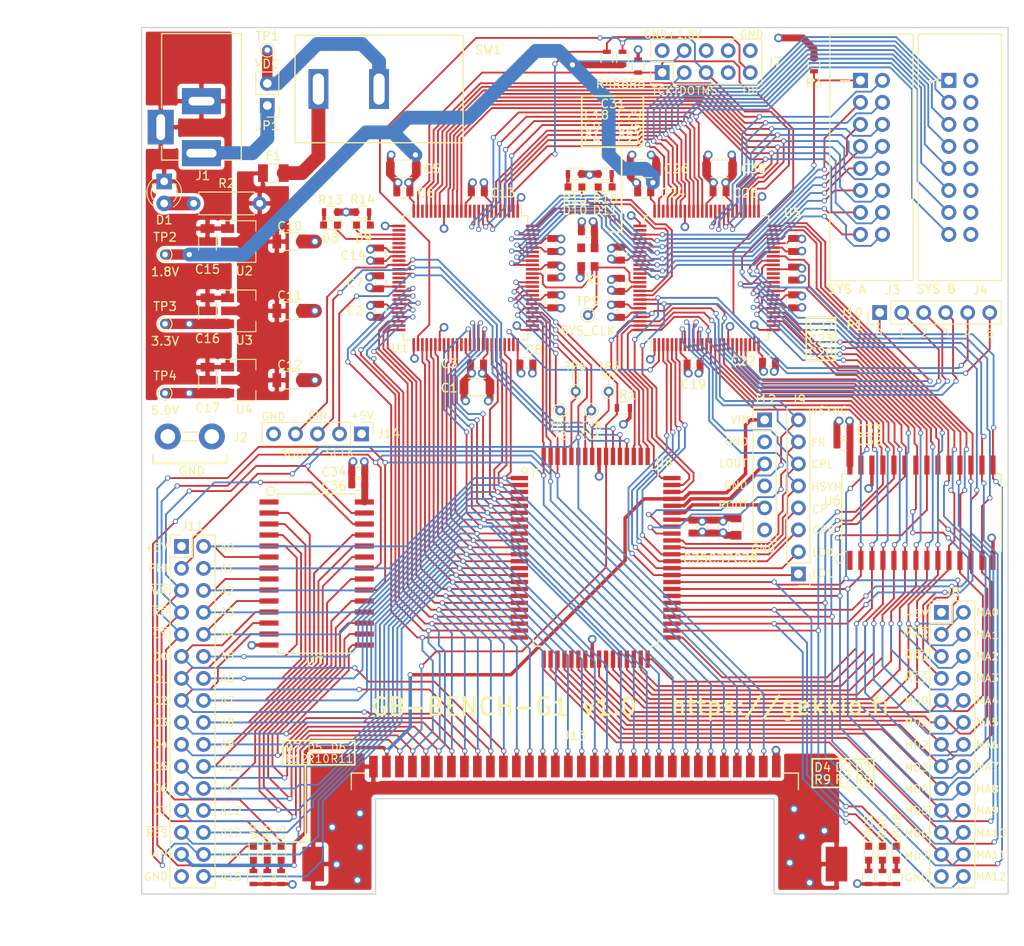
<source format=kicad_pcb>
(kicad_pcb (version 20211014) (generator pcbnew)
  (layers (0 "F.Cu" signal) (1 "In1.Cu" signal) (2 "In2.Cu" signal) (31 "B.Cu" signal) (34 "B.Paste" user) (35 "F.Paste" user) (36 "B.SilkS" user "B.Silkscreen") (37 "F.SilkS" user "F.Silkscreen") (38 "B.Mask" user) (39 "F.Mask" user) (44 "Edge.Cuts" user))
  (net 0 "")
  (net 1 "+3V3")
  (net 2 "GND")
  (net 3 "+1V8")
  (net 4 "+5V")
  (net 5 "Net-(D1-Pad2)")
  (net 6 "Net-(D2-Pad2)")
  (net 7 "/~{MRD}")
  (net 8 "Net-(D3-Pad2)")
  (net 9 "/~{MWR}")
  (net 10 "Net-(D4-Pad2)")
  (net 11 "/~{MCS}")
  (net 12 "Net-(D5-Pad2)")
  (net 13 "/~{RD}")
  (net 14 "Net-(D6-Pad2)")
  (net 15 "/~{CS}")
  (net 16 "Net-(D7-Pad2)")
  (net 17 "/~{WR}")
  (net 18 "Net-(F1-Pad1)")
  (net 19 "TCK")
  (net 20 "TDI")
  (net 21 "TMS")
  (net 22 "/A9")
  (net 23 "PHI")
  (net 24 "/A0")
  (net 25 "/A1")
  (net 26 "/A2")
  (net 27 "/A3")
  (net 28 "/A4")
  (net 29 "/A5")
  (net 30 "/A6")
  (net 31 "/A7")
  (net 32 "/A8")
  (net 33 "/A10")
  (net 34 "/A11")
  (net 35 "/A12")
  (net 36 "/A13")
  (net 37 "/A14")
  (net 38 "/A15")
  (net 39 "/D0")
  (net 40 "/D1")
  (net 41 "/D2")
  (net 42 "/D3")
  (net 43 "/D4")
  (net 44 "/D5")
  (net 45 "/D6")
  (net 46 "/D7")
  (net 47 "~{RES}")
  (net 48 "VIN")
  (net 49 "Net-(U1-Pad38)")
  (net 50 "Net-(U1-Pad88)")
  (net 51 "Net-(U5-Pad38)")
  (net 52 "Net-(U5-Pad88)")
  (net 53 "/P12")
  (net 54 "/P13")
  (net 55 "/MD7")
  (net 56 "/MD6")
  (net 57 "/MD5")
  (net 58 "/MD4")
  (net 59 "/MD3")
  (net 60 "/MD2")
  (net 61 "/MD1")
  (net 62 "/MD0")
  (net 63 "/MA0")
  (net 64 "/MA1")
  (net 65 "/MA2")
  (net 66 "/MA3")
  (net 67 "/MA4")
  (net 68 "/MA5")
  (net 69 "/MA6")
  (net 70 "/P14")
  (net 71 "/P15")
  (net 72 "/VSYNC")
  (net 73 "/FR")
  (net 74 "/CPL")
  (net 75 "/HSYNC")
  (net 76 "/CP")
  (net 77 "/CPG")
  (net 78 "/LD0")
  (net 79 "/LD1")
  (net 80 "/MA8")
  (net 81 "/MA9")
  (net 82 "/MA11")
  (net 83 "/MA10")
  (net 84 "/MA12")
  (net 85 "/MA7")
  (net 86 "/P11")
  (net 87 "/P10")
  (net 88 "SCLK")
  (net 89 "SIN")
  (net 90 "SOUT")
  (net 91 "CLK")
  (net 92 "T1")
  (net 93 "T2")
  (net 94 "Net-(U6-Pad1)")
  (net 95 "Net-(U7-Pad1)")
  (net 96 "/VDC")
  (net 97 "Net-(J1-Pad1)")
  (net 98 "/SYS_A0")
  (net 99 "/SYS_C0")
  (net 100 "/SYS_A1")
  (net 101 "/SYS_C1")
  (net 102 "/SYS_A2")
  (net 103 "/SYS_C2")
  (net 104 "/SYS_A3")
  (net 105 "/SYS_C3")
  (net 106 "/SYS_A4")
  (net 107 "/SYS_C4")
  (net 108 "/SYS_A5")
  (net 109 "/~{SYS_RD}")
  (net 110 "/SYS_A6")
  (net 111 "/~{SYS_WR}")
  (net 112 "/SYS_A7")
  (net 113 "/SYS_D0")
  (net 114 "/SYS_D1")
  (net 115 "/SYS_D2")
  (net 116 "/SYS_D3")
  (net 117 "/SYS_D4")
  (net 118 "/SYS_D5")
  (net 119 "/SYS_D6")
  (net 120 "/SYS_D7")
  (net 121 "TDO2")
  (net 122 "TDO1")
  (net 123 "Net-(U5-Pad39)")
  (net 124 "Net-(U1-Pad39)")
  (net 125 "Net-(X1-Pad1)")
  (net 126 "SYS_CLK")
  (net 127 "/LOUT")
  (net 128 "/ROUT")
  (net 129 "XO")
  (net 130 "/VDC_IN")
  (net 131 "Net-(J7-Pad6)")
  (net 132 "Net-(J7-Pad7)")
  (net 133 "Net-(J7-Pad8)")
  (net 134 "Net-(U1-Pad12)")
  (net 135 "Net-(U1-Pad23)")
  (net 136 "Net-(U1-Pad27)")
  (net 137 "Net-(U1-Pad30)")
  (net 138 "Net-(U1-Pad31)")
  (net 139 "Net-(U1-Pad34)")
  (net 140 "Net-(U1-Pad62)")
  (net 141 "Net-(U1-Pad73)")
  (net 142 "Net-(U1-Pad77)")
  (net 143 "Net-(U5-Pad12)")
  (net 144 "Net-(U5-Pad23)")
  (net 145 "Net-(U5-Pad27)")
  (net 146 "Net-(U5-Pad62)")
  (net 147 "Net-(U5-Pad73)")
  (net 148 "Net-(U5-Pad77)")
  (net 149 "/~{SYS_RST}")
  (net 150 "Net-(D8-Pad2)")
  (net 151 "LED_A1")
  (net 152 "Net-(D9-Pad2)")
  (net 153 "LED_A2")
  (net 154 "Net-(D10-Pad2)")
  (net 155 "LED_B1")
  (net 156 "Net-(D11-Pad2)")
  (net 157 "LED_B2")
  (footprint "Capacitors_SMD:C_1206" (layer "F.Cu") (at 88.7 91.5)
    (fp_text reference "C1")
    (fp_text value "4.7uF")
  )
  (footprint "Capacitors_SMD:C_0603" (layer "F.Cu") (at 77.6 82.7 -90)
    (fp_text reference "C2")
    (fp_text value "0.1uF")
  )
  (footprint "Capacitors_SMD:C_0603" (layer "F.Cu") (at 88.7 88.7)
    (fp_text reference "C3")
    (fp_text value "0.01uF")
  )
  (footprint "Capacitors_SMD:C_0603" (layer "F.Cu") (at 97.2 81.6 -90)
    (fp_text reference "C4")
    (fp_text value "0.1uF")
  )
  (footprint "Capacitors_SMD:C_1206" (layer "F.Cu") (at 80.2 66.3 180)
    (fp_text reference "C5")
    (fp_text value "4.7uF")
  )
  (footprint "Capacitors_SMD:C_0603" (layer "F.Cu") (at 80.2 69.1 180)
    (fp_text reference "C6")
    (fp_text value "0.1uF")
  )
  (footprint "Capacitors_SMD:C_0603" (layer "F.Cu") (at 77.6 79.4 90)
    (fp_text reference "C7")
    (fp_text value "0.01uF")
  )
  (footprint "Capacitors_SMD:C_0603" (layer "F.Cu") (at 94.4 88.7)
    (fp_text reference "C8")
    (fp_text value "0.1uF")
  )
  (footprint "Capacitors_SMD:C_0603" (layer "F.Cu") (at 97.2 78.15 -90)
    (fp_text reference "C9")
    (fp_text value "0.01uF")
  )
  (footprint "Capacitors_SMD:C_1206" (layer "F.Cu") (at 67.1 74.7)
    (fp_text reference "C10")
    (fp_text value "4.7uF")
  )
  (footprint "Capacitors_SMD:C_1206" (layer "F.Cu") (at 67.1 82.7)
    (fp_text reference "C11")
    (fp_text value "4.7uF")
  )
  (footprint "Capacitors_SMD:C_1206" (layer "F.Cu") (at 67.1 90.7)
    (fp_text reference "C12")
    (fp_text value "4.7uF")
  )
  (footprint "Capacitors_SMD:C_0603" (layer "F.Cu") (at 88.8 69.1)
    (fp_text reference "C13")
    (fp_text value "0.1uF")
  )
  (footprint "Capacitors_SMD:C_0603" (layer "F.Cu") (at 77.6 76.2 90)
    (fp_text reference "C14")
    (fp_text value "0.01uF")
  )
  (footprint "Capacitors_SMD:C_1206" (layer "F.Cu") (at 57.6 74.7 90)
    (fp_text reference "C15")
    (fp_text value "4.7uF")
  )
  (footprint "Capacitors_SMD:C_1206" (layer "F.Cu") (at 57.6 82.7 90)
    (fp_text reference "C16")
    (fp_text value "4.7uF")
  )
  (footprint "Capacitors_SMD:C_1206" (layer "F.Cu") (at 57.6 90.7 90)
    (fp_text reference "C17")
    (fp_text value "4.7uF")
  )
  (footprint "Capacitors_SMD:C_0603" (layer "F.Cu") (at 97.2 75.1 90)
    (fp_text reference "C18")
    (fp_text value "0.1uF")
  )
  (footprint "Capacitors_SMD:C_0603" (layer "F.Cu") (at 113.7 88.7 180)
    (fp_text reference "C19")
    (fp_text value "0.1uF")
  )
  (footprint "Capacitors_SMD:C_0603" (layer "F.Cu") (at 125 81.6 -90)
    (fp_text reference "C20")
    (fp_text value "0.01uF")
  )
  (footprint "Capacitors_SMD:C_0603" (layer "F.Cu") (at 105.4 82.7 -90)
    (fp_text reference "C21")
    (fp_text value "0.1uF")
  )
  (footprint "Capacitors_SMD:C_0603" (layer "F.Cu") (at 122.4 88.5)
    (fp_text reference "C22")
    (fp_text value "0.1uF")
  )
  (footprint "Capacitors_SMD:C_0603" (layer "F.Cu") (at 125 78.4 -90)
    (fp_text reference "C23")
    (fp_text value "0.01uF")
  )
  (footprint "Capacitors_SMD:C_0603" (layer "F.Cu") (at 108 69.1 180)
    (fp_text reference "C24")
    (fp_text value "0.1uF")
  )
  (footprint "Capacitors_SMD:C_0603" (layer "F.Cu") (at 105.4 79.7 90)
    (fp_text reference "C25")
    (fp_text value "0.01uF")
  )
  (footprint "Capacitors_SMD:C_1206" (layer "F.Cu") (at 107.9 66.3 180)
    (fp_text reference "C26")
    (fp_text value "4.7uF")
  )
  (footprint "Capacitors_SMD:C_0603" (layer "F.Cu") (at 125 75.1 90)
    (fp_text reference "C27")
    (fp_text value "0.1uF")
  )
  (footprint "Capacitors_SMD:C_0603" (layer "F.Cu") (at 116.7 69.1)
    (fp_text reference "C28")
    (fp_text value "0.01uF")
  )
  (footprint "Capacitors_SMD:C_0603" (layer "F.Cu") (at 105.4 76.1 90)
    (fp_text reference "C29")
    (fp_text value "0.1uF")
  )
  (footprint "Capacitors_SMD:C_1206" (layer "F.Cu") (at 116.7 66.3)
    (fp_text reference "C30")
    (fp_text value "4.7uF")
  )
  (footprint "Capacitors_SMD:C_0603" (layer "F.Cu") (at 101.5 73.6 180)
    (fp_text reference "C31")
    (fp_text value "0.01uF")
  )
  (footprint "Capacitors_SMD:C_0603" (layer "F.Cu") (at 131 98.2 180)
    (fp_text reference "C32")
    (fp_text value "0.01uF")
  )
  (footprint "Capacitors_SMD:C_0603" (layer "F.Cu") (at 131 96.6 180)
    (fp_text reference "C33")
    (fp_text value "0.1uF")
  )
  (footprint "Capacitors_SMD:C_0603" (layer "F.Cu") (at 75 101.3 180)
    (fp_text reference "C34")
    (fp_text value "0.1uF")
  )
  (footprint "Capacitors_SMD:C_0603" (layer "F.Cu") (at 113.5 107.6 -90)
    (fp_text reference "C35")
    (fp_text value "0.01uF")
  )
  (footprint "Capacitors_SMD:C_0603" (layer "F.Cu") (at 75 102.8 180)
    (fp_text reference "C36")
    (fp_text value "0.01uF")
  )
  (footprint "Capacitors_SMD:C_0603" (layer "F.Cu") (at 115.9 107.6 -90)
    (fp_text reference "C37")
    (fp_text value "0.1uF")
  )
  (footprint "Capacitors_SMD:C_0805" (layer "F.Cu") (at 118.6 107.6 -90)
    (fp_text reference "C38")
    (fp_text value "10uF")
  )
  (footprint "LEDs:LED_D3.0mm" (layer "F.Cu") (at 52.6 67.76 -90)
    (fp_text reference "D1")
    (fp_text value "LED")
  )
  (footprint "LEDs:LED_0603" (layer "F.Cu") (at 135.5 145.3 -90)
    (fp_text reference "D2")
    (fp_text value "LED")
  )
  (footprint "LEDs:LED_0603" (layer "F.Cu") (at 137.1 145.3 -90)
    (fp_text reference "D3")
    (fp_text value "LED")
  )
  (footprint "LEDs:LED_0603" (layer "F.Cu") (at 133.9 145.3 -90)
    (fp_text reference "D4")
    (fp_text value "LED")
  )
  (footprint "LEDs:LED_0603" (layer "F.Cu") (at 64.5 145.3 -90)
    (fp_text reference "D5")
    (fp_text value "LED")
  )
  (footprint "LEDs:LED_0603" (layer "F.Cu") (at 66.1 145.3 -90)
    (fp_text reference "D6")
    (fp_text value "LED")
  )
  (footprint "LEDs:LED_0603" (layer "F.Cu") (at 62.9 145.3 -90)
    (fp_text reference "D7")
    (fp_text value "LED")
  )
  (footprint "Fuse_Holders_and_Fuses:Fuse_SMD1206_Reflow" (layer "F.Cu") (at 65.2 66.8 180)
    (fp_text reference "F1")
    (fp_text value "Fuse")
  )
  (footprint "Gekkio_CUIInc:CUIInc_PJ-202A" (layer "F.Cu") (at 56.9 64.5 90)
    (fp_text reference "J1")
    (fp_text value "BARREL_JACK")
  )
  (footprint "Gekkio_Molex:Molex_19708-401X" (layer "F.Cu") (at 53.02 97.2)
    (fp_text reference "J2")
    (fp_text value "Conn_Molex_19708")
  )
  (footprint "Connectors:IDC_Header_Straight_16pins" (layer "F.Cu") (at 132.96 56.1 -90)
    (fp_text reference "J3")
    (fp_text value "CONN_02X08")
  )
  (footprint "Connectors:IDC_Header_Straight_16pins" (layer "F.Cu") (at 143.16 56.1 -90)
    (fp_text reference "J4")
    (fp_text value "CONN_02X08")
  )
  (footprint "Pin_Headers:Pin_Header_Straight_2x13_Pitch2.54mm" (layer "F.Cu") (at 142.3 117.5)
    (fp_text reference "J8")
    (fp_text value "CONN_02X13")
  )
  (footprint "Pin_Headers:Pin_Header_Straight_1x08_Pitch2.54mm" (layer "F.Cu") (at 125.8 113.06 180)
    (fp_text reference "J9")
    (fp_text value "CONN_01X08")
  )
  (footprint "Pin_Headers:Pin_Header_Straight_1x06_Pitch2.54mm" (layer "F.Cu") (at 135.18 82.9 90)
    (fp_text reference "J10")
    (fp_text value "CONN_01X06")
  )
  (footprint "Pin_Headers:Pin_Header_Straight_2x16_Pitch2.54mm" (layer "F.Cu") (at 54.6 109.88)
    (fp_text reference "J11")
    (fp_text value "CONN_02X16")
  )
  (footprint "Pin_Headers:Pin_Header_Straight_1x06_Pitch2.54mm" (layer "F.Cu") (at 121.9 95.28)
    (fp_text reference "J12")
    (fp_text value "CONN_01X06")
  )
  (footprint "Gekkio_GameBoy:GameBoy_Cartridge_Slot_DSLite" (layer "F.Cu") (at 100 141.3 180)
    (fp_text reference "J13")
    (fp_text value "Conn_GameBoy_Cartridge_Slot")
  )
  (footprint "Pin_Headers:Pin_Header_Straight_1x05_Pitch2.54mm" (layer "F.Cu") (at 75.38 96.9 -90)
    (fp_text reference "J14")
    (fp_text value "CONN_01X05")
  )
  (footprint "Pin_Headers:Pin_Header_Straight_1x02_Pitch2.54mm" (layer "F.Cu") (at 64.5 59 180)
    (fp_text reference "JP1")
    (fp_text value "Jumper")
  )
  (footprint "Resistors_SMD:R_0603" (layer "F.Cu") (at 105.6 93.9)
    (fp_text reference "R1")
    (fp_text value "10K")
  )
  (footprint "Resistors_THT:R_Axial_DIN0207_L6.3mm_D2.5mm_P7.62mm_Horizontal" (layer "F.Cu") (at 56 70.3)
    (fp_text reference "R2")
    (fp_text value "560R")
  )
  (footprint "Resistors_SMD:R_0603" (layer "F.Cu") (at 127.6 54.3 90)
    (fp_text reference "R3")
    (fp_text value "10K")
  )
  (footprint "Resistors_SMD:R_0603" (layer "F.Cu") (at 103.7 53.55 -90)
    (fp_text reference "R4")
    (fp_text value "10K")
  )
  (footprint "Resistors_SMD:R_0603" (layer "F.Cu") (at 107.3 54.45 -90)
    (fp_text reference "R5")
    (fp_text value "10K")
  )
  (footprint "Resistors_SMD:R_0603" (layer "F.Cu") (at 105.5 53.55 -90)
    (fp_text reference "R6")
    (fp_text value "10K")
  )
  (footprint "Resistors_SMD:R_0603" (layer "F.Cu") (at 135.5 148.1 -90)
    (fp_text reference "R7")
    (fp_text value "2.2K")
  )
  (footprint "Resistors_SMD:R_0603" (layer "F.Cu") (at 137.1 148.1 -90)
    (fp_text reference "R8")
    (fp_text value "2.2K")
  )
  (footprint "Resistors_SMD:R_0603" (layer "F.Cu") (at 133.9 148.1 -90)
    (fp_text reference "R9")
    (fp_text value "2.2K")
  )
  (footprint "Resistors_SMD:R_0603" (layer "F.Cu") (at 64.5 148.1 90)
    (fp_text reference "R10")
    (fp_text value "2.2K")
  )
  (footprint "Resistors_SMD:R_0603" (layer "F.Cu") (at 66.1 148.1 90)
    (fp_text reference "R11")
    (fp_text value "2.2K")
  )
  (footprint "Resistors_SMD:R_0603" (layer "F.Cu") (at 62.9 148.1 90)
    (fp_text reference "R12")
    (fp_text value "2.2K")
  )
  (footprint "Connectors:PINTST" (layer "F.Cu") (at 64.5 52.6)
    (fp_text reference "TP1")
    (fp_text value "VDC")
  )
  (footprint "Connectors:PINTST" (layer "F.Cu") (at 52.7 76.2)
    (fp_text reference "TP2")
    (fp_text value "1.8V")
  )
  (footprint "Connectors:PINTST" (layer "F.Cu") (at 52.7 84.2)
    (fp_text reference "TP3")
    (fp_text value "3.3V")
  )
  (footprint "Connectors:PINTST" (layer "F.Cu") (at 52.7 92.2)
    (fp_text reference "TP4")
    (fp_text value "5.0V")
  )
  (footprint "Connectors:PINTST" (layer "F.Cu") (at 103.9 92)
    (fp_text reference "TP5")
    (fp_text value "XO")
  )
  (footprint "Connectors:PINTST" (layer "F.Cu") (at 100.1 92)
    (fp_text reference "TP6")
    (fp_text value "T1")
  )
  (footprint "Connectors:PINTST" (layer "F.Cu") (at 98.3 94.2)
    (fp_text reference "TP7")
    (fp_text value "T2")
  )
  (footprint "Connectors:PINTST" (layer "F.Cu") (at 101.9 94.2)
    (fp_text reference "TP8")
    (fp_text value "CLK")
  )
  (footprint "Housings_QFP:TQFP-100_14x14mm_Pitch0.5mm" (layer "F.Cu") (at 87.4 78.9 -90)
    (fp_text reference "U1")
    (fp_text value "LC4256ZE-XXTN100")
  )
  (footprint "TO_SOT_Packages_SMD:SOT-89-3" (layer "F.Cu") (at 61.4 74.7)
    (fp_text reference "U2")
    (fp_text value "MCP1703A-1802/MB")
  )
  (footprint "TO_SOT_Packages_SMD:SOT-89-3" (layer "F.Cu") (at 61.4 82.7)
    (fp_text reference "U3")
    (fp_text value "MCP1703A-3302/MB")
  )
  (footprint "TO_SOT_Packages_SMD:SOT-89-3" (layer "F.Cu") (at 61.4 90.7)
    (fp_text reference "U4")
    (fp_text value "MCP1703A-5002/MB")
  )
  (footprint "Housings_QFP:TQFP-100_14x14mm_Pitch0.5mm" (layer "F.Cu") (at 115.2 78.9 90)
    (fp_text reference "U5")
    (fp_text value "LC4256ZE-XXTN100")
  )
  (footprint "Gekkio_GameBoy:SOP-28_8.6x18mm_Pitch1.27mm" (layer "F.Cu") (at 140 106 90)
    (fp_text reference "U6")
    (fp_text value "GameBoy_SRAM_64K")
  )
  (footprint "Gekkio_GameBoy:SOP-28_8.6x18mm_Pitch1.27mm" (layer "F.Cu") (at 70.2 113.015)
    (fp_text reference "U7")
    (fp_text value "GameBoy_SRAM_64K")
  )
  (footprint "Gekkio_GameBoy:PQFP-80_14x20mm_Pitch0.8mm" (layer "F.Cu") (at 102.4 111.2)
    (fp_text reference "U8")
    (fp_text value "GameBoy_CPU_DMG-SGB")
  )
  (footprint "Oscillators:Oscillator_SMD_EuroQuartz_XO32-4pin_3.2x2.5mm" (layer "F.Cu") (at 101.5 76.5 -90)
    (fp_text reference "X1")
    (fp_text value "XO32")
  )
  (footprint "Connectors:PINTST" (layer "F.Cu") (at 101.5 83.2)
    (fp_text reference "TP9")
    (fp_text value "SYS_CLK")
  )
  (footprint "Pin_Headers:Pin_Header_Straight_2x05_Pitch2.54mm" (layer "F.Cu") (at 110.08 55.2 90)
    (fp_text reference "J7")
    (fp_text value "CONN_02X05")
  )
  (footprint "LEDs:LED_0603" (layer "F.Cu") (at 71.8 72.8 180)
    (fp_text reference "D8")
    (fp_text value "LED")
  )
  (footprint "LEDs:LED_0603" (layer "F.Cu") (at 75.6 72.8)
    (fp_text reference "D9")
    (fp_text value "LED")
  )
  (footprint "LEDs:LED_0603" (layer "F.Cu") (at 100 68.4 180)
    (fp_text reference "D10")
    (fp_text value "LED")
  )
  (footprint "LEDs:LED_0603" (layer "F.Cu") (at 103.5 68.4)
    (fp_text reference "D11")
    (fp_text value "LED")
  )
  (footprint "Resistors_SMD:R_0603" (layer "F.Cu") (at 71.8 71.3 180)
    (fp_text reference "R13")
    (fp_text value "1K")
  )
  (footprint "Resistors_SMD:R_0603" (layer "F.Cu") (at 75.5 71.3)
    (fp_text reference "R14")
    (fp_text value "1K")
  )
  (footprint "Resistors_SMD:R_0603" (layer "F.Cu") (at 99.95 66.9 180)
    (fp_text reference "R15")
    (fp_text value "1K")
  )
  (footprint "Resistors_SMD:R_0603" (layer "F.Cu") (at 103.5 66.9)
    (fp_text reference "R16")
    (fp_text value "1K")
  )
  (footprint "Gekkio_E-Switch:E-Switch_RA12131100" (layer "F.Cu") (at 77.4 57.1 180)
    (fp_text reference "SW1")
    (fp_text value "SW_SPST")
  )
  (gr_line (start 107.9 63.8) (end 100.8 63.8) (layer "F.SilkS") (width 0.2))
  (gr_line (start 127.4 134.4) (end 127.4 137.7) (layer "F.SilkS") (width 0.2))
  (gr_line (start 130.1 83.5) (end 126.7 83.5) (layer "F.SilkS") (width 0.2))
  (gr_line (start 134.5 137.7) (end 134.5 134.4) (layer "F.SilkS") (width 0.2))
  (gr_line (start 51.3 99.3) (end 51.3 100.3) (layer "F.SilkS") (width 0.2))
  (gr_line (start 127.4 137.7) (end 134.5 137.7) (layer "F.SilkS") (width 0.2))
  (gr_line (start 68.9 135.1) (end 68.9 144) (layer "F.SilkS") (width 0.2))
  (gr_line (start 134.5 134.4) (end 127.4 134.4) (layer "F.SilkS") (width 0.2))
  (gr_line (start 74.6 132.3) (end 66.3 132.3) (layer "F.SilkS") (width 0.2))
  (gr_line (start 130.1 88.4) (end 130.1 83.5) (layer "F.SilkS") (width 0.2))
  (gr_line (start 100.8 57.9) (end 107.9 57.9) (layer "F.SilkS") (width 0.2))
  (gr_line (start 100.8 63.8) (end 100.8 57.9) (layer "F.SilkS") (width 0.2))
  (gr_line (start 126.7 88.4) (end 130.1 88.4) (layer "F.SilkS") (width 0.2))
  (gr_line (start 68.9 144) (end 67.2 144) (layer "F.SilkS") (width 0.2))
  (gr_line (start 66.3 135.1) (end 74.6 135.1) (layer "F.SilkS") (width 0.2))
  (gr_line (start 59.8 100.3) (end 59.8 99.3) (layer "F.SilkS") (width 0.2))
  (gr_line (start 126.7 83.5) (end 126.7 88.4) (layer "F.SilkS") (width 0.2))
  (gr_line (start 107.9 57.9) (end 107.9 63.8) (layer "F.SilkS") (width 0.2))
  (gr_line (start 105.4 63.8) (end 105.4 73.6) (layer "F.SilkS") (width 0.2))
  (gr_line (start 74.6 135.1) (end 74.6 132.3) (layer "F.SilkS") (width 0.2))
  (gr_line (start 105.4 73.6) (end 103.9 73.6) (layer "F.SilkS") (width 0.2))
  (gr_line (start 51.3 100.3) (end 59.8 100.3) (layer "F.SilkS") (width 0.2))
  (gr_line (start 66.3 132.3) (end 66.3 135.1) (layer "F.SilkS") (width 0.2))
  (gr_line (start 123 150) (end 150 150) (layer "Edge.Cuts") (width 0.15))
  (gr_line (start 50 50) (end 150 50) (layer "Edge.Cuts") (width 0.15))
  (gr_line (start 123 139) (end 77 139) (layer "Edge.Cuts") (width 0.15))
  (gr_line (start 150 50) (end 150 150) (layer "Edge.Cuts") (width 0.15))
  (gr_line (start 50 50) (end 50 150) (layer "Edge.Cuts") (width 0.15))
  (gr_line (start 123 150) (end 123 139) (layer "Edge.Cuts") (width 0.15))
  (gr_line (start 77 139) (end 77 150) (layer "Edge.Cuts") (width 0.15))
  (gr_line (start 50 150) (end 77 150) (layer "Edge.Cuts") (width 0.15))
  (gr_text "GND" (at 120.4 50.8) (layer "F.SilkS") (effects (font (size 0.9 0.9) (thickness 0.12))))
  (gr_text "TCK" (at 110.1 57.3) (layer "F.SilkS") (effects (font (size 0.9 0.9) (thickness 0.12))))
  (gr_text "TDO" (at 112.6 57.3) (layer "F.SilkS") (effects (font (size 0.9 0.9) (thickness 0.12))))
  (gr_text "TMS" (at 115.2 57.3) (layer "F.SilkS") (effects (font (size 0.9 0.9) (thickness 0.12))))
  (gr_text "TDI" (at 120.2 57.3) (layer "F.SilkS") (effects (font (size 0.9 0.9) (thickness 0.12))))
  (gr_text "A15" (at 59 148) (layer "F.SilkS") (effects (font (size 0.9 0.9) (thickness 0.12)) (justify left)))
  (gr_text "A0" (at 59 110) (layer "F.SilkS") (effects (font (size 0.9 0.9) (thickness 0.12)) (justify left)))
  (gr_text "A1" (at 59 112.4) (layer "F.SilkS") (effects (font (size 0.9 0.9) (thickness 0.12)) (justify left)))
  (gr_text "A2" (at 59 115) (layer "F.SilkS") (effects (font (size 0.9 0.9) (thickness 0.12)) (justify left)))
  (gr_text "A3" (at 59 117.5) (layer "F.SilkS") (effects (font (size 0.9 0.9) (thickness 0.12)) (justify left)))
  (gr_text "A4" (at 59 120) (layer "F.SilkS") (effects (font (size 0.9 0.9) (thickness 0.12)) (justify left)))
  (gr_text "A5" (at 59 122.6) (layer "F.SilkS") (effects (font (size 0.9 0.9) (thickness 0.12)) (justify left)))
  (gr_text "A6" (at 59 125.1) (layer "F.SilkS") (effects (font (size 0.9 0.9) (thickness 0.12)) (justify left)))
  (gr_text "A7" (at 59 127.7) (layer "F.SilkS") (effects (font (size 0.9 0.9) (thickness 0.12)) (justify left)))
  (gr_text "A8" (at 59 130.2) (layer "F.SilkS") (effects (font (size 0.9 0.9) (thickness 0.12)) (justify left)))
  (gr_text "A9" (at 59 132.7) (layer "F.SilkS") (effects (font (size 0.9 0.9) (thickness 0.12)) (justify left)))
  (gr_text "A10" (at 59 135.3) (layer "F.SilkS") (effects (font (size 0.9 0.9) (thickness 0.12)) (justify left)))
  (gr_text "A14" (at 59 145.5) (layer "F.SilkS") (effects (font (size 0.9 0.9) (thickness 0.12)) (justify left)))
  (gr_text "A13" (at 59 142.9) (layer "F.SilkS") (effects (font (size 0.9 0.9) (thickness 0.12)) (justify left)))
  (gr_text "A12" (at 59 140.4) (layer "F.SilkS") (effects (font (size 0.9 0.9) (thickness 0.12)) (justify left)))
  (gr_text "A11" (at 59 137.8) (layer "F.SilkS") (effects (font (size 0.9 0.9) (thickness 0.12)) (justify left)))
  (gr_text "RD" (at 64.5 142.9 90) (layer "F.SilkS") (effects (font (size 0.9 0.9) (thickness 0.12))))
  (gr_text "CS" (at 66.1 142.9 90) (layer "F.SilkS") (effects (font (size 0.9 0.9) (thickness 0.12))))
  (gr_text "VIN" (at 53.1 145.4) (layer "F.SilkS") (effects (font (size 0.9 0.9) (thickness 0.12)) (justify right)))
  (gr_text "~{RES}" (at 53.1 143) (layer "F.SilkS") (effects (font (size 0.9 0.9) (thickness 0.12)) (justify right)))
  (gr_text "D7" (at 53.1 140.4) (layer "F.SilkS") (effects (font (size 0.9 0.9) (thickness 0.12)) (justify right)))
  (gr_text "D6" (at 53.1 137.8) (layer "F.SilkS") (effects (font (size 0.9 0.9) (thickness 0.12)) (justify right)))
  (gr_text "D5" (at 53.1 135.3) (layer "F.SilkS") (effects (font (size 0.9 0.9) (thickness 0.12)) (justify right)))
  (gr_text "D4" (at 53.1 132.7) (layer "F.SilkS") (effects (font (size 0.9 0.9) (thickness 0.12)) (justify right)))
  (gr_text "D3" (at 53.1 130.2) (layer "F.SilkS") (effects (font (size 0.9 0.9) (thickness 0.12)) (justify right)))
  (gr_text "D2" (at 53.1 127.7) (layer "F.SilkS") (effects (font (size 0.9 0.9) (thickness 0.12)) (justify right)))
  (gr_text "D1" (at 53.1 125.2) (layer "F.SilkS") (effects (font (size 0.9 0.9) (thickness 0.12)) (justify right)))
  (gr_text "D0" (at 53.1 122.6) (layer "F.SilkS") (effects (font (size 0.9 0.9) (thickness 0.12)) (justify right)))
  (gr_text "~{CS}" (at 53.1 120) (layer "F.SilkS") (effects (font (size 0.9 0.9) (thickness 0.12)) (justify right)))
  (gr_text "~{RD}" (at 53.1 117.5) (layer "F.SilkS") (effects (font (size 0.9 0.9) (thickness 0.12)) (justify right)))
  (gr_text "~{WR}" (at 53.1 115) (layer "F.SilkS") (effects (font (size 0.9 0.9) (thickness 0.12)) (justify right)))
  (gr_text "PHI" (at 53.1 112.4) (layer "F.SilkS") (effects (font (size 0.9 0.9) (thickness 0.12)) (justify right)))
  (gr_text "+5V" (at 53.1 110) (layer "F.SilkS") (effects (font (size 0.9 0.9) (thickness 0.12)) (justify right)))
  (gr_text "GND" (at 65.2 94.9) (layer "F.SilkS") (effects (font (size 0.9 0.9) (thickness 0.12))))
  (gr_text "SOUT" (at 67.7 99.2) (layer "F.SilkS") (effects (font (size 0.9 0.9) (thickness 0.12))))
  (gr_text "SIN" (at 70.3 94.8) (layer "F.SilkS") (effects (font (size 0.9 0.9) (thickness 0.12))))
  (gr_text "SCLK" (at 72.9 99.1) (layer "F.SilkS") (effects (font (size 0.9 0.9) (thickness 0.12))))
  (gr_text "+5V" (at 75.4 94.8) (layer "F.SilkS") (effects (font (size 0.9 0.9) (thickness 0.12))))
  (gr_text "+1.8V" (at 112.6 50.8) (layer "F.SilkS") (effects (font (size 0.9 0.9) (thickness 0.12))))
  (gr_text "GND" (at 140.9 148.1) (layer "F.SilkS") (effects (font (size 0.9 0.9) (thickness 0.12)) (justify right)))
  (gr_text "MD7" (at 140.9 145.6) (layer "F.SilkS") (effects (font (size 0.9 0.9) (thickness 0.12)) (justify right)))
  (gr_text "MA11" (at 146.2 145.5) (layer "F.SilkS") (effects (font (size 0.9 0.9) (thickness 0.12)) (justify left)))
  (gr_text "MA10" (at 146.2 143) (layer "F.SilkS") (effects (font (size 0.9 0.9) (thickness 0.12)) (justify left)))
  (gr_text "MA9" (at 146.2 140.4) (layer "F.SilkS") (effects (font (size 0.9 0.9) (thickness 0.12)) (justify left)))
  (gr_text "MA8" (at 146.2 137.9) (layer "F.SilkS") (effects (font (size 0.9 0.9) (thickness 0.12)) (justify left)))
  (gr_text "MA7" (at 146.2 135.3) (layer "F.SilkS") (effects (font (size 0.9 0.9) (thickness 0.12)) (justify left)))
  (gr_text "MA6" (at 146.2 132.8) (layer "F.SilkS") (effects (font (size 0.9 0.9) (thickness 0.12)) (justify left)))
  (gr_text "MA5" (at 146.2 130.2) (layer "F.SilkS") (effects (font (size 0.9 0.9) (thickness 0.12)) (justify left)))
  (gr_text "MA4" (at 146.2 127.7) (layer "F.SilkS") (effects (font (size 0.9 0.9) (thickness 0.12)) (justify left)))
  (gr_text "MA3" (at 146.2 125.1) (layer "F.SilkS") (effects (font (size 0.9 0.9) (thickness 0.12)) (justify left)))
  (gr_text "MA2" (at 146.2 122.6) (layer "F.SilkS") (effects (font (size 0.9 0.9) (thickness 0.12)) (justify left)))
  (gr_text "MA1" (at 146.2 120.1) (layer "F.SilkS") (effects (font (size 0.9 0.9) (thickness 0.12)) (justify left)))
  (gr_text "MA0" (at 146.2 117.5) (layer "F.SilkS") (effects (font (size 0.9 0.9) (thickness 0.12)) (justify left)))
  (gr_text "MD6" (at 140.9 143) (layer "F.SilkS") (effects (font (size 0.9 0.9) (thickness 0.12)) (justify right)))
  (gr_text "MD5" (at 140.9 140.4) (layer "F.SilkS") (effects (font (size 0.9 0.9) (thickness 0.12)) (justify right)))
  (gr_text "MD4" (at 140.9 137.9) (layer "F.SilkS") (effects (font (size 0.9 0.9) (thickness 0.12)) (justify right)))
  (gr_text "MD3" (at 140.9 135.4) (layer "F.SilkS") (effects (font (size 0.9 0.9) (thickness 0.12)) (justify right)))
  (gr_text "MD2" (at 140.9 132.8) (layer "F.SilkS") (effects (font (size 0.9 0.9) (thickness 0.12)) (justify right)))
  (gr_text "MD1" (at 140.9 130.2) (layer "F.SilkS") (effects (font (size 0.9 0.9) (thickness 0.12)) (justify right)))
  (gr_text "MD0" (at 140.9 127.7) (layer "F.SilkS") (effects (font (size 0.9 0.9) (thickness 0.12)) (justify right)))
  (gr_text "~{MCS}" (at 140.9 125.1) (layer "F.SilkS") (effects (font (size 0.9 0.9) (thickness 0.12)) (justify right)))
  (gr_text "~{MRD}" (at 140.9 122.6) (layer "F.SilkS") (effects (font (size 0.9 0.9) (thickness 0.12)) (justify right)))
  (gr_text "~{MWR}" (at 140.9 120) (layer "F.SilkS") (effects (font (size 0.9 0.9) (thickness 0.12)) (justify right)))
  (gr_text "+5V" (at 140.9 117.7) (layer "F.SilkS") (effects (font (size 0.9 0.9) (thickness 0.12)) (justify right)))
  (gr_text "SYS B" (at 141.7 80.2) (layer "F.SilkS") (effects (font (size 1 1) (thickness 0.2))))
  (gr_text "P1" (at 132.3 84.4) (layer "F.SilkS") (effects (font (size 1 1) (thickness 0.2))))
  (gr_text "1" (at 137.7 85.3) (layer "F.SilkS") (effects (font (size 0.9 0.9) (thickness 0.12))))
  (gr_text "2" (at 140.3 85.3) (layer "F.SilkS") (effects (font (size 0.9 0.9) (thickness 0.12))))
  (gr_text "3" (at 142.8 85.3) (layer "F.SilkS") (effects (font (size 0.9 0.9) (thickness 0.12))))
  (gr_text "4" (at 145.3 85.3) (layer "F.SilkS") (effects (font (size 0.9 0.9) (thickness 0.12))))
  (gr_text "5" (at 147.9 85.3) (layer "F.SilkS") (effects (font (size 0.9 0.9) (thickness 0.12))))
  (gr_text "MWR" (at 137.2 143.7 90) (layer "F.SilkS") (effects (font (size 0.9 0.9) (thickness 0.12)) (justify left)))
  (gr_text "MRD" (at 135.5 143.7 90) (layer "F.SilkS") (effects (font (size 0.9 0.9) (thickness 0.12)) (justify left)))
  (gr_text "MCS" (at 133.9 143.7 90) (layer "F.SilkS") (effects (font (size 0.9 0.9) (thickness 0.12)) (justify left)))
  (gr_text "GND" (at 120.1 97.8) (layer "F.SilkS") (effects (font (size 0.9 0.9) (thickness 0.12)) (justify right)))
  (gr_text "LOUT" (at 120 100.3) (layer "F.SilkS") (effects (font (size 0.9 0.9) (thickness 0.12)) (justify right)))
  (gr_text "GND" (at 120 102.8) (layer "F.SilkS") (effects (font (size 0.9 0.9) (thickness 0.12)) (justify right)))
  (gr_text "ROUT" (at 120.1 105.1) (layer "F.SilkS") (effects (font (size 0.9 0.9) (thickness 0.12)) (justify right)))
  (gr_text "GND" (at 123.2 110.1) (layer "F.SilkS") (effects (font (size 0.9 0.9) (thickness 0.12)) (justify right)))
  (gr_text "VSYNC" (at 127.2 94.2) (layer "F.SilkS") (effects (font (size 0.9 0.9) (thickness 0.12)) (justify left)))
  (gr_text "FR" (at 127.2 97.9) (layer "F.SilkS") (effects (font (size 0.9 0.9) (thickness 0.12)) (justify left)))
  (gr_text "CPL" (at 127.2 100.4) (layer "F.SilkS") (effects (font (size 0.9 0.9) (thickness 0.12)) (justify left)))
  (gr_text "HSYN" (at 127.2 103) (layer "F.SilkS") (effects (font (size 0.9 0.9) (thickness 0.12)) (justify left)))
  (gr_text "CP" (at 127.3 105.6) (layer "F.SilkS") (effects (font (size 0.9 0.9) (thickness 0.12)) (justify left)))
  (gr_text "CPG" (at 127.3 108) (layer "F.SilkS") (effects (font (size 0.9 0.9) (thickness 0.12)) (justify left)))
  (gr_text "LD0" (at 127.3 110.6) (layer "F.SilkS") (effects (font (size 0.9 0.9) (thickness 0.12)) (justify left)))
  (gr_text "LD1" (at 127.3 113) (layer "F.SilkS") (effects (font (size 0.9 0.9) (thickness 0.12)) (justify left)))
  (gr_text "https://gekkio.fi" (at 123.7 128.3) (layer "F.SilkS") (effects (font (size 2 2) (thickness 0.3))))
  (gr_text "VIN" (at 120.2 95.3) (layer "F.SilkS") (effects (font (size 0.9 0.9) (thickness 0.12)) (justify right)))
  (gr_text "SYS A" (at 131.4 80.2) (layer "F.SilkS") (effects (font (size 1 1) (thickness 0.2))))
  (gr_text "GND" (at 53.1 148) (layer "F.SilkS") (effects (font (size 0.9 0.9) (thickness 0.12)) (justify right)))
  (gr_text "WR" (at 63 142.8 90) (layer "F.SilkS") (effects (font (size 0.9 0.9) (thickness 0.12))))
  (gr_text "MA12" (at 146.2 148) (layer "F.SilkS") (effects (font (size 0.9 0.9) (thickness 0.12)) (justify left)))
  (gr_text "GND" (at 55.8 101.2) (layer "F.SilkS") (effects (font (size 1 1))))
  (gr_text "GB-BENCH-G1 v1.0" (at 91.8 128.4) (layer "F.SilkS") (effects (font (size 2 2) (thickness 0.3))))
  (gr_text "GND" (at 109.3 50.8) (layer "F.SilkS") (effects (font (size 0.9 0.9) (thickness 0.12))))
  (gr_text "0" (at 135.1 85.3) (layer "F.SilkS") (effects (font (size 0.9 0.9) (thickness 0.12))))
  (segment (start 114.45 88.7) (end 114.45 89.750017) (width 0.8) (layer "F.Cu") (net 1))
  (segment (start 115.2 71.2) (end 115.2 70.3) (width 0.21) (layer "F.Cu") (net 1))
  (segment (start 125 80.85) (end 126.05 80.85) (width 0.8) (layer "F.Cu") (net 1))
  (segment (start 87.4 86.6) (end 87.4 87.565) (width 0.21) (layer "F.Cu") (net 1))
  (segment (start 97.2 80.85) (end 98.35 80.85) (width 0.8) (layer "F.Cu") (net 1))
  (segment (start 115.95 69.55) (end 115.95 69.1) (width 0.21) (layer "F.Cu") (net 1))
  (segment (start 87.95 89.75) (end 88.1 89.9) (width 0.8) (layer "F.Cu") (net 1))
  (segment (start 102.75 66.9) (end 101.8 66.9) (width 0.8) (layer "F.Cu") (net 1))
  (segment (start 95.1 81.4) (end 96.06 81.4) (width 0.21) (layer "F.Cu") (net 1))
  (segment (start 76.4 76.925) (end 76.4 76.9) (width 0.8) (layer "F.Cu") (net 1))
  (segment (start 105.4 81.95) (end 104.25 81.95) (width 0.8) (layer "F.Cu") (net 1))
  (segment (start 115.2 64.9) (end 115.4 64.7) (width 0.8) (layer "F.Cu") (net 1))
  (segment (start 115.9 69.15) (end 115.95 69.1) (width 0.21) (layer "F.Cu") (net 1))
  (segment (start 115.95 67.95) (end 116 67.9) (width 0.8) (layer "F.Cu") (net 1))
  (segment (start 104.25 81.95) (end 104.2 82) (width 0.8) (layer "F.Cu") (net 1))
  (segment (start 126.05 80.85) (end 126.2 81) (width 0.8) (layer "F.Cu") (net 1))
  (segment (start 98.35 75.85) (end 98.4 75.8) (width 0.8) (layer "F.Cu") (net 1))
  (segment (start 124.36 80.9) (end 124.75 80.9) (width 0.21) (layer "F.Cu") (net 1))
  (segment (start 76.425 76.95) (end 76.4 76.925) (width 0.8) (layer "F.Cu") (net 1))
  (segment (start 88 69.15) (end 88.05 69.1) (width 0.21) (layer "F.Cu") (net 1))
  (segment (start 87.2 91.5) (end 87.2 90.8) (width 0.8) (layer "F.Cu") (net 1))
  (segment (start 78.19 76.95) (end 77.6 76.95) (width 0.21) (layer "F.Cu") (net 1))
  (segment (start 107.5 76.4) (end 106.54 76.4) (width 0.21) (layer "F.Cu") (net 1))
  (segment (start 114.5 88.26) (end 114.5 88.65) (width 0.21) (layer "F.Cu") (net 1))
  (segment (start 122.9 75.4) (end 123.9 75.4) (width 0.21) (layer "F.Cu") (net 1))
  (segment (start 76.425 81.95) (end 76.4 81.975) (width 0.8) (layer "F.Cu") (net 1))
  (segment (start 87.2 92.9) (end 87.4 93.1) (width 0.8) (layer "F.Cu") (net 1))
  (segment (start 126.175 75.85) (end 126.2 75.825) (width 0.8) (layer "F.Cu") (net 1))
  (segment (start 114.45 89.750017) (end 114.300017 89.9) (width 0.8) (layer "F.Cu") (net 1))
  (segment (start 102.275 75.425) (end 102.275 73.625) (width 0.8) (layer "F.Cu") (net 1))
  (segment (start 107.5 82.4) (end 106.550998 82.4) (width 0.21) (layer "F.Cu") (net 1))
  (segment (start 106.550998 82.4) (end 106.100998 81.95) (width 0.21) (layer "F.Cu") (net 1))
  (segment (start 87.95 88.115) (end 87.95 88.7) (width 0.21) (layer "F.Cu") (net 1))
  (segment (start 115.2 70.3) (end 115.95 69.55) (width 0.21) (layer "F.Cu") (net 1))
  (segment (start 59.92 84.2) (end 57.6 84.2) (width 1.2) (layer "F.Cu") (net 1))
  (segment (start 87.4 70.24) (end 88 69.64) (width 0.21) (layer "F.Cu") (net 1))
  (segment (start 115.2 86.6) (end 115.2 87.56) (width 0.21) (layer "F.Cu") (net 1))
  (segment (start 78.74 76.4) (end 78.19 76.95) (width 0.21) (layer "F.Cu") (net 1))
  (segment (start 102.25 72.549971) (end 102.100029 72.4) (width 0.8) (layer "F.Cu") (net 1))
  (segment (start 77.6 81.95) (end 76.425 81.95) (width 0.8) (layer "F.Cu") (net 1))
  (segment (start 98.35 80.85) (end 98.4 80.9) (width 0.8) (layer "F.Cu") (net 1))
  (segment (start 126.3 51.2) (end 123.5 51.2) (width 0.8) (layer "F.Cu") (net 1))
  (segment (start 101.8 66.9) (end 101.7 67) (width 0.8) (layer "F.Cu") (net 1))
  (segment (start 115.95 69.1) (end 115.95 67.95) (width 0.8) (layer "F.Cu") (net 1))
  (segment (start 88.05 69.1) (end 88.05 68.05) (width 0.8) (layer "F.Cu") (net 1))
  (segment (start 96.51 75.85) (end 97.2 75.85) (width 0.21) (layer "F.Cu") (net 1))
  (segment (start 115.2 67.1) (end 116 67.9) (width 0.8) (layer "F.Cu") (net 1))
  (segment (start 127.6 53.55) (end 127.6 52.5) (width 0.8) (layer "F.Cu") (net 1))
  (segment (start 72.55 71.3) (end 73.6 71.3) (width 0.8) (layer "F.Cu") (net 1))
  (segment (start 122.9 81.4) (end 123.86 81.4) (width 0.21) (layer "F.Cu") (net 1))
  (segment (start 87.4 87.565) (end 87.95 88.115) (width 0.21) (layer "F.Cu") (net 1))
  (segment (start 87.95 88.7) (end 87.95 89.75) (width 0.8) (layer "F.Cu") (net 1))
  (segment (start 79.7 76.4) (end 78.74 76.4) (width 0.21) (layer "F.Cu") (net 1))
  (segment (start 100.7 66.9) (end 101.6 66.9) (width 0.8) (layer "F.Cu") (net 1))
  (segment (start 123.86 81.4) (end 124.36 80.9) (width 0.21) (layer "F.Cu") (net 1))
  (segment (start 96.06 81.4) (end 96.61 80.85) (width 0.21) (layer "F.Cu") (net 1))
  (segment (start 114.5 88.65) (end 114.45 88.7) (width 0.21) (layer "F.Cu") (net 1))
  (segment (start 115.2 66.3) (end 115.2 67.1) (width 0.8) (layer "F.Cu") (net 1))
  (segment (start 87.2 90.8) (end 88.1 89.9) (width 0.8) (layer "F.Cu") (net 1))
  (segment (start 127.6 52.5) (end 126.3 51.2) (width 0.8) (layer "F.Cu") (net 1))
  (segment (start 115.2 66.3) (end 115.2 64.9) (width 0.8) (layer "F.Cu") (net 1))
  (segment (start 125 75.85) (end 126.175 75.85) (width 0.8) (layer "F.Cu") (net 1))
  (segment (start 105.4 76.85) (end 104.35 76.85) (width 0.8) (layer "F.Cu") (net 1))
  (segment (start 124.35 75.85) (end 125 75.85) (width 0.21) (layer "F.Cu") (net 1))
  (segment (start 106.100998 81.95) (end 105.4 81.95) (width 0.21) (layer "F.Cu") (net 1))
  (segment (start 102.275 73.625) (end 102.25 73.6) (width 0.8) (layer "F.Cu") (net 1))
  (segment (start 77.6 76.95) (end 76.425 76.95) (width 0.8) (layer "F.Cu") (net 1))
  (segment (start 88.05 68.05) (end 88.2 67.9) (width 0.8) (layer "F.Cu") (net 1))
  (segment (start 87.4 71.2) (end 87.4 70.24) (width 0.21) (layer "F.Cu") (net 1))
  (segment (start 74.75 71.3) (end 73.6 71.3) (width 0.8) (layer "F.Cu") (net 1))
  (segment (start 55.5 84.2) (end 52.7 84.2) (width 1.2) (layer "F.Cu") (net 1))
  (segment (start 115.2 87.56) (end 114.5 88.26) (width 0.21) (layer "F.Cu") (net 1))
  (segment (start 78.29 81.95) (end 77.6 81.95) (width 0.21) (layer "F.Cu") (net 1))
  (segment (start 106.54 76.4) (end 106.09 76.85) (width 0.21) (layer "F.Cu") (net 1))
  (segment (start 97.2 75.85) (end 98.35 75.85) (width 0.8) (layer "F.Cu") (net 1))
  (segment (start 96.61 80.85) (end 97.2 80.85) (width 0.21) (layer "F.Cu") (net 1))
  (segment (start 104.35 76.85) (end 104.2 76.7) (width 0.8) (layer "F.Cu") (net 1))
  (segment (start 76.4 81.975) (end 76.4 82.1) (width 0.8) (layer "F.Cu") (net 1))
  (segment (start 101.6 66.9) (end 101.7 67) (width 0.8) (layer "F.Cu") (net 1))
  (segment (start 79.7 82.4) (end 78.74 82.4) (width 0.21) (layer "F.Cu") (net 1))
  (segment (start 124.75 80.9) (end 124.8 80.85) (width 0.21) (layer "F.Cu") (net 1))
  (segment (start 95.1 75.4) (end 96.06 75.4) (width 0.21) (layer "F.Cu") (net 1))
  (segment (start 87.4 91.6) (end 87.3 91.7) (width 0.21) (layer "F.Cu") (net 1))
  (segment (start 78.74 82.4) (end 78.29 81.95) (width 0.21) (layer "F.Cu") (net 1))
  (segment (start 106.09 76.85) (end 105.4 76.85) (width 0.21) (layer "F.Cu") (net 1))
  (segment (start 96.06 75.4) (end 96.51 75.85) (width 0.21) (layer "F.Cu") (net 1))
  (segment (start 102.25 73.6) (end 102.25 72.549971) (width 0.8) (layer "F.Cu") (net 1))
  (segment (start 57.6 84.2) (end 55.5 84.2) (width 1.2) (layer "F.Cu") (net 1))
  (segment (start 123.9 75.4) (end 124.35 75.85) (width 0.21) (layer "F.Cu") (net 1))
  (segment (start 126.2 75.825) (end 126.2 75.8) (width 0.8) (layer "F.Cu") (net 1))
  (segment (start 87.2 91.5) (end 87.2 92.9) (width 0.8) (layer "F.Cu") (net 1))
  (segment (start 88 69.64) (end 88 69.15) (width 0.21) (layer "F.Cu") (net 1))
  (via (at 76.4 76.9) (size 1) (drill 0.6) (layers "F.Cu" "B.Cu") (net 1))
  (via (at 101.7 67) (size 1) (drill 0.6) (layers "F.Cu" "B.Cu") (net 1))
  (via (at 88.2 67.9) (size 1) (drill 0.6) (layers "F.Cu" "B.Cu") (net 1))
  (via (at 55.5 84.2) (size 1) (drill 0.6) (layers "F.Cu" "B.Cu") (net 1))
  (via (at 104.2 76.7) (size 1) (drill 0.6) (layers "F.Cu" "B.Cu") (net 1))
  (via (at 73.6 71.3) (size 1) (drill 0.6) (layers "F.Cu" "B.Cu") (net 1))
  (via (at 126.2 75.8) (size 1) (drill 0.6) (layers "F.Cu" "B.Cu") (net 1))
  (via (at 88.1 89.9) (size 1) (drill 0.6) (layers "F.Cu" "B.Cu") (net 1))
  (via (at 98.4 75.8) (size 1) (drill 0.6) (layers "F.Cu" "B.Cu") (net 1))
  (via (at 123.5 51.2) (size 1) (drill 0.6) (layers "F.Cu" "B.Cu") (net 1))
  (via (at 98.4 80.9) (size 1) (drill 0.6) (layers "F.Cu" "B.Cu") (net 1))
  (via (at 114.300017 89.9) (size 1) (drill 0.6) (layers "F.Cu" "B.Cu") (net 1))
  (via (at 102.100029 72.4) (size 1) (drill 0.6) (layers "F.Cu" "B.Cu") (net 1))
  (via (at 126.2 81) (size 1) (drill 0.6) (layers "F.Cu" "B.Cu") (net 1))
  (via (at 76.4 82.1) (size 1) (drill 0.6) (layers "F.Cu" "B.Cu") (net 1))
  (via (at 87.4 93.1) (size 1) (drill 0.6) (layers "F.Cu" "B.Cu") (net 1))
  (via (at 115.4 64.7) (size 1) (drill 0.6) (layers "F.Cu" "B.Cu") (net 1))
  (via (at 116 67.9) (size 1) (drill 0.6) (layers "F.Cu" "B.Cu") (net 1))
  (via (at 104.2 82) (size 1) (drill 0.6) (layers "F.Cu" "B.Cu") (net 1))
  (segment (start 77.6 78.65) (end 76.45 78.65) (width 0.8) (layer "F.Cu") (net 2))
  (segment (start 95.15 88.7) (end 95.15 89.85) (width 0.8) (layer "F.Cu") (net 2))
  (segment (start 84.400001 85.099999) (end 84.9 84.6) (width 0.21) (layer "F.Cu") (net 2))
  (segment (start 73.1 146.6) (end 74.9 148.4) (width 0.4) (layer "F.Cu") (net 2))
  (segment (start 125.3 140.2) (end 126.7 140.2) (width 0.4) (layer "F.Cu") (net 2))
  (segment (start 105.4 75.35) (end 104.35 75.35) (width 0.8) (layer "F.Cu") (net 2))
  (segment (start 112.975 89.9) (end 113.100014 89.9) (width 0.8) (layer "F.Cu") (net 2))
  (segment (start 105.4 83.45) (end 104.225 83.45) (width 0.8) (layer "F.Cu") (net 2))
  (segment (start 107.5 72.9) (end 107.5 72.54) (width 0.21) (layer "F.Cu") (net 2))
  (segment (start 95.1 74.9) (end 96.06 74.9) (width 0.21) (layer "F.Cu") (net 2))
  (segment (start 76.4 75.475) (end 76.4 75.6) (width 0.8) (layer "F.Cu") (net 2))
  (segment (start 104.35 75.35) (end 104.2 75.5) (width 0.8) (layer "F.Cu") (net 2))
  (segment (start 72.5 146.6) (end 73.1 146.6) (width 0.4) (layer "F.Cu") (net 2))
  (segment (start 90.2 92.9) (end 90 93.1) (width 0.8) (layer "F.Cu") (net 2))
  (segment (start 97.2 74.35) (end 98.375 74.35) (width 0.8) (layer "F.Cu") (net 2))
  (segment (start 109.2 87.8) (end 108.7 88.3) (width 0.21) (layer "F.Cu") (net 2))
  (segment (start 93.799999 84.899999) (end 93.3 84.4) (width 0.21) (layer "F.Cu") (net 2))
  (segment (start 117.5 69.54) (end 117.5 69.15) (width 0.21) (layer "F.Cu") (net 2))
  (segment (start 64.7 121.27) (end 62.73 121.27) (width 0.4) (layer "F.Cu") (net 2))
  (segment (start 107.25 69.1) (end 107.25 67.925) (width 0.8) (layer "F.Cu") (net 2))
  (segment (start 107.25 67.925) (end 107.225 67.9) (width 0.8) (layer "F.Cu") (net 2))
  (segment (start 126.050003 79.15) (end 126.2 79.000003) (width 0.8) (layer "F.Cu") (net 2))
  (segment (start 118.2 70.24) (end 117.5 69.54) (width 0.21) (layer "F.Cu") (net 2))
  (segment (start 115.9 108.35) (end 114.85 108.35) (width 0.8) (layer "F.Cu") (net 2))
  (segment (start 75.2 144.6) (end 74.3 144.6) (width 0.4) (layer "F.Cu") (net 2))
  (segment (start 124.45 74.9) (end 125 74.35) (width 0.21) (layer "F.Cu") (net 2))
  (segment (start 90.4 70.24) (end 89.66 69.5) (width 0.21) (layer "F.Cu") (net 2))
  (segment (start 100.775 72.4) (end 100.800004 72.4) (width 0.8) (layer "F.Cu") (net 2))
  (segment (start 72.1 136.8) (end 73.9 135) (width 0.4) (layer "F.Cu") (net 2))
  (segment (start 81.4 88.1) (end 81.5 88.2) (width 0.21) (layer "F.Cu") (net 2))
  (segment (start 125 82.35) (end 126.175 82.35) (width 0.8) (layer "F.Cu") (net 2))
  (segment (start 127.1 148) (end 127.1 148.7) (width 0.4) (layer "F.Cu") (net 2))
  (segment (start 104.225 83.45) (end 104.2 83.425) (width 0.8) (layer "F.Cu") (net 2))
  (segment (start 106.4 66.3) (end 106.4 64.9) (width 0.8) (layer "F.Cu") (net 2))
  (segment (start 112.95 89.875) (end 112.975 89.9) (width 0.8) (layer "F.Cu") (net 2))
  (segment (start 107.3 53.7) (end 107.3 52.55) (width 0.4) (layer "F.Cu") (net 2))
  (segment (start 104.35 78.95) (end 104.2 79.1) (width 0.8) (layer "F.Cu") (net 2))
  (segment (start 109.2 86.6) (end 109.2 87.8) (width 0.21) (layer "F.Cu") (net 2))
  (segment (start 114.85 108.35) (end 114.7 108.2) (width 0.8) (layer "F.Cu") (net 2))
  (segment (start 84.4 86.6) (end 84.400001 85.099999) (width 0.21) (layer "F.Cu") (net 2))
  (segment (start 89.55 67.925) (end 89.525 67.9) (width 0.8) (layer "F.Cu") (net 2))
  (segment (start 78.6 75.865) (end 78.185 75.45) (width 0.21) (layer "F.Cu") (net 2))
  (segment (start 122.9 81.9) (end 123.86 81.9) (width 0.21) (layer "F.Cu") (net 2))
  (segment (start 117.1 108.325) (end 117.1 108.3) (width 0.8) (layer "F.Cu") (net 2))
  (segment (start 74.25 102.8) (end 74.25 101.3) (width 0.8) (layer "F.Cu") (net 2))
  (segment (start 128.8 137.8) (end 126.2 135.2) (width 0.4) (layer "F.Cu") (net 2))
  (segment (start 126.2 74.375) (end 126.2 74.399984) (width 0.8) (layer "F.Cu") (net 2))
  (segment (start 77.6 75.45) (end 76.425 75.45) (width 0.8) (layer "F.Cu") (net 2))
  (segment (start 89.45 88.7) (end 89.45 89.750003) (width 0.8) (layer "F.Cu") (net 2))
  (segment (start 117.075 108.35) (end 117.1 108.325) (width 0.8) (layer "F.Cu") (net 2))
  (segment (start 130.25 96.6) (end 130.25 98.2) (width 0.8) (layer "F.Cu") (net 2))
  (segment (start 71.4 136.8) (end 72.1 136.8) (width 0.4) (layer "F.Cu") (net 2))
  (segment (start 68.6 90.7) (end 70 90.7) (width 1.6) (layer "F.Cu") (net 2))
  (segment (start 114.55 108.35) (end 114.7 108.2) (width 0.8) (layer "F.Cu") (net 2))
  (segment (start 90.3 91.7) (end 90.300014 91.700014) (width 0.8) (layer "F.Cu") (net 2))
  (segment (start 96.61 74.35) (end 97.2 74.35) (width 0.21) (layer "F.Cu") (net 2))
  (segment (start 123.15 88.5) (end 123.15 89.55) (width 0.8) (layer "F.Cu") (net 2))
  (segment (start 76.45 78.65) (end 76.3 78.8) (width 0.8) (layer "F.Cu") (net 2))
  (segment (start 125 79.15) (end 126.050003 79.15) (width 0.8) (layer "F.Cu") (net 2))
  (segment (start 112.7 71.2) (end 112.7 73) (width 0.21) (layer "F.Cu") (net 2))
  (segment (start 84.9 71.2) (end 84.9 73.2) (width 0.21) (layer "F.Cu") (net 2))
  (segment (start 78.7 66.3) (end 78.7 67) (width 0.8) (layer "F.Cu") (net 2))
  (segment (start 68.6 82.7) (end 70 82.7) (width 1.6) (layer "F.Cu") (net 2))
  (segment (start 95.15 89.85) (end 95.1 89.9) (width 0.8) (layer "F.Cu") (net 2))
  (segment (start 105.99 75.35) (end 105.4 75.35) (width 0.21) (layer "F.Cu") (net 2))
  (segment (start 77.65 83.5) (end 77.6 83.45) (width 0.21) (layer "F.Cu") (net 2))
  (segment (start 73.2 146.6) (end 75.2 144.6) (width 0.4) (layer "F.Cu") (net 2))
  (segment (start 118.2 64.8) (end 118.1 64.7) (width 0.8) (layer "F.Cu") (net 2))
  (segment (start 100.725 77.575) (end 100.725 78.775) (width 0.8) (layer "F.Cu") (net 2))
  (segment (start 117.5 69.15) (end 117.45 69.1) (width 0.21) (layer "F.Cu") (net 2))
  (segment (start 107.5 75.9) (end 106.54 75.9) (width 0.21) (layer "F.Cu") (net 2))
  (segment (start 130.25 95.65) (end 130.5 95.4) (width 0.8) (layer "F.Cu") (net 2))
  (segment (start 117.7 84.7) (end 117.9 84.5) (width 0.21) (layer "F.Cu") (net 2))
  (segment (start 78.7 66.3) (end 78.7 64.8) (width 0.8) (layer "F.Cu") (net 2))
  (segment (start 97.2 78.9) (end 98.3 78.9) (width 0.8) (layer "F.Cu") (net 2))
  (segment (start 79.7 75.9) (end 78.6 75.9) (width 0.21) (layer "F.Cu") (net 2))
  (segment (start 71.4 136.9) (end 71.4 136.8) (width 0.4) (layer "F.Cu") (net 2))
  (segment (start 95.1 81.9) (end 96.06 81.9) (width 0.21) (layer "F.Cu") (net 2))
  (segment (start 118.2 66.3) (end 118.2 67.100003) (width 0.8) (layer "F.Cu") (net 2))
  (segment (start 126.175 82.35) (end 126.2 82.325) (width 0.8) (layer "F.Cu") (net 2))
  (segment (start 69.8 146.55) (end 72.45 146.55) (width 0.4) (layer "F.Cu") (net 2))
  (segment (start 90.2 90.799997) (end 89.300003 89.9) (width 0.8) (layer "F.Cu") (net 2))
  (segment (start 126.7 140.2) (end 129.1 137.8) (width 0.4) (layer "F.Cu") (net 2))
  (segment (start 68.6 74.7) (end 70 74.7) (width 1.6) (layer "F.Cu") (net 2))
  (segment (start 79.7 82.9) (end 78.74 82.9) (width 0.21) (layer "F.Cu") (net 2))
  (segment (start 95.1 84.9) (end 93.799999 84.899999) (width 0.21) (layer "F.Cu") (net 2))
  (segment (start 78.185 75.45) (end 77.6 75.45) (width 0.21) (layer "F.Cu") (net 2))
  (segment (start 112.95 88.7) (end 112.95 89.875) (width 0.8) (layer "F.Cu") (net 2))
  (segment (start 78.6 75.9) (end 78.6 75.865) (width 0.21) (layer "F.Cu") (net 2))
  (segment (start 97.2 74.35) (end 97.25 74.4) (width 0.4) (layer "F.Cu") (net 2))
  (segment (start 121.299992 84.9) (end 120.699992 84.3) (width 0.21) (layer "F.Cu") (net 2))
  (segment (start 78.7 67) (end 79.6 67.9) (width 0.8) (layer "F.Cu") (net 2))
  (segment (start 126.175 74.35) (end 126.2 74.375) (width 0.8) (layer "F.Cu") (net 2))
  (segment (start 124.95 74.3) (end 125 74.25) (width 0.21) (layer "F.Cu") (net 2))
  (segment (start 105.99 83.45) (end 105.4 83.45) (width 0.21) (layer "F.Cu") (net 2))
  (segment (start 79.45 68.05) (end 79.6 67.9) (width 0.8) (layer "F.Cu") (net 2))
  (segment (start 112.2 87.56) (end 112.9 88.26) (width 0.21) (layer "F.Cu") (net 2))
  (segment (start 107.225 67.9) (end 107.1 67.9) (width 0.8) (layer "F.Cu") (net 2))
  (segment (start 113.5 108.35) (end 114.55 108.35) (width 0.8) (layer "F.Cu") (net 2))
  (segment (start 90.4 71.2) (end 90.4 70.24) (width 0.21) (layer "F.Cu") (net 2))
  (segment (start 72.45 146.55) (end 72.5 146.6) (width 0.4) (layer "F.Cu") (net 2))
  (segment (start 76.425 83.45) (end 76.4 83.425) (width 0.8) (layer "F.Cu") (net 2))
  (segment (start 117.4 108.6) (end 117.1 108.3) (width 0.8) (layer "F.Cu") (net 2))
  (segment (start 122.9 84.9) (end 121.299992 84.9) (width 0.21) (layer "F.Cu") (net 2))
  (segment (start 124.26 82.3) (end 124.75 82.3) (width 0.21) (layer "F.Cu") (net 2))
  (segment (start 98.3 78.9) (end 98.4 78.8) (width 0.8) (layer "F.Cu") (net 2))
  (segment (start 72.5 146.6) (end 73.2 146.6) (width 0.4) (layer "F.Cu") (net 2))
  (segment (start 106.54 75.9) (end 105.99 75.35) (width 0.21) (layer "F.Cu") (net 2))
  (segment (start 89.45 89.750003) (end 89.300003 89.9) (width 0.8) (layer "F.Cu") (net 2))
  (segment (start 98.375 74.35) (end 98.4 74.375) (width 0.8) (layer "F.Cu") (net 2))
  (segment (start 128.8 142.7) (end 126.9 142.7) (width 0.4) (layer "F.Cu") (net 2))
  (segment (start 89.55 69.1) (end 89.55 67.925) (width 0.8) (layer "F.Cu") (net 2))
  (segment (start 81.4 86.6) (end 81.4 88.1) (width 0.21) (layer "F.Cu") (net 2))
  (segment (start 128.5 142.7) (end 128.8 142.7) (width 0.4) (layer "F.Cu") (net 2))
  (segment (start 124.75 82.3) (end 124.8 82.35) (width 0.21) (layer "F.Cu") (net 2))
  (segment (start 98.4 74.375) (end 98.4 74.4) (width 0.8) (layer "F.Cu") (net 2))
  (segment (start 79.7 72.9) (end 78.1 72.9) (width 0.21) (layer "F.Cu") (net 2))
  (segment (start 117.45 69.1) (end 117.45 67.949997) (width 0.8) (layer "F.Cu") (net 2))
  (segment (start 123.86 81.9) (end 124.26 82.3) (width 0.21) (layer "F.Cu") (net 2))
  (segment (start 148.255 109.055) (end 148.1 108.9) (width 0.4) (layer "F.Cu") (net 2))
  (segment (start 127.1 148.7) (end 124.8 146.4) (width 0.4) (layer "F.Cu") (net 2))
  (segment (start 89.45 88.115) (end 89.45 88.7) (width 0.21) (layer "F.Cu") (net 2))
  (segment (start 117.7 86.6) (end 117.7 84.7) (width 0.21) (layer "F.Cu") (net 2))
  (segment (start 102 122.9) (end 102 120.6) (width 0.4) (layer "F.Cu") (net 2))
  (segment (start 74.25 101.3) (end 74.25 100.25) (width 0.8) (layer "F.Cu") (net 2))
  (segment (start 102.8 99.5) (end 102.8 101.8) (width 0.4) (layer "F.Cu") (net 2))
  (segment (start 106.4 67.2) (end 107.1 67.9) (width 0.8) (layer "F.Cu") (net 2))
  (segment (start 106.54 82.9) (end 105.99 83.45) (width 0.21) (layer "F.Cu") (net 2))
  (segment (start 89.9 87.665) (end 89.45 88.115) (width 0.21) (layer "F.Cu") (net 2))
  (segment (start 96.06 74.9) (end 96.61 74.35) (width 0.21) (layer "F.Cu") (net 2))
  (segment (start 90.2 91.5) (end 90.2 90.799997) (width 0.8) (layer "F.Cu") (net 2))
  (segment (start 130.25 96.6) (end 130.25 95.65) (width 0.8) (layer "F.Cu") (net 2))
  (segment (start 118.6 108.6) (end 117.4 108.6) (width 0.8) (layer "F.Cu") (net 2))
  (segment (start 98.4 82.375) (end 98.4 82.4) (width 0.8) (layer "F.Cu") (net 2))
  (segment (start 128.55 146.55) (end 127.1 148) (width 0.4) (layer "F.Cu") (net 2))
  (segment (start 125 74.35) (end 126.175 74.35) (width 0.8) (layer "F.Cu") (net 2))
  (segment (start 78.14 83.5) (end 77.65 83.5) (width 0.21) (layer "F.Cu") (net 2))
  (segment (start 129.1 137.8) (end 128.8 137.8) (width 0.4) (layer "F.Cu") (net 2))
  (segment (start 100.725 78.775) (end 100.6 78.9) (width 0.8) (layer "F.Cu") (net 2))
  (segment (start 148.255 111.5) (end 148.255 109.055) (width 0.4) (layer "F.Cu") (net 2))
  (segment (start 126.2 141.1) (end 125.3 140.2) (width 0.4) (layer "F.Cu") (net 2))
  (segment (start 78.74 82.9) (end 78.14 83.5) (width 0.21) (layer "F.Cu") (net 2))
  (segment (start 89.525 67.9) (end 89.5 67.9) (width 0.8) (layer "F.Cu") (net 2))
  (segment (start 121.2 71.2) (end 121.2 69.9) (width 0.21) (layer "F.Cu") (net 2))
  (segment (start 106.66 71.7) (end 106.5 71.7) (width 0.21) (layer "F.Cu") (net 2))
  (segment (start 79.45 69.1) (end 79.45 68.05) (width 0.8) (layer "F.Cu") (net 2))
  (segment (start 112.2 86.6) (end 112.2 87.56) (width 0.21) (layer "F.Cu") (net 2))
  (segment (start 118.2 71.2) (end 118.2 70.24) (width 0.21) (layer "F.Cu") (net 2))
  (segment (start 106.4 66.3) (end 106.4 67.2) (width 0.8) (layer "F.Cu") (net 2))
  (segment (start 75.2 140.7) (end 73.6 140.7) (width 0.4) (layer "F.Cu") (net 2))
  (segment (start 100.75 72.425) (end 100.775 72.4) (width 0.8) (layer "F.Cu") (net 2))
  (segment (start 98.375 82.35) (end 98.4 82.375) (width 0.8) (layer "F.Cu") (net 2))
  (segment (start 74.25 100.25) (end 74.4 100.1) (width 0.8) (layer "F.Cu") (net 2))
  (segment (start 89.66 69.5) (end 89.66 69.21) (width 0.21) (layer "F.Cu") (net 2))
  (segment (start 107.5 72.54) (end 106.66 71.7) (width 0.21) (layer "F.Cu") (net 2))
  (segment (start 123.15 89.55) (end 123 89.7) (width 0.8) (layer "F.Cu") (net 2))
  (segment (start 93.4 71.2) (end 93.4 69.999994) (width 0.21) (layer "F.Cu") (net 2))
  (segment (start 76.4 83.425) (end 76.4 83.3) (width 0.8) (layer "F.Cu") (net 2))
  (segment (start 76.425 75.45) (end 76.4 75.475) (width 0.8) (layer "F.Cu") (net 2))
  (segment (start 130.2 146.55) (end 128.55 146.55) (width 0.4) (layer "F.Cu") (net 2))
  (segment (start 107.5 82.9) (end 106.54 82.9) (width 0.21) (layer "F.Cu") (net 2))
  (segment (start 90.2 91.5) (end 90.2 92.9) (width 0.8) (layer "F.Cu") (net 2))
  (segment (start 118.2 67.100003) (end 117.400003 67.9) (width 0.8) (layer "F.Cu") (net 2))
  (segment (start 115.9 108.35) (end 117.075 108.35) (width 0.8) (layer "F.Cu") (net 2))
  (segment (start 89.9 86.6) (end 89.9 87.665) (width 0.21) (layer "F.Cu") (net 2))
  (segment (start 89.66 69.21) (end 89.55 69.1) (width 0.21) (layer "F.Cu") (net 2))
  (segment (start 62.73 121.27) (end 62.7 121.3) (width 0.4) (layer "F.Cu") (net 2))
  (segment (start 105.4 78.95) (end 104.35 78.95) (width 0.8) (layer "F.Cu") (net 2))
  (segment (start 77.6 83.45) (end 76.425 83.45) (width 0.8) (layer "F.Cu") (net 2))
  (segment (start 100.75 73.6) (end 100.75 72.425) (width 0.8) (layer "F.Cu") (net 2))
  (segment (start 78.7 64.8) (end 78.8 64.7) (width 0.8) (layer "F.Cu") (net 2))
  (segment (start 74.3 144.6) (end 72 142.3) (width 0.4) (layer "F.Cu") (net 2))
  (segment (start 117.45 67.949997) (end 117.400003 67.9) (width 0.8) (layer "F.Cu") (net 2))
  (segment (start 126.2 143.4) (end 126.2 141.1) (width 0.4) (layer "F.Cu") (net 2))
  (segment (start 126.2 82.325) (end 126.2 82.3) (width 0.8) (layer "F.Cu") (net 2))
  (segment (start 96.51 82.35) (end 97.2 82.35) (width 0.21) (layer "F.Cu") (net 2))
  (segment (start 104.2 83.425) (end 104.2 83.4) (width 0.8) (layer "F.Cu") (net 2))
  (segment (start 75.2 140.7) (end 71.4 136.9) (width 0.4) (layer "F.Cu") (net 2))
  (segment (start 97.2 82.35) (end 98.375 82.35) (width 0.8) (layer "F.Cu") (net 2))
  (segment (start 112.9 88.26) (end 112.9 88.65) (width 0.21) (layer "F.Cu") (net 2))
  (segment (start 106.4 64.9) (end 106.6 64.7) (width 0.8) (layer "F.Cu") (net 2))
  (segment (start 96.06 81.9) (end 96.51 82.35) (width 0.21) (layer "F.Cu") (net 2))
  (segment (start 118.2 66.3) (end 118.2 64.8) (width 0.8) (layer "F.Cu") (net 2))
  (segment (start 126.9 142.7) (end 126.2 143.4) (width 0.4) (layer "F.Cu") (net 2))
  (segment (start 124.8 146.4) (end 128.5 142.7) (width 0.4) (layer "F.Cu") (net 2))
  (segment (start 121.2 69.9) (end 121.6 69.5) (width 0.21) (layer "F.Cu") (net 2))
  (segment (start 73.6 140.7) (end 72 142.3) (width 0.4) (layer "F.Cu") (net 2))
  (segment (start 122.9 74.9) (end 124.45 74.9) (width 0.21) (layer "F.Cu") (net 2))
  (segment (start 95.15 88.7) (end 95.2 88.65) (width 0.4) (layer "F.Cu") (net 2))
  (segment (start 93.4 69.999994) (end 93.8 69.599994) (width 0.21) (layer "F.Cu") (net 2))
  (segment (start 112.9 88.65) (end 112.95 88.7) (width 0.21) (layer "F.Cu") (net 2))
  (via (at 93.8 69.599994) (size 1) (drill 0.6) (layers "F.Cu" "B.Cu") (net 2))
  (via (at 123 89.7) (size 1) (drill 0.6) (layers "F.Cu" "B.Cu") (net 2))
  (via (at 106.6 64.7) (size 1) (drill 0.6) (layers "F.Cu" "B.Cu") (net 2))
  (via (at 62.7 121.3) (size 1) (drill 0.6) (layers "F.Cu" "B.Cu") (net 2))
  (via (at 114.7 108.2) (size 1) (drill 0.6) (layers "F.Cu" "B.Cu") (net 2))
  (via (at 78.8 64.7) (size 1) (drill 0.6) (layers "F.Cu" "B.Cu") (net 2))
  (via (at 89.300003 89.9) (size 1) (drill 0.6) (layers "F.Cu" "B.Cu") (net 2))
  (via (at 107.1 67.9) (size 1) (drill 0.6) (layers "F.Cu" "B.Cu") (net 2))
  (via (at 100.6 78.9) (size 1) (drill 0.6) (layers "F.Cu" "B.Cu") (net 2))
  (via (at 107.3 52.55) (size 1) (drill 0.6) (layers "F.Cu" "B.Cu") (net 2))
  (via (at 120.699992 84.3) (size 1) (drill 0.6) (layers "F.Cu" "B.Cu") (net 2))
  (via (at 81.5 88.2) (size 1) (drill 0.6) (layers "F.Cu" "B.Cu") (net 2))
  (via (at 70 90.7) (size 1) (drill 0.6) (layers "F.Cu" "B.Cu") (net 2))
  (via (at 89.5 67.9) (size 1) (drill 0.6) (layers "F.Cu" "B.Cu") (net 2))
  (via (at 74.4 100.1) (size 1) (drill 0.6) (layers "F.Cu" "B.Cu") (net 2))
  (via (at 117.9 84.5) (size 1) (drill 0.6) (layers "F.Cu" "B.Cu") (net 2))
  (via (at 121.6 69.5) (size 1) (drill 0.6) (layers "F.Cu" "B.Cu") (net 2))
  (via (at 112.7 73) (size 1) (drill 0.6) (layers "F.Cu" "B.Cu") (net 2))
  (via (at 126.2 74.399984) (size 1) (drill 0.6) (layers "F.Cu" "B.Cu") (net 2))
  (via (at 84.9 73.2) (size 1) (drill 0.6) (layers "F.Cu" "B.Cu") (net 2))
  (via (at 117.400003 67.9) (size 1) (drill 0.6) (layers "F.Cu" "B.Cu") (net 2))
  (via (at 72 142.3) (size 1) (drill 0.6) (layers "F.Cu" "B.Cu") (net 2))
  (via (at 113.100014 89.9) (size 1) (drill 0.6) (layers "F.Cu" "B.Cu") (net 2))
  (via (at 148.1 108.9) (size 1) (drill 0.6) (layers "F.Cu" "B.Cu") (net 2))
  (via (at 104.2 79.1) (size 1) (drill 0.6) (layers "F.Cu" "B.Cu") (net 2))
  (via (at 98.4 82.4) (size 1) (drill 0.6) (layers "F.Cu" "B.Cu") (net 2))
  (via (at 124.8 146.4) (size 1) (drill 0.6) (layers "F.Cu" "B.Cu") (net 2))
  (via (at 102 120.6) (size 1) (drill 0.6) (layers "F.Cu" "B.Cu") (net 2))
  (via (at 75.2 140.7) (size 1) (drill 0.6) (layers "F.Cu" "B.Cu") (net 2))
  (via (at 117.1 108.3) (size 1) (drill 0.6) (layers "F.Cu" "B.Cu") (net 2))
  (via (at 74.9 148.4) (size 1) (drill 0.6) (layers "F.Cu" "B.Cu") (net 2))
  (via (at 104.2 83.4) (size 1) (drill 0.6) (layers "F.Cu" "B.Cu") (net 2))
  (via (at 126.2 82.3) (size 1) (drill 0.6) (layers "F.Cu" "B.Cu") (net 2))
  (via (at 79.6 67.9) (size 1) (drill 0.6) (layers "F.Cu" "B.Cu") (net 2))
  (via (at 127.1 148.7) (size 1) (drill 0.6) (layers "F.Cu" "B.Cu") (net 2))
  (via (at 76.3 78.8) (size 1) (drill 0.6) (layers "F.Cu" "B.Cu") (net 2))
  (via (at 76.4 83.3) (size 1) (drill 0.6) (layers "F.Cu" "B.Cu") (net 2))
  (via (at 102.8 101.8) (size 1) (drill 0.6) (layers "F.Cu" "B.Cu") (net 2))
  (via (at 98.4 74.4) (size 1) (drill 0.6) (layers "F.Cu" "B.Cu") (net 2))
  (via (at 98.4 78.8) (size 1) (drill 0.6) (layers "F.Cu" "B.Cu") (net 2))
  (via (at 128.8 142.7) (size 1) (drill 0.6) (layers "F.Cu" "B.Cu") (net 2))
  (via (at 75.2 144.6) (size 1) (drill 0.6) (layers "F.Cu" "B.Cu") (net 2))
  (via (at 93.3 84.4) (size 1) (drill 0.6) (layers "F.Cu" "B.Cu") (net 2))
  (via (at 126.2 79.000003) (size 1) (drill 0.6) (layers "F.Cu" "B.Cu") (net 2))
  (via (at 70 74.7) (size 1) (drill 0.6) (layers "F.Cu" "B.Cu") (net 2))
  (via (at 95.1 89.9) (size 1) (drill 0.6) (layers "F.Cu" "B.Cu") (net 2))
  (via (at 70 82.7) (size 1) (drill 0.6) (layers "F.Cu" "B.Cu") (net 2))
  (via (at 104.2 75.5) (size 1) (drill 0.6) (layers "F.Cu" "B.Cu") (net 2))
  (via (at 84.9 84.6) (size 1) (drill 0.6) (layers "F.Cu" "B.Cu") (net 2))
  (via (at 130.5 95.4) (size 1) (drill 0.6) (layers "F.Cu" "B.Cu") (net 2))
  (via (at 106.5 71.7) (size 1) (drill 0.6) (layers "F.Cu" "B.Cu") (net 2))
  (via (at 72.5 146.6) (size 1) (drill 0.6) (layers "F.Cu" "B.Cu") (net 2))
  (via (at 125.3 140.2) (size 1) (drill 0.6) (layers "F.Cu" "B.Cu") (net 2))
  (via (at 100.800004 72.4) (size 1) (drill 0.6) (layers "F.Cu" "B.Cu") (net 2))
  (via (at 78.1 72.9) (size 1) (drill 0.6) (layers "F.Cu" "B.Cu") (net 2))
  (via (at 118.1 64.7) (size 1) (drill 0.6) (layers "F.Cu" "B.Cu") (net 2))
  (via (at 76.4 75.6) (size 1) (drill 0.6) (layers "F.Cu" "B.Cu") (net 2))
  (via (at 126.2 143.4) (size 1) (drill 0.6) (layers "F.Cu" "B.Cu") (net 2))
  (via (at 108.7 88.3) (size 1) (drill 0.6) (layers "F.Cu" "B.Cu") (net 2))
  (via (at 90 93.1) (size 1) (drill 0.6) (layers "F.Cu" "B.Cu") (net 2))
  (segment (start 81.4 70.1) (end 81.365 70.1) (width 0.21) (layer "F.Cu") (net 3))
  (segment (start 81.7 64.8) (end 81.6 64.7) (width 0.8) (layer "F.Cu") (net 3))
  (segment (start 105.4 80.45) (end 104.35 80.45) (width 0.8) (layer "F.Cu") (net 3))
  (segment (start 80.95 69.685) (end 80.95 69.1) (width 0.21) (layer "F.Cu") (net 3))
  (segment (start 93.4 86.6) (end 93.4 88.45) (width 0.21) (layer "F.Cu") (net 3))
  (segment (start 55.5 76.2) (end 52.7 76.2) (width 1.2) (layer "F.Cu") (net 3))
  (segment (start 77.6 80.15) (end 76.449997 80.15) (width 0.8) (layer "F.Cu") (net 3))
  (segment (start 109.4 65.3) (end 108.8 64.7) (width 0.8) (layer "F.Cu") (net 3))
  (segment (start 108.75 67.925) (end 108.775 67.9) (width 0.8) (layer "F.Cu") (net 3))
  (segment (start 109 66.7) (end 109 67.9) (width 0.8) (layer "F.Cu") (net 3))
  (segment (start 108.75 69.79) (end 108.75 69.2) (width 0.21) (layer "F.Cu") (net 3))
  (segment (start 77.85 79.9) (end 77.6 80.15) (width 0.21) (layer "F.Cu") (net 3))
  (segment (start 104.35 80.45) (end 104.2 80.3) (width 0.8) (layer "F.Cu") (net 3))
  (segment (start 98.200003 77.4) (end 98.4 77.599997) (width 0.8) (layer "F.Cu") (net 3))
  (segment (start 105.5 54.3) (end 103.7 54.3) (width 0.8) (layer "F.Cu") (net 3))
  (segment (start 109.2 71.2) (end 109.2 70.24) (width 0.21) (layer "F.Cu") (net 3))
  (segment (start 105.985 80.45) (end 105.4 80.45) (width 0.21) (layer "F.Cu") (net 3))
  (segment (start 121.65 89.55) (end 121.8 89.7) (width 0.8) (layer "F.Cu") (net 3))
  (segment (start 93.65 88.7) (end 93.65 89.75) (width 0.8) (layer "F.Cu") (net 3))
  (segment (start 122.9 77.9) (end 124.95 77.9) (width 0.21) (layer "F.Cu") (net 3))
  (segment (start 93.65 89.75) (end 93.8 89.9) (width 0.8) (layer "F.Cu") (net 3))
  (segment (start 79.7 79.9) (end 77.85 79.9) (width 0.21) (layer "F.Cu") (net 3))
  (segment (start 107.5 79.9) (end 106.535 79.9) (width 0.21) (layer "F.Cu") (net 3))
  (segment (start 95.1 77.9) (end 96.1 77.9) (width 0.21) (layer "F.Cu") (net 3))
  (segment (start 80.95 69.1) (end 80.95 68.049997) (width 0.8) (layer "F.Cu") (net 3))
  (segment (start 108.75 69.1) (end 108.75 67.925) (width 0.8) (layer "F.Cu") (net 3))
  (segment (start 108.775 67.9) (end 109 67.9) (width 0.8) (layer "F.Cu") (net 3))
  (segment (start 121.2 87.465) (end 121.65 87.915) (width 0.21) (layer "F.Cu") (net 3))
  (segment (start 103.7 54.3) (end 99.724002 54.3) (width 0.8) (layer "F.Cu") (net 3))
  (segment (start 96.6 77.4) (end 97.2 77.4) (width 0.21) (layer "F.Cu") (net 3))
  (segment (start 81.7 66.3) (end 81.7 64.8) (width 0.8) (layer "F.Cu") (net 3))
  (segment (start 109.4 66.3) (end 109.4 65.3) (width 0.8) (layer "F.Cu") (net 3))
  (segment (start 121.65 88.5) (end 121.65 89.55) (width 0.8) (layer "F.Cu") (net 3))
  (segment (start 81.4 71.2) (end 81.4 70.1) (width 0.21) (layer "F.Cu") (net 3))
  (segment (start 125 77.65) (end 126.05 77.65) (width 0.8) (layer "F.Cu") (net 3))
  (segment (start 57.6 76.2) (end 55.5 76.2) (width 1.2) (layer "F.Cu") (net 3))
  (segment (start 80.95 68.049997) (end 80.800003 67.9) (width 0.8) (layer "F.Cu") (net 3))
  (segment (start 121.2 86.4) (end 121.2 87.465) (width 0.21) (layer "F.Cu") (net 3))
  (segment (start 106.535 79.9) (end 105.985 80.45) (width 0.21) (layer "F.Cu") (net 3))
  (segment (start 109.4 66.3) (end 109 66.7) (width 0.8) (layer "F.Cu") (net 3))
  (segment (start 81.7 66.3) (end 81.7 67.000003) (width 0.8) (layer "F.Cu") (net 3))
  (segment (start 81.7 67.000003) (end 80.800003 67.9) (width 0.8) (layer "F.Cu") (net 3))
  (segment (start 121.65 87.915) (end 121.65 88.5) (width 0.21) (layer "F.Cu") (net 3))
  (segment (start 97.2 77.4) (end 98.200003 77.4) (width 0.8) (layer "F.Cu") (net 3))
  (segment (start 109.2 70.24) (end 108.75 69.79) (width 0.21) (layer "F.Cu") (net 3))
  (segment (start 96.1 77.9) (end 96.6 77.4) (width 0.21) (layer "F.Cu") (net 3))
  (segment (start 76.449997 80.15) (end 76.3 80.000003) (width 0.8) (layer "F.Cu") (net 3))
  (segment (start 59.92 76.2) (end 57.6 76.2) (width 1.2) (layer "F.Cu") (net 3))
  (segment (start 81.365 70.1) (end 80.95 69.685) (width 0.21) (layer "F.Cu") (net 3))
  (segment (start 126.05 77.65) (end 126.2 77.8) (width 0.8) (layer "F.Cu") (net 3))
  (segment (start 93.4 88.45) (end 93.65 88.7) (width 0.21) (layer "F.Cu") (net 3))
  (via (at 126.2 77.8) (size 1) (drill 0.6) (layers "F.Cu" "B.Cu") (net 3))
  (via (at 80.800003 67.9) (size 1) (drill 0.6) (layers "F.Cu" "B.Cu") (net 3))
  (via (at 93.8 89.9) (size 1) (drill 0.6) (layers "F.Cu" "B.Cu") (net 3))
  (via (at 99.724002 54.3) (size 1) (drill 0.6) (layers "F.Cu" "B.Cu") (net 3))
  (via (at 121.8 89.7) (size 1) (drill 0.6) (layers "F.Cu" "B.Cu") (net 3))
  (via (at 76.3 80.000003) (size 1) (drill 0.6) (layers "F.Cu" "B.Cu") (net 3))
  (via (at 98.4 77.599997) (size 1) (drill 0.6) (layers "F.Cu" "B.Cu") (net 3))
  (via (at 81.6 64.7) (size 1) (drill 0.6) (layers "F.Cu" "B.Cu") (net 3))
  (via (at 104.2 80.3) (size 1) (drill 0.6) (layers "F.Cu" "B.Cu") (net 3))
  (via (at 108.8 64.7) (size 1) (drill 0.6) (layers "F.Cu" "B.Cu") (net 3))
  (via (at 55.5 76.2) (size 1) (drill 0.6) (layers "F.Cu" "B.Cu") (net 3))
  (via (at 109 67.9) (size 1) (drill 0.6) (layers "F.Cu" "B.Cu") (net 3))
  (segment (start 112.62 52.66) (end 111.38 53.9) (width 0.21) (layer "B.Cu") (net 3))
  (segment (start 109 67.192894) (end 109 67.9) (width 1.6) (layer "B.Cu") (net 3))
  (segment (start 99.7 54.3) (end 99.724002 54.3) (width 0.21) (layer "B.Cu") (net 3))
  (segment (start 103.9 58.475998) (end 103.9 64.7) (width 1.6) (layer "B.Cu") (net 3))
  (segment (start 79 62.1) (end 80.69499 60.40501) (width 1.6) (layer "B.Cu") (net 3))
  (segment (start 55.5 76.2) (end 61.8 76.2) (width 1.6) (layer "B.Cu") (net 3))
  (segment (start 95.5 52.7) (end 98.124002 52.7) (width 1.6) (layer "B.Cu") (net 3))
  (segment (start 111.38 53.9) (end 100.1 53.9) (width 0.21) (layer "B.Cu") (net 3))
  (segment (start 75.9 62.1) (end 79 62.1) (width 1.6) (layer "B.Cu") (net 3))
  (segment (start 105.5 66.3) (end 108.107106 66.3) (width 1.6) (layer "B.Cu") (net 3))
  (segment (start 100.1 53.9) (end 99.7 54.3) (width 0.21) (layer "B.Cu") (net 3))
  (segment (start 108.107106 66.3) (end 109 67.192894) (width 1.6) (layer "B.Cu") (net 3))
  (segment (start 87.79499 60.40501) (end 95.5 52.7) (width 1.6) (layer "B.Cu") (net 3))
  (segment (start 80.69499 60.40501) (end 87.79499 60.40501) (width 1.6) (layer "B.Cu") (net 3))
  (segment (start 103.9 64.7) (end 105.5 66.3) (width 1.6) (layer "B.Cu") (net 3))
  (segment (start 61.8 76.2) (end 75.9 62.1) (width 1.6) (layer "B.Cu") (net 3))
  (segment (start 98.124002 52.7) (end 99.724002 54.3) (width 1.6) (layer "B.Cu") (net 3))
  (segment (start 99.724002 54.3) (end 103.9 58.475998) (width 1.6) (layer "B.Cu") (net 3))
  (segment (start 79 62.1) (end 81.6 64.7) (width 1.6) (layer "B.Cu") (net 3))
  (segment (start 131.745 100.5) (end 131.745 98.205) (width 0.8) (layer "F.Cu") (net 4))
  (segment (start 59.92 92.2) (end 57.6 92.2) (width 1.2) (layer "F.Cu") (net 4))
  (segment (start 64.5 148.85) (end 66.1 148.85) (width 0.4) (layer "F.Cu") (net 4))
  (segment (start 133.9 148.85) (end 132.65 148.85) (width 0.4) (layer "F.Cu") (net 4))
  (segment (start 113.5 106.85) (end 114.55 106.85) (width 0.8) (layer "F.Cu") (net 4))
  (segment (start 67.35 148.85) (end 67.4 148.9) (width 0.4) (layer "F.Cu") (net 4))
  (segment (start 75.75 102.8) (end 75.75 101.3) (width 0.8) (layer "F.Cu") (net 4))
  (segment (start 117.5 106.6) (end 117.1 107) (width 0.8) (layer "F.Cu") (net 4))
  (segment (start 106.35 93.9) (end 106.35 95.05) (width 0.4) (layer "F.Cu") (net 4))
  (segment (start 64.5 148.85) (end 62.9 148.85) (width 0.4) (layer "F.Cu") (net 4))
  (segment (start 134.285 102.815) (end 133.9 103.2) (width 0.4) (layer "F.Cu") (net 4))
  (segment (start 132.65 148.85) (end 132.6 148.8) (width 0.4) (layer "F.Cu") (net 4))
  (segment (start 57.6 92.2) (end 55.5 92.2) (width 1.2) (layer "F.Cu") (net 4))
  (segment (start 114.85 106.85) (end 114.7 107) (width 0.8) (layer "F.Cu") (net 4))
  (segment (start 55.5 92.2) (end 52.7 92.2) (width 1.2) (layer "F.Cu") (net 4))
  (segment (start 131.745 98.205) (end 131.75 98.2) (width 0.8) (layer "F.Cu") (net 4))
  (segment (start 123.25 133.45) (end 123.2 133.4) (width 0.8) (layer "F.Cu") (net 4))
  (segment (start 118.6 106.6) (end 117.5 106.6) (width 0.8) (layer "F.Cu") (net 4))
  (segment (start 133.9 148.85) (end 135.5 148.85) (width 0.4) (layer "F.Cu") (net 4))
  (segment (start 117.075 106.85) (end 117.1 106.875) (width 0.8) (layer "F.Cu") (net 4))
  (segment (start 117.1 106.875) (end 117.1 107) (width 0.8) (layer "F.Cu") (net 4))
  (segment (start 123.25 135.3) (end 123.25 133.45) (width 0.8) (layer "F.Cu") (net 4))
  (segment (start 134.285 100.5) (end 134.285 102.815) (width 0.4) (layer "F.Cu") (net 4))
  (segment (start 135.5 148.85) (end 137.1 148.85) (width 0.4) (layer "F.Cu") (net 4))
  (segment (start 131.75 98.2) (end 131.75 96.6) (width 0.8) (layer "F.Cu") (net 4))
  (segment (start 66.1 148.85) (end 67.35 148.85) (width 0.4) (layer "F.Cu") (net 4))
  (segment (start 114.55 106.85) (end 114.7 107) (width 0.8) (layer "F.Cu") (net 4))
  (segment (start 106.35 95.05) (end 105.6 95.8) (width 0.4) (layer "F.Cu") (net 4))
  (segment (start 111.2 106.8) (end 113.45 106.8) (width 0.4) (layer "F.Cu") (net 4))
  (segment (start 131.75 96.6) (end 131.75 95.449997) (width 0.8) (layer "F.Cu") (net 4))
  (segment (start 75.75 102.8) (end 75.75 104.71) (width 0.8) (layer "F.Cu") (net 4))
  (segment (start 131.75 95.449997) (end 131.700003 95.4) (width 0.8) (layer "F.Cu") (net 4))
  (segment (start 75.75 100.15) (end 75.7 100.1) (width 0.8) (layer "F.Cu") (net 4))
  (segment (start 115.9 106.85) (end 114.85 106.85) (width 0.8) (layer "F.Cu") (net 4))
  (segment (start 115.9 106.85) (end 117.075 106.85) (width 0.8) (layer "F.Cu") (net 4))
  (segment (start 113.45 106.8) (end 113.5 106.85) (width 0.4) (layer "F.Cu") (net 4))
  (segment (start 75.75 101.3) (end 75.75 100.15) (width 0.8) (layer "F.Cu") (net 4))
  (segment (start 75.75 104.71) (end 75.7 104.76) (width 0.8) (layer "F.Cu") (net 4))
  (via (at 131.700003 95.4) (size 1) (drill 0.6) (layers "F.Cu" "B.Cu") (net 4))
  (via (at 117.1 107) (size 1) (drill 0.6) (layers "F.Cu" "B.Cu") (net 4))
  (via (at 75.7 100.1) (size 1) (drill 0.6) (layers "F.Cu" "B.Cu") (net 4))
  (via (at 67.4 148.9) (size 1) (drill 0.6) (layers "F.Cu" "B.Cu") (net 4))
  (via (at 123.2 133.4) (size 1) (drill 0.6) (layers "F.Cu" "B.Cu") (net 4))
  (via (at 105.6 95.8) (size 1) (drill 0.6) (layers "F.Cu" "B.Cu") (net 4))
  (via (at 55.5 92.2) (size 1) (drill 0.6) (layers "F.Cu" "B.Cu") (net 4))
  (via (at 114.7 107) (size 1) (drill 0.6) (layers "F.Cu" "B.Cu") (net 4))
  (via (at 132.6 148.8) (size 1) (drill 0.6) (layers "F.Cu" "B.Cu") (net 4))
  (via (at 133.9 103.2) (size 1) (drill 0.6) (layers "F.Cu" "B.Cu") (net 4))
  (segment (start 56 70.3) (end 52.6 70.3) (width 1.6) (layer "F.Cu") (net 5))
  (segment (start 135.5 146.1) (end 135.5 147.35) (width 0.4) (layer "F.Cu") (net 6))
  (segment (start 142.990402 115.805002) (end 143.5 115.295404) (width 0.21) (layer "F.Cu") (net 7))
  (segment (start 139 108.3) (end 142.5 108.3) (width 0.21) (layer "F.Cu") (net 7))
  (segment (start 139.365 105.535) (end 139 105.9) (width 0.21) (layer "F.Cu") (net 7))
  (segment (start 111.2 117.2) (end 123 117.2) (width 0.21) (layer "F.Cu") (net 7))
  (segment (start 133.6 115.6) (end 132 117.2) (width 0.21) (layer "F.Cu") (net 7))
  (segment (start 139.5 98.3) (end 139.5 100.365) (width 0.21) (layer "F.Cu") (net 7))
  (segment (start 132.41 140.8) (end 135.5 143.89) (width 0.21) (layer "F.Cu") (net 7))
  (segment (start 141.694998 115.805002) (end 142.990402 115.805002) (width 0.21) (layer "F.Cu") (net 7))
  (segment (start 140.7 120.98) (end 140.7 116.8) (width 0.21) (layer "F.Cu") (net 7))
  (segment (start 142.5 108.3) (end 143.1 108.9) (width 0.21) (layer "F.Cu") (net 7))
  (segment (start 139.2 98) (end 139.5 98.3) (width 0.21) (layer "F.Cu") (net 7))
  (segment (start 139.365 100.5) (end 139.365 105.535) (width 0.21) (layer "F.Cu") (net 7))
  (segment (start 139.5 100.365) (end 139.365 100.5) (width 0.21) (layer "F.Cu") (net 7))
  (segment (start 139.365 99.7) (end 139.365 100.5) (width 0.21) (layer "F.Cu") (net 7))
  (segment (start 143.5 115.295404) (end 143.5 114.5) (width 0.21) (layer "F.Cu") (net 7))
  (segment (start 132.6 89.6) (end 139.2 96.2) (width 0.21) (layer "F.Cu") (net 7))
  (segment (start 131.3 140.8) (end 132.41 140.8) (width 0.21) (layer "F.Cu") (net 7))
  (segment (start 135.5 143.89) (end 135.5 144.5) (width 0.21) (layer "F.Cu") (net 7))
  (segment (start 140.7 116.8) (end 141.694998 115.805002) (width 0.21) (layer "F.Cu") (net 7))
  (segment (start 139.2 96.2) (end 139.2 98) (width 0.21) (layer "F.Cu") (net 7))
  (segment (start 142.3 122.58) (end 140.7 120.98) (width 0.21) (layer "F.Cu") (net 7))
  (segment (start 132 117.2) (end 123 117.2) (width 0.21) (layer "F.Cu") (net 7))
  (segment (start 130.4 89.6) (end 132.6 89.6) (width 0.21) (layer "F.Cu") (net 7))
  (segment (start 124.2 83.4) (end 130.4 89.6) (width 0.21) (layer "F.Cu") (net 7))
  (segment (start 122.9 83.4) (end 124.2 83.4) (width 0.21) (layer "F.Cu") (net 7))
  (via (at 133.6 115.6) (size 0.6) (drill 0.4) (layers "F.Cu" "B.Cu") (net 7))
  (via (at 139 108.3) (size 0.6) (drill 0.4) (layers "F.Cu" "B.Cu") (net 7))
  (via (at 143.5 114.5) (size 0.6) (drill 0.4) (layers "F.Cu" "B.Cu") (net 7))
  (via (at 123 117.2) (size 0.6) (drill 0.4) (layers "F.Cu" "B.Cu") (net 7))
  (via (at 143.1 108.9) (size 0.6) (drill 0.4) (layers "F.Cu" "B.Cu") (net 7))
  (via (at 131.3 140.8) (size 0.6) (drill 0.4) (layers "F.Cu" "B.Cu") (net 7))
  (via (at 139 105.9) (size 0.6) (drill 0.4) (layers "F.Cu" "B.Cu") (net 7))
  (segment (start 126.8 136.3) (end 131.3 140.8) (width 0.21) (layer "B.Cu") (net 7))
  (segment (start 145.4 111.2) (end 145.4 113.7) (width 0.21) (layer "B.Cu") (net 7))
  (segment (start 145.4 113.7) (end 144.6 114.5) (width 0.21) (layer "B.Cu") (net 7))
  (segment (start 126.8 121) (end 126.8 136.3) (width 0.21) (layer "B.Cu") (net 7))
  (segment (start 123 117.2) (end 126.8 121) (width 0.21) (layer "B.Cu") (net 7))
  (segment (start 134.7 114.5) (end 143.5 114.5) (width 0.21) (layer "B.Cu") (net 7))
  (segment (start 139 105.9) (end 139 108.3) (width 0.21) (layer "B.Cu") (net 7))
  (segment (start 143.1 108.9) (end 145.4 111.2) (width 0.21) (layer "B.Cu") (net 7))
  (segment (start 133.6 115.6) (end 134.7 114.5) (width 0.21) (layer "B.Cu") (net 7))
  (segment (start 144.6 114.5) (end 143.5 114.5) (width 0.21) (layer "B.Cu") (net 7))
  (segment (start 137.1 147.35) (end 137.1 146.1) (width 0.4) (layer "F.Cu") (net 8))
  (segment (start 130.600001 114.299999) (end 131.3 113.6) (width 0.21) (layer "F.Cu") (net 9))
  (segment (start 120.749712 94.1) (end 131.7 94.1) (width 0.21) (layer "F.Cu") (net 9))
  (segment (start 131.3 139.9) (end 133.11 139.9) (width 0.21) (layer "F.Cu") (net 9))
  (segment (start 115.7 89.050288) (end 120.749712 94.1) (width 0.21) (layer "F.Cu") (net 9))
  (segment (start 143.6 116.7) (end 144.2 116.1) (width 0.21) (layer "F.Cu") (net 9))
  (segment (start 123 114) (end 123.299999 114.299999) (width 0.21) (layer "F.Cu") (net 9))
  (segment (start 111.2 114) (end 123 114) (width 0.21) (layer "F.Cu") (net 9))
  (segment (start 131.7 94.1) (end 133 95.4) (width 0.21) (layer "F.Cu") (net 9))
  (segment (start 133.11 139.9) (end 137.1 143.89) (width 0.21) (layer "F.Cu") (net 9))
  (segment (start 133 95.4) (end 133 100.485) (width 0.21) (layer "F.Cu") (net 9))
  (segment (start 144.2 116.1) (end 144.2 113.8) (width 0.21) (layer "F.Cu") (net 9))
  (segment (start 137.1 143.89) (end 137.1 144.5) (width 0.21) (layer "F.Cu") (net 9))
  (segment (start 123.299999 114.299999) (end 130.600001 114.299999) (width 0.21) (layer "F.Cu") (net 9))
  (segment (start 133 100.485) (end 133.015 100.5) (width 0.21) (layer "F.Cu") (net 9))
  (segment (start 115.7 86.6) (end 115.7 89.050288) (width 0.21) (layer "F.Cu") (net 9))
  (segment (start 143.6 118.74) (end 143.6 116.7) (width 0.21) (layer "F.Cu") (net 9))
  (segment (start 142.3 120.04) (end 143.6 118.74) (width 0.21) (layer "F.Cu") (net 9))
  (segment (start 133.015 101.985) (end 133.015 100.5) (width 0.21) (layer "F.Cu") (net 9))
  (segment (start 131.8 103.2) (end 133.015 101.985) (width 0.21) (layer "F.Cu") (net 9))
  (via (at 131.3 113.6) (size 0.6) (drill 0.4) (layers "F.Cu" "B.Cu") (net 9))
  (via (at 131.3 139.9) (size 0.6) (drill 0.4) (layers "F.Cu" "B.Cu") (net 9))
  (via (at 144.2 113.8) (size 0.6) (drill 0.4) (layers "F.Cu" "B.Cu") (net 9))
  (via (at 123 114) (size 0.6) (drill 0.4) (layers "F.Cu" "B.Cu") (net 9))
  (via (at 131.8 103.2) (size 0.6) (drill 0.4) (layers "F.Cu" "B.Cu") (net 9))
  (segment (start 131.3 113.6) (end 131.3 103.7) (width 0.21) (layer "B.Cu") (net 9))
  (segment (start 123 114) (end 127.3 118.3) (width 0.21) (layer "B.Cu") (net 9))
  (segment (start 127.3 135.9) (end 131.3 139.9) (width 0.21) (layer "B.Cu") (net 9))
  (segment (start 131.3 113.6) (end 131.5 113.8) (width 0.21) (layer "B.Cu") (net 9))
  (segment (start 131.5 113.8) (end 144.2 113.8) (width 0.21) (layer "B.Cu") (net 9))
  (segment (start 131.3 103.7) (end 131.8 103.2) (width 0.21) (layer "B.Cu") (net 9))
  (segment (start 127.3 118.3) (end 127.3 135.9) (width 0.21) (layer "B.Cu") (net 9))
  (segment (start 133.9 147.35) (end 133.9 146.1) (width 0.4) (layer "F.Cu") (net 10))
  (segment (start 141.7 97.3) (end 141.7 96.3) (width 0.21) (layer "F.Cu") (net 11))
  (segment (start 133.6 116.6) (end 131.4 118.8) (width 0.21) (layer "F.Cu") (net 11))
  (segment (start 131.724264 141.7) (end 133.9 143.875736) (width 0.21) (layer "F.Cu") (net 11))
  (segment (start 121.94 79.9) (end 121.3 80.54) (width 0.21) (layer "F.Cu") (net 11))
  (segment (start 141.905 100.5) (end 141.905 106.705) (width 0.21) (layer "F.Cu") (net 11))
  (segment (start 111.2 118.8) (end 123 118.8) (width 0.21) (layer "F.Cu") (net 11))
  (segment (start 121 81.2) (end 121 81.499994) (width 0.21) (layer "F.Cu") (net 11))
  (segment (start 133.9 143.875736) (end 133.9 144.5) (width 0.21) (layer "F.Cu") (net 11))
  (segment (start 142 100.405) (end 142 97.6) (width 0.21) (layer "F.Cu") (net 11))
  (segment (start 142 97.6) (end 141.7 97.3) (width 0.21) (layer "F.Cu") (net 11))
  (segment (start 121.3 80.9) (end 121 81.2) (width 0.21) (layer "F.Cu") (net 11))
  (segment (start 141.905 100.5) (end 142 100.405) (width 0.21) (layer "F.Cu") (net 11))
  (segment (start 132.4 87) (end 131 87) (width 0.21) (layer "F.Cu") (net 11))
  (segment (start 122.9 79.9) (end 121.94 79.9) (width 0.21) (layer "F.Cu") (net 11))
  (segment (start 140.2 116.675734) (end 141.675734 115.2) (width 0.21) (layer "F.Cu") (net 11))
  (segment (start 131.4 118.8) (end 123 118.8) (width 0.21) (layer "F.Cu") (net 11))
  (segment (start 141.7 96.3) (end 132.4 87) (width 0.21) (layer "F.Cu") (net 11))
  (segment (start 140.2 123.02) (end 140.2 116.675734) (width 0.21) (layer "F.Cu") (net 11))
  (segment (start 142.3 125.12) (end 140.2 123.02) (width 0.21) (layer "F.Cu") (net 11))
  (segment (start 141.675734 115.2) (end 142.700004 115.2) (width 0.21) (layer "F.Cu") (net 11))
  (segment (start 141.905 106.705) (end 143.1 107.9) (width 0.21) (layer "F.Cu") (net 11))
  (segment (start 121.3 80.54) (end 121.3 80.9) (width 0.21) (layer "F.Cu") (net 11))
  (segment (start 131.3 141.7) (end 131.724264 141.7) (width 0.21) (layer "F.Cu") (net 11))
  (segment (start 141.905 99.7) (end 141.905 100.5) (width 0.21) (layer "F.Cu") (net 11))
  (via (at 121 81.499994) (size 0.6) (drill 0.4) (layers "F.Cu" "B.Cu") (net 11))
  (via (at 133.6 116.6) (size 0.6) (drill 0.4) (layers "F.Cu" "B.Cu") (net 11))
  (via (at 143.1 107.9) (size 0.6) (drill 0.4) (layers "F.Cu" "B.Cu") (net 11))
  (via (at 131 87) (size 0.6) (drill 0.4) (layers "F.Cu" "B.Cu") (net 11))
  (via (at 123 118.8) (size 0.6) (drill 0.4) (layers "F.Cu" "B.Cu") (net 11))
  (via (at 142.700004 115.2) (size 0.6) (drill 0.4) (layers "F.Cu" "B.Cu") (net 11))
  (via (at 131.3 141.7) (size 0.6) (drill 0.4) (layers "F.Cu" "B.Cu") (net 11))
  (segment (start 121 81.499994) (end 126.500006 87) (width 0.21) (layer "B.Cu") (net 11))
  (segment (start 145.9 110.7) (end 143.1 107.9) (width 0.21) (layer "B.Cu") (net 11))
  (segment (start 133.6 116.6) (end 135 115.2) (width 0.21) (layer "B.Cu") (net 11))
  (segment (start 145.9 113.8) (end 145.9 110.7) (width 0.21) (layer "B.Cu") (net 11))
  (segment (start 126.500006 87) (end 131 87) (width 0.21) (layer "B.Cu") (net 11))
  (segment (start 123 118.8) (end 126.3 122.1) (width 0.21) (layer "B.Cu") (net 11))
  (segment (start 142.700004 115.2) (end 144.5 115.2) (width 0.21) (layer "B.Cu") (net 11))
  (segment (start 135 115.2) (end 142.700004 115.2) (width 0.21) (layer "B.Cu") (net 11))
  (segment (start 144.5 115.2) (end 145.9 113.8) (width 0.21) (layer "B.Cu") (net 11))
  (segment (start 126.3 122.1) (end 126.3 136.7) (width 0.21) (layer "B.Cu") (net 11))
  (segment (start 126.3 136.7) (end 131.3 141.7) (width 0.21) (layer "B.Cu") (net 11))
  (segment (start 64.5 146.1) (end 64.5 147.35) (width 0.4) (layer "F.Cu") (net 12))
  (segment (start 63.7 143.1) (end 62.2 141.6) (width 0.21) (layer "F.Cu") (net 13))
  (segment (start 118.7 133.5) (end 118.7 135.25) (width 0.4) (layer "F.Cu") (net 13))
  (segment (start 77.6 111.79) (end 77.6 100.8) (width 0.21) (layer "F.Cu") (net 13))
  (segment (start 118.7 135.25) (end 118.75 135.3) (width 0.4) (layer "F.Cu") (net 13))
  (segment (start 96.710011 97.210011) (end 97.2 97.7) (width 0.21) (layer "F.Cu") (net 13))
  (segment (start 95.1 83.4) (end 96.139841 83.4) (width 0.21) (layer "F.Cu") (net 13))
  (segment (start 96.139841 83.4) (end 96.710011 83.970168) (width 0.21) (layer "F.Cu") (net 13))
  (segment (start 63.505001 99.294999) (end 76.094999 99.294999) (width 0.21) (layer "F.Cu") (net 13))
  (segment (start 54.529259 102.895005) (end 59.904995 102.895005) (width 0.21) (layer "F.Cu") (net 13))
  (segment (start 64.5 143.89) (end 63.71 143.1) (width 0.21) (layer "F.Cu") (net 13))
  (segment (start 53.4 141.6) (end 52.3 140.5) (width 0.21) (layer "F.Cu") (net 13))
  (segment (start 96.710011 83.970168) (end 96.710011 97.210011) (width 0.21) (layer "F.Cu") (net 13))
  (segment (start 52.3 140.5) (end 52.3 119.8) (width 0.21) (layer "F.Cu") (net 13))
  (segment (start 97.2 97.7) (end 97.2 99.5) (width 0.21) (layer "F.Cu") (net 13))
  (segment (start 97.2 99.5) (end 97.2 102.4) (width 0.21) (layer "F.Cu") (net 13))
  (segment (start 77.01 112.38) (end 77.6 111.79) (width 0.21) (layer "F.Cu") (net 13))
  (segment (start 54.524264 102.9) (end 54.529259 102.895005) (width 0.21) (layer "F.Cu") (net 13))
  (segment (start 64.5 144.5) (end 64.5 143.89) (width 0.21) (layer "F.Cu") (net 13))
  (segment (start 62.2 141.6) (end 53.4 141.6) (width 0.21) (layer "F.Cu") (net 13))
  (segment (start 76.094999 99.294999) (end 77 100.2) (width 0.21) (layer "F.Cu") (net 13))
  (segment (start 75.7 112.38) (end 77.01 112.38) (width 0.21) (layer "F.Cu") (net 13))
  (segment (start 63.71 143.1) (end 63.7 143.1) (width 0.21) (layer "F.Cu") (net 13))
  (segment (start 54.1 102.9) (end 54.524264 102.9) (width 0.21) (layer "F.Cu") (net 13))
  (segment (start 52.3 119.8) (end 54.6 117.5) (width 0.21) (layer "F.Cu") (net 13))
  (segment (start 59.904995 102.895005) (end 63.505001 99.294999) (width 0.21) (layer "F.Cu") (net 13))
  (segment (start 77.6 100.8) (end 77 100.2) (width 0.21) (layer "F.Cu") (net 13))
  (via (at 97.2 102.4) (size 0.6) (drill 0.4) (layers "F.Cu" "B.Cu") (net 13))
  (via (at 77 100.2) (size 0.6) (drill 0.4) (layers "F.Cu" "B.Cu") (net 13))
  (via (at 118.7 133.5) (size 0.6) (drill 0.4) (layers "F.Cu" "B.Cu") (net 13))
  (via (at 54.1 102.9) (size 0.6) (drill 0.4) (layers "F.Cu" "B.Cu") (net 13))
  (segment (start 54.6 117.5) (end 52.3 115.2) (width 0.21) (layer "B.Cu") (net 13))
  (segment (start 97.2 102.4) (end 97.2 101.604598) (width 0.21) (layer "B.Cu") (net 13))
  (segment (start 97.2 104.6) (end 118.7 126.1) (width 0.21) (layer "B.Cu") (net 13))
  (segment (start 77.8 99.4) (end 77 100.2) (width 0.21) (layer "B.Cu") (net 13))
  (segment (start 118.7 126.1) (end 118.7 133.5) (width 0.21) (layer "B.Cu") (net 13))
  (segment (start 97.2 102.4) (end 97.2 104.6) (width 0.21) (layer "B.Cu") (net 13))
  (segment (start 54.1 102.9) (end 52.3 104.7) (width 0.21) (layer "B.Cu") (net 13))
  (segment (start 52.3 115.2) (end 52.3 104.7) (width 0.21) (layer "B.Cu") (net 13))
  (segment (start 94.995402 99.4) (end 77.8 99.4) (width 0.21) (layer "B.Cu") (net 13))
  (segment (start 97.2 101.604598) (end 94.995402 99.4) (width 0.21) (layer "B.Cu") (net 13))
  (segment (start 66.1 146.1) (end 66.1 147.35) (width 0.4) (layer "F.Cu") (net 14))
  (segment (start 96.4 99.5) (end 96.4 101.7) (width 0.21) (layer "F.Cu") (net 15))
  (segment (start 96.06 83.9) (end 96.3 84.14) (width 0.21) (layer "F.Cu") (net 15))
  (segment (start 117.2 133.5) (end 117.2 135.25) (width 0.4) (layer "F.Cu") (net 15))
  (segment (start 61.31 139.1) (end 66.1 143.89) (width 0.21) (layer "F.Cu") (net 15))
  (segment (start 96.3 84.14) (end 96.3 97.8) (width 0.21) (layer "F.Cu") (net 15))
  (segment (start 52.8 138.1) (end 53.8 139.1) (width 0.21) (layer "F.Cu") (net 15))
  (segment (start 95.1 83.9) (end 96.06 83.9) (width 0.21) (layer "F.Cu") (net 15))
  (segment (start 66.1 143.89) (end 66.1 144.5) (width 0.21) (layer "F.Cu") (net 15))
  (segment (start 52.8 121.84) (end 52.8 138.1) (width 0.21) (layer "F.Cu") (net 15))
  (segment (start 96.3 97.8) (end 96.4 97.9) (width 0.21) (layer "F.Cu") (net 15))
  (segment (start 54.6 120.04) (end 52.8 121.84) (width 0.21) (layer "F.Cu") (net 15))
  (segment (start 63.5 98.4) (end 76.3 98.4) (width 0.21) (layer "F.Cu") (net 15))
  (segment (start 53 102.000008) (end 59.899992 102.000008) (width 0.21) (layer "F.Cu") (net 15))
  (segment (start 75.7 114.92) (end 77.18 114.92) (width 0.21) (layer "F.Cu") (net 15))
  (segment (start 59.899992 102.000008) (end 63.5 98.4) (width 0.21) (layer "F.Cu") (net 15))
  (segment (start 96.4 97.9) (end 96.4 99.5) (width 0.21) (layer "F.Cu") (net 15))
  (segment (start 117.2 135.25) (end 117.25 135.3) (width 0.4) (layer "F.Cu") (net 15))
  (segment (start 77.18 114.92) (end 78.1 114) (width 0.21) (layer "F.Cu") (net 15))
  (segment (start 53.8 139.1) (end 61.31 139.1) (width 0.21) (layer "F.Cu") (net 15))
  (segment (start 78.1 114) (end 78.1 100.2) (width 0.21) (layer "F.Cu") (net 15))
  (segment (start 76.3 98.4) (end 78.1 100.2) (width 0.21) (layer "F.Cu") (net 15))
  (via (at 117.2 133.5) (size 0.6) (drill 0.4) (layers "F.Cu" "B.Cu") (net 15))
  (via (at 78.1 100.2) (size 0.6) (drill 0.4) (layers "F.Cu" "B.Cu") (net 15))
  (via (at 96.4 101.7) (size 0.6) (drill 0.4) (layers "F.Cu" "B.Cu") (net 15))
  (via (at 53 102.000008) (size 0.6) (drill 0.4) (layers "F.Cu" "B.Cu") (net 15))
  (segment (start 54.6 120.04) (end 51.8 117.24) (width 0.21) (layer "B.Cu") (net 15))
  (segment (start 94.9 100.2) (end 78.1 100.2) (width 0.21) (layer "B.Cu") (net 15))
  (segment (start 51.8 117.24) (end 51.8 103.200008) (width 0.21) (layer "B.Cu") (net 15))
  (segment (start 96.4 101.7) (end 96.4 105.1) (width 0.21) (layer "B.Cu") (net 15))
  (segment (start 117.2 125.9) (end 117.2 133.5) (width 0.21) (layer "B.Cu") (net 15))
  (segment (start 51.8 103.200008) (end 53 102.000008) (width 0.21) (layer "B.Cu") (net 15))
  (segment (start 96.4 101.7) (end 94.9 100.2) (width 0.21) (layer "B.Cu") (net 15))
  (segment (start 96.4 105.1) (end 117.2 125.9) (width 0.21) (layer "B.Cu") (net 15))
  (segment (start 62.9 146.1) (end 62.9 147.35) (width 0.4) (layer "F.Cu") (net 16))
  (segment (start 74.205736 106.03) (end 75.7 106.03) (width 0.21) (layer "F.Cu") (net 17))
  (segment (start 54.150598 146.7) (end 51.8 144.349402) (width 0.21) (layer "F.Cu") (net 17))
  (segment (start 51.8 117.76) (end 54.6 114.96) (width 0.21) (layer "F.Cu") (net 17))
  (segment (start 98 97.4) (end 98 99.5) (width 0.21) (layer "F.Cu") (net 17))
  (segment (start 69.2 101.024264) (end 74.205736 106.03) (width 0.21) (layer "F.Cu") (net 17))
  (segment (start 96.219686 82.9) (end 97.120022 83.800336) (width 0.21) (layer "F.Cu") (net 17))
  (segment (start 69.2 100.6) (end 63.2 100.6) (width 0.21) (layer "F.Cu") (net 17))
  (segment (start 120.2 133.5) (end 120.2 135.25) (width 0.4) (layer "F.Cu") (net 17))
  (segment (start 95.1 82.9) (end 96.219686 82.9) (width 0.21) (layer "F.Cu") (net 17))
  (segment (start 60.299994 103.500006) (end 63.2 100.6) (width 0.21) (layer "F.Cu") (net 17))
  (segment (start 62.7 144.5) (end 62.09 144.5) (width 0.21) (layer "F.Cu") (net 17))
  (segment (start 98 99.5) (end 98 101.7) (width 0.21) (layer "F.Cu") (net 17))
  (segment (start 97.120022 83.800336) (end 97.120022 96.520022) (width 0.21) (layer "F.Cu") (net 17))
  (segment (start 55.5 103.500006) (end 60.299994 103.500006) (width 0.21) (layer "F.Cu") (net 17))
  (segment (start 97.120022 96.520022) (end 98 97.4) (width 0.21) (layer "F.Cu") (net 17))
  (segment (start 62.09 144.5) (end 59.89 146.7) (width 0.21) (layer "F.Cu") (net 17))
  (segment (start 59.89 146.7) (end 54.150598 146.7) (width 0.21) (layer "F.Cu") (net 17))
  (segment (start 69.2 100.6) (end 69.2 101.024264) (width 0.21) (layer "F.Cu") (net 17))
  (segment (start 51.8 144.349402) (end 51.8 117.76) (width 0.21) (layer "F.Cu") (net 17))
  (segment (start 120.2 135.25) (end 120.25 135.3) (width 0.4) (layer "F.Cu") (net 17))
  (via (at 120.2 133.5) (size 0.6) (drill 0.4) (layers "F.Cu" "B.Cu") (net 17))
  (via (at 98 101.7) (size 0.6) (drill 0.4) (layers "F.Cu" "B.Cu") (net 17))
  (via (at 55.5 103.500006) (size 0.6) (drill 0.4) (layers "F.Cu" "B.Cu") (net 17))
  (via (at 69.2 100.6) (size 0.6) (drill 0.4) (layers "F.Cu" "B.Cu") (net 17))
  (segment (start 120.2 126.4) (end 120.2 133.5) (width 0.21) (layer "B.Cu") (net 17))
  (segment (start 52.8 113.16) (end 54.6 114.96) (width 0.21) (layer "B.Cu") (net 17))
  (segment (start 70.9 98.9) (end 69.2 100.6) (width 0.21) (layer "B.Cu") (net 17))
  (segment (start 98 101.7) (end 95.2 98.9) (width 0.21) (layer "B.Cu") (net 17))
  (segment (start 98 101.7) (end 98 104.2) (width 0.21) (layer "B.Cu") (net 17))
  (segment (start 52.8 106.200006) (end 52.8 113.16) (width 0.21) (layer "B.Cu") (net 17))
  (segment (start 98 104.2) (end 120.2 126.4) (width 0.21) (layer "B.Cu") (net 17))
  (segment (start 55.5 103.500006) (end 52.8 106.200006) (width 0.21) (layer "B.Cu") (net 17))
  (segment (start 95.2 98.9) (end 70.9 98.9) (width 0.21) (layer "B.Cu") (net 17))
  (segment (start 68.5 66.8) (end 66.4 66.8) (width 1.6) (layer "F.Cu") (net 18))
  (segment (start 70.4 64.9) (end 68.5 66.8) (width 1.6) (layer "F.Cu") (net 18))
  (segment (start 70.4 57.1) (end 70.4 64.9) (width 1.6) (layer "F.Cu") (net 18))
  (segment (start 125.2 61.720159) (end 120.879841 57.4) (width 0.21) (layer "F.Cu") (net 19))
  (segment (start 83.2 67.7) (end 83.2 61.3) (width 0.21) (layer "F.Cu") (net 19))
  (segment (start 110.08 54.14) (end 110.08 55.2) (width 0.21) (layer "F.Cu") (net 19))
  (segment (start 118.3 53.9) (end 110.32 53.9) (width 0.21) (layer "F.Cu") (net 19))
  (segment (start 110.32 53.9) (end 110.08 54.14) (width 0.21) (layer "F.Cu") (net 19))
  (segment (start 120.7 85.49141) (end 118.3 83.09141) (width 0.21) (layer "F.Cu") (net 19))
  (segment (start 81.9 69) (end 83.2 67.7) (width 0.21) (layer "F.Cu") (net 19))
  (segment (start 120.879841 57.4) (end 120.1 57.4) (width 0.21) (layer "F.Cu") (net 19))
  (segment (start 119 54.6) (end 118.3 53.9) (width 0.21) (layer "F.Cu") (net 19))
  (segment (start 118.3 75.8) (end 125.2 68.9) (width 0.21) (layer "F.Cu") (net 19))
  (segment (start 119 56.3) (end 119 54.6) (width 0.21) (layer "F.Cu") (net 19))
  (segment (start 83.2 61.3) (end 89.3 55.2) (width 0.21) (layer "F.Cu") (net 19))
  (segment (start 120.7 86.6) (end 120.7 85.49141) (width 0.21) (layer "F.Cu") (net 19))
  (segment (start 125.2 68.9) (end 125.2 61.720159) (width 0.21) (layer "F.Cu") (net 19))
  (segment (start 81.9 71.2) (end 81.9 69) (width 0.21) (layer "F.Cu") (net 19))
  (segment (start 120.1 57.4) (end 119 56.3) (width 0.21) (layer "F.Cu") (net 19))
  (segment (start 89.3 55.2) (end 107.3 55.2) (width 0.21) (layer "F.Cu") (net 19))
  (segment (start 107.3 55.2) (end 110.08 55.2) (width 0.21) (layer "F.Cu") (net 19))
  (segment (start 118.3 83.09141) (end 118.3 75.8) (width 0.21) (layer "F.Cu") (net 19))
  (segment (start 92.9 68.975746) (end 97.275746 64.6) (width 0.21) (layer "F.Cu") (net 20))
  (segment (start 104.4 51.1) (end 103.7 51.8) (width 0.21) (layer "F.Cu") (net 20))
  (segment (start 103.7 52.8) (end 99.1 52.8) (width 0.21) (layer "F.Cu") (net 20))
  (segment (start 118.1 51.1) (end 119 52) (width 0.21) (layer "F.Cu") (net 20))
  (segment (start 97.275746 64.6) (end 97.70001 64.6) (width 0.21) (layer "F.Cu") (net 20))
  (segment (start 92.9 71.2) (end 92.9 68.975746) (width 0.21) (layer "F.Cu") (net 20))
  (segment (start 103.7 51.8) (end 103.7 52.8) (width 0.21) (layer "F.Cu") (net 20))
  (segment (start 119 53.96) (end 120.24 55.2) (width 0.21) (layer "F.Cu") (net 20))
  (segment (start 99.1 52.8) (end 97.7 54.2) (width 0.21) (layer "F.Cu") (net 20))
  (segment (start 118.1 51.1) (end 104.4 51.1) (width 0.21) (layer "F.Cu") (net 20))
  (segment (start 119 52) (end 119 53.96) (width 0.21) (layer "F.Cu") (net 20))
  (via (at 97.70001 64.6) (size 0.6) (drill 0.4) (layers "F.Cu" "B.Cu") (net 20))
  (via (at 97.7 54.2) (size 0.6) (drill 0.4) (layers "F.Cu" "B.Cu") (net 20))
  (segment (start 97.7 54.2) (end 97.7 64.59999) (width 0.21) (layer "B.Cu") (net 20))
  (segment (start 97.7 64.59999) (end 97.70001 64.6) (width 0.21) (layer "B.Cu") (net 20))
  (segment (start 81.9 85.6) (end 83.2 84.3) (width 0.21) (layer "F.Cu") (net 21))
  (segment (start 88.599998 51.2) (end 102.9 51.2) (width 0.21) (layer "F.Cu") (net 21))
  (segment (start 105.5 51.8) (end 105.5 52.8) (width 0.21) (layer "F.Cu") (net 21))
  (segment (start 77.5 69) (end 77.5 62.299998) (width 0.21) (layer "F.Cu") (net 21))
  (segment (start 122 68.6) (end 121.1 68.6) (width 0.21) (layer "F.Cu") (net 21))
  (segment (start 83.2 84.3) (end 83.2 74.7) (width 0.21) (layer "F.Cu") (net 21))
  (segment (start 121.1 68.6) (end 120.7 69) (width 0.21) (layer "F.Cu") (net 21))
  (segment (start 115.16 55.2) (end 119.654999 59.694999) (width 0.21) (layer "F.Cu") (net 21))
  (segment (start 77.5 62.299998) (end 88.599998 51.2) (width 0.21) (layer "F.Cu") (net 21))
  (segment (start 122.594999 59.694999) (end 124.705001 61.805001) (width 0.21) (layer "F.Cu") (net 21))
  (segment (start 124.705001 65.894999) (end 122 68.6) (width 0.21) (layer "F.Cu") (net 21))
  (segment (start 119.654999 59.694999) (end 122.594999 59.694999) (width 0.21) (layer "F.Cu") (net 21))
  (segment (start 83.2 74.7) (end 77.5 69) (width 0.21) (layer "F.Cu") (net 21))
  (segment (start 120.7 69) (end 120.7 71.2) (width 0.21) (layer "F.Cu") (net 21))
  (segment (start 81.9 86.6) (end 81.9 85.6) (width 0.21) (layer "F.Cu") (net 21))
  (segment (start 124.705001 61.805001) (end 124.705001 65.894999) (width 0.21) (layer "F.Cu") (net 21))
  (via (at 102.9 51.2) (size 0.6) (drill 0.4) (layers "F.Cu" "B.Cu") (net 21))
  (via (at 105.5 51.8) (size 0.6) (drill 0.4) (layers "F.Cu" "B.Cu") (net 21))
  (segment (start 113.3 51.3) (end 106 51.3) (width 0.21) (layer "B.Cu") (net 21))
  (segment (start 115.16 55.2) (end 113.86 53.9) (width 0.21) (layer "B.Cu") (net 21))
  (segment (start 113.86 51.86) (end 113.3 51.3) (width 0.21) (layer "B.Cu") (net 21))
  (segment (start 113.86 53.9) (end 113.86 51.86) (width 0.21) (layer "B.Cu") (net 21))
  (segment (start 102.9 51.2) (end 104.9 51.2) (width 0.21) (layer "B.Cu") (net 21))
  (segment (start 106 51.3) (end 105.5 51.8) (width 0.21) (layer "B.Cu") (net 21))
  (segment (start 104.9 51.2) (end 105.5 51.8) (width 0.21) (layer "B.Cu") (net 21))
  (segment (start 74.33 108.57) (end 69.9 113) (width 0.21) (layer "F.Cu") (net 22))
  (segment (start 102.3 133.5) (end 102.3 135.25) (width 0.4) (layer "F.Cu") (net 22))
  (segment (start 69.9 113) (end 69.9 123.2) (width 0.21) (layer "F.Cu") (net 22))
  (segment (start 85.910011 88.710148) (end 85.7 88.920159) (width 0.21) (layer "F.Cu") (net 22))
  (segment (start 85.9 87.56) (end 85.910011 87.570011) (width 0.21) (layer "F.Cu") (net 22))
  (segment (start 102.3 135.25) (end 102.25 135.3) (width 0.4) (layer "F.Cu") (net 22))
  (segment (start 75.7 108.57) (end 74.33 108.57) (width 0.21) (layer "F.Cu") (net 22))
  (segment (start 60.36 132.74) (end 57.14 132.74) (width 0.21) (layer "F.Cu") (net 22))
  (segment (start 85.7 88.920159) (end 85.7 106.6) (width 0.21) (layer "F.Cu") (net 22))
  (segment (start 69.9 123.2) (end 60.36 132.74) (width 0.21) (layer "F.Cu") (net 22))
  (segment (start 93.6 109.2) (end 88.3 109.2) (width 0.21) (layer "F.Cu") (net 22))
  (segment (start 85.7 106.6) (end 88.3 109.2) (width 0.21) (layer "F.Cu") (net 22))
  (segment (start 85.910011 87.570011) (end 85.910011 88.710148) (width 0.21) (layer "F.Cu") (net 22))
  (segment (start 102.25 134.55) (end 102.25 135.3) (width 0.21) (layer "F.Cu") (net 22))
  (segment (start 85.9 86.6) (end 85.9 87.56) (width 0.21) (layer "F.Cu") (net 22))
  (via (at 88.3 109.2) (size 0.6) (drill 0.4) (layers "F.Cu" "B.Cu") (net 22))
  (via (at 102.3 133.5) (size 0.6) (drill 0.4) (layers "F.Cu" "B.Cu") (net 22))
  (segment (start 88.3 109.2) (end 102.3 123.2) (width 0.21) (layer "B.Cu") (net 22))
  (segment (start 77 118.8) (end 86.6 109.2) (width 0.21) (layer "B.Cu") (net 22))
  (segment (start 102.3 123.2) (end 102.3 133.5) (width 0.21) (layer "B.Cu") (net 22))
  (segment (start 77 129.6) (end 77 118.8) (width 0.21) (layer "B.Cu") (net 22))
  (segment (start 73.86 132.74) (end 77 129.6) (width 0.21) (layer "B.Cu") (net 22))
  (segment (start 57.14 132.74) (end 73.86 132.74) (width 0.21) (layer "B.Cu") (net 22))
  (segment (start 86.6 109.2) (end 88.3 109.2) (width 0.21) (layer "B.Cu") (net 22))
  (segment (start 54.6 112.42) (end 55.9 111.12) (width 0.21) (layer "F.Cu") (net 23))
  (segment (start 63.4 101.5) (end 67.4 101.5) (width 0.21) (layer "F.Cu") (net 23))
  (segment (start 95.1 80.4) (end 94 80.4) (width 0.21) (layer "F.Cu") (net 23))
  (segment (start 101.4 92.7) (end 100.4 93.7) (width 0.21) (layer "F.Cu") (net 23))
  (segment (start 93 81.4) (end 92.599992 81.4) (width 0.21) (layer "F.Cu") (net 23))
  (segment (start 100.4 97.3) (end 100.4 99.5) (width 0.21) (layer "F.Cu") (net 23))
  (segment (start 55.9 111.12) (end 55.9 109) (width 0.21) (layer "F.Cu") (net 23))
  (segment (start 121.8 135.25) (end 121.75 135.3) (width 0.21) (layer "F.Cu") (net 23))
  (segment (start 101.4 89.4) (end 101.4 92.7) (width 0.21) (layer "F.Cu") (net 23))
  (segment (start 97.8 85.8) (end 101.4 89.4) (width 0.21) (layer "F.Cu") (net 23))
  (segment (start 94 80.4) (end 93 81.4) (width 0.21) (layer "F.Cu") (net 23))
  (segment (start 100.4 93.7) (end 100.4 97.3) (width 0.21) (layer "F.Cu") (net 23))
  (segment (start 121.8 133.5) (end 121.8 135.25) (width 0.21) (layer "F.Cu") (net 23))
  (segment (start 55.9 109) (end 63.4 101.5) (width 0.21) (layer "F.Cu") (net 23))
  (via (at 92.599992 81.4) (size 0.6) (drill 0.4) (layers "F.Cu" "B.Cu") (net 23))
  (via (at 97.8 85.8) (size 0.6) (drill 0.4) (layers "F.Cu" "B.Cu") (net 23))
  (via (at 100.4 97.3) (size 0.6) (drill 0.4) (layers "F.Cu" "B.Cu") (net 23))
  (via (at 121.8 133.5) (size 0.6) (drill 0.4) (layers "F.Cu" "B.Cu") (net 23))
  (via (at 67.4 101.5) (size 0.6) (drill 0.4) (layers "F.Cu" "B.Cu") (net 23))
  (segment (start 70.5 98.4) (end 67.4 101.5) (width 0.21) (layer "B.Cu") (net 23))
  (segment (start 99.3 98.4) (end 70.5 98.4) (width 0.21) (layer "B.Cu") (net 23))
  (segment (start 100.4 97.3) (end 100.4 105.5) (width 0.21) (layer "B.Cu") (net 23))
  (segment (start 100.4 105.5) (end 121.8 126.9) (width 0.21) (layer "B.Cu") (net 23))
  (segment (start 100.4 97.3) (end 99.3 98.4) (width 0.21) (layer "B.Cu") (net 23))
  (segment (start 97.8 85.8) (end 93.4 81.4) (width 0.21) (layer "B.Cu") (net 23))
  (segment (start 121.8 126.9) (end 121.8 133.5) (width 0.21) (layer "B.Cu") (net 23))
  (segment (start 93.4 81.4) (end 92.599992 81.4) (width 0.21) (layer "B.Cu") (net 23))
  (segment (start 92.85 102) (end 93.6 102) (width 0.21) (layer "F.Cu") (net 24))
  (segment (start 58.342081 109.88) (end 59.572081 111.11) (width 0.21) (layer "F.Cu") (net 24))
  (segment (start 115.7 133.5) (end 115.7 135.25) (width 0.4) (layer "F.Cu") (net 24))
  (segment (start 92.6 88.4) (end 92.6 101.3) (width 0.21) (layer "F.Cu") (net 24))
  (segment (start 115.7 135.25) (end 115.75 135.3) (width 0.4) (layer "F.Cu") (net 24))
  (segment (start 57.14 109.88) (end 58.342081 109.88) (width 0.21) (layer "F.Cu") (net 24))
  (segment (start 59.572081 111.11) (end 64.7 111.11) (width 0.21) (layer "F.Cu") (net 24))
  (segment (start 91.9 87.7) (end 92.6 88.4) (width 0.21) (layer "F.Cu") (net 24))
  (segment (start 93.6 102) (end 91.9 102) (width 0.21) (layer "F.Cu") (net 24))
  (segment (start 91.9 86.6) (end 91.9 87.7) (width 0.21) (layer "F.Cu") (net 24))
  (segment (start 92.6 101.3) (end 91.9 102) (width 0.21) (layer "F.Cu") (net 24))
  (via (at 115.7 133.5) (size 0.6) (drill 0.4) (layers "F.Cu" "B.Cu") (net 24))
  (via (at 91.9 102) (size 0.6) (drill 0.4) (layers "F.Cu" "B.Cu") (net 24))
  (segment (start 88.4 102) (end 80.52 109.88) (width 0.21) (layer "B.Cu") (net 24))
  (segment (start 115.7 125.8) (end 115.7 133.5) (width 0.21) (layer "B.Cu") (net 24))
  (segment (start 91.9 102) (end 115.7 125.8) (width 0.21) (layer "B.Cu") (net 24))
  (segment (start 80.52 109.88) (end 57.14 109.88) (width 0.21) (layer "B.Cu") (net 24))
  (segment (start 91.9 102) (end 88.4 102) (width 0.21) (layer "B.Cu") (net 24))
  (segment (start 91.2 102.5) (end 91.5 102.8) (width 0.21) (layer "F.Cu") (net 25))
  (segment (start 92.1 100.5) (end 91.2 101.4) (width 0.21) (layer "F.Cu") (net 25))
  (segment (start 64.66 112.42) (end 64.7 112.38) (width 0.21) (layer "F.Cu") (net 25))
  (segment (start 57.14 112.42) (end 64.66 112.42) (width 0.21) (layer "F.Cu") (net 25))
  (segment (start 91.2 101.4) (end 91.2 102.5) (width 0.21) (layer "F.Cu") (net 25))
  (segment (start 92.1 88.8) (end 92.1 100.5) (width 0.21) (layer "F.Cu") (net 25))
  (segment (start 91.4 88.1) (end 92.1 88.8) (width 0.21) (layer "F.Cu") (net 25))
  (segment (start 114.2 135.25) (end 114.25 135.3) (width 0.4) (layer "F.Cu") (net 25))
  (segment (start 93.6 102.8) (end 91.5 102.8) (width 0.21) (layer "F.Cu") (net 25))
  (segment (start 91.4 86.6) (end 91.4 88.1) (width 0.21) (layer "F.Cu") (net 25))
  (segment (start 114.2 133.5) (end 114.2 135.25) (width 0.4) (layer "F.Cu") (net 25))
  (via (at 91.5 102.8) (size 0.6) (drill 0.4) (layers "F.Cu" "B.Cu") (net 25))
  (via (at 114.2 133.5) (size 0.6) (drill 0.4) (layers "F.Cu" "B.Cu") (net 25))
  (segment (start 88.2 102.8) (end 78.58 112.42) (width 0.21) (layer "B.Cu") (net 25))
  (segment (start 114.2 125.5) (end 114.2 133.5) (width 0.21) (layer "B.Cu") (net 25))
  (segment (start 78.58 112.42) (end 57.14 112.42) (width 0.21) (layer "B.Cu") (net 25))
  (segment (start 91.5 102.8) (end 114.2 125.5) (width 0.21) (layer "B.Cu") (net 25))
  (segment (start 91.5 102.8) (end 88.2 102.8) (width 0.21) (layer "B.Cu") (net 25))
  (segment (start 59.652081 113.65) (end 64.7 113.65) (width 0.21) (layer "F.Cu") (net 26))
  (segment (start 90.7 103.2) (end 91.1 103.6) (width 0.21) (layer "F.Cu") (net 26))
  (segment (start 90.9 86.6) (end 90.9 88.5) (width 0.21) (layer "F.Cu") (net 26))
  (segment (start 58.342081 114.96) (end 59.652081 113.65) (width 0.21) (layer "F.Cu") (net 26))
  (segment (start 90.7 101) (end 90.7 103.2) (width 0.21) (layer "F.Cu") (net 26))
  (segment (start 57.14 114.96) (end 58.342081 114.96) (width 0.21) (layer "F.Cu") (net 26))
  (segment (start 91.6 100.1) (end 90.7 101) (width 0.21) (layer "F.Cu") (net 26))
  (segment (start 90.9 88.5) (end 91.6 89.2) (width 0.21) (layer "F.Cu") (net 26))
  (segment (start 112.8 133.5) (end 112.8 135.25) (width 0.4) (layer "F.Cu") (net 26))
  (segment (start 93.6 103.6) (end 91.1 103.6) (width 0.21) (layer "F.Cu") (net 26))
  (segment (start 91.6 89.2) (end 91.6 100.1) (width 0.21) (layer "F.Cu") (net 26))
  (segment (start 112.8 135.25) (end 112.75 135.3) (width 0.4) (layer "F.Cu") (net 26))
  (via (at 112.8 133.5) (size 0.6) (drill 0.4) (layers "F.Cu" "B.Cu") (net 26))
  (via (at 91.1 103.6) (size 0.6) (drill 0.4) (layers "F.Cu" "B.Cu") (net 26))
  (segment (start 112.8 125.3) (end 112.8 133.5) (width 0.21) (layer "B.Cu") (net 26))
  (segment (start 76.64 114.96) (end 57.14 114.96) (width 0.21) (layer "B.Cu") (net 26))
  (segment (start 91.1 103.6) (end 112.8 125.3) (width 0.21) (layer "B.Cu") (net 26))
  (segment (start 88 103.6) (end 76.64 114.96) (width 0.21) (layer "B.Cu") (net 26))
  (segment (start 91.1 103.6) (end 88 103.6) (width 0.21) (layer "B.Cu") (net 26))
  (segment (start 64.66 114.96) (end 64.7 114.92) (width 0.21) (layer "F.Cu") (net 27))
  (segment (start 111.3 133.5) (end 111.3 135.25) (width 0.4) (layer "F.Cu") (net 27))
  (segment (start 90.2 94.091402) (end 90.2 103.9) (width 0.21) (layer "F.Cu") (net 27))
  (segment (start 90.4 88.9) (end 91.1 89.6) (width 0.21) (layer "F.Cu") (net 27))
  (segment (start 90.2 103.9) (end 90.7 104.4) (width 0.21) (layer "F.Cu") (net 27))
  (segment (start 59.72 114.92) (end 64.7 114.92) (width 0.21) (layer "F.Cu") (net 27))
  (segment (start 93.6 104.4) (end 90.7 104.4) (width 0.21) (layer "F.Cu") (net 27))
  (segment (start 57.14 117.5) (end 59.72 114.92) (width 0.21) (layer "F.Cu") (net 27))
  (segment (start 90.4 86.6) (end 90.4 88.9) (width 0.21) (layer "F.Cu") (net 27))
  (segment (start 111.3 135.25) (end 111.25 135.3) (width 0.4) (layer "F.Cu") (net 27))
  (segment (start 91.1 89.6) (end 91.1 93.191402) (width 0.21) (layer "F.Cu") (net 27))
  (segment (start 91.1 93.191402) (end 90.2 94.091402) (width 0.21) (layer "F.Cu") (net 27))
  (via (at 90.7 104.4) (size 0.6) (drill 0.4) (layers "F.Cu" "B.Cu") (net 27))
  (via (at 111.3 133.5) (size 0.6) (drill 0.4) (layers "F.Cu" "B.Cu") (net 27))
  (segment (start 74.7 117.5) (end 57.14 117.5) (width 0.21) (layer "B.Cu") (net 27))
  (segment (start 87.8 104.4) (end 74.7 117.5) (width 0.21) (layer "B.Cu") (net 27))
  (segment (start 90.7 104.4) (end 87.8 104.4) (width 0.21) (layer "B.Cu") (net 27))
  (segment (start 111.3 125) (end 111.3 133.5) (width 0.21) (layer "B.Cu") (net 27))
  (segment (start 90.7 104.4) (end 111.3 125) (width 0.21) (layer "B.Cu") (net 27))
  (segment (start 109.7 133.5) (end 109.7 135.25) (width 0.4) (layer "F.Cu") (net 28))
  (segment (start 89.4 85) (end 89.6 84.8) (width 0.21) (layer "F.Cu") (net 28))
  (segment (start 109.7 135.25) (end 109.75 135.3) (width 0.4) (layer "F.Cu") (net 28))
  (segment (start 57.14 120.04) (end 60.99 116.19) (width 0.21) (layer "F.Cu") (net 28))
  (segment (start 89.4 86.6) (end 89.4 85) (width 0.21) (layer "F.Cu") (net 28))
  (segment (start 90.3 105.2) (end 89.4 104.3) (width 0.21) (layer "F.Cu") (net 28))
  (segment (start 89.4 104.3) (end 89.4 94.6) (width 0.21) (layer "F.Cu") (net 28))
  (segment (start 60.99 116.19) (end 64.7 116.19) (width 0.21) (layer "F.Cu") (net 28))
  (segment (start 93.6 105.2) (end 90.3 105.2) (width 0.21) (layer "F.Cu") (net 28))
  (via (at 109.7 133.5) (size 0.6) (drill 0.4) (layers "F.Cu" "B.Cu") (net 28))
  (via (at 89.4 94.6) (size 0.6) (drill 0.4) (layers "F.Cu" "B.Cu") (net 28))
  (via (at 89.6 84.8) (size 0.6) (drill 0.4) (layers "F.Cu" "B.Cu") (net 28))
  (via (at 90.3 105.2) (size 0.6) (drill 0.4) (layers "F.Cu" "B.Cu") (net 28))
  (segment (start 72.76 120.04) (end 57.14 120.04) (width 0.21) (layer "B.Cu") (net 28))
  (segment (start 90.3 105.2) (end 109.7 124.6) (width 0.21) (layer "B.Cu") (net 28))
  (segment (start 87.6 105.2) (end 72.76 120.04) (width 0.21) (layer "B.Cu") (net 28))
  (segment (start 89.6 87.1) (end 86.4 90.3) (width 0.21) (layer "B.Cu") (net 28))
  (segment (start 89.6 84.8) (end 89.6 87.1) (width 0.21) (layer "B.Cu") (net 28))
  (segment (start 87.675736 94.6) (end 89.4 94.6) (width 0.21) (layer "B.Cu") (net 28))
  (segment (start 90.3 105.2) (end 87.6 105.2) (width 0.21) (layer "B.Cu") (net 28))
  (segment (start 86.4 90.3) (end 86.4 93.324264) (width 0.21) (layer "B.Cu") (net 28))
  (segment (start 109.7 124.6) (end 109.7 133.5) (width 0.21) (layer "B.Cu") (net 28))
  (segment (start 86.4 93.324264) (end 87.675736 94.6) (width 0.21) (layer "B.Cu") (net 28))
  (segment (start 89.9 106) (end 88.705001 104.805001) (width 0.21) (layer "F.Cu") (net 29))
  (segment (start 108.3 135.25) (end 108.25 135.3) (width 0.4) (layer "F.Cu") (net 29))
  (segment (start 64.7 109.84) (end 66.54 109.84) (width 0.21) (layer "F.Cu") (net 29))
  (segment (start 93.6 106) (end 89.9 106) (width 0.21) (layer "F.Cu") (net 29))
  (segment (start 108.3 133.5) (end 108.3 135.25) (width 0.4) (layer "F.Cu") (net 29))
  (segment (start 88.705001 95.729265) (end 88.7 95.724264) (width 0.21) (layer "F.Cu") (net 29))
  (segment (start 66.5 122.6) (end 61.8 122.6) (width 0.21) (layer "F.Cu") (net 29))
  (segment (start 67.9 121.2) (end 66.5 122.6) (width 0.21) (layer "F.Cu") (net 29))
  (segment (start 88.9 86.6) (end 88.9 84.3) (width 0.21) (layer "F.Cu") (net 29))
  (segment (start 88.7 95.724264) (end 88.7 95.3) (width 0.21) (layer "F.Cu") (net 29))
  (segment (start 88.9 84.3) (end 89.1 84.1) (width 0.21) (layer "F.Cu") (net 29))
  (segment (start 88.705001 104.805001) (end 88.705001 95.729265) (width 0.21) (layer "F.Cu") (net 29))
  (segment (start 66.54 109.84) (end 67.9 111.2) (width 0.21) (layer "F.Cu") (net 29))
  (segment (start 67.9 111.2) (end 67.9 121.2) (width 0.21) (layer "F.Cu") (net 29))
  (via (at 61.8 122.6) (size 0.6) (drill 0.4) (layers "F.Cu" "B.Cu") (net 29))
  (via (at 108.3 133.5) (size 0.6) (drill 0.4) (layers "F.Cu" "B.Cu") (net 29))
  (via (at 89.1 84.1) (size 0.6) (drill 0.4) (layers "F.Cu" "B.Cu") (net 29))
  (via (at 88.7 95.3) (size 0.6) (drill 0.4) (layers "F.Cu" "B.Cu") (net 29))
  (via (at 89.9 106) (size 0.6) (drill 0.4) (layers "F.Cu" "B.Cu") (net 29))
  (segment (start 75 121.3) (end 73.7 122.6) (width 0.21) (layer "B.Cu") (net 29))
  (segment (start 73.7 122.6) (end 61.8 122.6) (width 0.21) (layer "B.Cu") (net 29))
  (segment (start 88.800001 84.399999) (end 88.800001 87.299999) (width 0.21) (layer "B.Cu") (net 29))
  (segment (start 88.800001 87.299999) (end 85.9 90.2) (width 0.21) (layer "B.Cu") (net 29))
  (segment (start 85.9 93.424264) (end 87.775736 95.3) (width 0.21) (layer "B.Cu") (net 29))
  (segment (start 108.3 124.4) (end 108.3 133.5) (width 0.21) (layer "B.Cu") (net 29))
  (segment (start 87.4 106) (end 75 118.4) (width 0.21) (layer "B.Cu") (net 29))
  (segment (start 57.16 122.6) (end 57.14 122.58) (width 0.21) (layer "B.Cu") (net 29))
  (segment (start 61.8 122.6) (end 57.16 122.6) (width 0.21) (layer "B.Cu") (net 29))
  (segment (start 89.9 106) (end 87.4 106) (width 0.21) (layer "B.Cu") (net 29))
  (segment (start 89.1 84.1) (end 88.800001 84.399999) (width 0.21) (layer "B.Cu") (net 29))
  (segment (start 75 118.4) (end 75 121.3) (width 0.21) (layer "B.Cu") (net 29))
  (segment (start 89.9 106) (end 108.3 124.4) (width 0.21) (layer "B.Cu") (net 29))
  (segment (start 87.775736 95.3) (end 88.7 95.3) (width 0.21) (layer "B.Cu") (net 29))
  (segment (start 85.9 90.2) (end 85.9 93.424264) (width 0.21) (layer "B.Cu") (net 29))
  (segment (start 88.4 84.29999) (end 88.20001 84.1) (width 0.21) (layer "F.Cu") (net 30))
  (segment (start 88.1 96.424264) (end 88.1 96) (width 0.21) (layer "F.Cu") (net 30))
  (segment (start 68.4 110.7) (end 68.4 122.9) (width 0.21) (layer "F.Cu") (net 30))
  (segment (start 89.5 106.8) (end 88.105001 105.405001) (width 0.21) (layer "F.Cu") (net 30))
  (segment (start 106.8 135.25) (end 106.75 135.3) (width 0.4) (layer "F.Cu") (net 30))
  (segment (start 88.105001 96.429265) (end 88.1 96.424264) (width 0.21) (layer "F.Cu") (net 30))
  (segment (start 66.18 125.12) (end 61.8 125.12) (width 0.21) (layer "F.Cu") (net 30))
  (segment (start 88.105001 105.405001) (end 88.105001 96.429265) (width 0.21) (layer "F.Cu") (net 30))
  (segment (start 106.8 133.5) (end 106.8 135.25) (width 0.4) (layer "F.Cu") (net 30))
  (segment (start 64.7 108.57) (end 66.27 108.57) (width 0.21) (layer "F.Cu") (net 30))
  (segment (start 68.4 122.9) (end 66.18 125.12) (width 0.21) (layer "F.Cu") (net 30))
  (segment (start 93.6 106.8) (end 89.5 106.8) (width 0.21) (layer "F.Cu") (net 30))
  (segment (start 88.4 86.6) (end 88.4 84.29999) (width 0.21) (layer "F.Cu") (net 30))
  (segment (start 66.27 108.57) (end 68.4 110.7) (width 0.21) (layer "F.Cu") (net 30))
  (via (at 88.1 96) (size 0.6) (drill 0.4) (layers "F.Cu" "B.Cu") (net 30))
  (via (at 61.8 125.12) (size 0.6) (drill 0.4) (layers "F.Cu" "B.Cu") (net 30))
  (via (at 89.5 106.8) (size 0.6) (drill 0.4) (layers "F.Cu" "B.Cu") (net 30))
  (via (at 106.8 133.5) (size 0.6) (drill 0.4) (layers "F.Cu" "B.Cu") (net 30))
  (via (at 88.20001 84.1) (size 0.6) (drill 0.4) (layers "F.Cu" "B.Cu") (net 30))
  (segment (start 88.20001 84.1) (end 88.305001 84.204991) (width 0.21) (layer "B.Cu") (net 30))
  (segment (start 88.305001 87.194999) (end 85.4 90.1) (width 0.21) (layer "B.Cu") (net 30))
  (segment (start 88.305001 84.204991) (end 88.305001 87.194999) (width 0.21) (layer "B.Cu") (net 30))
  (segment (start 90.361233 107.18999) (end 106.8 123.628757) (width 0.21) (layer "B.Cu") (net 30))
  (segment (start 87.2 106.8) (end 75.5 118.5) (width 0.21) (layer "B.Cu") (net 30))
  (segment (start 85.4 90.1) (end 85.4 93.724264) (width 0.21) (layer "B.Cu") (net 30))
  (segment (start 85.4 93.724264) (end 87.675736 96) (width 0.21) (layer "B.Cu") (net 30))
  (segment (start 74.48 125.12) (end 61.8 125.12) (width 0.21) (layer "B.Cu") (net 30))
  (segment (start 89.5 106.8) (end 87.2 106.8) (width 0.21) (layer "B.Cu") (net 30))
  (segment (start 89.5 106.8) (end 89.88999 107.18999) (width 0.21) (layer "B.Cu") (net 30))
  (segment (start 75.5 118.5) (end 75.5 124.1) (width 0.21) (layer "B.Cu") (net 30))
  (segment (start 61.8 125.12) (end 57.14 125.12) (width 0.21) (layer "B.Cu") (net 30))
  (segment (start 89.88999 107.18999) (end 90.361233 107.18999) (width 0.21) (layer "B.Cu") (net 30))
  (segment (start 106.8 123.628757) (end 106.8 133.5) (width 0.21) (layer "B.Cu") (net 30))
  (segment (start 75.5 124.1) (end 74.48 125.12) (width 0.21) (layer "B.Cu") (net 30))
  (segment (start 87.675736 96) (end 88.1 96) (width 0.21) (layer "B.Cu") (net 30))
  (segment (start 68.9 123) (end 66 125.9) (width 0.21) (layer "F.Cu") (net 31))
  (segment (start 105.3 133.5) (end 105.3 135.25) (width 0.4) (layer "F.Cu") (net 31))
  (segment (start 66 125.94032) (end 64.28032 127.66) (width 0.21) (layer "F.Cu") (net 31))
  (segment (start 66.5 107.3) (end 68.9 109.7) (width 0.21) (layer "F.Cu") (net 31))
  (segment (start 93.6 107.6) (end 89.1 107.6) (width 0.21) (layer "F.Cu") (net 31))
  (segment (start 68.9 109.7) (end 68.9 123) (width 0.21) (layer "F.Cu") (net 31))
  (segment (start 105.3 135.25) (end 105.25 135.3) (width 0.4) (layer "F.Cu") (net 31))
  (segment (start 64.7 107.3) (end 66.5 107.3) (width 0.21) (layer "F.Cu") (net 31))
  (segment (start 64.28032 127.66) (end 57.14 127.66) (width 0.21) (layer "F.Cu") (net 31))
  (segment (start 89.1 107.6) (end 87.5 106) (width 0.21) (layer "F.Cu") (net 31))
  (segment (start 87.5 106) (end 87.5 96.7) (width 0.21) (layer "F.Cu") (net 31))
  (segment (start 87.9 85) (end 87.7 84.8) (width 0.21) (layer "F.Cu") (net 31))
  (segment (start 66 125.9) (end 66 125.94032) (width 0.21) (layer "F.Cu") (net 31))
  (segment (start 87.9 86.6) (end 87.9 85) (width 0.21) (layer "F.Cu") (net 31))
  (via (at 105.3 133.5) (size 0.6) (drill 0.4) (layers "F.Cu" "B.Cu") (net 31))
  (via (at 89.1 107.6) (size 0.6) (drill 0.4) (layers "F.Cu" "B.Cu") (net 31))
  (via (at 87.5 96.7) (size 0.6) (drill 0.4) (layers "F.Cu" "B.Cu") (net 31))
  (via (at 87.7 84.8) (size 0.6) (drill 0.4) (layers "F.Cu" "B.Cu") (net 31))
  (segment (start 84.9 87.6) (end 84.9 94.1) (width 0.21) (layer "B.Cu") (net 31))
  (segment (start 76 118.620159) (end 76 126.6) (width 0.21) (layer "B.Cu") (net 31))
  (segment (start 89.1 107.6) (end 87.020159 107.6) (width 0.21) (layer "B.Cu") (net 31))
  (segment (start 76 126.6) (end 74.94 127.66) (width 0.21) (layer "B.Cu") (net 31))
  (segment (start 89.1 107.6) (end 90.191402 107.6) (width 0.21) (layer "B.Cu") (net 31))
  (segment (start 90.191402 107.6) (end 105.3 122.708598) (width 0.21) (layer "B.Cu") (net 31))
  (segment (start 87.020159 107.6) (end 76 118.620159) (width 0.21) (layer "B.Cu") (net 31))
  (segment (start 84.9 94.1) (end 87.5 96.7) (width 0.21) (layer "B.Cu") (net 31))
  (segment (start 87.7 84.8) (end 84.9 87.6) (width 0.21) (layer "B.Cu") (net 31))
  (segment (start 105.3 122.708598) (end 105.3 133.5) (width 0.21) (layer "B.Cu") (net 31))
  (segment (start 74.94 127.66) (end 57.14 127.66) (width 0.21) (layer "B.Cu") (net 31))
  (segment (start 69.4 123.12016) (end 62.32016 130.2) (width 0.21) (layer "F.Cu") (net 32))
  (segment (start 93.6 108.4) (end 88.7 108.4) (width 0.21) (layer "F.Cu") (net 32))
  (segment (start 62.32016 130.2) (end 57.14 130.2) (width 0.21) (layer "F.Cu") (net 32))
  (segment (start 103.7 135.25) (end 103.75 135.3) (width 0.4) (layer "F.Cu") (net 32))
  (segment (start 86.2 89) (end 86.2 105.9) (width 0.21) (layer "F.Cu") (net 32))
  (segment (start 66.93 106.03) (end 69.4 108.5) (width 0.21) (layer "F.Cu") (net 32))
  (segment (start 64.7 106.03) (end 66.93 106.03) (width 0.21) (layer "F.Cu") (net 32))
  (segment (start 86.4 86.6) (end 86.4 88.8) (width 0.21) (layer "F.Cu") (net 32))
  (segment (start 86.4 88.8) (end 86.2 89) (width 0.21) (layer "F.Cu") (net 32))
  (segment (start 103.7 133.5) (end 103.7 135.25) (width 0.4) (layer "F.Cu") (net 32))
  (segment (start 69.4 108.5) (end 69.4 123.12016) (width 0.21) (layer "F.Cu") (net 32))
  (segment (start 86.2 105.9) (end 88.7 108.4) (width 0.21) (layer "F.Cu") (net 32))
  (via (at 103.7 133.5) (size 0.6) (drill 0.4) (layers "F.Cu" "B.Cu") (net 32))
  (via (at 88.7 108.4) (size 0.6) (drill 0.4) (layers "F.Cu" "B.Cu") (net 32))
  (segment (start 88.7 108.4) (end 88.7 108.7) (width 0.21) (layer "B.Cu") (net 32))
  (segment (start 88.7 108.4) (end 86.8 108.4) (width 0.21) (layer "B.Cu") (net 32))
  (segment (start 75.6 130.2) (end 57.14 130.2) (width 0.21) (layer "B.Cu") (net 32))
  (segment (start 103.7 123.7) (end 103.7 133.5) (width 0.21) (layer "B.Cu") (net 32))
  (segment (start 76.5 118.7) (end 76.5 129.3) (width 0.21) (layer "B.Cu") (net 32))
  (segment (start 88.7 108.7) (end 103.7 123.7) (width 0.21) (layer "B.Cu") (net 32))
  (segment (start 76.5 129.3) (end 75.6 130.2) (width 0.21) (layer "B.Cu") (net 32))
  (segment (start 86.8 108.4) (end 76.5 118.7) (width 0.21) (layer "B.Cu") (net 32))
  (segment (start 85.4 88.6) (end 85.2 88.8) (width 0.21) (layer "F.Cu") (net 33))
  (segment (start 74.46 109.84) (end 70.4 113.9) (width 0.21) (layer "F.Cu") (net 33))
  (segment (start 100.8 135.25) (end 100.75 135.3) (width 0.4) (layer "F.Cu") (net 33))
  (segment (start 58.42 135.28) (end 57.14 135.28) (width 0.21) (layer "F.Cu") (net 33))
  (segment (start 100.75 134.55) (end 100.75 135.3) (width 0.21) (layer "F.Cu") (net 33))
  (segment (start 93.6 110) (end 87.9 110) (width 0.21) (layer "F.Cu") (net 33))
  (segment (start 70.4 113.9) (end 70.4 123.3) (width 0.21) (layer "F.Cu") (net 33))
  (segment (start 85.2 107.3) (end 87.9 110) (width 0.21) (layer "F.Cu") (net 33))
  (segment (start 85.2 88.8) (end 85.2 107.3) (width 0.21) (layer "F.Cu") (net 33))
  (segment (start 70.4 123.3) (end 58.42 135.28) (width 0.21) (layer "F.Cu") (net 33))
  (segment (start 75.7 109.84) (end 74.46 109.84) (width 0.21) (layer "F.Cu") (net 33))
  (segment (start 85.4 86.6) (end 85.4 88.6) (width 0.21) (layer "F.Cu") (net 33))
  (segment (start 100.8 133.5) (end 100.8 135.25) (width 0.4) (layer "F.Cu") (net 33))
  (via (at 100.8 133.5) (size 0.6) (drill 0.4) (layers "F.Cu" "B.Cu") (net 33))
  (via (at 87.9 110) (size 0.6) (drill 0.4) (layers "F.Cu" "B.Cu") (net 33))
  (segment (start 57.14 134.96) (end 57.14 135.28) (width 0.21) (layer "B.Cu") (net 33))
  (segment (start 86.4 110) (end 77.5 118.9) (width 0.21) (layer "B.Cu") (net 33))
  (segment (start 71.92 135.28) (end 57.14 135.28) (width 0.21) (layer "B.Cu") (net 33))
  (segment (start 87.9 110) (end 86.4 110) (width 0.21) (layer "B.Cu") (net 33))
  (segment (start 77.5 118.9) (end 77.5 129.7) (width 0.21) (layer "B.Cu") (net 33))
  (segment (start 77.5 129.7) (end 71.92 135.28) (width 0.21) (layer "B.Cu") (net 33))
  (segment (start 87.9 110) (end 100.8 122.9) (width 0.21) (layer "B.Cu") (net 33))
  (segment (start 100.8 122.9) (end 100.8 133.5) (width 0.21) (layer "B.Cu") (net 33))
  (segment (start 63.1 134.8) (end 63.1 131.2) (width 0.21) (layer "F.Cu") (net 34))
  (segment (start 84.9 88.5) (end 84.7 88.7) (width 0.21) (layer "F.Cu") (net 34))
  (segment (start 70.9 114.5) (end 74.29 111.11) (width 0.21) (layer "F.Cu") (net 34))
  (segment (start 70.9 123.4) (end 70.9 114.5) (width 0.21) (layer "F.Cu") (net 34))
  (segment (start 63.1 131.2) (end 70.9 123.4) (width 0.21) (layer "F.Cu") (net 34))
  (segment (start 84.7 108) (end 87.5 110.8) (width 0.21) (layer "F.Cu") (net 34))
  (segment (start 74.29 111.11) (end 75.7 111.11) (width 0.21) (layer "F.Cu") (net 34))
  (segment (start 84.7 88.7) (end 84.7 108) (width 0.21) (layer "F.Cu") (net 34))
  (segment (start 57.14 137.82) (end 60.08 137.82) (width 0.21) (layer "F.Cu") (net 34))
  (segment (start 60.08 137.82) (end 63.1 134.8) (width 0.21) (layer "F.Cu") (net 34))
  (segment (start 93.6 110.8) (end 87.5 110.8) (width 0.21) (layer "F.Cu") (net 34))
  (segment (start 99.2 135.25) (end 99.25 135.3) (width 0.4) (layer "F.Cu") (net 34))
  (segment (start 99.25 134.55) (end 99.25 135.3) (width 0.21) (layer "F.Cu") (net 34))
  (segment (start 99.2 133.5) (end 99.2 135.25) (width 0.4) (layer "F.Cu") (net 34))
  (segment (start 84.9 86.6) (end 84.9 88.5) (width 0.21) (layer "F.Cu") (net 34))
  (via (at 99.2 133.5) (size 0.6) (drill 0.4) (layers "F.Cu" "B.Cu") (net 34))
  (via (at 87.5 110.8) (size 0.6) (drill 0.4) (layers "F.Cu" "B.Cu") (net 34))
  (segment (start 78 129.8) (end 70.4 137.4) (width 0.21) (layer "B.Cu") (net 34))
  (segment (start 67.78 137.82) (end 57.14 137.82) (width 0.21) (layer "B.Cu") (net 34))
  (segment (start 68.2 137.4) (end 67.78 137.82) (width 0.21) (layer "B.Cu") (net 34))
  (segment (start 87.5 110.8) (end 99.2 122.5) (width 0.21) (layer "B.Cu") (net 34))
  (segment (start 99.2 122.5) (end 99.2 133.5) (width 0.21) (layer "B.Cu") (net 34))
  (segment (start 87.5 110.8) (end 86.2 110.8) (width 0.21) (layer "B.Cu") (net 34))
  (segment (start 70.4 137.4) (end 68.2 137.4) (width 0.21) (layer "B.Cu") (net 34))
  (segment (start 86.2 110.8) (end 78 119) (width 0.21) (layer "B.Cu") (net 34))
  (segment (start 78 119) (end 78 129.8) (width 0.21) (layer "B.Cu") (net 34))
  (segment (start 63.6 131.3) (end 71.4 123.5) (width 0.21) (layer "F.Cu") (net 35))
  (segment (start 84.2 88) (end 84.2 108.7) (width 0.21) (layer "F.Cu") (net 35))
  (segment (start 97.8 135.25) (end 97.75 135.3) (width 0.4) (layer "F.Cu") (net 35))
  (segment (start 63.6 138.1) (end 63.6 131.3) (width 0.21) (layer "F.Cu") (net 35))
  (segment (start 71.4 123.5) (end 71.4 116.4) (width 0.21) (layer "F.Cu") (net 35))
  (segment (start 65.8 140.3) (end 63.6 138.1) (width 0.21) (layer "F.Cu") (net 35))
  (segment (start 83.9 86.6) (end 83.9 87.7) (width 0.21) (layer "F.Cu") (net 35))
  (segment (start 97.8 133.5) (end 97.8 135.25) (width 0.4) (layer "F.Cu") (net 35))
  (segment (start 83.9 87.7) (end 84.2 88) (width 0.21) (layer "F.Cu") (net 35))
  (segment (start 74.15 113.65) (end 75.7 113.65) (width 0.21) (layer "F.Cu") (net 35))
  (segment (start 97.75 134.55) (end 97.75 135.3) (width 0.21) (layer "F.Cu") (net 35))
  (segment (start 84.2 108.7) (end 87.1 111.6) (width 0.21) (layer "F.Cu") (net 35))
  (segment (start 71.4 116.4) (end 74.15 113.65) (width 0.21) (layer "F.Cu") (net 35))
  (segment (start 93.6 111.6) (end 87.1 111.6) (width 0.21) (layer "F.Cu") (net 35))
  (via (at 65.8 140.3) (size 0.6) (drill 0.4) (layers "F.Cu" "B.Cu") (net 35))
  (via (at 97.8 133.5) (size 0.6) (drill 0.4) (layers "F.Cu" "B.Cu") (net 35))
  (via (at 87.1 111.6) (size 0.6) (drill 0.4) (layers "F.Cu" "B.Cu") (net 35))
  (segment (start 78.5 129.9) (end 68.1 140.3) (width 0.21) (layer "B.Cu") (net 35))
  (segment (start 87.1 111.6) (end 86 111.6) (width 0.21) (layer "B.Cu") (net 35))
  (segment (start 97.8 122.3) (end 97.8 133.5) (width 0.21) (layer "B.Cu") (net 35))
  (segment (start 78.5 119.1) (end 78.5 129.9) (width 0.21) (layer "B.Cu") (net 35))
  (segment (start 86 111.6) (end 78.5 119.1) (width 0.21) (layer "B.Cu") (net 35))
  (segment (start 57.2 140.3) (end 65.8 140.3) (width 0.21) (layer "B.Cu") (net 35))
  (segment (start 57.14 140.36) (end 57.2 140.3) (width 0.21) (layer "B.Cu") (net 35))
  (segment (start 68.1 140.3) (end 65.8 140.3) (width 0.21) (layer "B.Cu") (net 35))
  (segment (start 87.1 111.6) (end 97.8 122.3) (width 0.21) (layer "B.Cu") (net 35))
  (segment (start 96.3 133.5) (end 96.3 135.25) (width 0.4) (layer "F.Cu") (net 36))
  (segment (start 96.3 135.25) (end 96.25 135.3) (width 0.4) (layer "F.Cu") (net 36))
  (segment (start 83.4 86.6) (end 83.4 88) (width 0.21) (layer "F.Cu") (net 36))
  (segment (start 96.25 134.55) (end 96.25 135.3) (width 0.21) (layer "F.Cu") (net 36))
  (segment (start 83.7 109.4) (end 86.7 112.4) (width 0.21) (layer "F.Cu") (net 36))
  (segment (start 93.6 112.4) (end 86.7 112.4) (width 0.21) (layer "F.Cu") (net 36))
  (segment (start 83.4 88) (end 83.7 88.3) (width 0.21) (layer "F.Cu") (net 36))
  (segment (start 83.7 88.3) (end 83.7 109.4) (width 0.21) (layer "F.Cu") (net 36))
  (via (at 86.7 112.4) (size 0.6) (drill 0.4) (layers "F.Cu" "B.Cu") (net 36))
  (via (at 96.3 133.5) (size 0.6) (drill 0.4) (layers "F.Cu" "B.Cu") (net 36))
  (segment (start 79 119.2) (end 79 130) (width 0.21) (layer "B.Cu") (net 36))
  (segment (start 66.8 142.9) (end 57.14 142.9) (width 0.21) (layer "B.Cu") (net 36))
  (segment (start 69.8 139.9) (end 66.8 142.9) (width 0.21) (layer "B.Cu") (net 36))
  (segment (start 85.8 112.4) (end 79 119.2) (width 0.21) (layer "B.Cu") (net 36))
  (segment (start 96.3 122) (end 96.3 133.5) (width 0.21) (layer "B.Cu") (net 36))
  (segment (start 79 130) (end 69.8 139.2) (width 0.21) (layer "B.Cu") (net 36))
  (segment (start 69.8 139.2) (end 69.8 139.9) (width 0.21) (layer "B.Cu") (net 36))
  (segment (start 86.7 112.4) (end 96.3 122) (width 0.21) (layer "B.Cu") (net 36))
  (segment (start 86.7 112.4) (end 85.8 112.4) (width 0.21) (layer "B.Cu") (net 36))
  (segment (start 94.8 133.5) (end 94.8 135.25) (width 0.4) (layer "F.Cu") (net 37))
  (segment (start 82.9 86.6) (end 82.9 88.3) (width 0.21) (layer "F.Cu") (net 37))
  (segment (start 51.3 109.6) (end 51.3 145.599998) (width 0.21) (layer "F.Cu") (net 37))
  (segment (start 53.9 107) (end 51.3 109.6) (width 0.21) (layer "F.Cu") (net 37))
  (segment (start 94.75 134.55) (end 94.75 135.3) (width 0.21) (layer "F.Cu") (net 37))
  (segment (start 51.3 145.599998) (end 52.400002 146.7) (width 0.21) (layer "F.Cu") (net 37))
  (segment (start 74.39 107.3) (end 69.59 102.5) (width 0.21) (layer "F.Cu") (net 37))
  (segment (start 94.8 135.25) (end 94.75 135.3) (width 0.4) (layer "F.Cu") (net 37))
  (segment (start 83.2 110.1) (end 86.3 113.2) (width 0.21) (layer "F.Cu") (net 37))
  (segment (start 75.7 107.3) (end 74.39 107.3) (width 0.21) (layer "F.Cu") (net 37))
  (segment (start 82.9 88.3) (end 83.2 88.6) (width 0.21) (layer "F.Cu") (net 37))
  (segment (start 93.6 113.2) (end 86.3 113.2) (width 0.21) (layer "F.Cu") (net 37))
  (segment (start 69.59 102.5) (end 63.7 102.5) (width 0.21) (layer "F.Cu") (net 37))
  (segment (start 83.2 88.6) (end 83.2 110.1) (width 0.21) (layer "F.Cu") (net 37))
  (via (at 86.3 113.2) (size 0.6) (drill 0.4) (layers "F.Cu" "B.Cu") (net 37))
  (via (at 63.7 102.5) (size 0.6) (drill 0.4) (layers "F.Cu" "B.Cu") (net 37))
  (via (at 52.400002 146.7) (size 0.6) (drill 0.4) (layers "F.Cu" "B.Cu") (net 37))
  (via (at 94.8 133.5) (size 0.6) (drill 0.4) (layers "F.Cu" "B.Cu") (net 37))
  (via (at 53.9 107) (size 0.6) (drill 0.4) (layers "F.Cu" "B.Cu") (net 37))
  (segment (start 85.6 113.2) (end 79.5 119.3) (width 0.21) (layer "B.Cu") (net 37))
  (segment (start 79.5 119.3) (end 79.5 130.1) (width 0.21) (layer "B.Cu") (net 37))
  (segment (start 70.4 139.2) (end 70.4 143.3) (width 0.21) (layer "B.Cu") (net 37))
  (segment (start 68.26 145.44) (end 57.14 145.44) (width 0.21) (layer "B.Cu") (net 37))
  (segment (start 86.3 113.2) (end 85.6 113.2) (width 0.21) (layer "B.Cu") (net 37))
  (segment (start 53.8 144.2) (end 52.400002 145.599998) (width 0.21) (layer "B.Cu") (net 37))
  (segment (start 55.32016 144.2) (end 53.8 144.2) (width 0.21) (layer "B.Cu") (net 37))
  (segment (start 56.56016 145.44) (end 55.32016 144.2) (width 0.21) (layer "B.Cu") (net 37))
  (segment (start 94.8 121.7) (end 94.8 133.5) (width 0.21) (layer "B.Cu") (net 37))
  (segment (start 58.4 102.5) (end 53.9 107) (width 0.21) (layer "B.Cu") (net 37))
  (segment (start 63.7 102.5) (end 58.4 102.5) (width 0.21) (layer "B.Cu") (net 37))
  (segment (start 79.5 130.1) (end 70.4 139.2) (width 0.21) (layer "B.Cu") (net 37))
  (segment (start 52.400002 145.599998) (end 52.400002 146.7) (width 0.21) (layer "B.Cu") (net 37))
  (segment (start 70.4 143.3) (end 68.26 145.44) (width 0.21) (layer "B.Cu") (net 37))
  (segment (start 86.3 113.2) (end 94.8 121.7) (width 0.21) (layer "B.Cu") (net 37))
  (segment (start 57.14 145.44) (end 56.56016 145.44) (width 0.21) (layer "B.Cu") (net 37))
  (segment (start 93.25 134.55) (end 93.25 135.3) (width 0.21) (layer "F.Cu") (net 38))
  (segment (start 93.6 114) (end 85.9 114) (width 0.21) (layer "F.Cu") (net 38))
  (segment (start 82.7 88.9) (end 82.7 110.8) (width 0.21) (layer "F.Cu") (net 38))
  (segment (start 82.7 110.8) (end 85.9 114) (width 0.21) (layer "F.Cu") (net 38))
  (segment (start 93.3 135.25) (end 93.25 135.3) (width 0.4) (layer "F.Cu") (net 38))
  (segment (start 82.4 88.6) (end 82.7 88.9) (width 0.21) (layer "F.Cu") (net 38))
  (segment (start 93.3 133.5) (end 93.3 135.25) (width 0.4) (layer "F.Cu") (net 38))
  (segment (start 82.4 86.6) (end 82.4 88.6) (width 0.21) (layer "F.Cu") (net 38))
  (via (at 93.3 133.5) (size 0.6) (drill 0.4) (layers "F.Cu" "B.Cu") (net 38))
  (via (at 85.9 114) (size 0.6) (drill 0.4) (layers "F.Cu" "B.Cu") (net 38))
  (segment (start 93.3 121.4) (end 93.3 133.5) (width 0.21) (layer "B.Cu") (net 38))
  (segment (start 80 130.2) (end 70.9 139.3) (width 0.21) (layer "B.Cu") (net 38))
  (segment (start 69.02 147.98) (end 57.14 147.98) (width 0.21) (layer "B.Cu") (net 38))
  (segment (start 80 119.4) (end 80 130.2) (width 0.21) (layer "B.Cu") (net 38))
  (segment (start 70.9 146.1) (end 69.02 147.98) (width 0.21) (layer "B.Cu") (net 38))
  (segment (start 70.9 139.3) (end 70.9 146.1) (width 0.21) (layer "B.Cu") (net 38))
  (segment (start 85.9 114) (end 93.3 121.4) (width 0.21) (layer "B.Cu") (net 38))
  (segment (start 85.9 114) (end 85.4 114) (width 0.21) (layer "B.Cu") (net 38))
  (segment (start 85.4 114) (end 80 119.4) (width 0.21) (layer "B.Cu") (net 38))
  (segment (start 59.3 121.3) (end 55.88 121.3) (width 0.21) (layer "F.Cu") (net 39))
  (segment (start 85.6 114.8) (end 84.6 114.8) (width 0.21) (layer "F.Cu") (net 39))
  (segment (start 91.8 135.25) (end 91.75 135.3) (width 0.21) (layer "F.Cu") (net 39))
  (segment (start 55.88 121.3) (end 54.6 122.58) (width 0.21) (layer "F.Cu") (net 39))
  (segment (start 91.8 133.5) (end 83.8 125.5) (width 0.21) (layer "F.Cu") (net 39))
  (segment (start 85.6 114.8) (end 85.5 114.8) (width 0.21) (layer "F.Cu") (net 39))
  (segment (start 76.2 125.5) (end 74.6 123.9) (width 0.21) (layer "F.Cu") (net 39))
  (segment (start 78.7 84.9) (end 79.7 84.9) (width 0.21) (layer "F.Cu") (net 39))
  (segment (start 64.7 117.46) (end 63.14 117.46) (width 0.21) (layer "F.Cu") (net 39))
  (segment (start 93.6 114.8) (end 85.6 114.8) (width 0.21) (layer "F.Cu") (net 39))
  (segment (start 82.2 90.8) (end 78.4 87) (width 0.21) (layer "F.Cu") (net 39))
  (segment (start 82.2 112.4) (end 82.2 90.8) (width 0.21) (layer "F.Cu") (net 39))
  (segment (start 83.8 125.5) (end 76.2 125.5) (width 0.21) (layer "F.Cu") (net 39))
  (segment (start 91.8 133.5) (end 91.8 135.25) (width 0.21) (layer "F.Cu") (net 39))
  (segment (start 78.4 87) (end 78.4 85.2) (width 0.21) (layer "F.Cu") (net 39))
  (segment (start 78.4 85.2) (end 78.7 84.9) (width 0.21) (layer "F.Cu") (net 39))
  (segment (start 84.6 114.8) (end 82.2 112.4) (width 0.21) (layer "F.Cu") (net 39))
  (segment (start 63.14 117.46) (end 59.3 121.3) (width 0.21) (layer "F.Cu") (net 39))
  (via (at 85.5 114.8) (size 0.6) (drill 0.4) (layers "F.Cu" "B.Cu") (net 39))
  (via (at 91.8 133.5) (size 0.6) (drill 0.4) (layers "F.Cu" "B.Cu") (net 39))
  (via (at 74.6 123.9) (size 0.6) (drill 0.4) (layers "F.Cu" "B.Cu") (net 39))
  (segment (start 91.8 121.1) (end 91.8 133.5) (width 0.21) (layer "B.Cu") (net 39))
  (segment (start 55.92 123.9) (end 54.6 122.58) (width 0.21) (layer "B.Cu") (net 39))
  (segment (start 74.6 123.9) (end 55.92 123.9) (width 0.21) (layer "B.Cu") (net 39))
  (segment (start 85.5 114.8) (end 91.8 121.1) (width 0.21) (layer "B.Cu") (net 39))
  (segment (start 81.7 113.2) (end 84.1 115.6) (width 0.21) (layer "F.Cu") (net 40))
  (segment (start 55.82 123.9) (end 54.6 125.12) (width 0.21) (layer "F.Cu") (net 40))
  (segment (start 81.7 90.87984) (end 81.7 113.2) (width 0.21) (layer "F.Cu") (net 40))
  (segment (start 62.87 118.73) (end 57.7 123.9) (width 0.21) (layer "F.Cu") (net 40))
  (segment (start 90.3 133.5) (end 83.2 126.4) (width 0.21) (layer "F.Cu") (net 40))
  (segment (start 57.7 123.9) (end 55.82 123.9) (width 0.21) (layer "F.Cu") (net 40))
  (segment (start 83.2 126.4) (end 75.1 126.4) (width 0.21) (layer "F.Cu") (net 40))
  (segment (start 85.5 115.6) (end 85.1 115.6) (width 0.21) (layer "F.Cu") (net 40))
  (segment (start 85.5 115.6) (end 93.6 115.6) (width 0.21) (layer "F.Cu") (net 40))
  (segment (start 90.3 133.5) (end 90.3 135.25) (width 0.21) (layer "F.Cu") (net 40))
  (segment (start 77.9 85.1) (end 77.9 87.07984) (width 0.21) (layer "F.Cu") (net 40))
  (segment (start 79.7 84.4) (end 78.6 84.4) (width 0.21) (layer "F.Cu") (net 40))
  (segment (start 64.7 118.73) (end 62.87 118.73) (width 0.21) (layer "F.Cu") (net 40))
  (segment (start 78.6 84.4) (end 77.9 85.1) (width 0.21) (layer "F.Cu") (net 40))
  (segment (start 84.1 115.6) (end 85.5 115.6) (width 0.21) (layer "F.Cu") (net 40))
  (segment (start 77.9 87.07984) (end 81.7 90.87984) (width 0.21) (layer "F.Cu") (net 40))
  (segment (start 90.3 135.25) (end 90.25 135.3) (width 0.21) (layer "F.Cu") (net 40))
  (via (at 85.1 115.6) (size 0.6) (drill 0.4) (layers "F.Cu" "B.Cu") (net 40))
  (via (at 75.1 126.4) (size 0.6) (drill 0.4) (layers "F.Cu" "B.Cu") (net 40))
  (via (at 90.3 133.5) (size 0.6) (drill 0.4) (layers "F.Cu" "B.Cu") (net 40))
  (segment (start 54.6 125.12) (end 55.88 126.4) (width 0.21) (layer "B.Cu") (net 40))
  (segment (start 55.88 126.4) (end 75.1 126.4) (width 0.21) (layer "B.Cu") (net 40))
  (segment (start 90.3 120.8) (end 90.3 133.5) (width 0.21) (layer "B.Cu") (net 40))
  (segment (start 85.1 115.6) (end 90.3 120.8) (width 0.21) (layer "B.Cu") (net 40))
  (segment (start 81.2 113.8) (end 83.8 116.4) (width 0.21) (layer "F.Cu") (net 41))
  (segment (start 79.7 83.9) (end 78.474002 83.9) (width 0.21) (layer "F.Cu") (net 41))
  (segment (start 88.8 133.5) (end 88.8 135.25) (width 0.21) (layer "F.Cu") (net 41))
  (segment (start 83.8 116.4) (end 85.5 116.4) (width 0.21) (layer "F.Cu") (net 41))
  (segment (start 58.8 125.5) (end 57.9 126.4) (width 0.21) (layer "F.Cu") (net 41))
  (segment (start 76.324264 129.2) (end 76.124264 129) (width 0.21) (layer "F.Cu") (net 41))
  (segment (start 55.86 126.4) (end 54.6 127.66) (width 0.21) (layer "F.Cu") (net 41))
  (segment (start 88.8 135.25) (end 88.75 135.3) (width 0.21) (layer "F.Cu") (net 41))
  (segment (start 64.7 120) (end 62.6 120) (width 0.21) (layer "F.Cu") (net 41))
  (segment (start 84.5 129.2) (end 76.324264 129.2) (width 0.21) (layer "F.Cu") (net 41))
  (segment (start 77.4 87.15968) (end 81.2 90.95968) (width 0.21) (layer "F.Cu") (net 41))
  (segment (start 81.2 90.95968) (end 81.2 113.8) (width 0.21) (layer "F.Cu") (net 41))
  (segment (start 57.9 126.4) (end 55.86 126.4) (width 0.21) (layer "F.Cu") (net 41))
  (segment (start 58.8 123.8) (end 58.8 125.5) (width 0.21) (layer "F.Cu") (net 41))
  (segment (start 85.5 116.4) (end 84.7 116.4) (width 0.21) (layer "F.Cu") (net 41))
  (segment (start 78.474002 83.9) (end 77.4 84.974002) (width 0.21) (layer "F.Cu") (net 41))
  (segment (start 62.6 120) (end 58.8 123.8) (width 0.21) (layer "F.Cu") (net 41))
  (segment (start 85.5 116.4) (end 93.6 116.4) (width 0.21) (layer "F.Cu") (net 41))
  (segment (start 77.4 84.974002) (end 77.4 87.15968) (width 0.21) (layer "F.Cu") (net 41))
  (segment (start 88.8 133.5) (end 84.5 129.2) (width 0.21) (layer "F.Cu") (net 41))
  (segment (start 76.124264 129) (end 75.7 129) (width 0.21) (layer "F.Cu") (net 41))
  (via (at 75.7 129) (size 0.6) (drill 0.4) (layers "F.Cu" "B.Cu") (net 41))
  (via (at 84.7 116.4) (size 0.6) (drill 0.4) (layers "F.Cu" "B.Cu") (net 41))
  (via (at 88.8 133.5) (size 0.6) (drill 0.4) (layers "F.Cu" "B.Cu") (net 41))
  (segment (start 84.7 116.4) (end 88.8 120.5) (width 0.21) (layer "B.Cu") (net 41))
  (segment (start 54.6 127.66) (end 55.94 129) (width 0.21) (layer "B.Cu") (net 41))
  (segment (start 55.94 129) (end 75.7 129) (width 0.21) (layer "B.Cu") (net 41))
  (segment (start 88.8 120.5) (end 88.8 133.5) (width 0.21) (layer "B.Cu") (net 41))
  (segment (start 80.7 114.5) (end 80.7 91.1) (width 0.21) (layer "F.Cu") (net 42))
  (segment (start 79.7 83.4) (end 81.3 83.4) (width 0.21) (layer "F.Cu") (net 42))
  (segment (start 87.3 135.25) (end 87.25 135.3) (width 0.21) (layer "F.Cu") (net 42))
  (segment (start 66.7 131.4) (end 73.9 124.2) (width 0.21) (layer "F.Cu") (net 42))
  (segment (start 85.1 117.2) (end 83.4 117.2) (width 0.21) (layer "F.Cu") (net 42))
  (segment (start 83.4 117.2) (end 80.7 114.5) (width 0.21) (layer "F.Cu") (net 42))
  (segment (start 66.7 131.5) (end 66.7 131.4) (width 0.21) (layer "F.Cu") (net 42))
  (segment (start 73.9 121.7) (end 74.33 121.27) (width 0.21) (layer "F.Cu") (net 42))
  (segment (start 77 87.4) (end 76.8 87.4) (width 0.21) (layer "F.Cu") (net 42))
  (segment (start 85.1 117.2) (end 84.3 117.2) (width 0.21) (layer "F.Cu") (net 42))
  (segment (start 87.3 133.5) (end 87.3 135.25) (width 0.21) (layer "F.Cu") (net 42))
  (segment (start 69 129.7) (end 83.5 129.7) (width 0.21) (layer "F.Cu") (net 42))
  (segment (start 80.7 91.1) (end 77 87.4) (width 0.21) (layer "F.Cu") (net 42))
  (segment (start 83.5 129.7) (end 87.3 133.5) (width 0.21) (layer "F.Cu") (net 42))
  (segment (start 73.9 124.2) (end 73.9 121.7) (width 0.21) (layer "F.Cu") (net 42))
  (segment (start 74.33 121.27) (end 75.7 121.27) (width 0.21) (layer "F.Cu") (net 42))
  (segment (start 93.6 117.2) (end 85.1 117.2) (width 0.21) (layer "F.Cu") (net 42))
  (segment (start 66.7 131.5) (end 67.2 131.5) (width 0.21) (layer "F.Cu") (net 42))
  (segment (start 67.2 131.5) (end 69 129.7) (width 0.21) (layer "F.Cu") (net 42))
  (via (at 76.8 87.4) (size 0.6) (drill 0.4) (layers "F.Cu" "B.Cu") (net 42))
  (via (at 87.3 133.5) (size 0.6) (drill 0.4) (layers "F.Cu" "B.Cu") (net 42))
  (via (at 66.7 131.5) (size 0.6) (drill 0.4) (layers "F.Cu" "B.Cu") (net 42))
  (via (at 84.3 117.2) (size 0.6) (drill 0.4) (layers "F.Cu" "B.Cu") (net 42))
  (via (at 81.3 83.4) (size 0.6) (drill 0.4) (layers "F.Cu" "B.Cu") (net 42))
  (segment (start 84.3 117.2) (end 87.3 120.2) (width 0.21) (layer "B.Cu") (net 42))
  (segment (start 80.8 83.4) (end 76.8 87.4) (width 0.21) (layer "B.Cu") (net 42))
  (segment (start 87.3 120.2) (end 87.3 133.5) (width 0.21) (layer "B.Cu") (net 42))
  (segment (start 55.9 131.5) (end 54.6 130.2) (width 0.21) (layer "B.Cu") (net 42))
  (segment (start 81.3 83.4) (end 80.8 83.4) (width 0.21) (layer "B.Cu") (net 42))
  (segment (start 66.7 131.5) (end 55.9 131.5) (width 0.21) (layer "B.Cu") (net 42))
  (segment (start 76.8 88.7) (end 76.8 88.2) (width 0.21) (layer "F.Cu") (net 43))
  (segment (start 85 118) (end 83.2 118) (width 0.21) (layer "F.Cu") (net 43))
  (segment (start 66.3 133.7) (end 66 134) (width 0.21) (layer "F.Cu") (net 43))
  (segment (start 73.4 120.6) (end 73.4 123.9) (width 0.21) (layer "F.Cu") (net 43))
  (segment (start 93.6 118) (end 85 118) (width 0.21) (layer "F.Cu") (net 43))
  (segment (start 79.7 81.9) (end 80.66 81.9) (width 0.21) (layer "F.Cu") (net 43))
  (segment (start 80.2 92.1) (end 76.8 88.7) (width 0.21) (layer "F.Cu") (net 43))
  (segment (start 80.66 81.9) (end 81.3 82.54) (width 0.21) (layer "F.Cu") (net 43))
  (segment (start 83.2 118) (end 80.2 115) (width 0.21) (layer "F.Cu") (net 43))
  (segment (start 65.7 131.6) (end 65.7 134) (width 0.21) (layer "F.Cu") (net 43))
  (segment (start 66.3 133) (end 66.3 133.7) (width 0.21) (layer "F.Cu") (net 43))
  (segment (start 75.7 120) (end 74 120) (width 0.21) (layer "F.Cu") (net 43))
  (segment (start 81.3 82.54) (end 81.3 82.6) (width 0.21) (layer "F.Cu") (net 43))
  (segment (start 85 118) (end 83.9 118) (width 0.21) (layer "F.Cu") (net 43))
  (segment (start 80.2 115) (end 80.2 92.1) (width 0.21) (layer "F.Cu") (net 43))
  (segment (start 85.8 133.5) (end 82.5 130.2) (width 0.21) (layer "F.Cu") (net 43))
  (segment (start 69.1 130.2) (end 66.3 133) (width 0.21) (layer "F.Cu") (net 43))
  (segment (start 73.4 123.9) (end 65.7 131.6) (width 0.21) (layer "F.Cu") (net 43))
  (segment (start 74 120) (end 73.4 120.6) (width 0.21) (layer "F.Cu") (net 43))
  (segment (start 66 134) (end 65.7 134) (width 0.21) (layer "F.Cu") (net 43))
  (segment (start 85.8 133.5) (end 85.8 135.25) (width 0.21) (layer "F.Cu") (net 43))
  (segment (start 85.8 135.25) (end 85.75 135.3) (width 0.21) (layer "F.Cu") (net 43))
  (segment (start 82.5 130.2) (end 69.1 130.2) (width 0.21) (layer "F.Cu") (net 43))
  (via (at 81.3 82.6) (size 0.6) (drill 0.4) (layers "F.Cu" "B.Cu") (net 43))
  (via (at 85.8 133.5) (size 0.6) (drill 0.4) (layers "F.Cu" "B.Cu") (net 43))
  (via (at 76.8 88.2) (size 0.6) (drill 0.4) (layers "F.Cu" "B.Cu") (net 43))
  (via (at 83.9 118) (size 0.6) (drill 0.4) (layers "F.Cu" "B.Cu") (net 43))
  (via (at 65.7 134) (size 0.6) (drill 0.4) (layers "F.Cu" "B.Cu") (net 43))
  (segment (start 76.375736 88.2) (end 76.8 88.2) (width 0.21) (layer "B.Cu") (net 43))
  (segment (start 80.7 82.6) (end 76 87.3) (width 0.21) (layer "B.Cu") (net 43))
  (segment (start 54.6 132.74) (end 55.86 134) (width 0.21) (layer "B.Cu") (net 43))
  (segment (start 83.9 118) (end 85.8 119.9) (width 0.21) (layer "B.Cu") (net 43))
  (segment (start 55.86 134) (end 65.7 134) (width 0.21) (layer "B.Cu") (net 43))
  (segment (start 85.8 119.9) (end 85.8 133.5) (width 0.21) (layer "B.Cu") (net 43))
  (segment (start 76 87.3) (end 76 87.824264) (width 0.21) (layer "B.Cu") (net 43))
  (segment (start 81.3 82.6) (end 80.7 82.6) (width 0.21) (layer "B.Cu") (net 43))
  (segment (start 76 87.824264) (end 76.375736 88.2) (width 0.21) (layer "B.Cu") (net 43))
  (segment (start 81.2 81.8) (end 81.9 81.8) (width 0.21) (layer "F.Cu") (net 44))
  (segment (start 84.2 118.8) (end 83.5 118.8) (width 0.21) (layer "F.Cu") (net 44))
  (segment (start 66.8 136.3) (end 66.5 136.6) (width 0.21) (layer "F.Cu") (net 44))
  (segment (start 81.5 130.7) (end 69.2 130.7) (width 0.21) (layer "F.Cu") (net 44))
  (segment (start 75.7 118.73) (end 73.87 118.73) (width 0.21) (layer "F.Cu") (net 44))
  (segment (start 65.094999 131.605001) (end 65.094999 135.194999) (width 0.21) (layer "F.Cu") (net 44))
  (segment (start 73.87 118.73) (end 72.9 119.7) (width 0.21) (layer "F.Cu") (net 44))
  (segment (start 65.094999 135.194999) (end 66.5 136.6) (width 0.21) (layer "F.Cu") (net 44))
  (segment (start 84.3 133.5) (end 84.3 135.25) (width 0.21) (layer "F.Cu") (net 44))
  (segment (start 79.7 92.195402) (end 75.3 87.795402) (width 0.21) (layer "F.Cu") (net 44))
  (segment (start 72.9 119.7) (end 72.9 123.8) (width 0.21) (layer "F.Cu") (net 44))
  (segment (start 93.6 118.8) (end 84.2 118.8) (width 0.21) (layer "F.Cu") (net 44))
  (segment (start 82.7 118.8) (end 79.7 115.8) (width 0.21) (layer "F.Cu") (net 44))
  (segment (start 79.7 81.4) (end 80.8 81.4) (width 0.21) (layer "F.Cu") (net 44))
  (segment (start 66.8 133.1) (end 66.8 136.3) (width 0.21) (layer "F.Cu") (net 44))
  (segment (start 84.3 135.25) (end 84.25 135.3) (width 0.21) (layer "F.Cu") (net 44))
  (segment (start 79.7 115.8) (end 79.7 92.195402) (width 0.21) (layer "F.Cu") (net 44))
  (segment (start 84.3 133.5) (end 81.5 130.7) (width 0.21) (layer "F.Cu") (net 44))
  (segment (start 75.3 87.795402) (end 75.3 87.2) (width 0.21) (layer "F.Cu") (net 44))
  (segment (start 69.2 130.7) (end 66.8 133.1) (width 0.21) (layer "F.Cu") (net 44))
  (segment (start 80.8 81.4) (end 81.2 81.8) (width 0.21) (layer "F.Cu") (net 44))
  (segment (start 84.2 118.8) (end 82.7 118.8) (width 0.21) (layer "F.Cu") (net 44))
  (segment (start 72.9 123.8) (end 65.094999 131.605001) (width 0.21) (layer "F.Cu") (net 44))
  (via (at 83.5 118.8) (size 0.6) (drill 0.4) (layers "F.Cu" "B.Cu") (net 44))
  (via (at 84.3 133.5) (size 0.6) (drill 0.4) (layers "F.Cu" "B.Cu") (net 44))
  (via (at 81.9 81.8) (size 0.6) (drill 0.4) (layers "F.Cu" "B.Cu") (net 44))
  (via (at 75.3 87.2) (size 0.6) (drill 0.4) (layers "F.Cu" "B.Cu") (net 44))
  (via (at 66.5 136.6) (size 0.6) (drill 0.4) (layers "F.Cu" "B.Cu") (net 44))
  (segment (start 55.92 136.6) (end 54.6 135.28) (width 0.21) (layer "B.Cu") (net 44))
  (segment (start 66.5 136.6) (end 55.92 136.6) (width 0.21) (layer "B.Cu") (net 44))
  (segment (start 85 132.8) (end 84.3 133.5) (width 0.21) (layer "B.Cu") (net 44))
  (segment (start 75.4 87.2) (end 75.3 87.2) (width 0.21) (layer "B.Cu") (net 44))
  (segment (start 83.5 118.8) (end 84.3 119.6) (width 0.21) (layer "B.Cu") (net 44))
  (segment (start 85 122) (end 85 132.8) (width 0.21) (layer "B.Cu") (net 44))
  (segment (start 80.8 81.8) (end 75.4 87.2) (width 0.21) (layer "B.Cu") (net 44))
  (segment (start 81.9 81.8) (end 80.8 81.8) (width 0.21) (layer "B.Cu") (net 44))
  (segment (start 84.3 121.3) (end 85 122) (width 0.21) (layer "B.Cu") (net 44))
  (segment (start 84.3 119.6) (end 84.3 121.3) (width 0.21) (layer "B.Cu") (net 44))
  (segment (start 67.299999 138.800001) (end 67.1 139) (width 0.21) (layer "F.Cu") (net 45))
  (segment (start 69.3 131.2) (end 67.299999 133.200001) (width 0.21) (layer "F.Cu") (net 45))
  (segment (start 82.8 135.25) (end 82.75 135.3) (width 0.21) (layer "F.Cu") (net 45))
  (segment (start 82.5 119.6) (end 84.2 119.6) (width 0.21) (layer "F.Cu") (net 45))
  (segment (start 79.28999 92.38999) (end 79.28999 116.38999) (width 0.21) (layer "F.Cu") (net 45))
  (segment (start 74.24 117.46) (end 72.4 119.3) (width 0.21) (layer "F.Cu") (net 45))
  (segment (start 84.2 119.6) (end 83.1 119.6) (width 0.21) (layer "F.Cu") (net 45))
  (segment (start 72.4 119.3) (end 72.4 123.7) (width 0.21) (layer "F.Cu") (net 45))
  (segment (start 79.28999 116.38999) (end 82.5 119.6) (width 0.21) (layer "F.Cu") (net 45))
  (segment (start 82.8 133.5) (end 82.8 135.25) (width 0.21) (layer "F.Cu") (net 45))
  (segment (start 72.4 123.7) (end 64.6 131.5) (width 0.21) (layer "F.Cu") (net 45))
  (segment (start 67.299999 133.200001) (end 67.299999 138.800001) (width 0.21) (layer "F.Cu") (net 45))
  (segment (start 75.7 117.46) (end 74.24 117.46) (width 0.21) (layer "F.Cu") (net 45))
  (segment (start 80.5 131.2) (end 69.3 131.2) (width 0.21) (layer "F.Cu") (net 45))
  (segment (start 64.6 136.5) (end 67.1 139) (width 0.21) (layer "F.Cu") (net 45))
  (segment (start 81.2 80.9) (end 81.3 81) (width 0.21) (layer "F.Cu") (net 45))
  (segment (start 64.6 131.5) (end 64.6 136.5) (width 0.21) (layer "F.Cu") (net 45))
  (segment (start 79.7 80.9) (end 81.2 80.9) (width 0.21) (layer "F.Cu") (net 45))
  (segment (start 84.2 119.6) (end 93.6 119.6) (width 0.21) (layer "F.Cu") (net 45))
  (segment (start 82.8 133.5) (end 80.5 131.2) (width 0.21) (layer "F.Cu") (net 45))
  (segment (start 74.4 87.5) (end 79.28999 92.38999) (width 0.21) (layer "F.Cu") (net 45))
  (via (at 67.1 139) (size 0.6) (drill 0.4) (layers "F.Cu" "B.Cu") (net 45))
  (via (at 83.1 119.6) (size 0.6) (drill 0.4) (layers "F.Cu" "B.Cu") (net 45))
  (via (at 74.4 87.5) (size 0.6) (drill 0.4) (layers "F.Cu" "B.Cu") (net 45))
  (via (at 82.8 133.5) (size 0.6) (drill 0.4) (layers "F.Cu" "B.Cu") (net 45))
  (via (at 81.3 81) (size 0.6) (drill 0.4) (layers "F.Cu" "B.Cu") (net 45))
  (segment (start 84.4 122.300008) (end 84.4 131.9) (width 0.21) (layer "B.Cu") (net 45))
  (segment (start 81.3 81) (end 80.575736 81) (width 0.21) (layer "B.Cu") (net 45))
  (segment (start 80.575736 81.028862) (end 74.4 87.204598) (width 0.21) (layer "B.Cu") (net 45))
  (segment (start 55.78 139) (end 67.1 139) (width 0.21) (layer "B.Cu") (net 45))
  (segment (start 74.4 87.204598) (end 74.4 87.5) (width 0.21) (layer "B.Cu") (net 45))
  (segment (start 80.575736 81) (end 80.575736 81.028862) (width 0.21) (layer "B.Cu") (net 45))
  (segment (start 84.4 131.9) (end 82.8 133.5) (width 0.21) (layer "B.Cu") (net 45))
  (segment (start 83.099999 121.000007) (end 84.4 122.300008) (width 0.21) (layer "B.Cu") (net 45))
  (segment (start 83.1 119.6) (end 83.099999 121.000007) (width 0.21) (layer "B.Cu") (net 45))
  (segment (start 54.6 137.82) (end 55.78 139) (width 0.21) (layer "B.Cu") (net 45))
  (segment (start 75.7 116.19) (end 74.21 116.19) (width 0.21) (layer "F.Cu") (net 46))
  (segment (start 64.1 137.6) (end 67.6 141.1) (width 0.21) (layer "F.Cu") (net 46))
  (segment (start 69.4 131.7) (end 67.799999 133.300001) (width 0.21) (layer "F.Cu") (net 46))
  (segment (start 64.1 131.4) (end 64.1 137.6) (width 0.21) (layer "F.Cu") (net 46))
  (segment (start 81.3 133.5) (end 79.5 131.7) (width 0.21) (layer "F.Cu") (net 46))
  (segment (start 78.8 117.4) (end 81.8 120.4) (width 0.21) (layer "F.Cu") (net 46))
  (segment (start 79.7 80.4) (end 81 80.4) (width 0.21) (layer "F.Cu") (net 46))
  (segment (start 71.9 123.6) (end 64.1 131.4) (width 0.21) (layer "F.Cu") (net 46))
  (segment (start 67.799999 140.900001) (end 67.6 141.1) (width 0.21) (layer "F.Cu") (net 46))
  (segment (start 67.799999 133.300001) (end 67.799999 140.900001) (width 0.21) (layer "F.Cu") (net 46))
  (segment (start 81.3 135.25) (end 81.25 135.3) (width 0.21) (layer "F.Cu") (net 46))
  (segment (start 81.3 133.5) (end 81.3 135.25) (width 0.21) (layer "F.Cu") (net 46))
  (segment (start 71.9 118.5) (end 71.9 123.6) (width 0.21) (layer "F.Cu") (net 46))
  (segment (start 82.4 120.4) (end 93.6 120.4) (width 0.21) (layer "F.Cu") (net 46))
  (segment (start 74.21 116.19) (end 71.9 118.5) (width 0.21) (layer "F.Cu") (net 46))
  (segment (start 79.5 131.7) (end 69.4 131.7) (width 0.21) (layer "F.Cu") (net 46))
  (segment (start 73.794999 88.594999) (end 78.8 93.6) (width 0.21) (layer "F.Cu") (net 46))
  (segment (start 78.8 93.6) (end 78.8 117.4) (width 0.21) (layer "F.Cu") (net 46))
  (segment (start 81 80.4) (end 81.3 80.1) (width 0.21) (layer "F.Cu") (net 46))
  (segment (start 81.8 120.4) (end 82.4 120.4) (width 0.21) (layer "F.Cu") (net 46))
  (via (at 81.3 80.1) (size 0.6) (drill 0.4) (layers "F.Cu" "B.Cu") (net 46))
  (via (at 73.794999 88.594999) (size 0.6) (drill 0.4) (layers "F.Cu" "B.Cu") (net 46))
  (via (at 81.3 133.5) (size 0.6) (drill 0.4) (layers "F.Cu" "B.Cu") (net 46))
  (via (at 82.4 120.4) (size 0.6) (drill 0.4) (layers "F.Cu" "B.Cu") (net 46))
  (via (at 67.6 141.1) (size 0.6) (drill 0.4) (layers "F.Cu" "B.Cu") (net 46))
  (segment (start 75.626326 85.265076) (end 75.626326 85.273674) (width 0.21) (layer "B.Cu") (net 46))
  (segment (start 81.3 80.1) (end 80.791402 80.1) (width 0.21) (layer "B.Cu") (net 46))
  (segment (start 67.100001 141.599999) (end 67.6 141.1) (width 0.21) (layer "B.Cu") (net 46))
  (segment (start 54.6 140.36) (end 55.839999 141.599999) (width 0.21) (layer "B.Cu") (net 46))
  (segment (start 73.794999 87.105001) (end 73.794999 88.594999) (width 0.21) (layer "B.Cu") (net 46))
  (segment (start 75.626326 85.273674) (end 73.794999 87.105001) (width 0.21) (layer "B.Cu") (net 46))
  (segment (start 80.791402 80.1) (end 75.626326 85.265076) (width 0.21) (layer "B.Cu") (net 46))
  (segment (start 82.4 120.4) (end 82.4 121.9) (width 0.21) (layer "B.Cu") (net 46))
  (segment (start 83.6 131.2) (end 81.3 133.5) (width 0.21) (layer "B.Cu") (net 46))
  (segment (start 82.4 121.9) (end 83.6 123.1) (width 0.21) (layer "B.Cu") (net 46))
  (segment (start 55.839999 141.599999) (end 67.100001 141.599999) (width 0.21) (layer "B.Cu") (net 46))
  (segment (start 83.6 123.1) (end 83.6 131.2) (width 0.21) (layer "B.Cu") (net 46))
  (segment (start 68.299999 142.300001) (end 68.1 142.5) (width 0.21) (layer "F.Cu") (net 47))
  (segment (start 104.85 94.65) (end 104.85 93.9) (width 0.21) (layer "F.Cu") (net 47))
  (segment (start 79.8 133.5) (end 79.8 135.25) (width 0.21) (layer "F.Cu") (net 47))
  (segment (start 69.5 132.2) (end 68.299999 133.400001) (width 0.21) (layer "F.Cu") (net 47))
  (segment (start 103.6 100.71) (end 103.6 99.5) (width 0.21) (layer "F.Cu") (net 47))
  (segment (start 93.9 122) (end 103.605001 112.294999) (width 0.21) (layer "F.Cu") (net 47))
  (segment (start 104.85 94.65) (end 103.6 95.9) (width 0.21) (layer "F.Cu") (net 47))
  (segment (start 79.8 133.5) (end 78.5 132.2) (width 0.21) (layer "F.Cu") (net 47))
  (segment (start 97.8 84) (end 104.9 91.1) (width 0.21) (layer "F.Cu") (net 47))
  (segment (start 103.605001 112.294999) (end 103.605001 100.715001) (width 0.21) (layer "F.Cu") (net 47))
  (segment (start 104.9 91.1) (end 104.9 93.85) (width 0.21) (layer "F.Cu") (net 47))
  (segment (start 104.9 93.85) (end 104.85 93.9) (width 0.21) (layer "F.Cu") (net 47))
  (segment (start 78.5 132.2) (end 69.5 132.2) (width 0.21) (layer "F.Cu") (net 47))
  (segment (start 84 122) (end 93.9 122) (width 0.21) (layer "F.Cu") (net 47))
  (segment (start 79.8 135.25) (end 79.75 135.3) (width 0.21) (layer "F.Cu") (net 47))
  (segment (start 103.6 95.9) (end 103.6 99.5) (width 0.21) (layer "F.Cu") (net 47))
  (segment (start 95.1 79.4) (end 93.200012 79.4) (width 0.21) (layer "F.Cu") (net 47))
  (segment (start 103.6 98.500998) (end 103.6 99.5) (width 0.21) (layer "F.Cu") (net 47))
  (segment (start 82.3 123.7) (end 84 122) (width 0.21) (layer "F.Cu") (net 47))
  (segment (start 68.299999 133.400001) (end 68.299999 142.300001) (width 0.21) (layer "F.Cu") (net 47))
  (segment (start 68.1 142.5) (end 68.1 142.500002) (width 0.21) (layer "F.Cu") (net 47))
  (segment (start 103.605001 100.715001) (end 103.6 100.71) (width 0.21) (layer "F.Cu") (net 47))
  (segment (start 103.75 99.35) (end 103.6 99.5) (width 0.21) (layer "F.Cu") (net 47))
  (via (at 82.3 123.7) (size 0.6) (drill 0.4) (layers "F.Cu" "B.Cu") (net 47))
  (via (at 68.1 142.500002) (size 0.6) (drill 0.4) (layers "F.Cu" "B.Cu") (net 47))
  (via (at 93.200012 79.4) (size 0.6) (drill 0.4) (layers "F.Cu" "B.Cu") (net 47))
  (via (at 97.8 84) (size 0.6) (drill 0.4) (layers "F.Cu" "B.Cu") (net 47))
  (via (at 79.8 133.5) (size 0.6) (drill 0.4) (layers "F.Cu" "B.Cu") (net 47))
  (segment (start 93.200012 79.400012) (end 93.200012 79.4) (width 0.21) (layer "B.Cu") (net 47))
  (segment (start 67.4 144.2) (end 68.1 143.5) (width 0.21) (layer "B.Cu") (net 47))
  (segment (start 68.1 143.5) (end 68.1 142.500002) (width 0.21) (layer "B.Cu") (net 47))
  (segment (start 82.3 131) (end 82.3 123.7) (width 0.21) (layer "B.Cu") (net 47))
  (segment (start 54.6 142.9) (end 55.9 144.2) (width 0.21) (layer "B.Cu") (net 47))
  (segment (start 79.8 133.5) (end 82.3 131) (width 0.21) (layer "B.Cu") (net 47))
  (segment (start 97.8 84) (end 93.200012 79.400012) (width 0.21) (layer "B.Cu") (net 47))
  (segment (start 55.9 144.2) (end 67.4 144.2) (width 0.21) (layer "B.Cu") (net 47))
  (segment (start 92.6 124.7) (end 105.8 111.5) (width 0.4) (layer "F.Cu") (net 48))
  (segment (start 113.251456 103.7) (end 117.5 103.7) (width 0.4) (layer "F.Cu") (net 48))
  (segment (start 120.3 95.28) (end 121.9 95.28) (width 0.4) (layer "F.Cu") (net 48))
  (segment (start 108 104.4) (end 111.2 104.4) (width 0.4) (layer "F.Cu") (net 48))
  (segment (start 78.3 133.5) (end 77.9 133.1) (width 0.4) (layer "F.Cu") (net 48))
  (segment (start 105.8 111.5) (end 105.8 106.6) (width 0.4) (layer "F.Cu") (net 48))
  (segment (start 68.9 142.9) (end 67.599994 144.200006) (width 0.4) (layer "F.Cu") (net 48))
  (segment (start 68.9 133.6) (end 68.9 142.9) (width 0.4) (layer "F.Cu") (net 48))
  (segment (start 105.8 106.6) (end 108 104.4) (width 0.4) (layer "F.Cu") (net 48))
  (segment (start 119.7 95.88) (end 120.3 95.28) (width 0.4) (layer "F.Cu") (net 48))
  (segment (start 78.3 135.25) (end 78.25 135.3) (width 0.4) (layer "F.Cu") (net 48))
  (segment (start 112.551456 104.4) (end 113.251456 103.7) (width 0.4) (layer "F.Cu") (net 48))
  (segment (start 69.4 133.1) (end 68.9 133.6) (width 0.4) (layer "F.Cu") (net 48))
  (segment (start 77.9 133.1) (end 69.4 133.1) (width 0.4) (layer "F.Cu") (net 48))
  (segment (start 119.7 101.5) (end 119.7 95.88) (width 0.4) (layer "F.Cu") (net 48))
  (segment (start 78.3 133.5) (end 78.3 135.25) (width 0.4) (layer "F.Cu") (net 48))
  (segment (start 117.5 103.7) (end 119.7 101.5) (width 0.4) (layer "F.Cu") (net 48))
  (segment (start 67.599994 144.200006) (end 67.599994 146.7) (width 0.4) (layer "F.Cu") (net 48))
  (segment (start 81 124.7) (end 92.6 124.7) (width 0.4) (layer "F.Cu") (net 48))
  (segment (start 111.2 104.4) (end 112.551456 104.4) (width 0.4) (layer "F.Cu") (net 48))
  (via (at 67.599994 146.7) (size 0.6) (drill 0.4) (layers "F.Cu" "B.Cu") (net 48))
  (via (at 81 124.7) (size 0.6) (drill 0.4) (layers "F.Cu" "B.Cu") (net 48))
  (via (at 78.3 133.5) (size 0.6) (drill 0.4) (layers "F.Cu" "B.Cu") (net 48))
  (segment (start 54.6 145.44) (end 55.86 146.7) (width 0.4) (layer "B.Cu") (net 48))
  (segment (start 81 130.8) (end 81 124.7) (width 0.4) (layer "B.Cu") (net 48))
  (segment (start 55.86 146.7) (end 67.599994 146.7) (width 0.4) (layer "B.Cu") (net 48))
  (segment (start 78.3 133.5) (end 81 130.8) (width 0.4) (layer "B.Cu") (net 48))
  (segment (start 105.4 89.32016) (end 107.9 91.82016) (width 0.21) (layer "F.Cu") (net 53))
  (segment (start 142.41001 90.215009) (end 142.41001 85.05001) (width 0.21) (layer "F.Cu") (net 53))
  (segment (start 107.5 84.4) (end 109.9 84.4) (width 0.21) (layer "F.Cu") (net 53))
  (segment (start 114.900002 82.9) (end 115.800002 83.8) (width 0.21) (layer "F.Cu") (net 53))
  (segment (start 142.41001 85.05001) (end 140.26 82.9) (width 0.21) (layer "F.Cu") (net 53))
  (segment (start 106.4 84.4) (end 105.4 85.4) (width 0.21) (layer "F.Cu") (net 53))
  (segment (start 107.9 91.82016) (end 107.9 97.8) (width 0.21) (layer "F.Cu") (net 53))
  (segment (start 108.4 98.3) (end 108.4 99.5) (width 0.21) (layer "F.Cu") (net 53))
  (segment (start 105.4 85.4) (end 105.4 89.32016) (width 0.21) (layer "F.Cu") (net 53))
  (segment (start 143 90.804999) (end 142.41001 90.215009) (width 0.21) (layer "F.Cu") (net 53))
  (segment (start 109.9 84.4) (end 111.4 82.9) (width 0.21) (layer "F.Cu") (net 53))
  (segment (start 111.4 82.9) (end 114.900002 82.9) (width 0.21) (layer "F.Cu") (net 53))
  (segment (start 107.9 97.8) (end 108.4 98.3) (width 0.21) (layer "F.Cu") (net 53))
  (segment (start 107.5 84.4) (end 106.4 84.4) (width 0.21) (layer "F.Cu") (net 53))
  (via (at 143 90.804999) (size 0.6) (drill 0.4) (layers "F.Cu" "B.Cu") (net 53))
  (via (at 115.800002 83.8) (size 0.6) (drill 0.4) (layers "F.Cu" "B.Cu") (net 53))
  (segment (start 141.904999 91.9) (end 143 90.804999) (width 0.21) (layer "B.Cu") (net 53))
  (segment (start 115.800002 83.8) (end 116.17998 84.179978) (width 0.21) (layer "B.Cu") (net 53))
  (segment (start 116.17998 84.179978) (end 116.17998 86.431063) (width 0.21) (layer "B.Cu") (net 53))
  (segment (start 116.17998 86.431063) (end 121.648917 91.9) (width 0.21) (layer "B.Cu") (net 53))
  (segment (start 121.648917 91.9) (end 141.904999 91.9) (width 0.21) (layer "B.Cu") (net 53))
  (segment (start 144 90.380735) (end 143.649999 90.030734) (width 0.21) (layer "F.Cu") (net 54))
  (segment (start 106.110008 85.410008) (end 106.110008 89.450328) (width 0.21) (layer "F.Cu") (net 54))
  (segment (start 108.4 91.74032) (end 108.4 97.6) (width 0.21) (layer "F.Cu") (net 54))
  (segment (start 106.110008 89.450328) (end 108.4 91.74032) (width 0.21) (layer "F.Cu") (net 54))
  (segment (start 106.1 85.4) (end 106.110008 85.410008) (width 0.21) (layer "F.Cu") (net 54))
  (segment (start 108.4 97.6) (end 109.110008 98.310008) (width 0.21) (layer "F.Cu") (net 54))
  (segment (start 143.649999 83.749999) (end 142.8 82.9) (width 0.21) (layer "F.Cu") (net 54))
  (segment (start 109.97984 84.9) (end 111.484841 83.394999) (width 0.21) (layer "F.Cu") (net 54))
  (segment (start 115.4 84.475736) (end 115.4 85) (width 0.21) (layer "F.Cu") (net 54))
  (segment (start 143.649999 90.030734) (end 143.649999 83.749999) (width 0.21) (layer "F.Cu") (net 54))
  (segment (start 109.110008 101.120008) (end 109.99 102) (width 0.21) (layer "F.Cu") (net 54))
  (segment (start 107.5 84.9) (end 106.6 84.9) (width 0.21) (layer "F.Cu") (net 54))
  (segment (start 106.6 84.9) (end 106.1 85.4) (width 0.21) (layer "F.Cu") (net 54))
  (segment (start 109.110008 98.310008) (end 109.110008 101.120008) (width 0.21) (layer "F.Cu") (net 54))
  (segment (start 111.484841 83.394999) (end 114.319263 83.394999) (width 0.21) (layer "F.Cu") (net 54))
  (segment (start 144 90.804999) (end 144 90.380735) (width 0.21) (layer "F.Cu") (net 54))
  (segment (start 109.99 102) (end 111.2 102) (width 0.21) (layer "F.Cu") (net 54))
  (segment (start 107.5 84.9) (end 109.97984 84.9) (width 0.21) (layer "F.Cu") (net 54))
  (segment (start 114.319263 83.394999) (end 115.4 84.475736) (width 0.21) (layer "F.Cu") (net 54))
  (via (at 115.4 85) (size 0.6) (drill 0.4) (layers "F.Cu" "B.Cu") (net 54))
  (via (at 144 90.804999) (size 0.6) (drill 0.4) (layers "F.Cu" "B.Cu") (net 54))
  (segment (start 115.4 85) (end 115.4 86.230924) (width 0.21) (layer "B.Cu") (net 54))
  (segment (start 115.4 86.230924) (end 121.569076 92.4) (width 0.21) (layer "B.Cu") (net 54))
  (segment (start 142.404999 92.4) (end 144 90.804999) (width 0.21) (layer "B.Cu") (net 54))
  (segment (start 121.569076 92.4) (end 142.404999 92.4) (width 0.21) (layer "B.Cu") (net 54))
  (segment (start 121.6 76.9) (end 121 77.5) (width 0.21) (layer "F.Cu") (net 55))
  (segment (start 96.4 122.9) (end 96.4 124.1) (width 0.21) (layer "F.Cu") (net 55))
  (segment (start 148.255 100.5) (end 148.255 96.251576) (width 0.21) (layer "F.Cu") (net 55))
  (segment (start 129.36 132.5) (end 142.3 145.44) (width 0.21) (layer "F.Cu") (net 55))
  (segment (start 143.56 146.7) (end 148.6 146.7) (width 0.21) (layer "F.Cu") (net 55))
  (segment (start 122.9 76.9) (end 121.6 76.9) (width 0.21) (layer "F.Cu") (net 55))
  (segment (start 104.8 132.5) (end 129.36 132.5) (width 0.21) (layer "F.Cu") (net 55))
  (segment (start 148.255 100.5) (end 148.255 102.055) (width 0.21) (layer "F.Cu") (net 55))
  (segment (start 121 77.5) (end 121 78.1) (width 0.21) (layer "F.Cu") (net 55))
  (segment (start 96.4 124.1) (end 104.8 132.5) (width 0.21) (layer "F.Cu") (net 55))
  (segment (start 148.255 102.055) (end 148.6 102.4) (width 0.21) (layer "F.Cu") (net 55))
  (segment (start 142.3 145.44) (end 143.56 146.7) (width 0.21) (layer "F.Cu") (net 55))
  (segment (start 148.6 146.7) (end 148.8 146.5) (width 0.21) (layer "F.Cu") (net 55))
  (segment (start 148.255 96.251576) (end 148.328795 96.177781) (width 0.21) (layer "F.Cu") (net 55))
  (via (at 148.8 146.5) (size 0.6) (drill 0.4) (layers "F.Cu" "B.Cu") (net 55))
  (via (at 148.6 102.4) (size 0.6) (drill 0.4) (layers "F.Cu" "B.Cu") (net 55))
  (via (at 148.328795 96.177781) (size 0.6) (drill 0.4) (layers "F.Cu" "B.Cu") (net 55))
  (via (at 121 78.1) (size 0.6) (drill 0.4) (layers "F.Cu" "B.Cu") (net 55))
  (segment (start 145.9 85.4) (end 148.328795 87.828795) (width 0.21) (layer "B.Cu") (net 55))
  (segment (start 148.8 146.5) (end 149.3 146) (width 0.21) (layer "B.Cu") (net 55))
  (segment (start 149.3 146) (end 149.3 103.1) (width 0.21) (layer "B.Cu") (net 55))
  (segment (start 148.328795 87.828795) (end 148.328795 96.177781) (width 0.21) (layer "B.Cu") (net 55))
  (segment (start 122.9 80) (end 127.1 80) (width 0.21) (layer "B.Cu") (net 55))
  (segment (start 127.1 80) (end 132.5 85.4) (width 0.21) (layer "B.Cu") (net 55))
  (segment (start 121 78.1) (end 122.9 80) (width 0.21) (layer "B.Cu") (net 55))
  (segment (start 149.3 103.1) (end 148.6 102.4) (width 0.21) (layer "B.Cu") (net 55))
  (segment (start 132.5 85.4) (end 145.9 85.4) (width 0.21) (layer "B.Cu") (net 55))
  (segment (start 131.4 132) (end 142.3 142.9) (width 0.21) (layer "F.Cu") (net 56))
  (segment (start 146.985 102.38501) (end 147.2 102.60001) (width 0.21) (layer "F.Cu") (net 56))
  (segment (start 97.2 124.1) (end 105.1 132) (width 0.21) (layer "F.Cu") (net 56))
  (segment (start 97.2 122.9) (end 97.2 124.1) (width 0.21) (layer "F.Cu") (net 56))
  (segment (start 147 100.485) (end 146.985 100.5) (width 0.21) (layer "F.Cu") (net 56))
  (segment (start 105.1 132) (end 131.4 132) (width 0.21) (layer "F.Cu") (net 56))
  (segment (start 121.94 73.9) (end 119.3 76.54) (width 0.21) (layer "F.Cu") (net 56))
  (segment (start 122.9 73.9) (end 121.94 73.9) (width 0.21) (layer "F.Cu") (net 56))
  (segment (start 147 97.4) (end 147 100.485) (width 0.21) (layer "F.Cu") (net 56))
  (segment (start 146.985 100.5) (end 146.985 102.38501) (width 0.21) (layer "F.Cu") (net 56))
  (segment (start 143.6 144.2) (end 148.2 144.2) (width 0.21) (layer "F.Cu") (net 56))
  (segment (start 148.4 144) (end 148.2 144.2) (width 0.21) (layer "F.Cu") (net 56))
  (segment (start 147.2 97.2) (end 147 97.4) (width 0.21) (layer "F.Cu") (net 56))
  (segment (start 119.3 76.54) (end 119.3 78.2) (width 0.21) (layer "F.Cu") (net 56))
  (segment (start 142.3 142.9) (end 143.6 144.2) (width 0.21) (layer "F.Cu") (net 56))
  (via (at 147.2 97.2) (size 0.6) (drill 0.4) (layers "F.Cu" "B.Cu") (net 56))
  (via (at 119.3 78.2) (size 0.6) (drill 0.4) (layers "F.Cu" "B.Cu") (net 56))
  (via (at 148.4 144) (size 0.6) (drill 0.4) (layers "F.Cu" "B.Cu") (net 56))
  (via (at 147.2 102.60001) (size 0.6) (drill 0.4) (layers "F.Cu" "B.Cu") (net 56))
  (segment (start 121.1 79.5) (end 125.8 84.2) (width 0.21) (layer "B.Cu") (net 56))
  (segment (start 130.1 84.2) (end 132.3 86.4) (width 0.21) (layer "B.Cu") (net 56))
  (segment (start 119.3 78.624264) (end 120.175736 79.5) (width 0.21) (layer "B.Cu") (net 56))
  (segment (start 148.8 143.6) (end 148.8 110.791402) (width 0.21) (layer "B.Cu") (net 56))
  (segment (start 146.900001 88.700001) (end 146.900001 96.900001) (width 0.21) (layer "B.Cu") (net 56))
  (segment (start 148.8 110.791402) (end 147.2 109.191402) (width 0.21) (layer "B.Cu") (net 56))
  (segment (start 132.3 86.4) (end 144.6 86.4) (width 0.21) (layer "B.Cu") (net 56))
  (segment (start 148.4 144) (end 148.8 143.6) (width 0.21) (layer "B.Cu") (net 56))
  (segment (start 147.2 109.191402) (end 147.2 102.60001) (width 0.21) (layer "B.Cu") (net 56))
  (segment (start 146.900001 96.900001) (end 147.2 97.2) (width 0.21) (layer "B.Cu") (net 56))
  (segment (start 119.3 78.2) (end 119.3 78.624264) (width 0.21) (layer "B.Cu") (net 56))
  (segment (start 144.6 86.4) (end 146.900001 88.700001) (width 0.21) (layer "B.Cu") (net 56))
  (segment (start 120.175736 79.5) (end 121.1 79.5) (width 0.21) (layer "B.Cu") (net 56))
  (segment (start 125.8 84.2) (end 130.1 84.2) (width 0.21) (layer "B.Cu") (net 56))
  (segment (start 145.7 100.515) (end 145.715 100.5) (width 0.21) (layer "F.Cu") (net 57))
  (segment (start 128.9 79.9) (end 145.9 96.9) (width 0.21) (layer "F.Cu") (net 57))
  (segment (start 142.3 140.36) (end 143.54 141.6) (width 0.21) (layer "F.Cu") (net 57))
  (segment (start 145.9 100.315) (end 145.715 100.5) (width 0.21) (layer "F.Cu") (net 57))
  (segment (start 122.9 72.9) (end 123.940319 72.9) (width 0.21) (layer "F.Cu") (net 57))
  (segment (start 145.7 102.4) (end 145.7 100.515) (width 0.21) (layer "F.Cu") (net 57))
  (segment (start 124.260338 72.57998) (end 126.731079 72.57998) (width 0.21) (layer "F.Cu") (net 57))
  (segment (start 105.4 131.5) (end 133.44 131.5) (width 0.21) (layer "F.Cu") (net 57))
  (segment (start 145.9 96.9) (end 145.9 100.315) (width 0.21) (layer "F.Cu") (net 57))
  (segment (start 98 122.9) (end 98 124.1) (width 0.21) (layer "F.Cu") (net 57))
  (segment (start 133.44 131.5) (end 142.3 140.36) (width 0.21) (layer "F.Cu") (net 57))
  (segment (start 123.940319 72.9) (end 124.260338 72.57998) (width 0.21) (layer "F.Cu") (net 57))
  (segment (start 126.731079 72.57998) (end 128.9 74.748901) (width 0.21) (layer "F.Cu") (net 57))
  (segment (start 143.54 141.6) (end 148 141.6) (width 0.21) (layer "F.Cu") (net 57))
  (segment (start 128.9 74.748901) (end 128.9 79.9) (width 0.21) (layer "F.Cu") (net 57))
  (segment (start 98 124.1) (end 105.4 131.5) (width 0.21) (layer "F.Cu") (net 57))
  (via (at 145.7 102.4) (size 0.6) (drill 0.4) (layers "F.Cu" "B.Cu") (net 57))
  (via (at 148 141.6) (size 0.6) (drill 0.4) (layers "F.Cu" "B.Cu") (net 57))
  (segment (start 148 141.6) (end 148.3 141.3) (width 0.21) (layer "B.Cu") (net 57))
  (segment (start 145.7 108.3) (end 145.7 102.4) (width 0.21) (layer "B.Cu") (net 57))
  (segment (start 148.3 110.9) (end 145.7 108.3) (width 0.21) (layer "B.Cu") (net 57))
  (segment (start 148.3 141.3) (end 148.3 110.9) (width 0.21) (layer "B.Cu") (net 57))
  (segment (start 144.445 102.355) (end 144.3 102.5) (width 0.21) (layer "F.Cu") (net 58))
  (segment (start 122.9 74.4) (end 123.9 74.4) (width 0.21) (layer "F.Cu") (net 58))
  (segment (start 127.9 74.908582) (end 127.9 80.1) (width 0.21) (layer "F.Cu") (net 58))
  (segment (start 123.9 74.4) (end 124.2 74.1) (width 0.21) (layer "F.Cu") (net 58))
  (segment (start 135.48 131) (end 142.3 137.82) (width 0.21) (layer "F.Cu") (net 58))
  (segment (start 98.8 124.1) (end 105.7 131) (width 0.21) (layer "F.Cu") (net 58))
  (segment (start 144.5 96.7) (end 144.5 100.445) (width 0.21) (layer "F.Cu") (net 58))
  (segment (start 126.391418 73.4) (end 127.9 74.908582) (width 0.21) (layer "F.Cu") (net 58))
  (segment (start 144.445 100.5) (end 144.445 102.355) (width 0.21) (layer "F.Cu") (net 58))
  (segment (start 98.8 122.9) (end 98.8 124.1) (width 0.21) (layer "F.Cu") (net 58))
  (segment (start 124.2 74.1) (end 124.2 73.8) (width 0.21) (layer "F.Cu") (net 58))
  (segment (start 124.6 73.4) (end 126.391418 73.4) (width 0.21) (layer "F.Cu") (net 58))
  (segment (start 124.2 73.8) (end 124.6 73.4) (width 0.21) (layer "F.Cu") (net 58))
  (segment (start 144.5 100.445) (end 144.445 100.5) (width 0.21) (layer "F.Cu") (net 58))
  (segment (start 127.9 80.1) (end 144.5 96.7) (width 0.21) (layer "F.Cu") (net 58))
  (segment (start 105.7 131) (end 135.48 131) (width 0.21) (layer "F.Cu") (net 58))
  (via (at 144.3 102.5) (size 0.6) (drill 0.4) (layers "F.Cu" "B.Cu") (net 58))
  (segment (start 145.6 136.6) (end 147.88999 134.31001) (width 0.21) (layer "B.Cu") (net 58))
  (segment (start 142.3 137.82) (end 142.98 137.82) (width 0.21) (layer "B.Cu") (net 58))
  (segment (start 142.98 137.82) (end 144.2 136.6) (width 0.21) (layer "B.Cu") (net 58))
  (segment (start 144.3 107.5) (end 144.3 102.5) (width 0.21) (layer "B.Cu") (net 58))
  (segment (start 147.88999 134.31001) (end 147.88999 111.08999) (width 0.21) (layer "B.Cu") (net 58))
  (segment (start 147.88999 111.08999) (end 144.3 107.5) (width 0.21) (layer "B.Cu") (net 58))
  (segment (start 144.2 136.6) (end 145.6 136.6) (width 0.21) (layer "B.Cu") (net 58))
  (segment (start 99.6 124.11) (end 105.99 130.5) (width 0.21) (layer "F.Cu") (net 59))
  (segment (start 143.175 100.5) (end 143.175 102.325) (width 0.21) (layer "F.Cu") (net 59))
  (segment (start 122.9 80.4) (end 124.125998 80.4) (width 0.21) (layer "F.Cu") (net 59))
  (segment (start 124.525998 80) (end 126.6 80) (width 0.21) (layer "F.Cu") (net 59))
  (segment (start 143.1 100.425) (end 143.175 100.5) (width 0.21) (layer "F.Cu") (net 59))
  (segment (start 105.99 130.5) (end 137.52 130.5) (width 0.21) (layer "F.Cu") (net 59))
  (segment (start 137.52 130.5) (end 142.3 135.28) (width 0.21) (layer "F.Cu") (net 59))
  (segment (start 124.125998 80.4) (end 124.525998 80) (width 0.21) (layer "F.Cu") (net 59))
  (segment (start 143.1 96.5) (end 143.1 100.425) (width 0.21) (layer "F.Cu") (net 59))
  (segment (start 126.6 80) (end 143.1 96.5) (width 0.21) (layer "F.Cu") (net 59))
  (segment (start 99.6 122.9) (end 99.6 124.11) (width 0.21) (layer "F.Cu") (net 59))
  (segment (start 143.175 102.325) (end 142.9 102.6) (width 0.21) (layer "F.Cu") (net 59))
  (via (at 142.9 102.6) (size 0.6) (drill 0.4) (layers "F.Cu" "B.Cu") (net 59))
  (segment (start 143.9 134) (end 145.7 134) (width 0.21) (layer "B.Cu") (net 59))
  (segment (start 142.6 106.4) (end 142.6 102.9) (width 0.21) (layer "B.Cu") (net 59))
  (segment (start 147.4 132.3) (end 147.4 111.2) (width 0.21) (layer "B.Cu") (net 59))
  (segment (start 145.7 134) (end 147.4 132.3) (width 0.21) (layer "B.Cu") (net 59))
  (segment (start 142.6 102.9) (end 142.9 102.6) (width 0.21) (layer "B.Cu") (net 59))
  (segment (start 143.469999 134.430001) (end 143.9 134) (width 0.21) (layer "B.Cu") (net 59))
  (segment (start 142.3 135.28) (end 143.149999 134.430001) (width 0.21) (layer "B.Cu") (net 59))
  (segment (start 143.149999 134.430001) (end 143.469999 134.430001) (width 0.21) (layer "B.Cu") (net 59))
  (segment (start 147.4 111.2) (end 142.6 106.4) (width 0.21) (layer "B.Cu") (net 59))
  (segment (start 147.9 104.3) (end 146.985 105.215) (width 0.21) (layer "F.Cu") (net 60))
  (segment (start 100.4 122.9) (end 100.4 124.11) (width 0.21) (layer "F.Cu") (net 60))
  (segment (start 148.1 114) (end 146.985 112.885) (width 0.21) (layer "F.Cu") (net 60))
  (segment (start 121.94 75.9) (end 120.199998 77.640002) (width 0.21) (layer "F.Cu") (net 60))
  (segment (start 142.3 132.74) (end 143.56 134) (width 0.21) (layer "F.Cu") (net 60))
  (segment (start 146.985 112.885) (end 146.985 111.5) (width 0.21) (layer "F.Cu") (net 60))
  (segment (start 143.56 134) (end 145.7 134) (width 0.21) (layer "F.Cu") (net 60))
  (segment (start 106.29 130) (end 139.56 130) (width 0.21) (layer "F.Cu") (net 60))
  (segment (start 100.4 124.11) (end 106.29 130) (width 0.21) (layer "F.Cu") (net 60))
  (segment (start 145.7 134) (end 148.1 131.6) (width 0.21) (layer "F.Cu") (net 60))
  (segment (start 139.56 130) (end 142.3 132.74) (width 0.21) (layer "F.Cu") (net 60))
  (segment (start 148.1 131.6) (end 148.1 114) (width 0.21) (layer "F.Cu") (net 60))
  (segment (start 122.9 75.9) (end 121.94 75.9) (width 0.21) (layer "F.Cu") (net 60))
  (segment (start 120.199998 77.640002) (end 120.199998 78.1) (width 0.21) (layer "F.Cu") (net 60))
  (segment (start 146.985 105.215) (end 146.985 111.5) (width 0.21) (layer "F.Cu") (net 60))
  (via (at 120.199998 78.1) (size 0.6) (drill 0.4) (layers "F.Cu" "B.Cu") (net 60))
  (via (at 147.9 104.3) (size 0.6) (drill 0.4) (layers "F.Cu" "B.Cu") (net 60))
  (segment (start 132.420159 85.9) (end 145.3 85.9) (width 0.21) (layer "B.Cu") (net 60))
  (segment (start 132.320159 85.8) (end 132.420159 85.9) (width 0.21) (layer "B.Cu") (net 60))
  (segment (start 145.3 85.9) (end 147.6 88.2) (width 0.21) (layer "B.Cu") (net 60))
  (segment (start 125.7 83.5) (end 130 83.5) (width 0.21) (layer "B.Cu") (net 60))
  (segment (start 120.199998 78.524264) (end 120.380735 78.705001) (width 0.21) (layer "B.Cu") (net 60))
  (segment (start 130 83.5) (end 132.3 85.8) (width 0.21) (layer "B.Cu") (net 60))
  (segment (start 147.9 96.604598) (end 147.9 104.3) (width 0.21) (layer "B.Cu") (net 60))
  (segment (start 120.199998 78.1) (end 120.199998 78.524264) (width 0.21) (layer "B.Cu") (net 60))
  (segment (start 147.6 88.2) (end 147.6 96.304598) (width 0.21) (layer "B.Cu") (net 60))
  (segment (start 132.3 85.8) (end 132.320159 85.8) (width 0.21) (layer "B.Cu") (net 60))
  (segment (start 147.6 96.304598) (end 147.9 96.604598) (width 0.21) (layer "B.Cu") (net 60))
  (segment (start 120.380735 78.705001) (end 120.905001 78.705001) (width 0.21) (layer "B.Cu") (net 60))
  (segment (start 120.905001 78.705001) (end 125.7 83.5) (width 0.21) (layer "B.Cu") (net 60))
  (segment (start 146.395 103.4) (end 146.395 103.824264) (width 0.21) (layer "F.Cu") (net 61))
  (segment (start 121.94 77.4) (end 121.605001 77.734999) (width 0.21) (layer "F.Cu") (net 61))
  (segment (start 145.715 112.915) (end 145.715 111.5) (width 0.21) (layer "F.Cu") (net 61))
  (segment (start 141.097919 130.2) (end 142.3 130.2) (width 0.21) (layer "F.Cu") (net 61))
  (segment (start 120.424264 79.6) (end 119.1 79.6) (width 0.21) (layer "F.Cu") (net 61))
  (segment (start 147.6 129.5) (end 147.6 114.8) (width 0.21) (layer "F.Cu") (net 61))
  (segment (start 122.9 77.4) (end 121.94 77.4) (width 0.21) (layer "F.Cu") (net 61))
  (segment (start 140.397919 129.5) (end 141.097919 130.2) (width 0.21) (layer "F.Cu") (net 61))
  (segment (start 147.6 114.8) (end 145.715 112.915) (width 0.21) (layer "F.Cu") (net 61))
  (segment (start 144.430598 131.5) (end 145.6 131.5) (width 0.21) (layer "F.Cu") (net 61))
  (segment (start 106.59 129.5) (end 140.397919 129.5) (width 0.21) (layer "F.Cu") (net 61))
  (segment (start 145.6 131.5) (end 147.6 129.5) (width 0.21) (layer "F.Cu") (net 61))
  (segment (start 121.605001 78.419263) (end 120.424264 79.6) (width 0.21) (layer "F.Cu") (net 61))
  (segment (start 143.130598 130.2) (end 144.430598 131.5) (width 0.21) (layer "F.Cu") (net 61))
  (segment (start 101.2 122.9) (end 101.2 124.11) (width 0.21) (layer "F.Cu") (net 61))
  (segment (start 121.605001 77.734999) (end 121.605001 78.419263) (width 0.21) (layer "F.Cu") (net 61))
  (segment (start 145.715 104.504264) (end 145.715 111.5) (width 0.21) (layer "F.Cu") (net 61))
  (segment (start 142.3 130.2) (end 143.130598 130.2) (width 0.21) (layer "F.Cu") (net 61))
  (segment (start 146.395 103.824264) (end 145.715 104.504264) (width 0.21) (layer "F.Cu") (net 61))
  (segment (start 101.2 124.11) (end 106.59 129.5) (width 0.21) (layer "F.Cu") (net 61))
  (via (at 146.395 103.4) (size 0.6) (drill 0.4) (layers "F.Cu" "B.Cu") (net 61))
  (via (at 119.1 79.6) (size 0.6) (drill 0.4) (layers "F.Cu" "B.Cu") (net 61))
  (segment (start 119.5 80) (end 121 80) (width 0.21) (layer "B.Cu") (net 61))
  (segment (start 132.2 86.9) (end 143.9 86.9) (width 0.21) (layer "B.Cu") (net 61))
  (segment (start 119.1 79.6) (end 119.5 80) (width 0.21) (layer "B.Cu") (net 61))
  (segment (start 130.2 84.9) (end 132.2 86.9) (width 0.21) (layer "B.Cu") (net 61))
  (segment (start 125.9 84.9) (end 130.2 84.9) (width 0.21) (layer "B.Cu") (net 61))
  (segment (start 121 80) (end 125.9 84.9) (width 0.21) (layer "B.Cu") (net 61))
  (segment (start 146.395 89.395) (end 146.395 103.4) (width 0.21) (layer "B.Cu") (net 61))
  (segment (start 143.9 86.9) (end 146.395 89.395) (width 0.21) (layer "B.Cu") (net 61))
  (segment (start 143.54 128.9) (end 145.309402 128.9) (width 0.21) (layer "F.Cu") (net 62))
  (segment (start 147.1 127.109402) (end 147.1 115.6) (width 0.21) (layer "F.Cu") (net 62))
  (segment (start 106.9 129) (end 102.8 124.9) (width 0.21) (layer "F.Cu") (net 62))
  (segment (start 126.561248 72.98999) (end 128.4 74.828742) (width 0.21) (layer "F.Cu") (net 62))
  (segment (start 122.9 73.4) (end 124.020159 73.4) (width 0.21) (layer "F.Cu") (net 62))
  (segment (start 144.445 112.945) (end 144.445 111.5) (width 0.21) (layer "F.Cu") (net 62))
  (segment (start 144.5 111.445) (end 144.445 111.5) (width 0.21) (layer "F.Cu") (net 62))
  (segment (start 128.4 74.828742) (end 128.4 80) (width 0.21) (layer "F.Cu") (net 62))
  (segment (start 144.5 103.9) (end 144.5 111.445) (width 0.21) (layer "F.Cu") (net 62))
  (segment (start 145.2 96.8) (end 145.2 98.7) (width 0.21) (layer "F.Cu") (net 62))
  (segment (start 147.1 115.6) (end 144.445 112.945) (width 0.21) (layer "F.Cu") (net 62))
  (segment (start 142.3 127.66) (end 143.54 128.9) (width 0.21) (layer "F.Cu") (net 62))
  (segment (start 145.309402 128.9) (end 147.1 127.109402) (width 0.21) (layer "F.Cu") (net 62))
  (segment (start 124.020159 73.4) (end 124.430169 72.98999) (width 0.21) (layer "F.Cu") (net 62))
  (segment (start 124.430169 72.98999) (end 126.561248 72.98999) (width 0.21) (layer "F.Cu") (net 62))
  (segment (start 140.96 129) (end 106.9 129) (width 0.21) (layer "F.Cu") (net 62))
  (segment (start 145 103.4) (end 144.5 103.9) (width 0.21) (layer "F.Cu") (net 62))
  (segment (start 102.8 124.9) (end 102.8 122.9) (width 0.21) (layer "F.Cu") (net 62))
  (segment (start 142.3 127.66) (end 140.96 129) (width 0.21) (layer "F.Cu") (net 62))
  (segment (start 128.4 80) (end 145.2 96.8) (width 0.21) (layer "F.Cu") (net 62))
  (via (at 145 103.4) (size 0.6) (drill 0.4) (layers "F.Cu" "B.Cu") (net 62))
  (via (at 145.2 98.7) (size 0.6) (drill 0.4) (layers "F.Cu" "B.Cu") (net 62))
  (segment (start 145 98.9) (end 145.2 98.7) (width 0.21) (layer "B.Cu") (net 62))
  (segment (start 145 103.4) (end 145 98.9) (width 0.21) (layer "B.Cu") (net 62))
  (segment (start 124.275 76.4) (end 124.675 76.8) (width 0.21) (layer "F.Cu") (net 63))
  (segment (start 139.5 116.2) (end 143.175 112.525) (width 0.21) (layer "F.Cu") (net 63))
  (segment (start 143.175 112.525) (end 143.175 111.5) (width 0.21) (layer "F.Cu") (net 63))
  (segment (start 143.8 103.8) (end 143.4 103.4) (width 0.21) (layer "F.Cu") (net 63))
  (segment (start 139.5 118.8) (end 139.5 116.2) (width 0.21) (layer "F.Cu") (net 63))
  (segment (start 143.8 109.2) (end 143.8 103.8) (width 0.21) (layer "F.Cu") (net 63))
  (segment (start 137.2 128.5) (end 139.5 126.2) (width 0.21) (layer "F.Cu") (net 63))
  (segment (start 127.005001 77.413599) (end 127.005001 79.805001) (width 0.21) (layer "F.Cu") (net 63))
  (segment (start 126.391402 76.8) (end 127.005001 77.413599) (width 0.21) (layer "F.Cu") (net 63))
  (segment (start 103.6 124.11) (end 107.99 128.5) (width 0.21) (layer "F.Cu") (net 63))
  (segment (start 107.99 128.5) (end 137.2 128.5) (width 0.21) (layer "F.Cu") (net 63))
  (segment (start 143.175 109.825) (end 143.8 109.2) (width 0.21) (layer "F.Cu") (net 63))
  (segment (start 103.6 122.9) (end 103.6 124.11) (width 0.21) (layer "F.Cu") (net 63))
  (segment (start 124.675 76.8) (end 126.391402 76.8) (width 0.21) (layer "F.Cu") (net 63))
  (segment (start 122.9 76.4) (end 124.275 76.4) (width 0.21) (layer "F.Cu") (net 63))
  (segment (start 127.005001 79.805001) (end 143.8 96.6) (width 0.21) (layer "F.Cu") (net 63))
  (segment (start 143.175 111.5) (end 143.175 109.825) (width 0.21) (layer "F.Cu") (net 63))
  (segment (start 143.8 96.6) (end 143.8 98.7) (width 0.21) (layer "F.Cu") (net 63))
  (segment (start 139.5 126.2) (end 139.5 118.8) (width 0.21) (layer "F.Cu") (net 63))
  (via (at 143.4 103.4) (size 0.6) (drill 0.4) (layers "F.Cu" "B.Cu") (net 63))
  (via (at 143.8 98.7) (size 0.6) (drill 0.4) (layers "F.Cu" "B.Cu") (net 63))
  (via (at 139.5 118.8) (size 0.6) (drill 0.4) (layers "F.Cu" "B.Cu") (net 63))
  (segment (start 143.8 98.7) (end 143.6 98.9) (width 0.21) (layer "B.Cu") (net 63))
  (segment (start 143.6 98.9) (end 143.6 103.2) (width 0.21) (layer "B.Cu") (net 63))
  (segment (start 144.84 117.5) (end 143.54 118.8) (width 0.21) (layer "B.Cu") (net 63))
  (segment (start 143.6 103.2) (end 143.4 103.4) (width 0.21) (layer "B.Cu") (net 63))
  (segment (start 143.54 118.8) (end 139.5 118.8) (width 0.21) (layer "B.Cu") (net 63))
  (segment (start 132.299998 86.3) (end 142.4 96.400002) (width 0.21) (layer "F.Cu") (net 64))
  (segment (start 141.905 111.5) (end 141.905 112.3) (width 0.21) (layer "F.Cu") (net 64))
  (segment (start 122.9 79.4) (end 121.475736 79.4) (width 0.21) (layer "F.Cu") (net 64))
  (segment (start 141.905 113.195) (end 138.5 116.6) (width 0.21) (layer "F.Cu") (net 64))
  (segment (start 121.475736 79.4) (end 120.6 80.275736) (width 0.21) (layer "F.Cu") (net 64))
  (segment (start 130.6 86.3) (end 132.299998 86.3) (width 0.21) (layer "F.Cu") (net 64))
  (segment (start 108.29 128) (end 135.6 128) (width 0.21) (layer "F.Cu") (net 64))
  (segment (start 138.5 125.1) (end 138.5 118.8) (width 0.21) (layer "F.Cu") (net 64))
  (segment (start 104.4 122.9) (end 104.4 123.899002) (width 0.21) (layer "F.Cu") (net 64))
  (segment (start 104.4 124.11) (end 108.29 128) (width 0.21) (layer "F.Cu") (net 64))
  (segment (start 141.9 111.495) (end 141.905 111.5) (width 0.21) (layer "F.Cu") (net 64))
  (segment (start 104.4 122.9) (end 104.4 124.11) (width 0.21) (layer "F.Cu") (net 64))
  (segment (start 138.5 116.6) (end 138.5 118.8) (width 0.21) (layer "F.Cu") (net 64))
  (segment (start 141.905 111.5) (end 141.905 113.195) (width 0.21) (layer "F.Cu") (net 64))
  (segment (start 142.4 96.400002) (end 142.4 96.8) (width 0.21) (layer "F.Cu") (net 64))
  (segment (start 141.9 109.7) (end 141.9 111.495) (width 0.21) (layer "F.Cu") (net 64))
  (segment (start 120.6 80.275736) (end 120.6 80.7) (width 0.21) (layer "F.Cu") (net 64))
  (segment (start 135.6 128) (end 138.5 125.1) (width 0.21) (layer "F.Cu") (net 64))
  (via (at 120.6 80.7) (size 0.6) (drill 0.4) (layers "F.Cu" "B.Cu") (net 64))
  (via (at 142.4 96.8) (size 0.6) (drill 0.4) (layers "F.Cu" "B.Cu") (net 64))
  (via (at 141.9 109.7) (size 0.6) (drill 0.4) (layers "F.Cu" "B.Cu") (net 64))
  (via (at 138.5 118.8) (size 0.6) (drill 0.4) (layers "F.Cu" "B.Cu") (net 64))
  (via (at 130.6 86.3) (size 0.6) (drill 0.4) (layers "F.Cu" "B.Cu") (net 64))
  (segment (start 141 121.3) (end 138.5 118.8) (width 0.21) (layer "B.Cu") (net 64))
  (segment (start 141.9 99.29) (end 142.4 98.79) (width 0.21) (layer "B.Cu") (net 64))
  (segment (start 144.84 120.04) (end 143.58 121.3) (width 0.21) (layer "B.Cu") (net 64))
  (segment (start 141.9 109.7) (end 141.9 99.29) (width 0.21) (layer "B.Cu") (net 64))
  (segment (start 120.6 80.7) (end 121.1 80.7) (width 0.21) (layer "B.Cu") (net 64))
  (segment (start 121.1 80.7) (end 126.7 86.3) (width 0.21) (layer "B.Cu") (net 64))
  (segment (start 143.58 121.3) (end 141 121.3) (width 0.21) (layer "B.Cu") (net 64))
  (segment (start 142.4 98.79) (end 142.4 96.8) (width 0.21) (layer "B.Cu") (net 64))
  (segment (start 126.7 86.3) (end 130.6 86.3) (width 0.21) (layer "B.Cu") (net 64))
  (segment (start 121.605002 81.234998) (end 121.605002 81.794998) (width 0.21) (layer "F.Cu") (net 65))
  (segment (start 122.9 80.9) (end 121.94 80.9) (width 0.21) (layer "F.Cu") (net 65))
  (segment (start 108.59 127.5) (end 134.1 127.5) (width 0.21) (layer "F.Cu") (net 65))
  (segment (start 141.1 96.27984) (end 141.1 97.775736) (width 0.21) (layer "F.Cu") (net 65))
  (segment (start 105.2 122.9) (end 105.2 123.899002) (width 0.21) (layer "F.Cu") (net 65))
  (segment (start 140.635 113.865) (end 137.5 117) (width 0.21) (layer "F.Cu") (net 65))
  (segment (start 121.1 82.3) (end 120.6 82.3) (width 0.21) (layer "F.Cu") (net 65))
  (segment (start 105.2 122.9) (end 105.2 124.11) (width 0.21) (layer "F.Cu") (net 65))
  (segment (start 137.5 117) (end 137.5 118.8) (width 0.21) (layer "F.Cu") (net 65))
  (segment (start 137.5 124.1) (end 137.5 118.8) (width 0.21) (layer "F.Cu") (net 65))
  (segment (start 121.605002 81.794998) (end 121.1 82.3) (width 0.21) (layer "F.Cu") (net 65))
  (segment (start 141.1 97.775736) (end 141.3 97.975736) (width 0.21) (layer "F.Cu") (net 65))
  (segment (start 130.6 87.7) (end 132.52016 87.7) (width 0.21) (layer "F.Cu") (net 65))
  (segment (start 121.94 80.9) (end 121.605002 81.234998) (width 0.21) (layer "F.Cu") (net 65))
  (segment (start 105.2 124.11) (end 108.59 127.5) (width 0.21) (layer "F.Cu") (net 65))
  (segment (start 140.635 111.5) (end 140.635 113.865) (width 0.21) (layer "F.Cu") (net 65))
  (segment (start 141.3 97.975736) (end 141.3 98.4) (width 0.21) (layer "F.Cu") (net 65))
  (segment (start 134.1 127.5) (end 137.5 124.1) (width 0.21) (layer "F.Cu") (net 65))
  (segment (start 132.52016 87.7) (end 141.1 96.27984) (width 0.21) (layer "F.Cu") (net 65))
  (segment (start 140.7 111.435) (end 140.635 111.5) (width 0.21) (layer "F.Cu") (net 65))
  (segment (start 140.7 109.7) (end 140.7 111.435) (width 0.21) (layer "F.Cu") (net 65))
  (via (at 137.5 118.8) (size 0.6) (drill 0.4) (layers "F.Cu" "B.Cu") (net 65))
  (via (at 141.3 98.4) (size 0.6) (drill 0.4) (layers "F.Cu" "B.Cu") (net 65))
  (via (at 120.6 82.3) (size 0.6) (drill 0.4) (layers "F.Cu" "B.Cu") (net 65))
  (via (at 130.6 87.7) (size 0.6) (drill 0.4) (layers "F.Cu" "B.Cu") (net 65))
  (via (at 140.7 109.7) (size 0.6) (drill 0.4) (layers "F.Cu" "B.Cu") (net 65))
  (segment (start 144.84 122.58) (end 143.52 123.9) (width 0.21) (layer "B.Cu") (net 65))
  (segment (start 121.2 82.3) (end 126.6 87.7) (width 0.21) (layer "B.Cu") (net 65))
  (segment (start 120.6 82.3) (end 121.2 82.3) (width 0.21) (layer "B.Cu") (net 65))
  (segment (start 141.975736 123.9) (end 137.5 119.424264) (width 0.21) (layer "B.Cu") (net 65))
  (segment (start 143.52 123.9) (end 141.975736 123.9) (width 0.21) (layer "B.Cu") (net 65))
  (segment (start 141.3 109.1) (end 141.3 98.4) (width 0.21) (layer "B.Cu") (net 65))
  (segment (start 140.7 109.7) (end 141.3 109.1) (width 0.21) (layer "B.Cu") (net 65))
  (segment (start 126.6 87.7) (end 130.6 87.7) (width 0.21) (layer "B.Cu") (net 65))
  (segment (start 137.5 119.424264) (end 137.5 118.8) (width 0.21) (layer "B.Cu") (net 65))
  (segment (start 139.4 111.465) (end 139.365 111.5) (width 0.21) (layer "F.Cu") (net 66))
  (segment (start 106 124.11) (end 108.89 127) (width 0.21) (layer "F.Cu") (net 66))
  (segment (start 106 122.9) (end 106 124.11) (width 0.21) (layer "F.Cu") (net 66))
  (segment (start 124.27984 82.9) (end 130.47984 89.1) (width 0.21) (layer "F.Cu") (net 66))
  (segment (start 139.4 109.7) (end 139.4 111.465) (width 0.21) (layer "F.Cu") (net 66))
  (segment (start 139.365 111.5) (end 139.365 114.535) (width 0.21) (layer "F.Cu") (net 66))
  (segment (start 139.365 114.535) (end 136.5 117.4) (width 0.21) (layer "F.Cu") (net 66))
  (segment (start 136.5 117.4) (end 136.5 118.8) (width 0.21) (layer "F.Cu") (net 66))
  (segment (start 130.47984 89.1) (end 132.7 89.1) (width 0.21) (layer "F.Cu") (net 66))
  (segment (start 122.9 82.9) (end 124.27984 82.9) (width 0.21) (layer "F.Cu") (net 66))
  (segment (start 132.7 89.1) (end 139.90001 96.30001) (width 0.21) (layer "F.Cu") (net 66))
  (segment (start 108.89 127) (end 132.6 127) (width 0.21) (layer "F.Cu") (net 66))
  (segment (start 136.5 123.1) (end 136.5 118.8) (width 0.21) (layer "F.Cu") (net 66))
  (segment (start 139.90001 96.30001) (end 139.90001 96.8) (width 0.21) (layer "F.Cu") (net 66))
  (segment (start 132.6 127) (end 136.5 123.1) (width 0.21) (layer "F.Cu") (net 66))
  (via (at 139.90001 96.8) (size 0.6) (drill 0.4) (layers "F.Cu" "B.Cu") (net 66))
  (via (at 136.5 118.8) (size 0.6) (drill 0.4) (layers "F.Cu" "B.Cu") (net 66))
  (via (at 139.4 109.7) (size 0.6) (drill 0.4) (layers "F.Cu" "B.Cu") (net 66))
  (segment (start 139.4 109.7) (end 139.90001 109.19999) (width 0.21) (layer "B.Cu") (net 66))
  (segment (start 143.56 126.4) (end 141.1 126.4) (width 0.21) (layer "B.Cu") (net 66))
  (segment (start 141.1 126.4) (end 136.5 121.8) (width 0.21) (layer "B.Cu") (net 66))
  (segment (start 139.90001 109.19999) (end 139.90001 96.8) (width 0.21) (layer "B.Cu") (net 66))
  (segment (start 144.84 125.12) (end 143.56 126.4) (width 0.21) (layer "B.Cu") (net 66))
  (segment (start 136.5 121.8) (end 136.5 118.8) (width 0.21) (layer "B.Cu") (net 66))
  (segment (start 124 83.9) (end 130.2 90.1) (width 0.21) (layer "F.Cu") (net 67))
  (segment (start 132.5 90.1) (end 138.5 96.1) (width 0.21) (layer "F.Cu") (net 67))
  (segment (start 138.095 115.205) (end 135.5 117.8) (width 0.21) (layer "F.Cu") (net 67))
  (segment (start 138.1 109.7) (end 138.1 111.495) (width 0.21) (layer "F.Cu") (net 67))
  (segment (start 135.5 117.8) (end 135.5 118.8) (width 0.21) (layer "F.Cu") (net 67))
  (segment (start 130.2 90.1) (end 132.5 90.1) (width 0.21) (layer "F.Cu") (net 67))
  (segment (start 106.8 124.11) (end 109.19 126.5) (width 0.21) (layer "F.Cu") (net 67))
  (segment (start 131.7 126.5) (end 135.5 122.7) (width 0.21) (layer "F.Cu") (net 67))
  (segment (start 138.095 111.5) (end 138.095 115.205) (width 0.21) (layer "F.Cu") (net 67))
  (segment (start 138.1 111.495) (end 138.095 111.5) (width 0.21) (layer "F.Cu") (net 67))
  (segment (start 122.9 83.9) (end 124 83.9) (width 0.21) (layer "F.Cu") (net 67))
  (segment (start 138.5 96.1) (end 138.5 96.8) (width 0.21) (layer "F.Cu") (net 67))
  (segment (start 109.19 126.5) (end 131.7 126.5) (width 0.21) (layer "F.Cu") (net 67))
  (segment (start 135.5 122.7) (end 135.5 118.8) (width 0.21) (layer "F.Cu") (net 67))
  (segment (start 106.8 122.9) (end 106.8 124.11) (width 0.21) (layer "F.Cu") (net 67))
  (via (at 138.5 96.8) (size 0.6) (drill 0.4) (layers "F.Cu" "B.Cu") (net 67))
  (via (at 135.5 118.8) (size 0.6) (drill 0.4) (layers "F.Cu" "B.Cu") (net 67))
  (via (at 138.1 109.7) (size 0.6) (drill 0.4) (layers "F.Cu" "B.Cu") (net 67))
  (segment (start 143.6 128.9) (end 140.7 128.9) (width 0.21) (layer "B.Cu") (net 67))
  (segment (start 140.7 128.9) (end 135.5 123.7) (width 0.21) (layer "B.Cu") (net 67))
  (segment (start 135.5 123.7) (end 135.5 118.8) (width 0.21) (layer "B.Cu") (net 67))
  (segment (start 138.3 109.5) (end 138.1 109.7) (width 0.21) (layer "B.Cu") (net 67))
  (segment (start 138.3 99.205) (end 138.3 109.5) (width 0.21) (layer "B.Cu") (net 67))
  (segment (start 138.5 96.8) (end 138.5 99.005) (width 0.21) (layer "B.Cu") (net 67))
  (segment (start 144.84 127.66) (end 143.6 128.9) (width 0.21) (layer "B.Cu") (net 67))
  (segment (start 138.5 99.005) (end 138.3 99.205) (width 0.21) (layer "B.Cu") (net 67))
  (segment (start 136.9 95.7) (end 132.3 91.1) (width 0.21) (layer "F.Cu") (net 68))
  (segment (start 109.49 126) (end 130.7 126) (width 0.21) (layer "F.Cu") (net 68))
  (segment (start 134.5 122.2) (end 134.5 118.8) (width 0.21) (layer "F.Cu") (net 68))
  (segment (start 130.7 126) (end 134.5 122.2) (width 0.21) (layer "F.Cu") (net 68))
  (segment (start 136.9 111.425) (end 136.825 111.5) (width 0.21) (layer "F.Cu") (net 68))
  (segment (start 107.6 124.11) (end 109.49 126) (width 0.21) (layer "F.Cu") (net 68))
  (segment (start 132.3 91.1) (end 121.228757 91.1) (width 0.21) (layer "F.Cu") (net 68))
  (segment (start 136.9 109.7) (end 136.9 111.425) (width 0.21) (layer "F.Cu") (net 68))
  (segment (start 119.2 89.071243) (end 119.2 86.6) (width 0.21) (layer "F.Cu") (net 68))
  (segment (start 136.825 115.875) (end 134.5 118.2) (width 0.21) (layer "F.Cu") (net 68))
  (segment (start 134.5 118.2) (end 134.5 118.8) (width 0.21) (layer "F.Cu") (net 68))
  (segment (start 137.5 98.7) (end 137.430001 98.630001) (width 0.21) (layer "F.Cu") (net 68))
  (segment (start 107.6 122.9) (end 107.6 124.11) (width 0.21) (layer "F.Cu") (net 68))
  (segment (start 137.430001 98.330001) (end 136.9 97.8) (width 0.21) (layer "F.Cu") (net 68))
  (segment (start 136.825 111.5) (end 136.825 115.875) (width 0.21) (layer "F.Cu") (net 68))
  (segment (start 136.9 97.8) (end 136.9 95.7) (width 0.21) (layer "F.Cu") (net 68))
  (segment (start 121.228757 91.1) (end 119.2 89.071243) (width 0.21) (layer "F.Cu") (net 68))
  (segment (start 137.430001 98.630001) (end 137.430001 98.330001) (width 0.21) (layer "F.Cu") (net 68))
  (via (at 134.5 118.8) (size 0.6) (drill 0.4) (layers "F.Cu" "B.Cu") (net 68))
  (via (at 136.9 109.7) (size 0.6) (drill 0.4) (layers "F.Cu" "B.Cu") (net 68))
  (via (at 137.5 98.7) (size 0.6) (drill 0.4) (layers "F.Cu" "B.Cu") (net 68))
  (segment (start 134.5 125.3) (end 134.5 118.8) (width 0.21) (layer "B.Cu") (net 68))
  (segment (start 140.7 131.5) (end 134.5 125.3) (width 0.21) (layer "B.Cu") (net 68))
  (segment (start 144.84 130.2) (end 143.54 131.5) (width 0.21) (layer "B.Cu") (net 68))
  (segment (start 137.5 98.7) (end 137.5 109.1) (width 0.21) (layer "B.Cu") (net 68))
  (segment (start 143.54 131.5) (end 140.7 131.5) (width 0.21) (layer "B.Cu") (net 68))
  (segment (start 137.5 109.1) (end 136.9 109.7) (width 0.21) (layer "B.Cu") (net 68))
  (segment (start 118.2 86.6) (end 118.2 89.230924) (width 0.21) (layer "F.Cu") (net 69))
  (segment (start 132.1 92.1) (end 135.6 95.6) (width 0.21) (layer "F.Cu") (net 69))
  (segment (start 135.6 95.6) (end 135.6 97.9) (width 0.21) (layer "F.Cu") (net 69))
  (segment (start 135.6 111.455) (end 135.555 111.5) (width 0.21) (layer "F.Cu") (net 69))
  (segment (start 129.9 125.5) (end 133.5 121.9) (width 0.21) (layer "F.Cu") (net 69))
  (segment (start 118.2 89.230924) (end 121.069076 92.1) (width 0.21) (layer "F.Cu") (net 69))
  (segment (start 108.4 122.9) (end 108.86 122.9) (width 0.21) (layer "F.Cu") (net 69))
  (segment (start 111.46 125.5) (end 129.9 125.5) (width 0.21) (layer "F.Cu") (net 69))
  (segment (start 108.86 122.9) (end 111.46 125.5) (width 0.21) (layer "F.Cu") (net 69))
  (segment (start 135.6 109.7) (end 135.6 111.455) (width 0.21) (layer "F.Cu") (net 69))
  (segment (start 135.5 111.445) (end 135.555 111.5) (width 0.21) (layer "F.Cu") (net 69))
  (segment (start 135.555 116.545) (end 133.5 118.6) (width 0.21) (layer "F.Cu") (net 69))
  (segment (start 135.6 97.9) (end 136.1 98.4) (width 0.21) (layer "F.Cu") (net 69))
  (segment (start 133.5 121.9) (end 133.5 118.8) (width 0.21) (layer "F.Cu") (net 69))
  (segment (start 135.555 111.5) (end 135.555 116.545) (width 0.21) (layer "F.Cu") (net 69))
  (segment (start 133.5 118.6) (end 133.5 118.8) (width 0.21) (layer "F.Cu") (net 69))
  (segment (start 136.1 98.4) (end 136.1 98.7) (width 0.21) (layer "F.Cu") (net 69))
  (segment (start 121.069076 92.1) (end 132.1 92.1) (width 0.21) (layer "F.Cu") (net 69))
  (via (at 135.6 109.7) (size 0.6) (drill 0.4) (layers "F.Cu" "B.Cu") (net 69))
  (via (at 133.5 118.8) (size 0.6) (drill 0.4) (layers "F.Cu" "B.Cu") (net 69))
  (via (at 136.1 98.7) (size 0.6) (drill 0.4) (layers "F.Cu" "B.Cu") (net 69))
  (segment (start 144.84 132.74) (end 143.990001 133.589999) (width 0.21) (layer "B.Cu") (net 69))
  (segment (start 133.5 126.779841) (end 133.5 118.8) (width 0.21) (layer "B.Cu") (net 69))
  (segment (start 135.6 109.7) (end 136.1 109.2) (width 0.21) (layer "B.Cu") (net 69))
  (segment (start 140.720159 134) (end 133.5 126.779841) (width 0.21) (layer "B.Cu") (net 69))
  (segment (start 143.1 134) (end 140.720159 134) (width 0.21) (layer "B.Cu") (net 69))
  (segment (start 143.990001 133.589999) (end 143.510001 133.589999) (width 0.21) (layer "B.Cu") (net 69))
  (segment (start 136.1 109.2) (end 136.1 98.7) (width 0.21) (layer "B.Cu") (net 69))
  (segment (start 143.510001 133.589999) (end 143.1 134) (width 0.21) (layer "B.Cu") (net 69))
  (segment (start 113.2 102.1) (end 112.5 102.8) (width 0.21) (layer "F.Cu") (net 70))
  (segment (start 109.4 81.4) (end 109.6 81.2) (width 0.21) (layer "F.Cu") (net 70))
  (segment (start 113.2 101.6) (end 113.2 102.1) (width 0.21) (layer "F.Cu") (net 70))
  (segment (start 145.34 82.9) (end 145.34 88.26) (width 0.21) (layer "F.Cu") (net 70))
  (segment (start 108.9 91.66048) (end 108.9 97.3) (width 0.21) (layer "F.Cu") (net 70))
  (segment (start 112.5 102.8) (end 111.2 102.8) (width 0.21) (layer "F.Cu") (net 70))
  (segment (start 107.5 81.4) (end 109.4 81.4) (width 0.21) (layer "F.Cu") (net 70))
  (segment (start 106.9 89.66048) (end 108.9 91.66048) (width 0.21) (layer "F.Cu") (net 70))
  (segment (start 108.9 97.3) (end 113.2 101.6) (width 0.21) (layer "F.Cu") (net 70))
  (segment (start 145.34 88.26) (end 144.6 89) (width 0.21) (layer "F.Cu") (net 70))
  (segment (start 106.9 86) (end 106.9 89.66048) (width 0.21) (layer "F.Cu") (net 70))
  (via (at 106.9 86) (size 0.6) (drill 0.4) (layers "F.Cu" "B.Cu") (net 70))
  (via (at 144.6 89) (size 0.6) (drill 0.4) (layers "F.Cu" "B.Cu") (net 70))
  (via (at 109.6 81.2) (size 0.6) (drill 0.4) (layers "F.Cu" "B.Cu") (net 70))
  (segment (start 109.6 83.3) (end 109.6 81.2) (width 0.21) (layer "B.Cu") (net 70))
  (segment (start 106.9 86) (end 109.6 83.3) (width 0.21) (layer "B.Cu") (net 70))
  (segment (start 116.40859 81.2) (end 109.6 81.2) (width 0.21) (layer "B.Cu") (net 70))
  (segment (start 124.508589 89.299999) (end 116.40859 81.2) (width 0.21) (layer "B.Cu") (net 70))
  (segment (start 144.6 89) (end 144.300001 89.299999) (width 0.21) (layer "B.Cu") (net 70))
  (segment (start 144.300001 89.299999) (end 124.508589 89.299999) (width 0.21) (layer "B.Cu") (net 70))
  (segment (start 113.7 102.31) (end 112.41 103.6) (width 0.21) (layer "F.Cu") (net 71))
  (segment (start 113.7 101.4) (end 113.7 102.31) (width 0.21) (layer "F.Cu") (net 71))
  (segment (start 147.88 87.12) (end 145.1 89.9) (width 0.21) (layer "F.Cu") (net 71))
  (segment (start 107.8 89.98064) (end 109.41936 91.6) (width 0.21) (layer "F.Cu") (net 71))
  (segment (start 109.41936 97.11936) (end 113.7 101.4) (width 0.21) (layer "F.Cu") (net 71))
  (segment (start 147.88 82.9) (end 147.88 87.12) (width 0.21) (layer "F.Cu") (net 71))
  (segment (start 107.5 81.9) (end 110.3 81.9) (width 0.21) (layer "F.Cu") (net 71))
  (segment (start 109.41936 91.6) (end 109.41936 97.11936) (width 0.21) (layer "F.Cu") (net 71))
  (segment (start 112.41 103.6) (end 111.2 103.6) (width 0.21) (layer "F.Cu") (net 71))
  (segment (start 107.8 86.7) (end 107.8 89.98064) (width 0.21) (layer "F.Cu") (net 71))
  (via (at 145.1 89.9) (size 0.6) (drill 0.4) (layers "F.Cu" "B.Cu") (net 71))
  (via (at 110.3 81.9) (size 0.6) (drill 0.4) (layers "F.Cu" "B.Cu") (net 71))
  (via (at 107.8 86.7) (size 0.6) (drill 0.4) (layers "F.Cu" "B.Cu") (net 71))
  (segment (start 110.3 84.2) (end 110.3 81.9) (width 0.21) (layer "B.Cu") (net 71))
  (segment (start 124.5 89.9) (end 116.5 81.9) (width 0.21) (layer "B.Cu") (net 71))
  (segment (start 107.8 86.7) (end 110.3 84.2) (width 0.21) (layer "B.Cu") (net 71))
  (segment (start 116.5 81.9) (end 110.3 81.9) (width 0.21) (layer "B.Cu") (net 71))
  (segment (start 145.1 89.9) (end 124.5 89.9) (width 0.21) (layer "B.Cu") (net 71))
  (segment (start 114.200001 85.099999) (end 114.5 84.8) (width 0.21) (layer "F.Cu") (net 72))
  (segment (start 123.8 97.28) (end 123.8 100.5) (width 0.21) (layer "F.Cu") (net 72))
  (segment (start 125.8 95.28) (end 123.8 97.28) (width 0.21) (layer "F.Cu") (net 72))
  (segment (start 114.2 86.6) (end 114.200001 85.099999) (width 0.21) (layer "F.Cu") (net 72))
  (segment (start 111.2 107.6) (end 109.99 107.6) (width 0.21) (layer "F.Cu") (net 72))
  (segment (start 108.59 106.2) (end 108.5 106.2) (width 0.21) (layer "F.Cu") (net 72))
  (segment (start 109.99 107.6) (end 108.59 106.2) (width 0.21) (layer "F.Cu") (net 72))
  (via (at 123.8 100.5) (size 0.6) (drill 0.4) (layers "F.Cu" "B.Cu") (net 72))
  (via (at 108.5 106.2) (size 0.6) (drill 0.4) (layers "F.Cu" "B.Cu") (net 72))
  (via (at 114.5 84.8) (size 0.6) (drill 0.4) (layers "F.Cu" "B.Cu") (net 72))
  (segment (start 123.62 93.1) (end 125.8 95.28) (width 0.21) (layer "B.Cu") (net 72))
  (segment (start 116.9 105.7) (end 120.9 101.7) (width 0.21) (layer "B.Cu") (net 72))
  (segment (start 122.6 101.7) (end 123.8 100.5) (width 0.21) (layer "B.Cu") (net 72))
  (segment (start 116.73003 88.83003) (end 116.73003 92.53003) (width 0.21) (layer "B.Cu") (net 72))
  (segment (start 117.3 93.1) (end 123.62 93.1) (width 0.21) (layer "B.Cu") (net 72))
  (segment (start 108.924264 106.2) (end 109.424264 105.7) (width 0.21) (layer "B.Cu") (net 72))
  (segment (start 114.5 86.6) (end 116.73003 88.83003) (width 0.21) (layer "B.Cu") (net 72))
  (segment (start 120.9 101.7) (end 122.6 101.7) (width 0.21) (layer "B.Cu") (net 72))
  (segment (start 108.5 106.2) (end 108.924264 106.2) (width 0.21) (layer "B.Cu") (net 72))
  (segment (start 109.424264 105.7) (end 116.9 105.7) (width 0.21) (layer "B.Cu") (net 72))
  (segment (start 114.5 84.8) (end 114.5 86.6) (width 0.21) (layer "B.Cu") (net 72))
  (segment (start 116.73003 92.53003) (end 117.3 93.1) (width 0.21) (layer "B.Cu") (net 72))
  (segment (start 124.5 100.9) (end 124.5 99.12) (width 0.21) (layer "F.Cu") (net 73))
  (segment (start 113.7 86.6) (end 113.7 84.299978) (width 0.21) (layer "F.Cu") (net 73))
  (segment (start 113.7 84.299978) (end 113.999978 84) (width 0.21) (layer "F.Cu") (net 73))
  (segment (start 123.8 103.3) (end 123.8 101.6) (width 0.21) (layer "F.Cu") (net 73))
  (segment (start 109.4 108.4) (end 108.7 107.7) (width 0.21) (layer "F.Cu") (net 73))
  (segment (start 124.5 99.12) (end 125.8 97.82) (width 0.21) (layer "F.Cu") (net 73))
  (segment (start 111.2 108.4) (end 109.4 108.4) (width 0.21) (layer "F.Cu") (net 73))
  (segment (start 123.8 101.6) (end 124.5 100.9) (width 0.21) (layer "F.Cu") (net 73))
  (via (at 108.7 107.7) (size 0.6) (drill 0.4) (layers "F.Cu" "B.Cu") (net 73))
  (via (at 123.8 103.3) (size 0.6) (drill 0.4) (layers "F.Cu" "B.Cu") (net 73))
  (via (at 113.999978 84) (size 0.6) (drill 0.4) (layers "F.Cu" "B.Cu") (net 73))
  (segment (start 122.9 104.2) (end 123.8 103.3) (width 0.21) (layer "B.Cu") (net 73))
  (segment (start 123.4 94.2) (end 123.4 95.42) (width 0.21) (layer "B.Cu") (net 73))
  (segment (start 113.610013 84.814229) (end 113.610013 86.350332) (width 0.21) (layer "B.Cu") (net 73))
  (segment (start 113.999978 84) (end 113.999978 84.424264) (width 0.21) (layer "B.Cu") (net 73))
  (segment (start 116.32002 92.82002) (end 117.1 93.6) (width 0.21) (layer "B.Cu") (net 73))
  (segment (start 119.1 106.2) (end 121.1 104.2) (width 0.21) (layer "B.Cu") (net 73))
  (segment (start 113.494999 106.194999) (end 118.794999 106.194999) (width 0.21) (layer "B.Cu") (net 73))
  (segment (start 118.794999 106.194999) (end 118.8 106.2) (width 0.21) (layer "B.Cu") (net 73))
  (segment (start 108.7 107.7) (end 111.989998 107.7) (width 0.21) (layer "B.Cu") (net 73))
  (segment (start 111.989998 107.7) (end 113.494999 106.194999) (width 0.21) (layer "B.Cu") (net 73))
  (segment (start 121.1 104.2) (end 122.9 104.2) (width 0.21) (layer "B.Cu") (net 73))
  (segment (start 118.8 106.2) (end 119.1 106.2) (width 0.21) (layer "B.Cu") (net 73))
  (segment (start 122.8 93.6) (end 123.4 94.2) (width 0.21) (layer "B.Cu") (net 73))
  (segment (start 123.4 95.42) (end 125.8 97.82) (width 0.21) (layer "B.Cu") (net 73))
  (segment (start 116.32002 89.060338) (end 116.32002 92.82002) (width 0.21) (layer "B.Cu") (net 73))
  (segment (start 113.999978 84.424264) (end 113.610013 84.814229) (width 0.21) (layer "B.Cu") (net 73))
  (segment (start 113.610013 86.350332) (end 116.32002 89.060338) (width 0.21) (layer "B.Cu") (net 73))
  (segment (start 117.1 93.6) (end 122.8 93.6) (width 0.21) (layer "B.Cu") (net 73))
  (segment (start 113.2 86.6) (end 113.2 84.299996) (width 0.21) (layer "F.Cu") (net 74))
  (segment (start 124.46 101.7) (end 125.8 100.36) (width 0.21) (layer "F.Cu") (net 74))
  (segment (start 124.46 103.54) (end 124.46 101.7) (width 0.21) (layer "F.Cu") (net 74))
  (segment (start 112.81 109.6) (end 122.3 109.6) (width 0.21) (layer "F.Cu") (net 74))
  (segment (start 123.5 108.4) (end 123.5 106.3) (width 0.21) (layer "F.Cu") (net 74))
  (segment (start 113.2 84.299996) (end 112.900004 84) (width 0.21) (layer "F.Cu") (net 74))
  (segment (start 124 104) (end 124.46 103.54) (width 0.21) (layer "F.Cu") (net 74))
  (segment (start 112.41 109.2) (end 112.81 109.6) (width 0.21) (layer "F.Cu") (net 74))
  (segment (start 124 105.8) (end 124 104) (width 0.21) (layer "F.Cu") (net 74))
  (segment (start 122.3 109.6) (end 123.5 108.4) (width 0.21) (layer "F.Cu") (net 74))
  (segment (start 111.2 109.2) (end 112.41 109.2) (width 0.21) (layer "F.Cu") (net 74))
  (segment (start 123.5 106.3) (end 124 105.8) (width 0.21) (layer "F.Cu") (net 74))
  (via (at 112.900004 84) (size 0.6) (drill 0.4) (layers "F.Cu" "B.Cu") (net 74))
  (segment (start 115.91001 89.230169) (end 115.91001 95.11001) (width 0.21) (layer "B.Cu") (net 74))
  (segment (start 123.4 97.96) (end 125.8 100.36) (width 0.21) (layer "B.Cu") (net 74))
  (segment (start 113.200003 86.520163) (end 115.91001 89.230169) (width 0.21) (layer "B.Cu") (net 74))
  (segment (start 122.6 96.5) (end 123.4 97.3) (width 0.21) (layer "B.Cu") (net 74))
  (segment (start 112.900004 84) (end 113.200003 84.299999) (width 0.21) (layer "B.Cu") (net 74))
  (segment (start 117.3 96.5) (end 122.6 96.5) (width 0.21) (layer "B.Cu") (net 74))
  (segment (start 123.4 97.3) (end 123.4 97.96) (width 0.21) (layer "B.Cu") (net 74))
  (segment (start 115.91001 95.11001) (end 117.3 96.5) (width 0.21) (layer "B.Cu") (net 74))
  (segment (start 113.200003 84.299999) (end 113.200003 86.520163) (width 0.21) (layer "B.Cu") (net 74))
  (segment (start 122.4 110.1) (end 123.98999 108.51001) (width 0.21) (layer "F.Cu") (net 75))
  (segment (start 112.730159 110.1) (end 122.4 110.1) (width 0.21) (layer "F.Cu") (net 75))
  (segment (start 112.7 86.6) (end 112.699999 85.099999) (width 0.21) (layer "F.Cu") (net 75))
  (segment (start 123.98999 108.51001) (end 123.98999 106.6) (width 0.21) (layer "F.Cu") (net 75))
  (segment (start 112.630159 110) (end 112.730159 110.1) (width 0.21) (layer "F.Cu") (net 75))
  (segment (start 123.98999 106.6) (end 124.5 106.08999) (width 0.21) (layer "F.Cu") (net 75))
  (segment (start 111.2 110) (end 112.630159 110) (width 0.21) (layer "F.Cu") (net 75))
  (segment (start 124.5 104.2) (end 125.8 102.9) (width 0.21) (layer "F.Cu") (net 75))
  (segment (start 124.5 106.08999) (end 124.5 104.2) (width 0.21) (layer "F.Cu") (net 75))
  (segment (start 112.699999 85.099999) (end 112.4 84.8) (width 0.21) (layer "F.Cu") (net 75))
  (via (at 112.4 84.8) (size 0.6) (drill 0.4) (layers "F.Cu" "B.Cu") (net 75))
  (segment (start 123.295402 99.1) (end 124.5 100.304598) (width 0.21) (layer "B.Cu") (net 75))
  (segment (start 115.5 95.4) (end 119.2 99.1) (width 0.21) (layer "B.Cu") (net 75))
  (segment (start 112.4 86.3) (end 115.5 89.4) (width 0.21) (layer "B.Cu") (net 75))
  (segment (start 112.4 84.8) (end 112.4 86.3) (width 0.21) (layer "B.Cu") (net 75))
  (segment (start 115.5 89.4) (end 115.5 95.4) (width 0.21) (layer "B.Cu") (net 75))
  (segment (start 124.5 101.6) (end 125.8 102.9) (width 0.21) (layer "B.Cu") (net 75))
  (segment (start 124.5 100.304598) (end 124.5 101.6) (width 0.21) (layer "B.Cu") (net 75))
  (segment (start 119.2 99.1) (end 123.295402 99.1) (width 0.21) (layer "B.Cu") (net 75))
  (segment (start 112.1 95.3) (end 112.7 95.9) (width 0.21) (layer "F.Cu") (net 76))
  (segment (start 111.7 88.22016) (end 112.1 88.62016) (width 0.21) (layer "F.Cu") (net 76))
  (segment (start 109.99 110.8) (end 107.8 108.61) (width 0.21) (layer "F.Cu") (net 76))
  (segment (start 112.1 88.62016) (end 112.1 95.3) (width 0.21) (layer "F.Cu") (net 76))
  (segment (start 111.2 110.8) (end 109.99 110.8) (width 0.21) (layer "F.Cu") (net 76))
  (segment (start 122.37984 110.8) (end 124.4 108.77984) (width 0.21) (layer "F.Cu") (net 76))
  (segment (start 111.2 110.8) (end 122.37984 110.8) (width 0.21) (layer "F.Cu") (net 76))
  (segment (start 111.7 86.6) (end 111.7 88.22016) (width 0.21) (layer "F.Cu") (net 76))
  (segment (start 124.4 108.77984) (end 124.4 106.84) (width 0.21) (layer "F.Cu") (net 76))
  (segment (start 124.4 106.84) (end 125.8 105.44) (width 0.21) (layer "F.Cu") (net 76))
  (segment (start 107.8 108.61) (end 107.8 108.6) (width 0.21) (layer "F.Cu") (net 76))
  (via (at 112.7 95.9) (size 0.6) (drill 0.4) (layers "F.Cu" "B.Cu") (net 76))
  (via (at 107.8 108.6) (size 0.6) (drill 0.4) (layers "F.Cu" "B.Cu") (net 76))
  (segment (start 107.8 103.4) (end 112.7 98.5) (width 0.21) (layer "B.Cu") (net 76))
  (segment (start 112.7 98.5) (end 112.7 95.9) (width 0.21) (layer "B.Cu") (net 76))
  (segment (start 107.8 108.6) (end 107.8 103.4) (width 0.21) (layer "B.Cu") (net 76))
  (segment (start 111.6 95.9) (end 112 96.3) (width 0.21) (layer "F.Cu") (net 77))
  (segment (start 122.18 111.6) (end 125.8 107.98) (width 0.21) (layer "F.Cu") (net 77))
  (segment (start 111.2 111.6) (end 122.18 111.6) (width 0.21) (layer "F.Cu") (net 77))
  (segment (start 111.2 88.3) (end 111.6 88.7) (width 0.21) (layer "F.Cu") (net 77))
  (segment (start 111.6 88.7) (end 111.6 95.9) (width 0.21) (layer "F.Cu") (net 77))
  (segment (start 111.2 111.6) (end 109.7 111.6) (width 0.21) (layer "F.Cu") (net 77))
  (segment (start 111.2 86.6) (end 111.2 88.3) (width 0.21) (layer "F.Cu") (net 77))
  (segment (start 109.7 111.6) (end 107.4 109.3) (width 0.21) (layer "F.Cu") (net 77))
  (via (at 112 96.3) (size 0.6) (drill 0.4) (layers "F.Cu" "B.Cu") (net 77))
  (via (at 107.4 109.3) (size 0.6) (drill 0.4) (layers "F.Cu" "B.Cu") (net 77))
  (segment (start 107.3 109.2) (end 107.4 109.3) (width 0.21) (layer "B.Cu") (net 77))
  (segment (start 107.194999 108.890401) (end 107.3 108.995402) (width 0.21) (layer "B.Cu") (net 77))
  (segment (start 107.194999 103.42516) (end 107.194999 108.890401) (width 0.21) (layer "B.Cu") (net 77))
  (segment (start 112 96.3) (end 112 98.62016) (width 0.21) (layer "B.Cu") (net 77))
  (segment (start 112 98.62016) (end 107.194999 103.42516) (width 0.21) (layer "B.Cu") (net 77))
  (segment (start 107.3 108.995402) (end 107.3 109.2) (width 0.21) (layer "B.Cu") (net 77))
  (segment (start 110.7 86.6) (end 110.7 88.424758) (width 0.21) (layer "F.Cu") (net 78))
  (segment (start 110.7 88.424758) (end 111.1 88.824758) (width 0.21) (layer "F.Cu") (net 78))
  (segment (start 109.4 112.4) (end 107 110) (width 0.21) (layer "F.Cu") (net 78))
  (segment (start 111.1 96.5) (end 111.3 96.7) (width 0.21) (layer "F.Cu") (net 78))
  (segment (start 123.92 112.4) (end 125.8 110.52) (width 0.21) (layer "F.Cu") (net 78))
  (segment (start 111.2 112.4) (end 123.92 112.4) (width 0.21) (layer "F.Cu") (net 78))
  (segment (start 111.2 112.4) (end 109.4 112.4) (width 0.21) (layer "F.Cu") (net 78))
  (segment (start 111.1 88.824758) (end 111.1 96.5) (width 0.21) (layer "F.Cu") (net 78))
  (via (at 107 110) (size 0.6) (drill 0.4) (layers "F.Cu" "B.Cu") (net 78))
  (via (at 111.3 96.7) (size 0.6) (drill 0.4) (layers "F.Cu" "B.Cu") (net 78))
  (segment (start 106.6 103.440319) (end 106.6 109.6) (width 0.21) (layer "B.Cu") (net 78))
  (segment (start 111.3 96.7) (end 111.3 98.740319) (width 0.21) (layer "B.Cu") (net 78))
  (segment (start 111.3 98.740319) (end 106.6 103.440319) (width 0.21) (layer "B.Cu") (net 78))
  (segment (start 106.6 109.6) (end 107 110) (width 0.21) (layer "B.Cu") (net 78))
  (segment (start 110.2 88.504598) (end 110.6 88.904598) (width 0.21) (layer "F.Cu") (net 79))
  (segment (start 109.1 113.2) (end 106.6 110.7) (width 0.21) (layer "F.Cu") (net 79))
  (segment (start 110.2 86.6) (end 110.2 88.504598) (width 0.21) (layer "F.Cu") (net 79))
  (segment (start 111.2 113.2) (end 109.1 113.2) (width 0.21) (layer "F.Cu") (net 79))
  (segment (start 125.66 113.2) (end 125.8 113.06) (width 0.21) (layer "F.Cu") (net 79))
  (segment (start 111.2 113.2) (end 125.66 113.2) (width 0.21) (layer "F.Cu") (net 79))
  (segment (start 110.6 88.904598) (end 110.6 97.1) (width 0.21) (layer "F.Cu") (net 79))
  (via (at 106.6 110.7) (size 0.6) (drill 0.4) (layers "F.Cu" "B.Cu") (net 79))
  (via (at 110.6 97.1) (size 0.6) (drill 0.4) (layers "F.Cu" "B.Cu") (net 79))
  (segment (start 110.6 97.1) (end 110.6 98.7) (width 0.21) (layer "B.Cu") (net 79))
  (segment (start 110.6 98.7) (end 106.18999 103.11001) (width 0.21) (layer "B.Cu") (net 79))
  (segment (start 106.18999 103.11001) (end 106.18999 110.28999) (width 0.21) (layer "B.Cu") (net 79))
  (segment (start 106.18999 110.28999) (end 106.6 110.7) (width 0.21) (layer "B.Cu") (net 79))
  (segment (start 131.8 93.6) (end 133.7 95.5) (width 0.21) (layer "F.Cu") (net 80))
  (segment (start 120.829554 93.6) (end 131.8 93.6) (width 0.21) (layer "F.Cu") (net 80))
  (segment (start 111.2 114.8) (end 131.5 114.8) (width 0.21) (layer "F.Cu") (net 80))
  (segment (start 116.2 86.6) (end 116.2 88.970446) (width 0.21) (layer "F.Cu") (net 80))
  (segment (start 116.2 88.970446) (end 120.829554 93.6) (width 0.21) (layer "F.Cu") (net 80))
  (segment (start 133.015 113.285) (end 133.015 111.5) (width 0.21) (layer "F.Cu") (net 80))
  (segment (start 133 111.485) (end 133.015 111.5) (width 0.21) (layer "F.Cu") (net 80))
  (segment (start 131.5 114.8) (end 133.015 113.285) (width 0.21) (layer "F.Cu") (net 80))
  (segment (start 133 109.7) (end 133 111.485) (width 0.21) (layer "F.Cu") (net 80))
  (segment (start 133.7 95.5) (end 133.7 98.7) (width 0.21) (layer "F.Cu") (net 80))
  (via (at 131.5 114.8) (size 0.6) (drill 0.4) (layers "F.Cu" "B.Cu") (net 80))
  (via (at 133.7 98.7) (size 0.6) (drill 0.4) (layers "F.Cu" "B.Cu") (net 80))
  (via (at 133 109.7) (size 0.6) (drill 0.4) (layers "F.Cu" "B.Cu") (net 80))
  (segment (start 133.7 98.7) (end 133 99.4) (width 0.21) (layer "B.Cu") (net 80))
  (segment (start 133 99.4) (end 133 109.7) (width 0.21) (layer "B.Cu") (net 80))
  (segment (start 131.5 129.4) (end 131.5 114.8) (width 0.21) (layer "B.Cu") (net 80))
  (segment (start 143.56 139.1) (end 141.2 139.1) (width 0.21) (layer "B.Cu") (net 80))
  (segment (start 144.84 137.82) (end 143.56 139.1) (width 0.21) (layer "B.Cu") (net 80))
  (segment (start 141.2 139.1) (end 131.5 129.4) (width 0.21) (layer "B.Cu") (net 80))
  (segment (start 140.635 105.665) (end 140.635 100.5) (width 0.21) (layer "F.Cu") (net 81))
  (segment (start 140.6 96.4) (end 132.6 88.4) (width 0.21) (layer "F.Cu") (net 81))
  (segment (start 121.7 82.4) (end 121 83.1) (width 0.21) (layer "F.Cu") (net 81))
  (segment (start 140.6 100.535) (end 140.635 100.5) (width 0.21) (layer "F.Cu") (net 81))
  (segment (start 132.6 88.4) (end 131 88.4) (width 0.21) (layer "F.Cu") (net 81))
  (segment (start 130.604999 108.600001) (end 137.699999 108.600001) (width 0.21) (layer "F.Cu") (net 81))
  (segment (start 140.635 100.5) (end 140.6 100.465) (width 0.21) (layer "F.Cu") (net 81))
  (segment (start 111.2 115.6) (end 130.6 115.6) (width 0.21) (layer "F.Cu") (net 81))
  (segment (start 122.9 82.4) (end 121.7 82.4) (width 0.21) (layer "F.Cu") (net 81))
  (segment (start 140.6 100.465) (end 140.6 96.4) (width 0.21) (layer "F.Cu") (net 81))
  (segment (start 140.635 99.7) (end 140.635 100.5) (width 0.21) (layer "F.Cu") (net 81))
  (segment (start 137.699999 108.600001) (end 140.635 105.665) (width 0.21) (layer "F.Cu") (net 81))
  (segment (start 130.305 108.9) (end 130.604999 108.600001) (width 0.21) (layer "F.Cu") (net 81))
  (via (at 131 88.4) (size 0.6) (drill 0.4) (layers "F.Cu" "B.Cu") (net 81))
  (via (at 130.305 108.9) (size 0.6) (drill 0.4) (layers "F.Cu" "B.Cu") (net 81))
  (via (at 121 83.1) (size 0.6) (drill 0.4) (layers "F.Cu" "B.Cu") (net 81))
  (via (at 130.6 115.6) (size 0.6) (drill 0.4) (layers "F.Cu" "B.Cu") (net 81))
  (segment (start 143.6 141.6) (end 141.4 141.6) (width 0.21) (layer "B.Cu") (net 81))
  (segment (start 130.6 115.6) (end 130.6 109.195) (width 0.21) (layer "B.Cu") (net 81))
  (segment (start 141.4 141.6) (end 130.6 130.8) (width 0.21) (layer "B.Cu") (net 81))
  (segment (start 121 83.1) (end 126.3 88.4) (width 0.21) (layer "B.Cu") (net 81))
  (segment (start 144.84 140.36) (end 143.6 141.6) (width 0.21) (layer "B.Cu") (net 81))
  (segment (start 130.6 109.195) (end 130.305 108.9) (width 0.21) (layer "B.Cu") (net 81))
  (segment (start 126.3 88.4) (end 131 88.4) (width 0.21) (layer "B.Cu") (net 81))
  (segment (start 130.6 130.8) (end 130.6 115.6) (width 0.21) (layer "B.Cu") (net 81))
  (segment (start 136.825 102.046242) (end 136.825 100.5) (width 0.21) (layer "F.Cu") (net 82))
  (segment (start 136.825 100.5) (end 136.8 100.475) (width 0.21) (layer "F.Cu") (net 82))
  (segment (start 136.9 100.575) (end 136.825 100.5) (width 0.21) (layer "F.Cu") (net 82))
  (segment (start 121.148918 91.6) (end 118.7 89.151082) (width 0.21) (layer "F.Cu") (net 82))
  (segment (start 131.971242 106.9) (end 136.825 102.046242) (width 0.21) (layer "F.Cu") (net 82))
  (segment (start 136.2 97.8) (end 136.2 95.6) (width 0.21) (layer "F.Cu") (net 82))
  (segment (start 132.2 91.6) (end 121.148918 91.6) (width 0.21) (layer "F.Cu") (net 82))
  (segment (start 136.8 100.475) (end 136.8 98.4) (width 0.21) (layer "F.Cu") (net 82))
  (segment (start 130.3 106.9) (end 131.971242 106.9) (width 0.21) (layer "F.Cu") (net 82))
  (segment (start 118.7 89.151082) (end 118.7 86.6) (width 0.21) (layer "F.Cu") (net 82))
  (segment (start 111.2 116.4) (end 128.9 116.4) (width 0.21) (layer "F.Cu") (net 82))
  (segment (start 136.2 95.6) (end 132.2 91.6) (width 0.21) (layer "F.Cu") (net 82))
  (segment (start 136.8 98.4) (end 136.2 97.8) (width 0.21) (layer "F.Cu") (net 82))
  (via (at 128.9 116.4) (size 0.6) (drill 0.4) (layers "F.Cu" "B.Cu") (net 82))
  (via (at 130.3 106.9) (size 0.6) (drill 0.4) (layers "F.Cu" "B.Cu") (net 82))
  (segment (start 143.58 146.7) (end 141.6 146.7) (width 0.21) (layer "B.Cu") (net 82))
  (segment (start 128.9 134) (end 128.9 116.4) (width 0.21) (layer "B.Cu") (net 82))
  (segment (start 128.9 108.3) (end 128.9 116.4) (width 0.21) (layer "B.Cu") (net 82))
  (segment (start 128.9 108.3) (end 130.3 106.9) (width 0.21) (layer "B.Cu") (net 82))
  (segment (start 144.84 145.44) (end 143.58 146.7) (width 0.21) (layer "B.Cu") (net 82))
  (segment (start 141.6 146.7) (end 128.9 134) (width 0.21) (layer "B.Cu") (net 82))
  (segment (start 138.2 100.395) (end 138.2 98.4) (width 0.21) (layer "F.Cu") (net 83))
  (segment (start 137.7 97.9) (end 137.7 95.9) (width 0.21) (layer "F.Cu") (net 83))
  (segment (start 137.7 95.9) (end 132.4 90.6) (width 0.21) (layer "F.Cu") (net 83))
  (segment (start 138.1 100.505) (end 138.095 100.5) (width 0.21) (layer "F.Cu") (net 83))
  (segment (start 121.308598 90.6) (end 119.7 88.991402) (width 0.21) (layer "F.Cu") (net 83))
  (segment (start 130.88999 107.31001) (end 132.59499 107.31001) (width 0.21) (layer "F.Cu") (net 83))
  (segment (start 138.095 101.81) (end 138.095 100.5) (width 0.21) (layer "F.Cu") (net 83))
  (segment (start 138.200014 100.605014) (end 138.095 100.5) (width 0.21) (layer "F.Cu") (net 83))
  (segment (start 132.4 90.6) (end 121.308598 90.6) (width 0.21) (layer "F.Cu") (net 83))
  (segment (start 111.2 118) (end 129.7 118) (width 0.21) (layer "F.Cu") (net 83))
  (segment (start 132.59499 107.31001) (end 138.095 101.81) (width 0.21) (layer "F.Cu") (net 83))
  (segment (start 138.2 98.4) (end 137.7 97.9) (width 0.21) (layer "F.Cu") (net 83))
  (segment (start 119.7 88.991402) (end 119.7 86.6) (width 0.21) (layer "F.Cu") (net 83))
  (segment (start 130.3 107.9) (end 130.88999 107.31001) (width 0.21) (layer "F.Cu") (net 83))
  (segment (start 138.095 100.5) (end 138.2 100.395) (width 0.21) (layer "F.Cu") (net 83))
  (via (at 130.3 107.9) (size 0.6) (drill 0.4) (layers "F.Cu" "B.Cu") (net 83))
  (via (at 129.7 118) (size 0.6) (drill 0.4) (layers "F.Cu" "B.Cu") (net 83))
  (segment (start 144.84 142.9) (end 143.54 144.2) (width 0.21) (layer "B.Cu") (net 83))
  (segment (start 129.7 132.4) (end 129.7 118) (width 0.21) (layer "B.Cu") (net 83))
  (segment (start 129.6 108.6) (end 130.3 107.9) (width 0.21) (layer "B.Cu") (net 83))
  (segment (start 141.5 144.2) (end 129.7 132.4) (width 0.21) (layer "B.Cu") (net 83))
  (segment (start 129.7 118) (end 129.6 117.9) (width 0.21) (layer "B.Cu") (net 83))
  (segment (start 129.6 117.9) (end 129.6 108.6) (width 0.21) (layer "B.Cu") (net 83))
  (segment (start 143.54 144.2) (end 141.5 144.2) (width 0.21) (layer "B.Cu") (net 83))
  (segment (start 135.1 95.7) (end 132 92.6) (width 0.21) (layer "F.Cu") (net 84))
  (segment (start 132.391402 105.9) (end 135.555 102.736402) (width 0.21) (layer "F.Cu") (net 84))
  (segment (start 132 92.6) (end 120.989234 92.6) (width 0.21) (layer "F.Cu") (net 84))
  (segment (start 120.989234 92.6) (end 117.2 88.810766) (width 0.21) (layer "F.Cu") (net 84))
  (segment (start 135.555 100.5) (end 135.4 100.345) (width 0.21) (layer "F.Cu") (net 84))
  (segment (start 111.2 119.6) (end 128.1 119.6) (width 0.21) (layer "F.Cu") (net 84))
  (segment (start 135.555 102.736402) (end 135.555 100.5) (width 0.21) (layer "F.Cu") (net 84))
  (segment (start 117.2 88.810766) (end 117.2 86.6) (width 0.21) (layer "F.Cu") (net 84))
  (segment (start 130.3 105.9) (end 132.391402 105.9) (width 0.21) (layer "F.Cu") (net 84))
  (segment (start 135.4 98.5) (end 135.1 98.2) (width 0.21) (layer "F.Cu") (net 84))
  (segment (start 135.4 100.345) (end 135.4 98.5) (width 0.21) (layer "F.Cu") (net 84))
  (segment (start 135.1 98.2) (end 135.1 95.7) (width 0.21) (layer "F.Cu") (net 84))
  (via (at 128.1 119.6) (size 0.6) (drill 0.4) (layers "F.Cu" "B.Cu") (net 84))
  (via (at 130.3 105.9) (size 0.6) (drill 0.4) (layers "F.Cu" "B.Cu") (net 84))
  (segment (start 128.1 119.6) (end 128.1 108.1) (width 0.21) (layer "B.Cu") (net 84))
  (segment (start 128.1 108.1) (end 130.3 105.9) (width 0.21) (layer "B.Cu") (net 84))
  (segment (start 141.6 149.3) (end 128.1 135.8) (width 0.21) (layer "B.Cu") (net 84))
  (segment (start 128.1 135.8) (end 128.1 119.6) (width 0.21) (layer "B.Cu") (net 84))
  (segment (start 144.84 147.98) (end 143.52 149.3) (width 0.21) (layer "B.Cu") (net 84))
  (segment (start 143.52 149.3) (end 141.6 149.3) (width 0.21) (layer "B.Cu") (net 84))
  (segment (start 134.285 111.5) (end 134.285 117.015) (width 0.21) (layer "F.Cu") (net 85))
  (segment (start 120.909396 93.1) (end 131.9 93.1) (width 0.21) (layer "F.Cu") (net 85))
  (segment (start 111.2 120.4) (end 112.41 120.4) (width 0.21) (layer "F.Cu") (net 85))
  (segment (start 134.4 98.5) (end 134.6 98.7) (width 0.21) (layer "F.Cu") (net 85))
  (segment (start 116.7 86.6) (end 116.7 88.890604) (width 0.21) (layer "F.Cu") (net 85))
  (segment (start 134.285 117.015) (end 132.5 118.8) (width 0.21) (layer "F.Cu") (net 85))
  (segment (start 134.4 95.6) (end 134.4 98.5) (width 0.21) (layer "F.Cu") (net 85))
  (segment (start 132.5 121.6) (end 132.5 118.8) (width 0.21) (layer "F.Cu") (net 85))
  (segment (start 112.41 120.4) (end 117.01 125) (width 0.21) (layer "F.Cu") (net 85))
  (segment (start 134.3 111.485) (end 134.285 111.5) (width 0.21) (layer "F.Cu") (net 85))
  (segment (start 117.01 125) (end 129.1 125) (width 0.21) (layer "F.Cu") (net 85))
  (segment (start 131.9 93.1) (end 134.4 95.6) (width 0.21) (layer "F.Cu") (net 85))
  (segment (start 129.1 125) (end 132.5 121.6) (width 0.21) (layer "F.Cu") (net 85))
  (segment (start 116.7 88.890604) (end 120.909396 93.1) (width 0.21) (layer "F.Cu") (net 85))
  (segment (start 134.3 109.7) (end 134.3 111.485) (width 0.21) (layer "F.Cu") (net 85))
  (via (at 134.3 109.7) (size 0.6) (drill 0.4) (layers "F.Cu" "B.Cu") (net 85))
  (via (at 132.5 118.8) (size 0.6) (drill 0.4) (layers "F.Cu" "B.Cu") (net 85))
  (via (at 134.6 98.7) (size 0.6) (drill 0.4) (layers "F.Cu" "B.Cu") (net 85))
  (segment (start 141.3 136.6) (end 132.5 127.8) (width 0.21) (layer "B.Cu") (net 85))
  (segment (start 132.5 127.8) (end 132.5 118.8) (width 0.21) (layer "B.Cu") (net 85))
  (segment (start 134.899999 109.100001) (end 134.899999 98.999999) (width 0.21) (layer "B.Cu") (net 85))
  (segment (start 134.899999 98.999999) (end 134.6 98.7) (width 0.21) (layer "B.Cu") (net 85))
  (segment (start 144.84 135.28) (end 143.52 136.6) (width 0.21) (layer "B.Cu") (net 85))
  (segment (start 134.3 109.7) (end 134.899999 109.100001) (width 0.21) (layer "B.Cu") (net 85))
  (segment (start 143.52 136.6) (end 141.3 136.6) (width 0.21) (layer "B.Cu") (net 85))
  (segment (start 111.3 82.4) (end 115.7 82.4) (width 0.21) (layer "F.Cu") (net 86))
  (segment (start 107.5 83.9) (end 109.8 83.9) (width 0.21) (layer "F.Cu") (net 86))
  (segment (start 107.4 91.9) (end 107.4 98.1) (width 0.21) (layer "F.Cu") (net 86))
  (segment (start 109.8 83.9) (end 111.3 82.4) (width 0.21) (layer "F.Cu") (net 86))
  (segment (start 107.6 98.3) (end 107.6 99.5) (width 0.21) (layer "F.Cu") (net 86))
  (segment (start 104.910008 85.189992) (end 104.910008 89.410008) (width 0.21) (layer "F.Cu") (net 86))
  (segment (start 142 87.18) (end 137.72 82.9) (width 0.21) (layer "F.Cu") (net 86))
  (segment (start 106.2 83.9) (end 104.910008 85.189992) (width 0.21) (layer "F.Cu") (net 86))
  (segment (start 142 90.804999) (end 142 87.18) (width 0.21) (layer "F.Cu") (net 86))
  (segment (start 107.5 83.9) (end 106.2 83.9) (width 0.21) (layer "F.Cu") (net 86))
  (segment (start 115.7 82.4) (end 116.3 83) (width 0.21) (layer "F.Cu") (net 86))
  (segment (start 104.910008 89.410008) (end 107.4 91.9) (width 0.21) (layer "F.Cu") (net 86))
  (segment (start 107.4 98.1) (end 107.6 98.3) (width 0.21) (layer "F.Cu") (net 86))
  (via (at 142 90.804999) (size 0.6) (drill 0.4) (layers "F.Cu" "B.Cu") (net 86))
  (via (at 116.3 83) (size 0.6) (drill 0.4) (layers "F.Cu" "B.Cu") (net 86))
  (segment (start 141.394999 91.41) (end 142 90.804999) (width 0.21) (layer "B.Cu") (net 86))
  (segment (start 121.738758 91.41) (end 141.394999 91.41) (width 0.21) (layer "B.Cu") (net 86))
  (segment (start 116.3 83) (end 116.3 83.424264) (width 0.21) (layer "B.Cu") (net 86))
  (segment (start 116.58999 86.261232) (end 121.738758 91.41) (width 0.21) (layer "B.Cu") (net 86))
  (segment (start 116.58999 83.714254) (end 116.58999 86.261232) (width 0.21) (layer "B.Cu") (net 86))
  (segment (start 116.3 83.424264) (end 116.58999 83.714254) (width 0.21) (layer "B.Cu") (net 86))
  (segment (start 106.8 98.29) (end 106.8 99.5) (width 0.21) (layer "F.Cu") (net 87))
  (segment (start 109.194999 82.700001) (end 110.399999 82.700001) (width 0.21) (layer "F.Cu") (net 87))
  (segment (start 116.3 81.9) (end 117.2722 82.8722) (width 0.21) (layer "F.Cu") (net 87))
  (segment (start 117.2722 82.8722) (end 117.2722 83.5278) (width 0.21) (layer "F.Cu") (net 87))
  (segment (start 107.5 83.4) (end 108.495 83.4) (width 0.21) (layer "F.Cu") (net 87))
  (segment (start 106.905001 92.105001) (end 106.905001 98.184999) (width 0.21) (layer "F.Cu") (net 87))
  (segment (start 135.18 84.98) (end 135.18 82.9) (width 0.21) (layer "F.Cu") (net 87))
  (segment (start 141 90.8) (end 135.18 84.98) (width 0.21) (layer "F.Cu") (net 87))
  (segment (start 108.895 83) (end 109.194999 82.700001) (width 0.21) (layer "F.Cu") (net 87))
  (segment (start 106.905001 98.184999) (end 106.8 98.29) (width 0.21) (layer "F.Cu") (net 87))
  (segment (start 111.2 81.9) (end 116.3 81.9) (width 0.21) (layer "F.Cu") (net 87))
  (segment (start 104.2 89.4) (end 106.905001 92.105001) (width 0.21) (layer "F.Cu") (net 87))
  (segment (start 108.495 83.4) (end 108.895 83) (width 0.21) (layer "F.Cu") (net 87))
  (segment (start 104.2 86.1) (end 104.2 89.4) (width 0.21) (layer "F.Cu") (net 87))
  (segment (start 110.399999 82.700001) (end 111.2 81.9) (width 0.21) (layer "F.Cu") (net 87))
  (segment (start 141 90.804999) (end 141 90.8) (width 0.21) (layer "F.Cu") (net 87))
  (via (at 104.2 86.1) (size 0.6) (drill 0.4) (layers "F.Cu" "B.Cu") (net 87))
  (via (at 141 90.804999) (size 0.6) (drill 0.4) (layers "F.Cu" "B.Cu") (net 87))
  (via (at 108.895 83) (size 0.6) (drill 0.4) (layers "F.Cu" "B.Cu") (net 87))
  (via (at 117.2722 83.5278) (size 0.6) (drill 0.4) (layers "F.Cu" "B.Cu") (net 87))
  (segment (start 107.3 83) (end 104.2 86.1) (width 0.21) (layer "B.Cu") (net 87))
  (segment (start 117 84.224264) (end 117 86.091402) (width 0.21) (layer "B.Cu") (net 87))
  (segment (start 117.2722 83.952064) (end 117 84.224264) (width 0.21) (layer "B.Cu") (net 87))
  (segment (start 117 86.091402) (end 121.713597 90.804999) (width 0.21) (layer "B.Cu") (net 87))
  (segment (start 108.895 83) (end 107.3 83) (width 0.21) (layer "B.Cu") (net 87))
  (segment (start 117.2722 83.5278) (end 117.2722 83.952064) (width 0.21) (layer "B.Cu") (net 87))
  (segment (start 121.713597 90.804999) (end 141 90.804999) (width 0.21) (layer "B.Cu") (net 87))
  (segment (start 74.8 81) (end 72.8 83) (width 0.21) (layer "F.Cu") (net 88))
  (segment (start 81.1 78.4) (end 81.3 78.6) (width 0.21) (layer "F.Cu") (net 88))
  (segment (start 72.8 96.86) (end 72.84 96.9) (width 0.21) (layer "F.Cu") (net 88))
  (segment (start 72.8 83) (end 72.8 96.86) (width 0.21) (layer "F.Cu") (net 88))
  (segment (start 79.7 78.4) (end 81.1 78.4) (width 0.21) (layer "F.Cu") (net 88))
  (segment (start 106 99.5) (end 106 97.7) (width 0.21) (layer "F.Cu") (net 88))
  (via (at 106 97.7) (size 0.6) (drill 0.4) (layers "F.Cu" "B.Cu") (net 88))
  (via (at 81.3 78.6) (size 0.6) (drill 0.4) (layers "F.Cu" "B.Cu") (net 88))
  (via (at 74.8 81) (size 0.6) (drill 0.4) (layers "F.Cu" "B.Cu") (net 88))
  (segment (start 80.875736 78.6) (end 78.475736 81) (width 0.21) (layer "B.Cu") (net 88))
  (segment (start 97.2 96.6) (end 95.2 94.6) (width 0.21) (layer "B.Cu") (net 88))
  (segment (start 90.5 89.908595) (end 90.5 84.5) (width 0.21) (layer "B.Cu") (net 88))
  (segment (start 95.2 94.6) (end 95.191405 94.6) (width 0.21) (layer "B.Cu") (net 88))
  (segment (start 101.695402 97.7) (end 100.595402 96.6) (width 0.21) (layer "B.Cu") (net 88))
  (segment (start 78.475736 81) (end 74.8 81) (width 0.21) (layer "B.Cu") (net 88))
  (segment (start 81.3 78.6) (end 80.875736 78.6) (width 0.21) (layer "B.Cu") (net 88))
  (segment (start 106 97.7) (end 101.695402 97.7) (width 0.21) (layer "B.Cu") (net 88))
  (segment (start 100.595402 96.6) (end 97.2 96.6) (width 0.21) (layer "B.Cu") (net 88))
  (segment (start 90.5 84.5) (end 84.6 78.6) (width 0.21) (layer "B.Cu") (net 88))
  (segment (start 81.3 78.6) (end 84.6 78.6) (width 0.21) (layer "B.Cu") (net 88))
  (segment (start 95.191405 94.6) (end 90.5 89.908595) (width 0.21) (layer "B.Cu") (net 88))
  (segment (start 105.2 99.5) (end 105.2 97) (width 0.21) (layer "F.Cu") (net 89))
  (segment (start 81.1 77.9) (end 81.3 77.7) (width 0.21) (layer "F.Cu") (net 89))
  (segment (start 72.1 81.4) (end 72.9 80.6) (width 0.21) (layer "F.Cu") (net 89))
  (segment (start 72.1 95.1) (end 72.1 81.4) (width 0.21) (layer "F.Cu") (net 89))
  (segment (start 79.7 77.9) (end 81.1 77.9) (width 0.21) (layer "F.Cu") (net 89))
  (segment (start 70.3 96.9) (end 72.1 95.1) (width 0.21) (layer "F.Cu") (net 89))
  (via (at 105.2 97) (size 0.6) (drill 0.4) (layers "F.Cu" "B.Cu") (net 89))
  (via (at 72.9 80.6) (size 0.6) (drill 0.4) (layers "F.Cu" "B.Cu") (net 89))
  (via (at 81.3 77.7) (size 0.6) (drill 0.4) (layers "F.Cu" "B.Cu") (net 89))
  (segment (start 105.2 97) (end 101.9 97) (width 0.21) (layer "B.Cu") (net 89))
  (segment (start 91 89.7) (end 91 84.3) (width 0.21) (layer "B.Cu") (net 89))
  (segment (start 91 84.3) (end 84.4 77.7) (width 0.21) (layer "B.Cu") (net 89))
  (segment (start 84.4 77.7) (end 81.3 77.7) (width 0.21) (layer "B.Cu") (net 89))
  (segment (start 101.9 97) (end 101 96.1) (width 0.21) (layer "B.Cu") (net 89))
  (segment (start 101 96.1) (end 97.4 96.1) (width 0.21) (layer "B.Cu") (net 89))
  (segment (start 75.505001 77.994999) (end 72.9 80.6) (width 0.21) (layer "B.Cu") (net 89))
  (segment (start 80.875736 77.7) (end 80.580737 77.994999) (width 0.21) (layer "B.Cu") (net 89))
  (segment (start 97.4 96.1) (end 91 89.7) (width 0.21) (layer "B.Cu") (net 89))
  (segment (start 81.3 77.7) (end 80.875736 77.7) (width 0.21) (layer "B.Cu") (net 89))
  (segment (start 80.580737 77.994999) (end 75.505001 77.994999) (width 0.21) (layer "B.Cu") (net 89))
  (segment (start 74.8 77.7) (end 71.4 81.1) (width 0.21) (layer "F.Cu") (net 90))
  (segment (start 75.005001 77.705001) (end 75 77.7) (width 0.21) (layer "F.Cu") (net 90))
  (segment (start 71.4 93.26) (end 67.76 96.9) (width 0.21) (layer "F.Cu") (net 90))
  (segment (start 78.169001 77.705001) (end 75.005001 77.705001) (width 0.21) (layer "F.Cu") (net 90))
  (segment (start 79.7 77.4) (end 80.7 77.4) (width 0.21) (layer "F.Cu") (net 90))
  (segment (start 71.4 81.1) (end 71.4 93.26) (width 0.21) (layer "F.Cu") (net 90))
  (segment (start 80.7 77.4) (end 81.3 76.8) (width 0.21) (layer "F.Cu") (net 90))
  (segment (start 78.474002 77.4) (end 78.169001 77.705001) (width 0.21) (layer "F.Cu") (net 90))
  (segment (start 79.7 77.4) (end 78.474002 77.4) (width 0.21) (layer "F.Cu") (net 90))
  (segment (start 104.4 99.5) (end 104.4 96.3) (width 0.21) (layer "F.Cu") (net 90))
  (segment (start 75 77.7) (end 74.8 77.7) (width 0.21) (layer "F.Cu") (net 90))
  (via (at 104.4 96.3) (size 0.6) (drill 0.4) (layers "F.Cu" "B.Cu") (net 90))
  (via (at 81.3 76.8) (size 0.6) (drill 0.4) (layers "F.Cu" "B.Cu") (net 90))
  (segment (start 84.2 76.8) (end 81.3 76.8) (width 0.21) (layer "B.Cu") (net 90))
  (segment (start 91.5 84.1) (end 84.2 76.8) (width 0.21) (layer "B.Cu") (net 90))
  (segment (start 91.5 89.5) (end 91.5 84.1) (width 0.21) (layer "B.Cu") (net 90))
  (segment (start 101.4 95.6) (end 97.6 95.6) (width 0.21) (layer "B.Cu") (net 90))
  (segment (start 102.1 96.3) (end 101.4 95.6) (width 0.21) (layer "B.Cu") (net 90))
  (segment (start 97.6 95.6) (end 91.5 89.5) (width 0.21) (layer "B.Cu") (net 90))
  (segment (start 104.4 96.3) (end 102.1 96.3) (width 0.21) (layer "B.Cu") (net 90))
  (segment (start 101.2 94.9) (end 101.9 94.2) (width 0.21) (layer "F.Cu") (net 91))
  (segment (start 101.9 89) (end 101.9 94.2) (width 0.21) (layer "F.Cu") (net 91))
  (segment (start 101.2 99.5) (end 101.2 94.9) (width 0.21) (layer "F.Cu") (net 91))
  (segment (start 97.8 84.9) (end 101.9 89) (width 0.21) (layer "F.Cu") (net 91))
  (segment (start 93.6 79.9) (end 93 80.5) (width 0.21) (layer "F.Cu") (net 91))
  (segment (start 95.1 79.9) (end 93.6 79.9) (width 0.21) (layer "F.Cu") (net 91))
  (via (at 93 80.5) (size 0.6) (drill 0.4) (layers "F.Cu" "B.Cu") (net 91))
  (via (at 97.8 84.9) (size 0.6) (drill 0.4) (layers "F.Cu" "B.Cu") (net 91))
  (segment (start 97.8 84.9) (end 93.4 80.5) (width 0.21) (layer "B.Cu") (net 91))
  (segment (start 93.4 80.5) (end 93 80.5) (width 0.21) (layer "B.Cu") (net 91))
  (segment (start 95.1 80.9) (end 94.14 80.9) (width 0.21) (layer "F.Cu") (net 92))
  (segment (start 94.14 80.9) (end 93.2 81.84) (width 0.21) (layer "F.Cu") (net 92))
  (segment (start 93.2 81.84) (end 93.2 82.1) (width 0.21) (layer "F.Cu") (net 92))
  (segment (start 99.6 93.308223) (end 100.1 92.808223) (width 0.21) (layer "F.Cu") (net 92))
  (segment (start 97.8 86.7) (end 100.1 89) (width 0.21) (layer "F.Cu") (net 92))
  (segment (start 100.1 89) (end 100.1 92) (width 0.21) (layer "F.Cu") (net 92))
  (segment (start 99.6 93.308223) (end 99.6 99.5) (width 0.21) (layer "F.Cu") (net 92))
  (segment (start 100.1 92.808223) (end 100.1 92) (width 0.21) (layer "F.Cu") (net 92))
  (via (at 97.8 86.7) (size 0.6) (drill 0.4) (layers "F.Cu" "B.Cu") (net 92))
  (via (at 93.2 82.1) (size 0.6) (drill 0.4) (layers "F.Cu" "B.Cu") (net 92))
  (segment (start 97.8 86.7) (end 93.2 82.1) (width 0.21) (layer "B.Cu") (net 92))
  (segment (start 97.8 87.6) (end 97.8 93.7) (width 0.21) (layer "F.Cu") (net 93))
  (segment (start 94.14 82.4) (end 93.4 83.14) (width 0.21) (layer "F.Cu") (net 93))
  (segment (start 98.8 94.7) (end 98.3 94.2) (width 0.21) (layer "F.Cu") (net 93))
  (segment (start 98.8 99.5) (end 98.8 94.7) (width 0.21) (layer "F.Cu") (net 93))
  (segment (start 97.8 93.7) (end 98.3 94.2) (width 0.21) (layer "F.Cu") (net 93))
  (segment (start 93.4 83.14) (end 93.4 83.200006) (width 0.21) (layer "F.Cu") (net 93))
  (segment (start 95.1 82.4) (end 94.14 82.4) (width 0.21) (layer "F.Cu") (net 93))
  (via (at 97.8 87.6) (size 0.6) (drill 0.4) (layers "F.Cu" "B.Cu") (net 93))
  (via (at 93.4 83.200006) (size 0.6) (drill 0.4) (layers "F.Cu" "B.Cu") (net 93))
  (segment (start 97.600006 87.400006) (end 97.8 87.6) (width 0.21) (layer "B.Cu") (net 93))
  (segment (start 97.6 87.400006) (end 97.600006 87.400006) (width 0.21) (layer "B.Cu") (net 93))
  (segment (start 93.4 83.200006) (end 97.6 87.400006) (width 0.21) (layer "B.Cu") (net 93))
  (segment (start 60.0665 82.7) (end 62.7335 82.7) (width 0.8) (layer "F.Cu") (net 96))
  (segment (start 60.0665 74.7) (end 62.7335 74.7) (width 0.8) (layer "F.Cu") (net 96))
  (segment (start 60.0665 90.7) (end 62.7335 90.7) (width 0.8) (layer "F.Cu") (net 96))
  (segment (start 57 64.5) (end 62.8 64.5) (width 1.6) (layer "B.Cu") (net 97))
  (segment (start 64.5 62.8) (end 64.5 59) (width 1.6) (layer "B.Cu") (net 97))
  (segment (start 62.8 64.5) (end 64.5 62.8) (width 1.6) (layer "B.Cu") (net 97))
  (segment (start 119.5 60.3) (end 121.3 60.3) (width 0.21) (layer "F.Cu") (net 98))
  (segment (start 116.2 72.6) (end 115.8 73) (width 0.21) (layer "F.Cu") (net 98))
  (segment (start 83.7 67.820157) (end 83.7 61.840314) (width 0.21) (layer "F.Cu") (net 98))
  (segment (start 83.7 61.840314) (end 89.110391 56.429923) (width 0.21) (layer "F.Cu") (net 98))
  (segment (start 115.629923 56.429923) (end 119.5 60.3) (width 0.21) (layer "F.Cu") (net 98))
  (segment (start 82.9 68.620157) (end 83.7 67.820157) (width 0.21) (layer "F.Cu") (net 98))
  (segment (start 82.9 71.2) (end 82.9 68.620157) (width 0.21) (layer "F.Cu") (net 98))
  (segment (start 89.110391 56.429923) (end 115.629923 56.429923) (width 0.21) (layer "F.Cu") (net 98))
  (segment (start 116.2 71.2) (end 116.2 72.6) (width 0.21) (layer "F.Cu") (net 98))
  (via (at 121.3 60.3) (size 0.6) (drill 0.4) (layers "F.Cu" "B.Cu") (net 98))
  (via (at 115.8 73) (size 0.6) (drill 0.4) (layers "F.Cu" "B.Cu") (net 98))
  (segment (start 132.47047 57.4) (end 134.2 57.4) (width 0.21) (layer "B.Cu") (net 98))
  (segment (start 118.2 68.1) (end 119.3 67) (width 0.21) (layer "B.Cu") (net 98))
  (segment (start 134.2 57.4) (end 135.5 56.1) (width 0.21) (layer "B.Cu") (net 98))
  (segment (start 119.3 67) (end 119.3 62.3) (width 0.21) (layer "B.Cu") (net 98))
  (segment (start 115.8 72.575736) (end 118.2 70.175736) (width 0.21) (layer "B.Cu") (net 98))
  (segment (start 115.8 73) (end 115.8 72.575736) (width 0.21) (layer "B.Cu") (net 98))
  (segment (start 129.57047 60.3) (end 132.47047 57.4) (width 0.21) (layer "B.Cu") (net 98))
  (segment (start 119.3 62.3) (end 121.3 60.3) (width 0.21) (layer "B.Cu") (net 98))
  (segment (start 118.2 70.175736) (end 118.2 68.1) (width 0.21) (layer "B.Cu") (net 98))
  (segment (start 121.3 60.3) (end 129.57047 60.3) (width 0.21) (layer "B.Cu") (net 98))
  (segment (start 94.12016 76.4) (end 93.52016 75.8) (width 0.21) (layer "F.Cu") (net 99))
  (segment (start 95.1 76.4) (end 94.12016 76.4) (width 0.21) (layer "F.Cu") (net 99))
  (segment (start 93.52016 75.8) (end 92.7 75.8) (width 0.21) (layer "F.Cu") (net 99))
  (segment (start 130 68.8) (end 128.8 70) (width 0.21) (layer "F.Cu") (net 99))
  (segment (start 107.5 77.4) (end 109.5 77.4) (width 0.21) (layer "F.Cu") (net 99))
  (segment (start 132.96 68.8) (end 130 68.8) (width 0.21) (layer "F.Cu") (net 99))
  (via (at 92.7 75.8) (size 0.6) (drill 0.4) (layers "F.Cu" "B.Cu") (net 99))
  (via (at 128.8 70) (size 0.6) (drill 0.4) (layers "F.Cu" "B.Cu") (net 99))
  (via (at 109.5 77.4) (size 0.6) (drill 0.4) (layers "F.Cu" "B.Cu") (net 99))
  (segment (start 111.4 76.4) (end 110.4 77.4) (width 0.21) (layer "B.Cu") (net 99))
  (segment (start 92.7 75.8) (end 93.7 75.8) (width 0.21) (layer "B.Cu") (net 99))
  (segment (start 93.7 75.8) (end 98.869967 70.630033) (width 0.21) (layer "B.Cu") (net 99))
  (segment (start 102.889714 70.630033) (end 104.1 71.840319) (width 0.21) (layer "B.Cu") (net 99))
  (segment (start 120.5 76.4) (end 111.4 76.4) (width 0.21) (layer "B.Cu") (net 99))
  (segment (start 98.869967 70.630033) (end 102.889714 70.630033) (width 0.21) (layer "B.Cu") (net 99))
  (segment (start 110.4 77.4) (end 109.5 77.4) (width 0.21) (layer "B.Cu") (net 99))
  (segment (start 108.8 77.4) (end 109.5 77.4) (width 0.21) (layer "B.Cu") (net 99))
  (segment (start 126.9 70) (end 120.5 76.4) (width 0.21) (layer "B.Cu") (net 99))
  (segment (start 128.8 70) (end 126.9 70) (width 0.21) (layer "B.Cu") (net 99))
  (segment (start 104.1 71.840319) (end 104.1 72.7) (width 0.21) (layer "B.Cu") (net 99))
  (segment (start 104.1 72.7) (end 108.8 77.4) (width 0.21) (layer "B.Cu") (net 99))
  (segment (start 116.7 73.2) (end 116.6 73.3) (width 0.21) (layer "F.Cu") (net 100))
  (segment (start 84.2 61.920157) (end 89.280223 56.839934) (width 0.21) (layer "F.Cu") (net 100))
  (segment (start 83.4 71.2) (end 83.4 68.720158) (width 0.21) (layer "F.Cu") (net 100))
  (segment (start 84.2 67.920158) (end 84.2 61.920157) (width 0.21) (layer "F.Cu") (net 100))
  (segment (start 89.280223 56.839934) (end 115.439934 56.839934) (width 0.21) (layer "F.Cu") (net 100))
  (segment (start 83.4 68.720158) (end 84.2 67.920158) (width 0.21) (layer "F.Cu") (net 100))
  (segment (start 116.7 71.2) (end 116.7 73.2) (width 0.21) (layer "F.Cu") (net 100))
  (segment (start 119.6 61) (end 122 61) (width 0.21) (layer "F.Cu") (net 100))
  (segment (start 115.439934 56.839934) (end 119.6 61) (width 0.21) (layer "F.Cu") (net 100))
  (via (at 122 61) (size 0.6) (drill 0.4) (layers "F.Cu" "B.Cu") (net 100))
  (via (at 116.6 73.3) (size 0.6) (drill 0.4) (layers "F.Cu" "B.Cu") (net 100))
  (segment (start 118.7 68.17984) (end 119.8 67.07984) (width 0.21) (layer "B.Cu") (net 100))
  (segment (start 116.6 72.355576) (end 118.7 70.255576) (width 0.21) (layer "B.Cu") (net 100))
  (segment (start 118.7 70.255576) (end 118.7 68.17984) (width 0.21) (layer "B.Cu") (net 100))
  (segment (start 116.6 73.3) (end 116.6 72.355576) (width 0.21) (layer "B.Cu") (net 100))
  (segment (start 119.8 67.07984) (end 119.8 63.2) (width 0.21) (layer "B.Cu") (net 100))
  (segment (start 132.51047 59.9) (end 134.24 59.9) (width 0.21) (layer "B.Cu") (net 100))
  (segment (start 134.24 59.9) (end 135.5 58.64) (width 0.21) (layer "B.Cu") (net 100))
  (segment (start 119.8 63.2) (end 122 61) (width 0.21) (layer "B.Cu") (net 100))
  (segment (start 131.41047 61) (end 132.51047 59.9) (width 0.21) (layer "B.Cu") (net 100))
  (segment (start 122 61) (end 131.41047 61) (width 0.21) (layer "B.Cu") (net 100))
  (segment (start 94.2 75.9) (end 93.4 75.1) (width 0.21) (layer "F.Cu") (net 101))
  (segment (start 107.5 76.9) (end 109.004596 76.9) (width 0.21) (layer "F.Cu") (net 101))
  (segment (start 109.004596 76.9) (end 109.204596 76.7) (width 0.21) (layer "F.Cu") (net 101))
  (segment (start 93.4 75.1) (end 93.3 75.1) (width 0.21) (layer "F.Cu") (net 101))
  (segment (start 131.64 66.26) (end 128.8 69.1) (width 0.21) (layer "F.Cu") (net 101))
  (segment (start 132.96 66.26) (end 131.64 66.26) (width 0.21) (layer "F.Cu") (net 101))
  (segment (start 95.1 75.9) (end 94.2 75.9) (width 0.21) (layer "F.Cu") (net 101))
  (segment (start 109.204596 76.7) (end 110.1 76.7) (width 0.21) (layer "F.Cu") (net 101))
  (via (at 128.8 69.1) (size 0.6) (drill 0.4) (layers "F.Cu" "B.Cu") (net 101))
  (via (at 93.3 75.1) (size 0.6) (drill 0.4) (layers "F.Cu" "B.Cu") (net 101))
  (via (at 110.1 76.7) (size 0.6) (drill 0.4) (layers "F.Cu" "B.Cu") (net 101))
  (segment (start 104.6 72.5) (end 108.8 76.7) (width 0.21) (layer "B.Cu") (net 101))
  (segment (start 128.8 69.1) (end 127.2 69.1) (width 0.21) (layer "B.Cu") (net 101))
  (segment (start 110.4 76.7) (end 110.1 76.7) (width 0.21) (layer "B.Cu") (net 101))
  (segment (start 93.8 75.1) (end 98.679978 70.220022) (width 0.21) (layer "B.Cu") (net 101))
  (segment (start 103.059545 70.220023) (end 104.6 71.760478) (width 0.21) (layer "B.Cu") (net 101))
  (segment (start 98.679978 70.220022) (end 103.059545 70.220023) (width 0.21) (layer "B.Cu") (net 101))
  (segment (start 104.6 71.760478) (end 104.6 72.5) (width 0.21) (layer "B.Cu") (net 101))
  (segment (start 127.2 69.1) (end 120.4 75.9) (width 0.21) (layer "B.Cu") (net 101))
  (segment (start 111.2 75.9) (end 110.4 76.7) (width 0.21) (layer "B.Cu") (net 101))
  (segment (start 93.3 75.1) (end 93.8 75.1) (width 0.21) (layer "B.Cu") (net 101))
  (segment (start 120.4 75.9) (end 111.2 75.9) (width 0.21) (layer "B.Cu") (net 101))
  (segment (start 108.8 76.7) (end 110.1 76.7) (width 0.21) (layer "B.Cu") (net 101))
  (segment (start 117.2 72.799984) (end 117.4 72.999984) (width 0.21) (layer "F.Cu") (net 102))
  (segment (start 83.9 71.2) (end 83.9 68.920157) (width 0.21) (layer "F.Cu") (net 102))
  (segment (start 84.7 62) (end 89.450055 57.249945) (width 0.21) (layer "F.Cu") (net 102))
  (segment (start 115.249945 57.249945) (end 119.7 61.7) (width 0.21) (layer "F.Cu") (net 102))
  (segment (start 119.7 61.7) (end 122.7 61.7) (width 0.21) (layer "F.Cu") (net 102))
  (segment (start 89.450055 57.249945) (end 115.249945 57.249945) (width 0.21) (layer "F.Cu") (net 102))
  (segment (start 83.9 68.920157) (end 84.7 68.120157) (width 0.21) (layer "F.Cu") (net 102))
  (segment (start 117.2 71.2) (end 117.2 72.799984) (width 0.21) (layer "F.Cu") (net 102))
  (segment (start 84.7 68.120157) (end 84.7 62) (width 0.21) (layer "F.Cu") (net 102))
  (via (at 122.7 61.7) (size 0.6) (drill 0.4) (layers "F.Cu" "B.Cu") (net 102))
  (via (at 117.4 72.999984) (size 0.6) (drill 0.4) (layers "F.Cu" "B.Cu") (net 102))
  (segment (start 119.11001 68.34967) (end 120.3 67.15968) (width 0.21) (layer "B.Cu") (net 102))
  (segment (start 134.18 62.5) (end 135.5 61.18) (width 0.21) (layer "B.Cu") (net 102))
  (segment (start 120.3 64.524264) (end 122.7 62.124264) (width 0.21) (layer "B.Cu") (net 102))
  (segment (start 120.3 67.15968) (end 120.3 64.524264) (width 0.21) (layer "B.Cu") (net 102))
  (segment (start 117.4 72.999984) (end 119.11001 71.289974) (width 0.21) (layer "B.Cu") (net 102))
  (segment (start 122.7 62.124264) (end 122.7 61.7) (width 0.21) (layer "B.Cu") (net 102))
  (segment (start 122.7 61.7) (end 131.3 61.7) (width 0.21) (layer "B.Cu") (net 102))
  (segment (start 131.3 61.7) (end 132.1 62.5) (width 0.21) (layer "B.Cu") (net 102))
  (segment (start 119.11001 71.289974) (end 119.11001 68.34967) (width 0.21) (layer "B.Cu") (net 102))
  (segment (start 132.1 62.5) (end 134.18 62.5) (width 0.21) (layer "B.Cu") (net 102))
  (segment (start 132.96 63.72) (end 132.96 64.04) (width 0.21) (layer "F.Cu") (net 103))
  (segment (start 109.1 76) (end 109.5 76) (width 0.21) (layer "F.Cu") (net 103))
  (segment (start 107.5 75.4) (end 108.5 75.4) (width 0.21) (layer "F.Cu") (net 103))
  (segment (start 95.1 74.4) (end 92.699982 74.4) (width 0.21) (layer "F.Cu") (net 103))
  (segment (start 132.96 64.04) (end 128.8 68.2) (width 0.21) (layer "F.Cu") (net 103))
  (segment (start 108.5 75.4) (end 109.1 76) (width 0.21) (layer "F.Cu") (net 103))
  (via (at 128.8 68.2) (size 0.6) (drill 0.4) (layers "F.Cu" "B.Cu") (net 103))
  (via (at 109.5 76) (size 0.6) (drill 0.4) (layers "F.Cu" "B.Cu") (net 103))
  (via (at 92.699982 74.4) (size 0.6) (drill 0.4) (layers "F.Cu" "B.Cu") (net 103))
  (segment (start 92.699982 74.4) (end 93.9 74.4) (width 0.21) (layer "B.Cu") (net 103))
  (segment (start 105.1 71.680638) (end 105.1 72.3) (width 0.21) (layer "B.Cu") (net 103))
  (segment (start 127.5 68.2) (end 120.3 75.4) (width 0.21) (layer "B.Cu") (net 103))
  (segment (start 105.1 72.3) (end 108.8 76) (width 0.21) (layer "B.Cu") (net 103))
  (segment (start 103.229377 69.810015) (end 105.1 71.680638) (width 0.21) (layer "B.Cu") (net 103))
  (segment (start 98.489992 69.810014) (end 103.229377 69.810015) (width 0.21) (layer "B.Cu") (net 103))
  (segment (start 110.4 76) (end 109.5 76) (width 0.21) (layer "B.Cu") (net 103))
  (segment (start 93.9 74.4) (end 98.489989 69.810011) (width 0.21) (layer "B.Cu") (net 103))
  (segment (start 111 75.4) (end 110.4 76) (width 0.21) (layer "B.Cu") (net 103))
  (segment (start 120.3 75.4) (end 111 75.4) (width 0.21) (layer "B.Cu") (net 103))
  (segment (start 128.8 68.2) (end 127.5 68.2) (width 0.21) (layer "B.Cu") (net 103))
  (segment (start 108.8 76) (end 109.5 76) (width 0.21) (layer "B.Cu") (net 103))
  (segment (start 98.489989 69.810011) (end 98.489992 69.810014) (width 0.21) (layer "B.Cu") (net 103))
  (segment (start 85.199998 62.120155) (end 89.660197 57.659956) (width 0.21) (layer "F.Cu") (net 104))
  (segment (start 85.199998 68.3) (end 85.199998 62.120155) (width 0.21) (layer "F.Cu") (net 104))
  (segment (start 117.7 72.404598) (end 118.2 72.904598) (width 0.21) (layer "F.Cu") (net 104))
  (segment (start 115.059956 57.659956) (end 119.8 62.4) (width 0.21) (layer "F.Cu") (net 104))
  (segment (start 84.4 69.1) (end 85.199998 68.3) (width 0.21) (layer "F.Cu") (net 104))
  (segment (start 117.7 71.2) (end 117.7 72.404598) (width 0.21) (layer "F.Cu") (net 104))
  (segment (start 89.660197 57.659956) (end 115.059956 57.659956) (width 0.21) (layer "F.Cu") (net 104))
  (segment (start 119.8 62.4) (end 123.4 62.4) (width 0.21) (layer "F.Cu") (net 104))
  (segment (start 84.4 71.2) (end 84.4 69.1) (width 0.21) (layer "F.Cu") (net 104))
  (segment (start 118.2 72.904598) (end 118.2 73.3) (width 0.21) (layer "F.Cu") (net 104))
  (via (at 123.4 62.4) (size 0.6) (drill 0.4) (layers "F.Cu" "B.Cu") (net 104))
  (via (at 118.2 73.3) (size 0.6) (drill 0.4) (layers "F.Cu" "B.Cu") (net 104))
  (segment (start 118.2 73.3) (end 119.52002 71.97998) (width 0.21) (layer "B.Cu") (net 104))
  (segment (start 135.5 63.72) (end 134.22 65) (width 0.21) (layer "B.Cu") (net 104))
  (segment (start 130.8 62.4) (end 123.4 62.4) (width 0.21) (layer "B.Cu") (net 104))
  (segment (start 119.52002 71.97998) (end 119.52002 68.57998) (width 0.21) (layer "B.Cu") (net 104))
  (segment (start 132.3 65) (end 131.6 64.3) (width 0.21) (layer "B.Cu") (net 104))
  (segment (start 131.6 63.2) (end 130.8 62.4) (width 0.21) (layer "B.Cu") (net 104))
  (segment (start 120.710008 67.389992) (end 120.710008 65.089992) (width 0.21) (layer "B.Cu") (net 104))
  (segment (start 120.710008 65.089992) (end 123.4 62.4) (width 0.21) (layer "B.Cu") (net 104))
  (segment (start 119.52002 68.57998) (end 120.710008 67.389992) (width 0.21) (layer "B.Cu") (net 104))
  (segment (start 131.6 64.3) (end 131.6 63.2) (width 0.21) (layer "B.Cu") (net 104))
  (segment (start 134.22 65) (end 132.3 65) (width 0.21) (layer "B.Cu") (net 104))
  (segment (start 107.5 74.9) (end 108.675736 74.9) (width 0.21) (layer "F.Cu") (net 105))
  (segment (start 108.675736 74.9) (end 109.075736 75.3) (width 0.21) (layer "F.Cu") (net 105))
  (segment (start 131.4 64.7) (end 128.8 67.3) (width 0.21) (layer "F.Cu") (net 105))
  (segment (start 132.96 61.18) (end 132.92 61.18) (width 0.21) (layer "F.Cu") (net 105))
  (segment (start 109.075736 75.3) (end 110.099992 75.3) (width 0.21) (layer "F.Cu") (net 105))
  (segment (start 95.1 73.9) (end 93.499986 73.9) (width 0.21) (layer "F.Cu") (net 105))
  (segment (start 131.4 62.7) (end 131.4 64.7) (width 0.21) (layer "F.Cu") (net 105))
  (segment (start 132.92 61.18) (end 131.4 62.7) (width 0.21) (layer "F.Cu") (net 105))
  (segment (start 93.499986 73.9) (end 93.3 73.700014) (width 0.21) (layer "F.Cu") (net 105))
  (via (at 110.099992 75.3) (size 0.6) (drill 0.4) (layers "F.Cu" "B.Cu") (net 105))
  (via (at 93.3 73.700014) (size 0.6) (drill 0.4) (layers "F.Cu" "B.Cu") (net 105))
  (via (at 128.8 67.3) (size 0.6) (drill 0.4) (layers "F.Cu" "B.Cu") (net 105))
  (segment (start 98.3 69.4) (end 103.399203 69.4) (width 0.21) (layer "B.Cu") (net 105))
  (segment (start 103.399203 69.4) (end 105.6 71.600797) (width 0.21) (layer "B.Cu") (net 105))
  (segment (start 120.2 74.9) (end 110.8 74.9) (width 0.21) (layer "B.Cu") (net 105))
  (segment (start 110.4 75.3) (end 110.099992 75.3) (width 0.21) (layer "B.Cu") (net 105))
  (segment (start 128.8 67.3) (end 127.8 67.3) (width 0.21) (layer "B.Cu") (net 105))
  (segment (start 105.6 72.1) (end 108.8 75.3) (width 0.21) (layer "B.Cu") (net 105))
  (segment (start 94 73.7) (end 98.3 69.4) (width 0.21) (layer "B.Cu") (net 105))
  (segment (start 93.3 73.700014) (end 93.300014 73.7) (width 0.21) (layer "B.Cu") (net 105))
  (segment (start 108.8 75.3) (end 110.099992 75.3) (width 0.21) (layer "B.Cu") (net 105))
  (segment (start 93.300014 73.7) (end 94 73.7) (width 0.21) (layer "B.Cu") (net 105))
  (segment (start 105.6 71.600797) (end 105.6 72.1) (width 0.21) (layer "B.Cu") (net 105))
  (segment (start 110.8 74.9) (end 110.4 75.3) (width 0.21) (layer "B.Cu") (net 105))
  (segment (start 127.8 67.3) (end 120.2 74.9) (width 0.21) (layer "B.Cu") (net 105))
  (segment (start 114.869967 58.069967) (end 119.9 63.1) (width 0.21) (layer "F.Cu") (net 106))
  (segment (start 85.4 68.679841) (end 85.610009 68.46983) (width 0.21) (layer "F.Cu") (net 106))
  (segment (start 85.4 71.2) (end 85.4 68.679841) (width 0.21) (layer "F.Cu") (net 106))
  (segment (start 124.1 65.5) (end 124.1 63.1) (width 0.21) (layer "F.Cu") (net 106))
  (segment (start 120.2 71.2) (end 120.2 68.828762) (width 0.21) (layer "F.Cu") (net 106))
  (segment (start 121.228762 67.8) (end 121.8 67.8) (width 0.21) (layer "F.Cu") (net 106))
  (segment (start 121.8 67.8) (end 124.1 65.5) (width 0.21) (layer "F.Cu") (net 106))
  (segment (start 85.610009 62.289987) (end 89.830029 58.069967) (width 0.21) (layer "F.Cu") (net 106))
  (segment (start 85.610009 68.46983) (end 85.610009 62.289987) (width 0.21) (layer "F.Cu") (net 106))
  (segment (start 119.9 63.1) (end 124.1 63.1) (width 0.21) (layer "F.Cu") (net 106))
  (segment (start 89.830029 58.069967) (end 114.869967 58.069967) (width 0.21) (layer "F.Cu") (net 106))
  (segment (start 120.2 68.828762) (end 121.228762 67.8) (width 0.21) (layer "F.Cu") (net 106))
  (via (at 124.1 63.1) (size 0.6) (drill 0.4) (layers "F.Cu" "B.Cu") (net 106))
  (segment (start 135.5 66.26) (end 134.26 67.5) (width 0.21) (layer "B.Cu") (net 106))
  (segment (start 134.26 67.5) (end 132.3 67.5) (width 0.21) (layer "B.Cu") (net 106))
  (segment (start 130.3 63.1) (end 124.1 63.1) (width 0.21) (layer "B.Cu") (net 106))
  (segment (start 131.1 63.9) (end 130.3 63.1) (width 0.21) (layer "B.Cu") (net 106))
  (segment (start 131.1 66.3) (end 131.1 63.9) (width 0.21) (layer "B.Cu") (net 106))
  (segment (start 132.3 67.5) (end 131.1 66.3) (width 0.21) (layer "B.Cu") (net 106))
  (segment (start 132.96 58.64) (end 128.8 62.8) (width 0.21) (layer "F.Cu") (net 107))
  (segment (start 109.5 74.600006) (end 109.499994 74.6) (width 0.21) (layer "F.Cu") (net 107))
  (segment (start 109.1 74.6) (end 108.9 74.4) (width 0.21) (layer "F.Cu") (net 107))
  (segment (start 109.499994 74.6) (end 109.1 74.6) (width 0.21) (layer "F.Cu") (net 107))
  (segment (start 96.06 73.4) (end 98.16 71.3) (width 0.21) (layer "F.Cu") (net 107))
  (segment (start 106.471155 74.4) (end 107.5 74.4) (width 0.21) (layer "F.Cu") (net 107))
  (segment (start 98.16 71.3) (end 103.371155 71.3) (width 0.21) (layer "F.Cu") (net 107))
  (segment (start 95.1 73.4) (end 96.06 73.4) (width 0.21) (layer "F.Cu") (net 107))
  (segment (start 108.9 74.4) (end 107.5 74.4) (width 0.21) (layer "F.Cu") (net 107))
  (segment (start 128.8 62.8) (end 128.8 66.4) (width 0.21) (layer "F.Cu") (net 107))
  (segment (start 103.371155 71.3) (end 106.471155 74.4) (width 0.21) (layer "F.Cu") (net 107))
  (via (at 128.8 66.4) (size 0.6) (drill 0.4) (layers "F.Cu" "B.Cu") (net 107))
  (via (at 109.5 74.600006) (size 0.6) (drill 0.4) (layers "F.Cu" "B.Cu") (net 107))
  (segment (start 120.1 74.4) (end 128.1 66.4) (width 0.21) (layer "B.Cu") (net 107))
  (segment (start 110.4 74.6) (end 110.6 74.4) (width 0.21) (layer "B.Cu") (net 107))
  (segment (start 109.5 74.600006) (end 109.500006 74.6) (width 0.21) (layer "B.Cu") (net 107))
  (segment (start 109.500006 74.6) (end 110.4 74.6) (width 0.21) (layer "B.Cu") (net 107))
  (segment (start 110.6 74.4) (end 120.1 74.4) (width 0.21) (layer "B.Cu") (net 107))
  (segment (start 128.1 66.4) (end 128.8 66.4) (width 0.21) (layer "B.Cu") (net 107))
  (segment (start 85.9 68.759682) (end 86.02002 68.639662) (width 0.21) (layer "F.Cu") (net 108))
  (segment (start 121.14892 67.3) (end 121.7 67.3) (width 0.21) (layer "F.Cu") (net 108))
  (segment (start 119.7 68.74892) (end 121.14892 67.3) (width 0.21) (layer "F.Cu") (net 108))
  (segment (start 89.999861 58.479978) (end 114.679978 58.479978) (width 0.21) (layer "F.Cu") (net 108))
  (segment (start 121.7 67.3) (end 123.4 65.6) (width 0.21) (layer "F.Cu") (net 108))
  (segment (start 114.679978 58.479978) (end 120 63.8) (width 0.21) (layer "F.Cu") (net 108))
  (segment (start 119.7 71.2) (end 119.7 68.74892) (width 0.21) (layer "F.Cu") (net 108))
  (segment (start 123.4 65.6) (end 123.4 63.8) (width 0.21) (layer "F.Cu") (net 108))
  (segment (start 86.02002 62.459819) (end 89.999861 58.479978) (width 0.21) (layer "F.Cu") (net 108))
  (segment (start 85.9 71.2) (end 85.9 68.759682) (width 0.21) (layer "F.Cu") (net 108))
  (segment (start 86.02002 68.639662) (end 86.02002 62.459819) (width 0.21) (layer "F.Cu") (net 108))
  (segment (start 120 63.8) (end 123.4 63.8) (width 0.21) (layer "F.Cu") (net 108))
  (via (at 123.4 63.8) (size 0.6) (drill 0.4) (layers "F.Cu" "B.Cu") (net 108))
  (segment (start 129.7 63.8) (end 123.4 63.8) (width 0.21) (layer "B.Cu") (net 108))
  (segment (start 132.3 70.1) (end 130.6 68.4) (width 0.21) (layer "B.Cu") (net 108))
  (segment (start 130.6 68.4) (end 130.6 64.7) (width 0.21) (layer "B.Cu") (net 108))
  (segment (start 134.2 70.1) (end 132.3 70.1) (width 0.21) (layer "B.Cu") (net 108))
  (segment (start 130.6 64.7) (end 129.7 63.8) (width 0.21) (layer "B.Cu") (net 108))
  (segment (start 135.5 68.8) (end 134.2 70.1) (width 0.21) (layer "B.Cu") (net 108))
  (segment (start 132.96 71.34) (end 129.24 71.34) (width 0.21) (layer "F.Cu") (net 109))
  (segment (start 109.209599 78.094999) (end 109.670735 78.094999) (width 0.21) (layer "F.Cu") (net 109))
  (segment (start 93.700004 76.9) (end 93.3 76.499996) (width 0.21) (layer "F.Cu") (net 109))
  (segment (start 132.96 71.34) (end 132.82 71.2) (width 0.21) (layer "F.Cu") (net 109))
  (segment (start 109.675736 78.1) (end 110.1 78.1) (width 0.21) (layer "F.Cu") (net 109))
  (segment (start 109.670735 78.094999) (end 109.675736 78.1) (width 0.21) (layer "F.Cu") (net 109))
  (segment (start 95.1 76.9) (end 93.700004 76.9) (width 0.21) (layer "F.Cu") (net 109))
  (segment (start 107.5 77.9) (end 109.0146 77.9) (width 0.21) (layer "F.Cu") (net 109))
  (segment (start 129.24 71.34) (end 128.8 70.9) (width 0.21) (layer "F.Cu") (net 109))
  (segment (start 109.0146 77.9) (end 109.209599 78.094999) (width 0.21) (layer "F.Cu") (net 109))
  (via (at 93.3 76.499996) (size 0.6) (drill 0.4) (layers "F.Cu" "B.Cu") (net 109))
  (via (at 110.1 78.1) (size 0.6) (drill 0.4) (layers "F.Cu" "B.Cu") (net 109))
  (via (at 128.8 70.9) (size 0.6) (drill 0.4) (layers "F.Cu" "B.Cu") (net 109))
  (segment (start 108.8 78.1) (end 110.1 78.1) (width 0.21) (layer "B.Cu") (net 109))
  (segment (start 103.6 71.920159) (end 103.6 72.9) (width 0.21) (layer "B.Cu") (net 109))
  (segment (start 103.6 72.9) (end 108.8 78.1) (width 0.21) (layer "B.Cu") (net 109))
  (segment (start 102.719886 71.040045) (end 103.6 71.920159) (width 0.21) (layer "B.Cu") (net 109))
  (segment (start 93.3 76.499996) (end 93.300004 76.5) (width 0.21) (layer "B.Cu") (net 109))
  (segment (start 93.300004 76.5) (end 93.6 76.5) (width 0.21) (layer "B.Cu") (net 109))
  (segment (start 111.6 76.9) (end 110.4 78.1) (width 0.21) (layer "B.Cu") (net 109))
  (segment (start 126.6 70.9) (end 120.6 76.9) (width 0.21) (layer "B.Cu") (net 109))
  (segment (start 120.6 76.9) (end 111.6 76.9) (width 0.21) (layer "B.Cu") (net 109))
  (segment (start 128.8 70.9) (end 126.6 70.9) (width 0.21) (layer "B.Cu") (net 109))
  (segment (start 99.059956 71.040044) (end 102.719886 71.040045) (width 0.21) (layer "B.Cu") (net 109))
  (segment (start 93.6 76.5) (end 99.059956 71.040044) (width 0.21) (layer "B.Cu") (net 109))
  (segment (start 110.4 78.1) (end 110.1 78.1) (width 0.21) (layer "B.Cu") (net 109))
  (segment (start 90.169693 58.889989) (end 114.489989 58.889989) (width 0.21) (layer "F.Cu") (net 110))
  (segment (start 121.6 66.8) (end 122.7 65.7) (width 0.21) (layer "F.Cu") (net 110))
  (segment (start 122.7 65.7) (end 122.7 64.5) (width 0.21) (layer "F.Cu") (net 110))
  (segment (start 86.430031 68.809494) (end 86.430031 62.629651) (width 0.21) (layer "F.Cu") (net 110))
  (segment (start 114.489989 58.889989) (end 120.1 64.5) (width 0.21) (layer "F.Cu") (net 110))
  (segment (start 86.4 68.839525) (end 86.430031 68.809494) (width 0.21) (layer "F.Cu") (net 110))
  (segment (start 119.2 68.669077) (end 121.069077 66.8) (width 0.21) (layer "F.Cu") (net 110))
  (segment (start 120.1 64.5) (end 122.7 64.5) (width 0.21) (layer "F.Cu") (net 110))
  (segment (start 86.430031 62.629651) (end 90.169693 58.889989) (width 0.21) (layer "F.Cu") (net 110))
  (segment (start 121.069077 66.8) (end 121.6 66.8) (width 0.21) (layer "F.Cu") (net 110))
  (segment (start 119.2 71.2) (end 119.2 68.669077) (width 0.21) (layer "F.Cu") (net 110))
  (segment (start 86.4 71.2) (end 86.4 68.839525) (width 0.21) (layer "F.Cu") (net 110))
  (via (at 122.7 64.5) (size 0.6) (drill 0.4) (layers "F.Cu" "B.Cu") (net 110))
  (segment (start 130.1 65.4) (end 129.2 64.5) (width 0.21) (layer "B.Cu") (net 110))
  (segment (start 129.2 64.5) (end 122.7 64.5) (width 0.21) (layer "B.Cu") (net 110))
  (segment (start 135.5 71.34) (end 134.24 72.6) (width 0.21) (layer "B.Cu") (net 110))
  (segment (start 134.24 72.6) (end 132.49047 72.6) (width 0.21) (layer "B.Cu") (net 110))
  (segment (start 130.1 70.20953) (end 130.1 65.4) (width 0.21) (layer "B.Cu") (net 110))
  (segment (start 132.49047 72.6) (end 130.1 70.20953) (width 0.21) (layer "B.Cu") (net 110))
  (segment (start 108.5 78.4) (end 108.900006 78.800006) (width 0.21) (layer "F.Cu") (net 111))
  (segment (start 108.900006 78.800006) (end 109.5 78.800006) (width 0.21) (layer "F.Cu") (net 111))
  (segment (start 92.899988 77.4) (end 92.7 77.200012) (width 0.21) (layer "F.Cu") (net 111))
  (segment (start 132.96 73.88) (end 130.88 73.88) (width 0.21) (layer "F.Cu") (net 111))
  (segment (start 130.88 73.88) (end 128.8 71.8) (width 0.21) (layer "F.Cu") (net 111))
  (segment (start 95.1 77.4) (end 92.899988 77.4) (width 0.21) (layer "F.Cu") (net 111))
  (segment (start 107.5 78.4) (end 108.5 78.4) (width 0.21) (layer "F.Cu") (net 111))
  (via (at 92.7 77.200012) (size 0.6) (drill 0.4) (layers "F.Cu" "B.Cu") (net 111))
  (via (at 128.8 71.8) (size 0.6) (drill 0.4) (layers "F.Cu" "B.Cu") (net 111))
  (via (at 109.5 78.800006) (size 0.6) (drill 0.4) (layers "F.Cu" "B.Cu") (net 111))
  (segment (start 128.8 71.8) (end 126.3 71.8) (width 0.21) (layer "B.Cu") (net 111))
  (segment (start 126.3 71.8) (end 120.7 77.4) (width 0.21) (layer "B.Cu") (net 111))
  (segment (start 108.800006 78.800006) (end 109.5 78.800006) (width 0.21) (layer "B.Cu") (net 111))
  (segment (start 103.1 72) (end 103.1 73.1) (width 0.21) (layer "B.Cu") (net 111))
  (segment (start 103.1 73.1) (end 108.800006 78.800006) (width 0.21) (layer "B.Cu") (net 111))
  (segment (start 93.495386 77.200012) (end 99.245343 71.450055) (width 0.21) (layer "B.Cu") (net 111))
  (segment (start 110.399994 78.800006) (end 109.5 78.800006) (width 0.21) (layer "B.Cu") (net 111))
  (segment (start 92.7 77.200012) (end 93.495386 77.200012) (width 0.21) (layer "B.Cu") (net 111))
  (segment (start 111.8 77.4) (end 110.399994 78.800006) (width 0.21) (layer "B.Cu") (net 111))
  (segment (start 120.7 77.4) (end 111.8 77.4) (width 0.21) (layer "B.Cu") (net 111))
  (segment (start 102.550055 71.450055) (end 103.1 72) (width 0.21) (layer "B.Cu") (net 111))
  (segment (start 99.245343 71.450055) (end 102.550055 71.450055) (width 0.21) (layer "B.Cu") (net 111))
  (segment (start 118.7 70.3) (end 118.78999 70.21001) (width 0.21) (layer "F.Cu") (net 112))
  (segment (start 86.9 71.2) (end 86.9 62.8) (width 0.21) (layer "F.Cu") (net 112))
  (segment (start 118.7 71.2) (end 118.7 70.3) (width 0.21) (layer "F.Cu") (net 112))
  (segment (start 120.2 65.2) (end 122 65.2) (width 0.21) (layer "F.Cu") (net 112))
  (segment (start 90.4 59.3) (end 114.3 59.3) (width 0.21) (layer "F.Cu") (net 112))
  (segment (start 114.3 59.3) (end 120.2 65.2) (width 0.21) (layer "F.Cu") (net 112))
  (segment (start 86.9 62.8) (end 90.4 59.3) (width 0.21) (layer "F.Cu") (net 112))
  (segment (start 118.78999 70.21001) (end 118.78999 68.41001) (width 0.21) (layer "F.Cu") (net 112))
  (segment (start 118.78999 68.41001) (end 122 65.2) (width 0.21) (layer "F.Cu") (net 112))
  (via (at 122 65.2) (size 0.6) (drill 0.4) (layers "F.Cu" "B.Cu") (net 112))
  (segment (start 128.7 65.2) (end 122 65.2) (width 0.21) (layer "B.Cu") (net 112))
  (segment (start 132.2 75.2) (end 131.3 74.3) (width 0.21) (layer "B.Cu") (net 112))
  (segment (start 131.3 72.827672) (end 129.6 71.127672) (width 0.21) (layer "B.Cu") (net 112))
  (segment (start 135.5 73.88) (end 134.18 75.2) (width 0.21) (layer "B.Cu") (net 112))
  (segment (start 134.18 75.2) (end 132.2 75.2) (width 0.21) (layer "B.Cu") (net 112))
  (segment (start 129.6 71.127672) (end 129.6 66.1) (width 0.21) (layer "B.Cu") (net 112))
  (segment (start 129.6 66.1) (end 128.7 65.2) (width 0.21) (layer "B.Cu") (net 112))
  (segment (start 131.3 74.3) (end 131.3 72.827672) (width 0.21) (layer "B.Cu") (net 112))
  (segment (start 110.8 68.1) (end 110.8 64.3) (width 0.21) (layer "F.Cu") (net 113))
  (segment (start 108.009599 62.894999) (end 108.894999 62.894999) (width 0.21) (layer "F.Cu") (net 113))
  (segment (start 107.204599 63.699999) (end 108.009599 62.894999) (width 0.21) (layer "F.Cu") (net 113))
  (segment (start 110.7 69.6) (end 111.3 69) (width 0.21) (layer "F.Cu") (net 113))
  (segment (start 111.3 68.6) (end 110.8 68.1) (width 0.21) (layer "F.Cu") (net 113))
  (segment (start 110.8 64.3) (end 109.899999 63.399999) (width 0.21) (layer "F.Cu") (net 113))
  (segment (start 92.4 71.2) (end 92.4 68.1) (width 0.21) (layer "F.Cu") (net 113))
  (segment (start 111.3 69) (end 111.3 68.6) (width 0.21) (layer "F.Cu") (net 113))
  (segment (start 109.899999 63.399999) (end 109.399999 63.399999) (width 0.21) (layer "F.Cu") (net 113))
  (segment (start 110.7 71.2) (end 110.7 69.6) (width 0.21) (layer "F.Cu") (net 113))
  (segment (start 108.894999 62.894999) (end 109.1 63.1) (width 0.21) (layer "F.Cu") (net 113))
  (segment (start 109.399999 63.399999) (end 109.1 63.1) (width 0.21) (layer "F.Cu") (net 113))
  (segment (start 96.800001 63.699999) (end 107.204599 63.699999) (width 0.21) (layer "F.Cu") (net 113))
  (segment (start 92.4 68.1) (end 96.800001 63.699999) (width 0.21) (layer "F.Cu") (net 113))
  (via (at 109.1 63.1) (size 0.6) (drill 0.4) (layers "F.Cu" "B.Cu") (net 113))
  (segment (start 109.1 59.5) (end 109.1 63.1) (width 0.21) (layer "B.Cu") (net 113))
  (segment (start 137.0864 51.1) (end 126.5 51.1) (width 0.21) (layer "B.Cu") (net 113))
  (segment (start 143.16 56.1) (end 142.0864 56.1) (width 0.21) (layer "B.Cu") (net 113))
  (segment (start 121.000001 56.599999) (end 112.000001 56.599999) (width 0.21) (layer "B.Cu") (net 113))
  (segment (start 142.0864 56.1) (end 137.0864 51.1) (width 0.21) (layer "B.Cu") (net 113))
  (segment (start 112.000001 56.599999) (end 109.1 59.5) (width 0.21) (layer "B.Cu") (net 113))
  (segment (start 126.5 51.1) (end 121.000001 56.599999) (width 0.21) (layer "B.Cu") (net 113))
  (segment (start 91.9 71.2) (end 91.9 68) (width 0.21) (layer "F.Cu") (net 114))
  (segment (start 91.9 68) (end 96.900001 62.999999) (width 0.21) (layer "F.Cu") (net 114))
  (segment (start 111.3 67.9) (end 111.3 63.8) (width 0.21) (layer "F.Cu") (net 114))
  (segment (start 111.3 63.8) (end 110.499999 62.999999) (width 0.21) (layer "F.Cu") (net 114))
  (segment (start 109.595402 62.7) (end 109.8 62.7) (width 0.21) (layer "F.Cu") (net 114))
  (segment (start 111.2 71.2) (end 111.2 69.7) (width 0.21) (layer "F.Cu") (net 114))
  (segment (start 111.8 68.4) (end 111.3 67.9) (width 0.21) (layer "F.Cu") (net 114))
  (segment (start 110.099999 62.999999) (end 109.8 62.7) (width 0.21) (layer "F.Cu") (net 114))
  (segment (start 107.839767 62.484988) (end 109.38039 62.484988) (width 0.21) (layer "F.Cu") (net 114))
  (segment (start 111.8 69.1) (end 111.8 68.4) (width 0.21) (layer "F.Cu") (net 114))
  (segment (start 107.324756 62.999999) (end 107.839767 62.484988) (width 0.21) (layer "F.Cu") (net 114))
  (segment (start 109.38039 62.484988) (end 109.595402 62.7) (width 0.21) (layer "F.Cu") (net 114))
  (segment (start 111.2 69.7) (end 111.8 69.1) (width 0.21) (layer "F.Cu") (net 114))
  (segment (start 96.900001 62.999999) (end 107.324756 62.999999) (width 0.21) (layer "F.Cu") (net 114))
  (segment (start 110.499999 62.999999) (end 110.099999 62.999999) (width 0.21) (layer "F.Cu") (net 114))
  (via (at 109.8 62.7) (size 0.6) (drill 0.4) (layers "F.Cu" "B.Cu") (net 114))
  (segment (start 126.6 51.6) (end 121.18999 57.01001) (width 0.21) (layer "B.Cu") (net 114))
  (segment (start 109.8 59.4) (end 109.8 62.7) (width 0.21) (layer "B.Cu") (net 114))
  (segment (start 141.61001 56.20345) (end 137.00656 51.6) (width 0.21) (layer "B.Cu") (net 114))
  (segment (start 143.16 58.64) (end 141.61001 57.09001) (width 0.21) (layer "B.Cu") (net 114))
  (segment (start 141.61001 57.09001) (end 141.61001 56.20345) (width 0.21) (layer "B.Cu") (net 114))
  (segment (start 137.00656 51.6) (end 126.6 51.6) (width 0.21) (layer "B.Cu") (net 114))
  (segment (start 121.18999 57.01001) (end 112.18999 57.01001) (width 0.21) (layer "B.Cu") (net 114))
  (segment (start 112.18999 57.01001) (end 109.8 59.4) (width 0.21) (layer "B.Cu") (net 114))
  (segment (start 110.274977 62.074977) (end 110.5 62.3) (width 0.21) (layer "F.Cu") (net 115))
  (segment (start 111.7 69.9) (end 112.28999 69.31001) (width 0.21) (layer "F.Cu") (net 115))
  (segment (start 91.4 67.9) (end 96.9 62.4) (width 0.21) (layer "F.Cu") (net 115))
  (segment (start 112.28999 69.31001) (end 112.28999 68.18999) (width 0.21) (layer "F.Cu") (net 115))
  (segment (start 91.4 71.2) (end 91.4 67.9) (width 0.21) (layer "F.Cu") (net 115))
  (segment (start 111.8 63.6) (end 110.5 62.3) (width 0.21) (layer "F.Cu") (net 115))
  (segment (start 107.669935 62.074977) (end 110.274977 62.074977) (width 0.21) (layer "F.Cu") (net 115))
  (segment (start 111.8 67.7) (end 111.8 63.6) (width 0.21) (layer "F.Cu") (net 115))
  (segment (start 107.344913 62.4) (end 107.669935 62.074977) (width 0.21) (layer "F.Cu") (net 115))
  (segment (start 96.9 62.4) (end 107.344913 62.4) (width 0.21) (layer "F.Cu") (net 115))
  (segment (start 111.7 71.2) (end 111.7 69.9) (width 0.21) (layer "F.Cu") (net 115))
  (segment (start 112.28999 68.18999) (end 111.8 67.7) (width 0.21) (layer "F.Cu") (net 115))
  (via (at 110.5 62.3) (size 0.6) (drill 0.4) (layers "F.Cu" "B.Cu") (net 115))
  (segment (start 110.5 59.3) (end 110.5 62.3) (width 0.21) (layer "B.Cu") (net 115))
  (segment (start 141.2 56.4) (end 141.2 59.22) (width 0.21) (layer "B.Cu") (net 115))
  (segment (start 141.2 59.22) (end 143.16 61.18) (width 0.21) (layer "B.Cu") (net 115))
  (segment (start 126.7 52.1) (end 136.9 52.1) (width 0.21) (layer "B.Cu") (net 115))
  (segment (start 112.37998 57.42002) (end 110.5 59.3) (width 0.21) (layer "B.Cu") (net 115))
  (segment (start 121.37998 57.42002) (end 112.37998 57.42002) (width 0.21) (layer "B.Cu") (net 115))
  (segment (start 136.9 52.1) (end 141.2 56.4) (width 0.21) (layer "B.Cu") (net 115))
  (segment (start 121.37998 57.42002) (end 126.7 52.1) (width 0.21) (layer "B.Cu") (net 115))
  (segment (start 112.7 68) (end 112.3 67.6) (width 0.21) (layer "F.Cu") (net 116))
  (segment (start 110.964966 61.664966) (end 111.2 61.9) (width 0.21) (layer "F.Cu") (net 116))
  (segment (start 107.500103 61.664966) (end 110.964966 61.664966) (width 0.21) (layer "F.Cu") (net 116))
  (segment (start 90.9 71.2) (end 90.9 67.8) (width 0.21) (layer "F.Cu") (net 116))
  (segment (start 112.7 69.5) (end 112.7 68) (width 0.21) (layer "F.Cu") (net 116))
  (segment (start 90.9 67.8) (end 96.8 61.9) (width 0.21) (layer "F.Cu") (net 116))
  (segment (start 112.2 71.2) (end 112.2 70) (width 0.21) (layer "F.Cu") (net 116))
  (segment (start 112.3 67.6) (end 112.3 63) (width 0.21) (layer "F.Cu") (net 116))
  (segment (start 112.2 70) (end 112.7 69.5) (width 0.21) (layer "F.Cu") (net 116))
  (segment (start 112.3 63) (end 111.2 61.9) (width 0.21) (layer "F.Cu") (net 116))
  (segment (start 107.265069 61.9) (end 107.500103 61.664966) (width 0.21) (layer "F.Cu") (net 116))
  (segment (start 96.8 61.9) (end 107.265069 61.9) (width 0.21) (layer "F.Cu") (net 116))
  (via (at 111.2 61.9) (size 0.6) (drill 0.4) (layers "F.Cu" "B.Cu") (net 116))
  (segment (start 140.78999 56.58999) (end 140.78999 61.34999) (width 0.21) (layer "B.Cu") (net 116))
  (segment (start 112.56997 57.83003) (end 111.2 59.2) (width 0.21) (layer "B.Cu") (net 116))
  (segment (start 140.78999 61.34999) (end 143.16 63.72) (width 0.21) (layer "B.Cu") (net 116))
  (segment (start 121.56997 57.83003) (end 112.56997 57.83003) (width 0.21) (layer "B.Cu") (net 116))
  (segment (start 126.8 52.6) (end 136.8 52.6) (width 0.21) (layer "B.Cu") (net 116))
  (segment (start 111.2 59.2) (end 111.2 61.9) (width 0.21) (layer "B.Cu") (net 116))
  (segment (start 136.8 52.6) (end 140.78999 56.58999) (width 0.21) (layer "B.Cu") (net 116))
  (segment (start 121.56997 57.83003) (end 126.8 52.6) (width 0.21) (layer "B.Cu") (net 116))
  (segment (start 112.8 62.4) (end 111.9 61.5) (width 0.21) (layer "F.Cu") (net 117))
  (segment (start 89.9 72.304598) (end 90.5 72.904598) (width 0.21) (layer "F.Cu") (net 117))
  (segment (start 113.2 67.879834) (end 112.8 67.479834) (width 0.21) (layer "F.Cu") (net 117))
  (segment (start 112.8 67.479834) (end 112.8 62.4) (width 0.21) (layer "F.Cu") (net 117))
  (segment (start 90.5 72.904598) (end 90.5 73.3) (width 0.21) (layer "F.Cu") (net 117))
  (segment (start 96.245045 61.254955) (end 111.654955 61.254955) (width 0.21) (layer "F.Cu") (net 117))
  (segment (start 113.2 71.2) (end 113.2 67.879834) (width 0.21) (layer "F.Cu") (net 117))
  (segment (start 92.7 64.8) (end 96.245045 61.254955) (width 0.21) (layer "F.Cu") (net 117))
  (segment (start 111.654955 61.254955) (end 111.9 61.5) (width 0.21) (layer "F.Cu") (net 117))
  (segment (start 89.9 71.2) (end 89.9 72.304598) (width 0.21) (layer "F.Cu") (net 117))
  (via (at 90.5 73.3) (size 0.6) (drill 0.4) (layers "F.Cu" "B.Cu") (net 117))
  (via (at 111.9 61.5) (size 0.6) (drill 0.4) (layers "F.Cu" "B.Cu") (net 117))
  (via (at 92.7 64.8) (size 0.6) (drill 0.4) (layers "F.Cu" "B.Cu") (net 117))
  (segment (start 143.16 66.26) (end 140.37998 63.47998) (width 0.21) (layer "B.Cu") (net 117))
  (segment (start 140.37998 63.47998) (end 140.37998 56.77998) (width 0.21) (layer "B.Cu") (net 117))
  (segment (start 92.7 71.1) (end 92.7 64.8) (width 0.21) (layer "B.Cu") (net 117))
  (segment (start 90.5 73.3) (end 92.7 71.1) (width 0.21) (layer "B.Cu") (net 117))
  (segment (start 111.9 59.1) (end 111.9 61.5) (width 0.21) (layer "B.Cu") (net 117))
  (segment (start 121.75996 58.24004) (end 112.75996 58.24004) (width 0.21) (layer "B.Cu") (net 117))
  (segment (start 136.7 53.1) (end 126.9 53.1) (width 0.21) (layer "B.Cu") (net 117))
  (segment (start 140.37998 56.77998) (end 136.7 53.1) (width 0.21) (layer "B.Cu") (net 117))
  (segment (start 126.9 53.1) (end 121.75996 58.24004) (width 0.21) (layer "B.Cu") (net 117))
  (segment (start 112.75996 58.24004) (end 111.9 59.1) (width 0.21) (layer "B.Cu") (net 117))
  (segment (start 112.3 60.8) (end 112.6 61.1) (width 0.21) (layer "F.Cu") (net 118))
  (segment (start 95.3 60.8) (end 112.3 60.8) (width 0.21) (layer "F.Cu") (net 118))
  (segment (start 89.4 71.2) (end 89.400001 72.700001) (width 0.21) (layer "F.Cu") (net 118))
  (segment (start 89.400001 72.700001) (end 89.7 73) (width 0.21) (layer "F.Cu") (net 118))
  (segment (start 113.3 61.8) (end 112.6 61.1) (width 0.21) (layer "F.Cu") (net 118))
  (segment (start 113.7 67.77984) (end 113.3 67.37984) (width 0.21) (layer "F.Cu") (net 118))
  (segment (start 113.7 71.2) (end 113.7 67.77984) (width 0.21) (layer "F.Cu") (net 118))
  (segment (start 92 64.1) (end 95.3 60.8) (width 0.21) (layer "F.Cu") (net 118))
  (segment (start 113.3 67.37984) (end 113.3 61.8) (width 0.21) (layer "F.Cu") (net 118))
  (via (at 112.6 61.1) (size 0.6) (drill 0.4) (layers "F.Cu" "B.Cu") (net 118))
  (via (at 89.7 73) (size 0.6) (drill 0.4) (layers "F.Cu" "B.Cu") (net 118))
  (via (at 92 64.1) (size 0.6) (drill 0.4) (layers "F.Cu" "B.Cu") (net 118))
  (segment (start 139.96997 56.94981) (end 136.62016 53.6) (width 0.21) (layer "B.Cu") (net 118))
  (segment (start 143.16 68.8) (end 139.96997 65.60997) (width 0.21) (layer "B.Cu") (net 118))
  (segment (start 139.96997 65.60997) (end 139.96997 56.94981) (width 0.21) (layer "B.Cu") (net 118))
  (segment (start 112.6 60.175736) (end 112.6 61.1) (width 0.21) (layer "B.Cu") (net 118))
  (segment (start 136.62016 53.6) (end 127 53.6) (width 0.21) (layer "B.Cu") (net 118))
  (segment (start 92 70.7) (end 92 64.1) (width 0.21) (layer "B.Cu") (net 118))
  (segment (start 114.125686 58.65005) (end 112.6 60.175736) (width 0.21) (layer "B.Cu") (net 118))
  (segment (start 121.94995 58.65005) (end 114.125686 58.65005) (width 0.21) (layer "B.Cu") (net 118))
  (segment (start 89.7 73) (end 92 70.7) (width 0.21) (layer "B.Cu") (net 118))
  (segment (start 127 53.6) (end 121.94995 58.65005) (width 0.21) (layer "B.Cu") (net 118))
  (segment (start 112.9 60.3) (end 113.3 60.7) (width 0.21) (layer "F.Cu") (net 119))
  (segment (start 113.3 61.124264) (end 113.3 60.7) (width 0.21) (layer "F.Cu") (net 119))
  (segment (start 94.399992 60.3) (end 112.9 60.3) (width 0.21) (layer "F.Cu") (net 119))
  (segment (start 88.9 71.2) (end 88.9 73.3) (width 0.21) (layer "F.Cu") (net 119))
  (segment (start 113.8 61.624264) (end 113.3 61.124264) (width 0.21) (layer "F.Cu") (net 119))
  (segment (start 113.8 67.3) (end 113.8 61.624264) (width 0.21) (layer "F.Cu") (net 119))
  (segment (start 91.299992 63.4) (end 94.399992 60.3) (width 0.21) (layer "F.Cu") (net 119))
  (segment (start 114.2 67.7) (end 113.8 67.3) (width 0.21) (layer "F.Cu") (net 119))
  (segment (start 114.2 71.2) (end 114.2 67.7) (width 0.21) (layer "F.Cu") (net 119))
  (via (at 91.299992 63.4) (size 0.6) (drill 0.4) (layers "F.Cu" "B.Cu") (net 119))
  (via (at 88.9 73.3) (size 0.6) (drill 0.4) (layers "F.Cu" "B.Cu") (net 119))
  (via (at 113.3 60.7) (size 0.6) (drill 0.4) (layers "F.Cu" "B.Cu") (net 119))
  (segment (start 114.315676 59.06006) (end 113.3 60.075736) (width 0.21) (layer "B.Cu") (net 119))
  (segment (start 122.13994 59.06006) (end 114.315676 59.06006) (width 0.21) (layer "B.Cu") (net 119))
  (segment (start 139.55996 67.73996) (end 139.55996 57.15996) (width 0.21) (layer "B.Cu") (net 119))
  (segment (start 113.3 60.075736) (end 113.3 60.7) (width 0.21) (layer "B.Cu") (net 119))
  (segment (start 143.16 71.34) (end 139.55996 67.73996) (width 0.21) (layer "B.Cu") (net 119))
  (segment (start 139.55996 57.15996) (end 136.5 54.1) (width 0.21) (layer "B.Cu") (net 119))
  (segment (start 88.9 73.3) (end 88.9 72.435417) (width 0.21) (layer "B.Cu") (net 119))
  (segment (start 91.299992 70.035425) (end 91.299992 63.4) (width 0.21) (layer "B.Cu") (net 119))
  (segment (start 136.5 54.1) (end 127.1 54.1) (width 0.21) (layer "B.Cu") (net 119))
  (segment (start 127.1 54.1) (end 122.13994 59.06006) (width 0.21) (layer "B.Cu") (net 119))
  (segment (start 88.9 72.435417) (end 91.299992 70.035425) (width 0.21) (layer "B.Cu") (net 119))
  (segment (start 114.3 61.024264) (end 114 60.724264) (width 0.21) (layer "F.Cu") (net 120))
  (segment (start 114.7 67.597034) (end 114.3 67.197034) (width 0.21) (layer "F.Cu") (net 120))
  (segment (start 114.3 67.197034) (end 114.3 61.024264) (width 0.21) (layer "F.Cu") (net 120))
  (segment (start 114 60.724264) (end 114 60.3) (width 0.21) (layer "F.Cu") (net 120))
  (segment (start 88.4 71.2) (end 88.399999 72.700001) (width 0.21) (layer "F.Cu") (net 120))
  (segment (start 113.5 59.8) (end 114 60.3) (width 0.21) (layer "F.Cu") (net 120))
  (segment (start 88.399999 72.700001) (end 88.1 73) (width 0.21) (layer "F.Cu") (net 120))
  (segment (start 114.7 71.2) (end 114.7 67.597034) (width 0.21) (layer "F.Cu") (net 120))
  (segment (start 90.6 62.7) (end 93.5 59.8) (width 0.21) (layer "F.Cu") (net 120))
  (segment (start 93.5 59.8) (end 113.5 59.8) (width 0.21) (layer "F.Cu") (net 120))
  (via (at 114 60.3) (size 0.6) (drill 0.4) (layers "F.Cu" "B.Cu") (net 120))
  (via (at 90.6 62.7) (size 0.6) (drill 0.4) (layers "F.Cu" "B.Cu") (net 120))
  (via (at 88.1 73) (size 0.6) (drill 0.4) (layers "F.Cu" "B.Cu") (net 120))
  (segment (start 138.92016 69.64016) (end 143.16 73.88) (width 0.21) (layer "B.Cu") (net 120))
  (segment (start 127.2 54.6) (end 136.4 54.6) (width 0.21) (layer "B.Cu") (net 120))
  (segment (start 138.92016 57.1) (end 138.92016 69.64016) (width 0.21) (layer "B.Cu") (net 120))
  (segment (start 88.1 72.575736) (end 90.6 70.075736) (width 0.21) (layer "B.Cu") (net 120))
  (segment (start 90.6 70.075736) (end 90.6 62.7) (width 0.21) (layer "B.Cu") (net 120))
  (segment (start 138.9 57.1) (end 138.92016 57.1) (width 0.21) (layer "B.Cu") (net 120))
  (segment (start 122.32993 59.47007) (end 127.2 54.6) (width 0.21) (layer "B.Cu") (net 120))
  (segment (start 122.32993 59.47007) (end 114.82993 59.47007) (width 0.21) (layer "B.Cu") (net 120))
  (segment (start 88.1 73) (end 88.1 72.575736) (width 0.21) (layer "B.Cu") (net 120))
  (segment (start 136.4 54.6) (end 138.9 57.1) (width 0.21) (layer "B.Cu") (net 120))
  (segment (start 114.82993 59.47007) (end 114 60.3) (width 0.21) (layer "B.Cu") (net 120))
  (segment (start 109.7 71.2) (end 109.7 69.8) (width 0.21) (layer "F.Cu") (net 121))
  (segment (start 108.699999 63.799999) (end 108.4 63.5) (width 0.21) (layer "F.Cu") (net 121))
  (segment (start 110.3 64.9) (end 109.199999 63.799999) (width 0.21) (layer "F.Cu") (net 121))
  (segment (start 110.3 69.2) (end 110.3 64.9) (width 0.21) (layer "F.Cu") (net 121))
  (segment (start 109.199999 63.799999) (end 108.699999 63.799999) (width 0.21) (layer "F.Cu") (net 121))
  (segment (start 109.7 69.8) (end 110.3 69.2) (width 0.21) (layer "F.Cu") (net 121))
  (via (at 108.4 63.5) (size 0.6) (drill 0.4) (layers "F.Cu" "B.Cu") (net 121))
  (segment (start 112.62 55.2) (end 108.4 59.42) (width 0.21) (layer "B.Cu") (net 121))
  (segment (start 108.4 59.42) (end 108.4 63.5) (width 0.21) (layer "B.Cu") (net 121))
  (segment (start 109.7 86.6) (end 109.7 88.5) (width 0.21) (layer "F.Cu") (net 122))
  (segment (start 92.9 86.6) (end 92.9 85.6) (width 0.21) (layer "F.Cu") (net 122))
  (segment (start 92.9 85.6) (end 92.4 85.1) (width 0.21) (layer "F.Cu") (net 122))
  (segment (start 109.7 88.5) (end 108.7 89.5) (width 0.21) (layer "F.Cu") (net 122))
  (via (at 108.7 89.5) (size 0.6) (drill 0.4) (layers "F.Cu" "B.Cu") (net 122))
  (via (at 92.4 85.1) (size 0.6) (drill 0.4) (layers "F.Cu" "B.Cu") (net 122))
  (segment (start 92.4 85.1) (end 96.8 89.5) (width 0.21) (layer "B.Cu") (net 122))
  (segment (start 96.8 89.5) (end 108.7 89.5) (width 0.21) (layer "B.Cu") (net 122))
  (segment (start 96.3 79.6) (end 96.7 80) (width 0.21) (layer "F.Cu") (net 126))
  (segment (start 100.8 80) (end 102 78.8) (width 0.21) (layer "F.Cu") (net 126))
  (segment (start 105.7 77.7) (end 102.4 77.7) (width 0.21) (layer "F.Cu") (net 126))
  (segment (start 102.275 77.625) (end 102.275 77.575) (width 0.21) (layer "F.Cu") (net 126))
  (segment (start 106.54 79.4) (end 106.3 79.16) (width 0.21) (layer "F.Cu") (net 126))
  (segment (start 102.5 82.2) (end 101.5 83.2) (width 0.21) (layer "F.Cu") (net 126))
  (segment (start 106.3 78.3) (end 105.7 77.7) (width 0.21) (layer "F.Cu") (net 126))
  (segment (start 102 77.9) (end 102.275 77.625) (width 0.21) (layer "F.Cu") (net 126))
  (segment (start 96.3 78.650998) (end 96.3 79.6) (width 0.21) (layer "F.Cu") (net 126))
  (segment (start 102.4 77.7) (end 102.275 77.575) (width 0.21) (layer "F.Cu") (net 126))
  (segment (start 96.049002 78.4) (end 96.3 78.650998) (width 0.21) (layer "F.Cu") (net 126))
  (segment (start 102.5 77.8) (end 102.5 82.2) (width 0.21) (layer "F.Cu") (net 126))
  (segment (start 102.275 77.575) (end 102.5 77.8) (width 0.21) (layer "F.Cu") (net 126))
  (segment (start 107.5 79.4) (end 106.54 79.4) (width 0.21) (layer "F.Cu") (net 126))
  (segment (start 102 78.8) (end 102 77.9) (width 0.21) (layer "F.Cu") (net 126))
  (segment (start 106.3 79.16) (end 106.3 78.3) (width 0.21) (layer "F.Cu") (net 126))
  (segment (start 96.7 80) (end 100.8 80) (width 0.21) (layer "F.Cu") (net 126))
  (segment (start 95.1 78.4) (end 96.049002 78.4) (width 0.21) (layer "F.Cu") (net 126))
  (segment (start 117.86 104.4) (end 121.9 100.36) (width 0.4) (layer "F.Cu") (net 127))
  (segment (start 112.6 105.2) (end 113.4 104.4) (width 0.4) (layer "F.Cu") (net 127))
  (segment (start 111.2 105.2) (end 112.6 105.2) (width 0.4) (layer "F.Cu") (net 127))
  (segment (start 113.4 104.4) (end 117.86 104.4) (width 0.4) (layer "F.Cu") (net 127))
  (segment (start 111.2 106) (end 112.648542 106) (width 0.4) (layer "F.Cu") (net 128))
  (segment (start 112.648542 106) (end 113.548542 105.1) (width 0.4) (layer "F.Cu") (net 128))
  (segment (start 113.548542 105.1) (end 121.56 105.1) (width 0.4) (layer "F.Cu") (net 128))
  (segment (start 121.56 105.1) (end 121.9 105.44) (width 0.4) (layer "F.Cu") (net 128))
  (segment (start 102 96.1) (end 103.9 94.2) (width 0.21) (layer "F.Cu") (net 129))
  (segment (start 102 99.5) (end 102 96.1) (width 0.21) (layer "F.Cu") (net 129))
  (segment (start 103.9 94.2) (end 103.9 92) (width 0.21) (layer "F.Cu") (net 129))
  (segment (start 64.5 56.46) (end 64.5 52.6) (width 1.2) (layer "F.Cu") (net 130))
  (segment (start 65.702081 56.46) (end 70.262081 51.9) (width 1.6) (layer "B.Cu") (net 130))
  (segment (start 75.4 51.9) (end 77.4 53.9) (width 1.6) (layer "B.Cu") (net 130))
  (segment (start 70.262081 51.9) (end 75.4 51.9) (width 1.6) (layer "B.Cu") (net 130))
  (segment (start 77.4 53.9) (end 77.4 57.1) (width 1.6) (layer "B.Cu") (net 130))
  (segment (start 64.5 56.46) (end 65.702081 56.46) (width 1.6) (layer "B.Cu") (net 130))
  (segment (start 103.540987 70.889989) (end 97.710011 70.889989) (width 0.21) (layer "F.Cu") (net 149))
  (segment (start 110.094999 73.905001) (end 110.1 73.9) (width 0.21) (layer "F.Cu") (net 149))
  (segment (start 95.7 72.9) (end 95.1 72.9) (width 0.21) (layer "F.Cu") (net 149))
  (segment (start 132.96 56.1) (end 127.9 56.1) (width 0.21) (layer "F.Cu") (net 149))
  (segment (start 132.91 56.05) (end 132.96 56.1) (width 0.4) (layer "F.Cu") (net 149))
  (segment (start 107.5 73.9) (end 106.550997 73.9) (width 0.21) (layer "F.Cu") (net 149))
  (segment (start 127.9 56.1) (end 127.6 56.4) (width 0.21) (layer "F.Cu") (net 149))
  (segment (start 97.710011 70.889989) (end 95.7 72.9) (width 0.21) (layer "F.Cu") (net 149))
  (segment (start 108.46 73.9) (end 107.5 73.9) (width 0.21) (layer "F.Cu") (net 149))
  (segment (start 108.465001 73.905001) (end 108.46 73.9) (width 0.21) (layer "F.Cu") (net 149))
  (segment (start 127.6 55.8) (end 127.6 55.1) (width 0.21) (layer "F.Cu") (net 149))
  (segment (start 106.550997 73.9) (end 103.540987 70.889989) (width 0.21) (layer "F.Cu") (net 149))
  (segment (start 108.465001 73.905001) (end 110.094999 73.905001) (width 0.21) (layer "F.Cu") (net 149))
  (segment (start 127.9 56.1) (end 127.6 55.8) (width 0.21) (layer "F.Cu") (net 149))
  (segment (start 127.6 56.4) (end 127.6 65.9) (width 0.21) (layer "F.Cu") (net 149))
  (via (at 127.6 65.9) (size 0.6) (drill 0.4) (layers "F.Cu" "B.Cu") (net 149))
  (via (at 110.1 73.9) (size 0.6) (drill 0.4) (layers "F.Cu" "B.Cu") (net 149))
  (segment (start 127.6 66.3) (end 127.6 65.9) (width 0.21) (layer "B.Cu") (net 149))
  (segment (start 110.524264 73.9) (end 110.529265 73.905001) (width 0.21) (layer "B.Cu") (net 149))
  (segment (start 119.994999 73.905001) (end 127.6 66.3) (width 0.21) (layer "B.Cu") (net 149))
  (segment (start 110.1 73.9) (end 110.524264 73.9) (width 0.21) (layer "B.Cu") (net 149))
  (segment (start 110.529265 73.905001) (end 119.994999 73.905001) (width 0.21) (layer "B.Cu") (net 149))
  (segment (start 71.05 71.3) (end 71.05 72.75) (width 0.4) (layer "F.Cu") (net 150))
  (segment (start 71.05 72.75) (end 71 72.8) (width 0.4) (layer "F.Cu") (net 150))
  (segment (start 79.7 74.4) (end 73.59 74.4) (width 0.21) (layer "F.Cu") (net 151))
  (segment (start 73.59 74.4) (end 72.6 73.41) (width 0.21) (layer "F.Cu") (net 151))
  (segment (start 72.6 73.41) (end 72.6 72.8) (width 0.21) (layer "F.Cu") (net 151))
  (segment (start 76.25 71.3) (end 76.25 72.65) (width 0.4) (layer "F.Cu") (net 152))
  (segment (start 76.25 72.65) (end 76.4 72.8) (width 0.4) (layer "F.Cu") (net 152))
  (segment (start 74.8 73.41) (end 74.8 72.8) (width 0.21) (layer "F.Cu") (net 153))
  (segment (start 75.29 73.9) (end 74.8 73.41) (width 0.21) (layer "F.Cu") (net 153))
  (segment (start 79.7 73.9) (end 75.29 73.9) (width 0.21) (layer "F.Cu") (net 153))
  (segment (start 99.2 68.4) (end 99.2 66.9) (width 0.4) (layer "F.Cu") (net 154))
  (segment (start 100.8 69.4) (end 100.8 68.4) (width 0.21) (layer "F.Cu") (net 155))
  (segment (start 101.8 70.4) (end 100.8 69.4) (width 0.21) (layer "F.Cu") (net 155))
  (segment (start 109.2 73.2) (end 106.4 70.4) (width 0.21) (layer "F.Cu") (net 155))
  (segment (start 110.705001 73.505001) (end 110.4 73.2) (width 0.21) (layer "F.Cu") (net 155))
  (segment (start 110.705001 78.619756) (end 110.705001 73.505001) (width 0.21) (layer "F.Cu") (net 155))
  (segment (start 106.4 70.4) (end 101.8 70.4) (width 0.21) (layer "F.Cu") (net 155))
  (segment (start 107.5 80.4) (end 108.924757 80.4) (width 0.21) (layer "F.Cu") (net 155))
  (segment (start 110.4 73.2) (end 109.2 73.2) (width 0.21) (layer "F.Cu") (net 155))
  (segment (start 108.924757 80.4) (end 110.705001 78.619756) (width 0.21) (layer "F.Cu") (net 155))
  (segment (start 104.25 66.9) (end 104.25 68.35) (width 0.4) (layer "F.Cu") (net 156))
  (segment (start 104.25 68.35) (end 104.3 68.4) (width 0.4) (layer "F.Cu") (net 156))
  (segment (start 102.7 69.01) (end 102.7 68.4) (width 0.21) (layer "F.Cu") (net 157))
  (segment (start 103.59 69.9) (end 102.7 69.01) (width 0.21) (layer "F.Cu") (net 157))
  (segment (start 111.2 73.420159) (end 110.479841 72.7) (width 0.21) (layer "F.Cu") (net 157))
  (segment (start 107.5 80.9) (end 109.004598 80.9) (width 0.21) (layer "F.Cu") (net 157))
  (segment (start 111.2 78.704598) (end 111.2 73.420159) (width 0.21) (layer "F.Cu") (net 157))
  (segment (start 109.004598 80.9) (end 111.2 78.704598) (width 0.21) (layer "F.Cu") (net 157))
  (segment (start 109.27984 72.7) (end 106.47984 69.9) (width 0.21) (layer "F.Cu") (net 157))
  (segment (start 110.479841 72.7) (end 109.27984 72.7) (width 0.21) (layer "F.Cu") (net 157))
  (segment (start 106.47984 69.9) (end 103.59 69.9) (width 0.21) (layer "F.Cu") (net 157))
  (zone (net 2) (net_name "GND") (layer "F.Cu") (connect_pads (clearance 0.4)) (min_thickness 0.4) (fill yes (thermal_gap 0.508) (thermal_bridge_width 0.508))
    (polygon (pts (xy 60.4 93) (xy 50 93) (xy 50 50) (xy 60.4 50)))
  )
  (zone (net 96) (net_name "/VDC") (layer "F.Cu") (connect_pads (clearance 0.2032)) (min_thickness 0.2032) (fill yes (thermal_gap 0.508) (thermal_bridge_width 0.508))
    (polygon (pts (xy 64.7 66.6) (xy 61 66.6) (xy 61 93) (xy 67 93) (xy 67 68.3) (xy 64.7 68.3)))
  )
  (zone (net 2) (net_name "GND") (layer "F.Cu") (connect_pads (clearance 0.4)) (min_thickness 0.4) (fill yes (thermal_gap 0.508) (thermal_bridge_width 0.508))
    (polygon (pts (xy 130.5 150) (xy 123 150) (xy 123 139) (xy 77 139) (xy 77 150) (xy 69.5 150) (xy 69.5 143.9) (xy 69.5 133.8) (xy 130.5 133.8) (xy 130.5 143.9)))
  )
)
</source>
